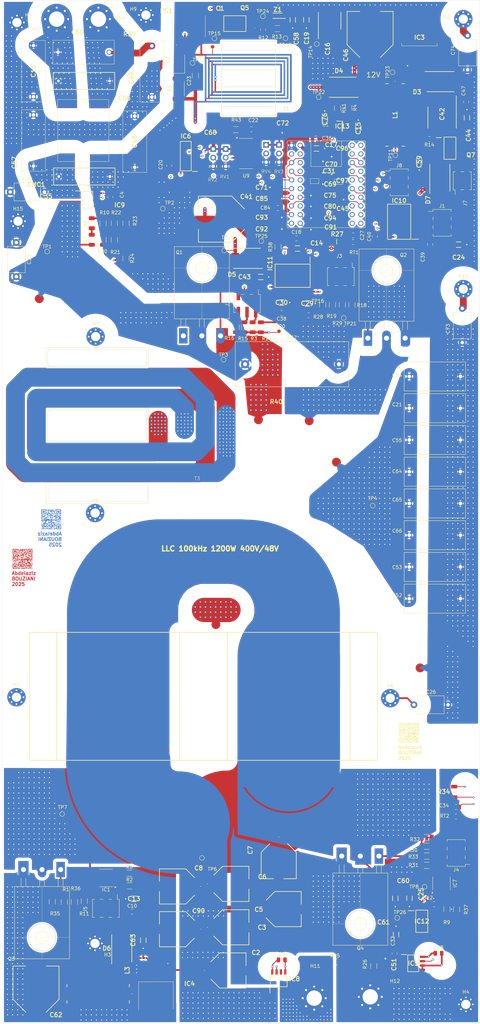
<source format=kicad_pcb>
(kicad_pcb (version 20241229) (generator "pcbnew") (generator_version "9.0")
  (layers (0 "F.Cu" signal) (4 "In1.Cu" signal) (6 "In2.Cu" signal) (2 "B.Cu" signal) (13 "F.Paste" user) (15 "B.Paste" user) (5 "F.SilkS" user "F.Silkscreen") (7 "B.SilkS" user "B.Silkscreen") (1 "F.Mask" user) (3 "B.Mask" user) (25 "Edge.Cuts" user))
  (net 0 "")
  (net 1 "OUT1")
  (net 2 "GND_ISO")
  (net 3 "Net-(D2-K)")
  (net 4 "GND_extern")
  (net 5 "3.3v_or_5v_extern")
  (net 6 "Vref2048")
  (net 7 "ThermMes_P")
  (net 8 "S_P_H")
  (net 9 "+12drvSec")
  (net 10 "HVP1")
  (net 11 "+12drvPrimH")
  (net 12 "+12drvPrim")
  (net 13 "+3.3V_second")
  (net 14 "ThermMes_S")
  (net 15 "Net-(D3-K)")
  (net 16 "Net-(IC1-MIN_TOFF)")
  (net 17 "Net-(IC1-MIN_TON)")
  (net 19 "Net-(D5-A)")
  (net 20 "Net-(D6-K)")
  (net 21 "Net-(D7-A)")
  (net 22 "D_S_H")
  (net 23 "To_Jum_SH")
  (net 26 "Net-(IC5-VIN)")
  (net 27 "D_S_L")
  (net 28 "To_Jum_SL")
  (net 29 "SCK")
  (net 30 "NSS")
  (net 31 "NSS_extern")
  (net 32 "VoutMes1")
  (net 33 "CompOut")
  (net 34 "Net-(U9A--)")
  (net 35 "Net-(U9B--)")
  (net 36 "Net-(U9C--)")
  (net 37 "Net-(U9D--)")
  (net 38 "VinMes1")
  (net 39 "CurrInMes1")
  (net 40 "MISO")
  (net 41 "HVP2")
  (net 42 "CurrOutMes1")
  (net 43 "OUT2")
  (net 44 "MISO_extern")
  (net 45 "GND2")
  (net 46 "Net-(R20-Pad2)")
  (net 47 "HVN_IN")
  (net 48 "HVP_IN")
  (net 49 "Net-(R21-Pad2)")
  (net 50 "Net-(R22-Pad2)")
  (net 51 "SCK_extern")
  (net 52 "MOSI_extern")
  (net 53 "MOSI")
  (net 54 "To_Jum_L")
  (net 55 "To_Jum_H")
  (net 56 "Net-(J2-Pin_6)")
  (net 57 "Net-(J2-Pin_4)")
  (net 58 "Net-(J2-Pin_2)")
  (net 59 "EN1")
  (net 60 "FeedbacktoMCU")
  (net 63 "Net-(J3-Pin_4)")
  (net 64 "Net-(J3-Pin_2)")
  (net 66 "Net-(J3-Pin_6)")
  (net 67 "Net-(J4-Pin_2)")
  (net 68 "Net-(J4-Pin_6)")
  (net 69 "ResMuc")
  (net 70 "Net-(J4-Pin_4)")
  (net 71 "Net-(J5-Pin_6)")
  (net 72 "Net-(J5-Pin_2)")
  (net 74 "Net-(PS1-BP{slash}M)")
  (net 75 "RDY1")
  (net 76 "Net-(J5-Pin_4)")
  (net 77 "G_P_H")
  (net 78 "G_P_L")
  (net 79 "Net-(C50-Pad2)")
  (net 80 "G_S_H")
  (net 81 "G_S_L")
  (net 82 "Net-(Q5-A)")
  (net 83 "Net-(Q7-B)")
  (net 84 "Net-(R7-Pad2)")
  (net 85 "Net-(R10-Pad1)")
  (net 86 "Net-(D4-A)")
  (net 87 "Net-(PS1-EN{slash}UV)")
  (net 88 "Net-(R10-Pad2)")
  (net 89 "Net-(Z1-A)")
  (net 90 "MUC_FAN_CTR")
  (net 92 "Net-(IC7-MIN_TON)")
  (net 93 "Net-(IC7-MIN_TOFF)")
  (net 100 "Net-(D2-A)")
  (net 102 "VIA")
  (net 104 "VIB")
  (net 119 "S_P_H2")
  (net 120 "+3.3V")
  (net 121 "Net-(J8-Pin_3)")
  (net 126 "Tr_In2")
  (footprint "MountingHole:MountingHole_2.7mm_M2.5_Pad_Via" (layer "F.Cu") (at 81.63 58.66)
    (property "Reference" "H1")
    (property "Value" "~")
  )
  (footprint "Resistor_SMD:R_1206_3216Metric" (layer "F.Cu") (at 175.65 83.7775 -90)
    (property "Reference" "R41")
    (property "Value" "RC1206FR-0711K5L")
  )
  (footprint "Resistor_SMD:R_1206_3216Metric" (layer "F.Cu") (at 101.39 316.14 90)
    (property "Reference" "R11")
    (property "Value" "CRCW12060000Z0EAC")
  )
  (footprint "MountingHole:MountingHole_2.7mm_M2.5_Pad_Via" (layer "F.Cu") (at 119.45 56.465)
    (property "Reference" "H9")
    (property "Value" "~")
  )
  (footprint "C0805C102J5GACTU:C0805" (layer "F.Cu") (at 169.61 99.355 180)
    (property "Reference" "C70")
    (property "Value" "C0805C102J5GACTU" (hide yes))
  )
  (footprint "New_Linrary:TO-247-3_Horizontal_TabDown_v2" (layer "F.Cu") (at 184.54 151.165)
    (property "Reference" "Q2")
    (property "Value" "IPW60R037CM8XKSA1")
  )
  (footprint "TestPoint:TestPoint_Pad_D1.0mm" (layer "F.Cu") (at 139.53 63.315)
    (property "Reference" "TP15")
    (property "Value" "TestPoint")
  )
  (footprint "GRM31CR71E106KA12K:GRM31x" (layer "F.Cu") (at 115.93 315.46)
    (property "Reference" "C13")
    (property "Value" "GRM31CR71E106KA12K" (hide yes))
  )
  (footprint "875115350002:CAPAE830X770N" (layer "F.Cu") (at 206.29 85.475 -90)
    (property "Reference" "C42")
    (property "Value" "875115350002" (hide yes))
  )
  (footprint "Capacitor_SMD:C_0805_2012Metric" (layer "F.Cu") (at 205.24 331.43)
    (property "Reference" "C28")
    (property "Value" "SH21B104K101CT")
  )
  (footprint "Capacitor_THT:C_Disc_D7.5mm_W5.0mm_P10.00mm" (layer "F.Cu") (at 79.67 108.31)
    (property "Reference" "C77")
    (property "Value" "VY1221K31Y5SQ6TV0")
  )
  (footprint "B40910A8127M000:B40910A8127M000" (layer "F.Cu") (at 128.56 324.38 180)
    (property "Reference" "C90")
    (property "Value" "B40910A8127M000" (hide yes))
  )
  (footprint "B32672L8153J000:CAPRR1500W80L1800T850H1450" (layer "F.Cu") (at 204.17 208.899286)
    (property "Reference" "C66")
    (property "Value" "B32672L8153J")
  )
  (footprint "Resistor_SMD:R_0805_2012Metric" (layer "F.Cu") (at 210.35 291.351674)
    (property "Reference" "RT2")
    (property "Value" "TX08F103F3435ER")
  )
  (footprint "ACS70331EOLCTR-005U3:SOIC127P600X175-8N" (layer "F.Cu") (at 197.82 334.38)
    (property "Reference" "IC5")
    (property "Value" "SI8932B-IS" (hide yes))
  )
  (footprint "Resistor_SMD:R_1206_3216Metric" (layer "F.Cu") (at 201.7725 305.665)
    (property "Reference" "R31")
    (property "Value" "KTR18EZPJ3R0")
  )
  (footprint "Resistor_SMD:R_1206_3216Metric" (layer "F.Cu") (at 114.61 307.97)
    (property "Reference" "R6")
    (property "Value" "RC1206FR-0711K5L")
  )
  (footprint "New_Linrary:RV_precision" (layer "F.Cu") (at 138.92 88.2525)
    (property "Reference" "RV2")
    (property "Value" "~")
  )
  (footprint "Resistor_SMD:R_1206_3216Metric" (layer "F.Cu") (at 106.88 122.33 -90)
    (property "Reference" "R20")
    (property "Value" "RT1206BRD0756KL")
  )
  (footprint "B40910A8127M000:B40910A8127M000" (layer "F.Cu") (at 144.5 323.815)
    (property "Reference" "C5")
    (property "Value" "B40910A8127M000" (hide yes))
  )
  (footprint "Resistor_SMD:R_1206_3216Metric" (layer "F.Cu") (at 186.25 335.21 -90)
    (property "Reference" "R26")
    (property "Value" "ERA-8AEB152V")
  )
  (footprint "B81123C1222M:B81123C1222M" (layer "F.Cu") (at 116.17 101.075 90)
    (property "Reference" "C48")
    (property "Value" "B81123C1222M" (hide yes))
  )
  (footprint "TestPoint:TestPoint_Pad_D1.0mm" (layer "F.Cu") (at 185.92 200.245)
    (property "Reference" "TP4")
    (property "Value" "TestPoint")
  )
  (footprint "TestPoint:TestPoint_Pad_D1.0mm" (layer "F.Cu") (at 193.13 321.07)
    (property "Reference" "TP26")
    (property "Value" "TestPoint")
  )
  (footprint "Resistor_SMD:R_0805_2012Metric" (layer "F.Cu") (at 153.81 60.775 -90)
    (property "Reference" "R12")
    (property "Value" "SFR10EZPF2200")
  )
  (footprint "EEV-FK1V471Q:EEEFK0J332AQ" (layer "F.Cu") (at 141.59 116.275 180)
    (property "Reference" "C41")
    (property "Value" "EEV-FK1V471Q" (hide yes))
  )
  (footprint "MountingHole:MountingHole_2.7mm_M2.5_Pad_Via" (layer "F.Cu") (at 212.51 57.645)
    (property "Reference" "H2")
    (property "Value" "~")
  )
  (footprint "TestPoint:TestPoint_Pad_D1.0mm" (layer "F.Cu") (at 124.4 113.2)
    (property "Reference" "TP2")
    (property "Value" "TestPoint")
  )
  (footprint "B40910A8127M000:B40910A8127M000" (layer "F.Cu") (at 144.5 311.105)
    (property "Reference" "C6")
    (property "Value" "B40910A8127M000" (hide yes))
  )
  (footprint "Resistor_SMD:R_1206_3216Metric" (layer "F.Cu") (at 148.34 147.97 90)
    (property "Reference" "R15")
    (property "Value" "M251206BB5108JP500")
  )
  (footprint "PM5022-331M-RC:PM5022331MRC" (layer "F.Cu") (at 105.45 343.29 180)
    (property "Reference" "L3")
    (property "Value" "PM5022-331M-RC" (hide yes))
  )
  (footprint "Package_SO:SOIC-8_3.9x4.9mm_P1.27mm" (layer "F.Cu") (at 107.76 309.365 180)
    (property "Reference" "IC1")
    (property "Value" "NCP43080DDR2G")
  )
  (footprint "TestPoint:TestPoint_Pad_D1.0mm" (layer "F.Cu") (at 94.88 290.61 180)
    (property "Reference" "TP7")
    (property "Value" "TestPoint")
  )
  (footprint "TestPoint:TestPoint_Pad_D1.0mm" (layer "F.Cu") (at 177.46 145.225 -90)
    (property "Reference" "TP21")
    (property "Value" "TestPoint")
  )
  (footprint "C0805C102J5GACTU:C0805" (layer "F.Cu") (at 169.61 106.025 180)
    (property "Reference" "C69")
    (property "Value" "C0805C102J5GACTU" (hide yes))
  )
  (footprint "Resistor_SMD:R_1206_3216Metric" (layer "F.Cu") (at 201.7725 297.525)
    (property "Reference" "R32")
    (property "Value" "RC1206FR-0711K5L")
  )
  (footprint "Resistor_SMD:R_1206_3216Metric" (layer "F.Cu") (at 174.15 141.3825 -90)
    (property "Reference" "R19")
    (property "Value" "KTR18EZPJ3R0")
  )
  (footprint "Connector_PinHeader_2.54mm:PinHeader_2x03_P2.54mm_Vertical_SMD" (layer "F.Cu") (at 210.4175 302.035 180)
    (property "Reference" "J4")
    (property "Value" "jumper_02x03")
  )
  (footprint "Resistor_SMD:R_1206_3216Metric" (layer "F.Cu") (at 103.57 122.33 90)
    (property "Reference" "R7")
    (property "Value" "RT1206BRD0756KL")
  )
  (footprint "Connector_PinHeader_2.54mm:PinHeader_2x03_P2.54mm_Vertical_SMD" (layer "F.Cu") (at 107.71 318.255 -90)
    (property "Reference" "J5")
    (property "Value" "jumper_02x03")
  )
  (footprint "Resistor_SMD:R_1206_3216Metric" (layer "F.Cu") (at 210.53 318.55 -90)
    (property "Reference" "R37")
    (property "Value" "RC1206FR-0711K5L")
  )
  (footprint "Resistor_SMD:R_1206_3216Metric" (layer "F.Cu") (at 153.15 147.97 90)
    (property "Reference" "R17")
    (property "Value" "RC1206FR-0711K5L")
  )
  (footprint "B32672L8153J000:CAPRR1500W80L1800T850H1450" (layer "F.Cu") (at 204.17 171.687857)
    (property "Reference" "C21")
    (property "Value" "B32672L8153J")
  )
  (footprint "B32672L8153J000:CAPRR1500W80L1800T850H1450" (layer "F.Cu") (at 204.17 190.293571)
    (property "Reference" "C64")
    (property "Value" "B32672L8153J")
  )
  (footprint "Resistor_SMD:R_1206_3216Metric" (layer "F.Cu") (at 106.88 117.48 -90)
    (property "Reference" "R10")
    (property "Value" "RT1206BRD0756KL")
  )
  (footprint "Capacitor_SMD:C_0805_2012Metric" (layer "F.Cu") (at 202.78 123.655 90)
    (property "Reference" "C39")
    (property "Value" "SH21B104K101CT")
  )
  (footprint "Connector_PinHeader_2.54mm:PinHeader_2x03_P2.54mm_Vertical_SMD" (layer "F.Cu") (at 206.285 117.355)
    (property "Reference" "J1")
    (property "Value" "Conn_02x03")
  )
  (footprint "C0805C102J5GACTU:C0805" (layer "F.Cu") (at 157.66 90.9825 180)
    (property "Reference" "C72")
    (property "Value" "C0805C102J5GACTU" (hide yes))
  )
  (footprint "C0805C102J5GACTU:C0805" (layer "F.Cu") (at 189.66 334.75 -90)
    (property "Reference" "C51")
    (property "Value" "C0805C102J5GACTU" (hide yes))
  )
  (footprint "C0805C102J5GACTU:C0805" (layer "F.Cu") (at 157.56 115.78 180)
    (property "Reference" "C93")
    (property "Value" "C0805C102J5GACTU" (hide yes))
  )
  (footprint "Connector_PinHeader_2.54mm:PinHeader_2x03_P2.54mm_Vertical_SMD" (layer "F.Cu") (at 193.715 105.485)
    (property "Reference" "J8")
    (property "Value" "jumper_02x03")
  )
  (footprint "TestPoint:TestPoint_Pad_D1.0mm" (layer "F.Cu") (at 90.48 125.78)
    (property "Reference" "TP1")
    (property "Value" "TestPoint")
  )
  (footprint "TestPoint:TestPoint_Pad_D1.0mm" (layer "F.Cu") (at 135.88 303.495)
    (property "Reference" "TP6")
    (property "Value" "TestPoint")
  )
  (footprint "C0805C102J5GACTU:C0805" (layer "F.Cu") (at 169.57 112.54)
    (property "Reference" "C80")
    (property "Value" "C0805C102J5GACTU" (hide yes))
  )
  (footprint "Resistor_SMD:R_1206_3216Metric" (layer "F.Cu") (at 201.7725 300.065 180)
    (property "Reference" "R30")
    (property "Value" "CRCW12060000Z0EAC")
  )
  (footprint "RN73R2BTTD4991B25:RESC3216X70N" (layer "F.Cu") (at 209.82 284.14 -90)
    (property "Reference" "R34")
    (property "Value" "RN73R2BTTD4991B25" (hide yes))
  )
  (footprint "GRM31CR71E106KA12K:GRM31x" (layer "F.Cu") (at 196.71 315.31 90)
    (property "Reference" "C25")
    (property "Value" "GRM31CR71E106KA12K" (hide yes))
  )
  (footprint "Capacitor_SMD:C_0805_2012Metric" (layer "F.Cu") (at 115.4 319.23)
    (property "Reference" "C10")
    (property "Value" "SH21B104K101CT")
  )
  (footprint "EEV-FK1V471Q:EEEFK0J332AQ" (layer "F.Cu") (at 87.22 341.93 90)
    (property "Reference" "C62")
    (property "Value" "EEV-FK1V471Q" (hide yes))
  )
  (footprint "ACS70331EOLCTR-005U3:SOIC127P600X175-8N" (layer "F.Cu") (at 102.25 110.575)
    (property "Reference" "IC9")
    (property "Value" "ACS70331EOLCTR-005U3" (hide yes))
  )
  (footprint "MBRS340T3G:DIOM8059X261N" (layer "F.Cu") (at 177.16 77.625 180)
    (property "Reference" "D4")
    (property "Value" "MBRS340T3G" (hide yes))
  )
  (footprint "New_Linrary:TO-247-3_Horizontal_TabDown_v2" (layer "F.Cu") (at 187.76 302.95 180)
    (property "Reference" "Q4")
    (property "Value" "FDH055N15A")
  )
  (footprint "B32672L8153J000:CAPRR1500W80L1800T850H1450" (layer "F.Cu") (at 204.17 199.596429)
    (property "Reference" "C65")
    (property "Value" "B32672L8153J")
  )
  (footprint "Resistor_SMD:R_1206_3216Metric" (layer "F.Cu") (at 145.7975 90.0525)
    (property "Reference" "R43")
    (property "Value" "RC1206FR-0711K5L")
  )
  (footprint "R46KI310050M1K:R46KI310050M1K" (layer "F.Cu") (at 93.8 75.785)
    (property "Reference" "C56")
    (property "Value" "R46KI310050M1K" (hide yes))
  )
  (footprint "Resistor_SMD:R_1206_3216Metric" (layer "F.Cu") (at 179.85 141.3825 90)
    (property "Reference" "R18")
    (property "Value" "RNCE1206BTE10R0")
  )
  (footprint "MBRS340T3G:DIOM8059X261N" (layer "F.Cu") (at 205.86 75.985)
    (property "Reference" "D3")
    (property "Value" "MBRS340T3G" (hide yes))
  )
  (footprint "RN73R2BTTD4991B25:RESC3216X70N" (layer "F.Cu") (at 175.38 122.855)
    (property "Reference" "R27")
    (property "Value" "RN73R2BTTD4991B25" (hide yes))
  )
  (footprint "Capacitor_SMD:C_0805_2012Metric" (layer "F.Cu") (at 167.14 144.47 180)
    (property "Reference" "C37" (hide yes))
    (property "Value" "SH21B104K101CT")
  )
  (footprint "GRM31CR71E106KA12K:GRM31x" (layer "F.Cu") (at 163.91 124.885 180)
    (property "Reference" "C14")
    (property "Value" "GRM31CR71E106KA12K" (hide yes))
  )
  (footprint "Resistor_SMD:R_1206_3216Metric" (layer "F.Cu") (at 178.91 83.6275 -90)
    (property "Reference" "R4")
    (property "Value" "RC1206FR-0711K5L")
  )
  (footprint "DPC817S-B-TR:DPC817SBTR" (layer "F.Cu") (at 145.53 58.975 90)
    (property "Reference" "Q5")
    (property "Value" "DPC817S-B-TR" (hide yes))
  )
  (footprint "Capacitor_SMD:C_0805_2012Metric" (layer "F.Cu") (at 180.24 121.025 180)
    (property "Reference" "C27")
    (property "Value" "SH21B104K101CT")
  )
  (footprint "TestPoint:TestPoint_Pad_D1.0mm" (layer "F.Cu") (at 133.06 70.515)
    (property "Reference" "TP13")
    (property "Value" "TestPoint")
  )
  (footprint "Diode_SMD:D_SMA" (layer "F.Cu") (at 129.17 70.0325 90)
    (property "Reference" "D2")
    (property "Value" "US1J")
  )
  (footprint "TestPoint:TestPoint_Pad_D1.0mm" (layer "F.Cu") (at 160.36 63.255)
    (property "Reference" "TP18")
    (property "Value" "TestPoint")
  )
  (footprint "Resistor_SMD:R_1206_3216Metric" (layer "F.Cu") (at 113.61 127.7575 -90)
    (property "Reference" "R24")
    (property "Value" "RNCE1206BTE1K00")
  )
  (footprint "Capacitor_SMD:C_0805_2012Metric" (layer "F.Cu") (at 159.21 143.815 180)
    (property "Reference" "C38")
    (property "Value" "SH21B104K101CT")
  )
  (footprint "C0805C102J5GACTU:C0805" (layer "F.Cu") (at 157.56 110.27 180)
    (property "Reference" "C85")
    (property "Value" "C0805C102J5GACTU" (hide yes))
  )
  (footprint "Resistor_SMD:R_1206_3216Metric" (layer "F.Cu") (at 91.99 316.3 -90)
    (property "Reference" "R35")
    (property "Value" "RC1206FR-0711K5L")
  )
  (footprint "TMCS1107A4UQDRQ1:SOIC127P600X175-8N" (layer "F.Cu") (at 158.4 339.63 90)
    (property "Reference" "IC8")
    (property "Value" "TMCS1107A1UQDRQ1" (hide yes))
  )
  (footprint "Capacitor_SMD:C_0805_2012Metric" (layer "F.Cu") (at 109.04 109.785 -90)
    (property "Reference" "C4")
    (property "Value" "SH21B104K101CT")
  )
  (footprint "New_Linrary:ELP_102_20_38_V6" (layer "F.Cu") (at 134.466966 192.782852)
    (property "Reference" "T3")
    (property "Value" "B66297K0000X197,B66297G0000X197")
  )
  (footprint "MountingHole:MountingHole_2.7mm_M2.5_Pad_Via" (layer "F.Cu") (at 191.105 256.67)
    (property "Reference" "H6")
    (property "Value" "~")
  )
  (footprint "Resistor_SMD:R_1206_3216Metric" (layer "F.Cu") (at 174.8775 333.97)
    (property "Reference" "R25")
    (property "Value" "RT1206BRD0756KL")
  )
  (footprint "C0805C102J5GACTU:C0805" (layer "F.Cu") (at 169.61 102.695 180)
    (property "Reference" "C31")
    (property "Value" "C0805C102J5GACTU" (hide yes))
  )
  (footprint "GRM31CR71E106KA12K:GRM31x" (layer "F.Cu") (at 213.57 86.6 -90)
    (property "Reference" "C44")
    (property "Value" "GRM31CR71E106KA12K" (hide yes))
  )
  (footprint "B81123C1222M:B81123C1222M" (layer "F.Cu") (at 93.67 67.345)
    (property "Reference" "C50")
    (property "Value" "B81123C1222M" (hide yes))
  )
  (footprint "GRM31CR71E106KA12K:GRM31x" (layer "F.Cu") (at 192.78 325.94 -90)
    (property "Reference" "C61")
    (property "Value" "GRM31CR71E106KA12K" (hide yes))
  )
  (footprint "TNY280GN-TL:TNY280GNTL" (layer "F.Cu") (at 132.06 59.673)
    (property "Reference" "PS1")
    (property "Value" "TNY280GN-TL" (hide yes))
  )
  (footprint "New_Linrary:RV_precision" (layer "F.Cu") (at 154.44 87.0325)
    (property "Reference" "RV4")
    (property "Value" "~")
  )
  (footprint "MountingHole:MountingHole_4.5mm_Pad_Via" (layer "F.Cu") (at 93.278 57.66)
    (property "Reference" "H13")
    (property "Value" "~")
  )
  (footprint "GRM31CR71E106KA12K:GRM31x" (layer "F.Cu") (at 159.21 140.725 180)
    (property "Reference" "C30")
    (property "Value" "GRM31CR71E106KA12K" (hide yes))
  )
  (footprint "TestPoint:TestPoint_Pad_D1.0mm" (layer "F.Cu") (at 169.54 64.96 90)
    (property "Reference" "TP14")
    (property "Value" "TestPoint")
  )
  (footprint "Capacitor_SMD:C_1206_3216Metric" (layer "F.Cu") (at 133.95 74.225 90)
    (property "Reference" "C23")
    (property "Value" "AC1206JKNPOZBN103")
  )
  (footprint "TestPoint:TestPoint_Pad_D1.0mm" (layer "F.Cu") (at 158.47 149.135)
    (property "Reference" "TP20")
    (property "Value" "TestPoint")
  )
  (footprint "B32672L8153J000:CAPRR1500W80L1800T850H1450" (layer "F.Cu") (at 204.17 227.505)
    (property "Reference" "C52")
    (property "Value" "B32672L8153J")
  )
  (footprint "TestPoint:TestPoint_Pad_D1.0mm" (layer "F.Cu") (at 201.15 311.925)
    (property "Reference" "TP8")
    (property "Value" "TestPoint")
  )
  (footprint "Capacitor_SMD:C_0805_2012Metric" (layer "F.Cu") (at 213.35 81.925 90)
    (property "Reference" "C47")
    (property "Value" "SH21B104K101CT")
  )
  (footprint "A768EB107M1ELAS036:CAPAE660X600N" (layer "F.Cu") (at 173.31 58.985 90)
    (property "Reference" "C16")
    (property "Value" "A768EB107M1ELAS036" (hide yes))
  )
  (footprint "C0805C102J5GACTU:C0805" (layer "F.Cu") (at 138.36 90.875 180)
    (property "Reference" "C68")
    (property "Value" "C0805C102J5GACTU" (hide yes))
  )
  (footprint "Resistor_SMD:R_0805_2012Metric" (layer "F.Cu") (at 202.562 92.83 180)
    (property "Reference" "R14")
    (property "Value" "SFR10EZPF2200")
  )
  (footprint "Capacitor_SMD:C_0805_2012Metric" (layer "F.Cu") (at 203.91 317.06)
    (property "Reference" "C12")
    (property "Value" "SH21B104K101CT")
  )
  (footprint "Package_SO:SOIC-14_3.9x8.7mm_P1.27mm" (layer "F.Cu") (at 148.83 97.0525)
    (property "Reference" "U9")
    (property "Value" "TLV9024QDRQ1")
  )
  (footprint "C0805C102J5GACTU:C0805" (layer "F.Cu") (at 175.66 97.96)
    (property "Reference" "C96")
    (property "Value" "C0805C102J5GACTU" (hide yes))
  )
  (footprint "Capacitor_THT:C_Disc_D7.5mm_W5.0mm_P10.00mm" (layer "F.Cu") (at 81.45 123.12 -90)
    (property "Reference" "C33")
    (property "Value" "VY1221K31Y5SQ6TV0")
  )
  (footprint "GRM31CR71E106KA12K:GRM31x" (layer "F.Cu") (at 211.135 123.755 180)
    (property "Reference" "C24")
    (property "Value" "GRM31CR71E106KA12K" (hide yes))
  )
  (footprint "B32672L8153J000:CAPRR1500W80L1800T850H1450" (layer "F.Cu") (at 204.17 162.385)
    (property "Reference" "C54")
    (property "Value" "B32672L8153J")
  )
  (footprint "Capacitor_THT:C_Rect_L33.0mm_W13.0mm_P27.50mm_MKS4" (layer "F.Cu") (at 148.53 158.795)
    (property "Reference" "C67")
    (property "Value" "EFDKS60K405D032LH")
  )
  (footprint "GRM31CR71E106KA12K:GRM31x" (layer "F.Cu") (at 153.09 133.225 180)
    (property "Reference" "C43")
    (property "Value" "GRM31CR71E106KA12K" (hide yes))
  )
  (footprint "Package_SO:SOIC-8_3.9x4.9mm_P1.27mm" (layer "F.Cu") (at 206.1025 310.9825 90)
    (property "Reference" "IC7")
    (property "Value" "NCP43080DDR2G")
  )
  (footprint "Capacitor_THT:C_Disc_D7.5mm_W5.0mm_P10.00mm" (layer "F.Cu") (at 212.21 142.455 -90)
    (property "Reference" "C73")
    (property "Value" "VY1221K31Y5SQ6TV0")
  )
  (footprint "Resistor_SMD:R_1206_3216Metric" (layer "F.Cu") (at 103.57 117.48 90)
    (property "Reference" "R8")
    (property "Value" "RT1206BRD0756KL")
  )
  (footprint "GRM31CR71E106KA12K:GRM31x" (layer "F.Cu") (at 166.49 57.875 90)
    (property "Reference" "C19")
    (property "Value" "GRM31CR71E106KA12K" (hide yes))
  )
  (footprint "GRM31CR71E106KA12K:GRM31x" (layer "F.Cu") (at 162.5 57.875 90)
    (property "Reference" "C58")
    (property "Value" "GRM31CR71E106KA12K" (hide yes))
  )
  (footprint "MountingHole:MountingHole_2.7mm_M2.5_Pad_Via" (layer "F.Cu") (at 104.51 328.54)
    (property "Reference" "H3")
    (property "Value" "~")
  )
  (footprint "BZT52C11-7-F:SOD3716X145N" (layer "F.Cu") (at 158.05 56.671 180)
    (property "Reference" "Z1")
    (property "Value" "BZT52C11-7-F" (hide yes))
  )
  (footprint "Resistor_SMD:R_0805_2012Metric" (layer "F.Cu") (at 180.1725 123.005 180)
    (property "Reference" "RT1")
    (property "Value" "TX08F103F3435ER")
  )
  (footprint "Resistor_SMD:R_1206_3216Metric" (layer "F.Cu") (at 98.5 316.37 -90)
    (property "Reference" "R36")
    (property "Value" "RC1206JR-071R1L")
  )
  (footprint "Resistor_SMD:R_1206_3216Metric" (layer "F.Cu") (at 207.72 318.5 -90)
    (property "Reference" "R9")
    (property "Value" "RC1206FR-0711K5L")
  )
  (footprint "TestPoint:TestPoint_Pad_D1.0mm" (layer "F.Cu") (at 142.41 125.45)
    (property "Reference" "TP19")
    (property "Value" "TestPoint")
  )
  (footprint "C0805C102J5GACTU:C0805" (layer "F.Cu") (at 175.66 103.12)
    (property "Reference" "C97")
    (property "Value" "C0805C102J5GACTU" (hide yes))
  )
  (footprint "GRM31CR71E106KA12K:GRM31x" (layer "F.Cu") (at 118.67 327.62 90)
    (property "Reference" "C63")
    (property "Value" "GRM31CR71E106KA12K" (hide yes))
  )
  (footprint "MountingHole:MountingHole_2.7mm_M2.5_Pad_Via" (layer "F.Cu") (at 104.71 150.71)
    (property "Reference" "H7")
    (property "Value" "~")
  )
  (footprint "TestPoint:TestPoint_Pad_D1.0mm" (layer "F.Cu") (at 142.21 157.46)
    (property "Reference" "TP3")
    (property "Value" "TestPoint")
  )
  (footprint "New_Linrary:TO-247-3_Horizontal_TabDown_v2" (layer "F.Cu") (at 130.41 150.475)
    (property "Reference" "Q1")
    (property "Value" "IPW60R037CM8XKSA1")
  )
  (footprint "Capacitor_THT:C_Disc_D7.5mm_W5.0mm_P10.00mm" (layer "F.Cu") (at 213.77 62.495 -90)
    (property "Reference" "C74")
    (property "Value" "VY1221K31Y5SQ6TV0")
  )
  (footprint "C0805C102J5GACTU:C0805" (layer "F.Cu") (at 169.57 119.36)
    (property "Reference" "C91")
    (property "Value" "C0805C102J5GACTU" (hide yes))
  )
  (footprint "Connector_PinHeader_2.54mm:PinHeader_2x03_P2.54mm_Vertical_SMD" (layer "F.Cu") (at 149.09 140.9975 -90)
    (property "Reference" "J2")
    (property "Value" "jumper_02x03")
  )
  (footprint "PA2750NL:PA2750NL" (layer "F.Cu") (at 101.08 90.3)
    (property "Reference" "CMC1")
    (property "Value" "PA2750NL" (hide yes))
  )
  (footprint "C0805C102J5GACTU:C0805" (layer "F.Cu") (at 169.58 109.335)
    (property "Reference" "C75")
    (property "Value" "C0805C102J5GACTU" (hide yes))
  )
  (footprint "TestPoint:TestPoint_Pad_D1.0mm" (layer "F.Cu") (at 153.75 56.825)
    (property "Reference" "TP24")
    (property "Value" "TestPoint")
  )
  (footprint "B40910A8127M000:B40910A8127M000" (layer "F.Cu") (at 159.83 318.48)
    (property "Reference" "C3")
    (property "Value" "B40910A8127M000" (hide yes))
  )
  (footprint "LRMAP2512-R007FT4:RESC6432X90N" (layer "F.Cu") (at 159.71 169.815)
    (property "Reference" "R40")
    (property "Value" "LRMAP2512-R007FT4" (hide yes))
  )
  (footprint "B81123C1222M:B81123C1222M" (layer "F.Cu") (at 121.2 65.515 -90)
    (property "Reference" "C49")
    (property "Value" "B81123C1222M" (hide yes))
  )
  (footprint "SI82390BD-IS:SOIC127P1030X265-16N" (layer "F.Cu") (at 162.46 132.875 -90)
    (property "Reference" "IC11")
    (property "Value" "SI82390BD-IS" (hide yes))
  )
  (footprint "MountingHole:MountingHole_4.5mm_Pad_Via" (layer "F.Cu") (at 185.22 344.2)
    (property "Reference" "H12")
    (property "Value" "~")
  )
  (footprint "Resistor_SMD:R_1206_3216Metric" (layer "F.Cu") (at 150.74 147.97 90)
    (property "Reference" "R3")
    (property "Value" "RNCE1206BTE10R0")
  )
  (footprint "Resistor_SMD:R_1206_3216Metric" (layer "F.Cu") (at 110.19 117.48 90)
    (property "Reference" "R22")
    (property "Value" "RT1206BRD0756KL")
  )
  (footprint "GRM31CR71E106KA12K:GRM31x" (layer "F.Cu") (at 166.74 141 180)
    (property "Reference" "C29")
    (property "Value" "GRM31CR71E106KA12K" (hide yes))
  )
  (footprint "Resistor_SMD:R_1206_3216Metric" (layer "F.Cu") (at 110.19 122.33 90)
    (property "Reference" "R21")
    (property "Value" "RT1206BRD0756KL")
  )
  (footprint "New_Linrary:TO-247-3_Horizontal_TabDown_v2" (layer "F.Cu") (at 94.44 306.91 180)
    (property "Reference" "Q3")
    (property "Value" "FDH055N15A")
  )
  (footprint "ISO7741BDWR:SOIC127P1030X265-16N" (layer "F.Cu") (at 193.691 117.036 180)
    (property "Reference" "IC10")
    (property "Value" "ISO7741BDWR" (hide yes))
  )
  (footprint "Resistor_SMD:R_1206_3216Metric" (layer "F.Cu") (at 113.61 117.48 -90)
    (property "Reference" "R23")
    (property "Value" "RT1206BRD0756KL")
  )
  (footprint "TestPoint:TestPoint_Pad_D1.0mm" (layer "F.Cu") (at 153.3 122.705)
    (property "Reference" "TP25")
    (property "Value" "TestPoint")
  )
  (footprint "New_Linrary:Trans_planner_buck" (layer "F.Cu") (at 130.3175 75.105 90)
    (property "Reference" "T1")
    (property "Value" "B66285G0000X187,B66285K0000X187")
    (fp_rect (start 8.39 11.34) (end 10.99 27.13) (stroke (width 0.05)) (fill no) (layer "Edge.Cuts"))
    (fp_rect (start -2.41 11.34) (end 2.6 27.14) (stroke (width 0.05)) (fill no) (layer "Edge.Cuts"))
    (fp_rect (start -10.8 11.34) (end -8.21 27.14) (stroke (width 0.05)) (fill no) (layer "Edge.Cuts"))
  )
  (footprint "Connector_PinHeader_2.54mm:PinHeader_2x02_P2.54mm_Vertical_SMD" (layer "F.Cu") (at 212.2 105.035 90)
    (property "Reference" "J7")
    (property "Value" "Conn_02x02_Odd_Even")
  )
  (footprint "LM2575-3.3WU-TR:MIC29302WU" (layer "F.Cu") (at 199.65 56.725)
    (property "Reference" "IC3")
    (property "Value" "LM2575-3.3WU-TR" (hide yes))
  )
  (footprint "Resistor_SMD:R_1206_3216Metric" (layer "F.Cu") (at 158 60.445 180)
    (property "Reference" "R13")
    (property "Value" "CR1206-FX-1071ELF")
  )
  (footprint "Capacitor_SMD:C_0805_2012Metric" (layer "F.Cu") (at 169.26 92.615 180)
    (property "Reference" "C36")
    (property "Value" "SH21B104K101CT" (hide yes))
  )
  (footprint "TestPoint:TestPoint_Pad_D1.0mm" (layer "F.Cu") (at 138.99 65.765)
    (property "Reference" "TP16")
    (property "Value" "TestPoint")
  )
  (footprint "TestPoint:TestPoint_Pad_D1.0mm" (layer "F.Cu") (at 170.12 80.525)
    (property "Reference" "TP22")
    (property "Value" "TestPoint")
  )
  (footprint "MountingHole:MountingHole_2.7mm_M2.5_Pad_Via" (layer "F.Cu") (at 212.51 136.775)
    (property "Reference" "H10")
    (property "Value" "~")
  )
  (footprint "Capacitor_SMD:C_0805_2012Metric" (layer "F.Cu") (at 126.29 100.615 90)
    (property "Reference" "C20")
    (property "Value" "SH21B104K101CT")
  )
  (footprint "Resistor_SMD:R_1206_3216Metric" (layer "F.Cu") (at 114.64 311.68)
    (property "Reference" "R2")
    (property "Value" "RC1206FR-0711K5L")
  )
  (footprint "MBRS340T3G:DIOM8059X261N" (layer "F.Cu") (at 205.63 104.125 90)
    (property "Reference" "D7")
    (property "Value" "MBRS340T3G" (hide yes))
  )
  (footprint "B81123C1222M:B81123C1222M" (layer "F.Cu") (at 86.474 85.727 -90)
    (property "Reference" "C57")
    (property "Value" "B81123C1222M" (hide yes))
  )
  (footprint "Resistor_SMD:R_1206_3216Metric" (layer "F.Cu") (at 158.19 124.3775 90)
    (property "Reference" "R38")
    (property "Value" "RC1206FR-0711K5L")
  )
  (footprint "MountingHole:MountingHole_2.7mm_M2.5_Pad_Via" (layer "F.Cu") (at 81.501891 256.395)
    (property "Reference" "H5")
    (property "Value" "~")
  )
  (footprint "R46KI310050M1K:R46KI310050M1K" (layer "F.Cu") (at 93.89 103.785)
    (property "Reference" "C35")
    (property "Value" "R46KI310050M1K" (hide yes))
  )
  (footprint "New_Linrary:SMT32F1-MINI" (layer "F.Cu") (at 172.15 89.135)
    (property "Reference" "U1")
    (property "Value" "stm32F103C8T6-CH340" (hide yes))
  )
  (footprint "B40910A8127M000:B40910A8127M000" (layer "F.Cu") (at 128.56 311.845 180)
    (property "Reference" "C8")
    (property "Value" "B40910A8127M000" (hide yes))
  )
  (footprint "GRM31CR71E106KA12K:GRM31x" (layer "F.Cu") (at 181.71 89.65 -90)
    (property "Reference" "C15")
    (property "Value" "GRM31CR71E106KA12K" (hide yes))
  )
  (footprint "BCP5616H6327XTSA1:SOT230P700X180-4N" (layer "F.Cu") (at 208.59 95.475)
    (property "Reference" "Q7")
    (property "Value" "BCP5616H6327XTSA1" (hide yes))
  )
  (footprint "B40910A8127M000:B40910A8127M000" (layer "F.Cu") (at 143.65 336.47)
    (property "Reference" "C2")
    (property "Value" "B40910A8127M000" (hide yes))
  )
  (footprint "GRM31CR71E106KA12K:GRM31x" (layer "F.Cu") (at 192.57 315.36 90)
    (property "Reference" "C60")
    (property "Value" "GRM31CR71E106KA12K" (hide yes))
  )
  (footprint "Resistor_SMD:R_1206_3216Metric" (layer "F.Cu") (at 145.91 147.97 -90)
    (property "Reference" "R16")
    (property "Value" "KTR18EZPJ3R0")
  )
  (footprint "Capacitor_SMD:C_0805_2012Metric" (layer "F.Cu") (at 163.58 121.935 180)
    (property "Reference" "C18")
    (property "Value" "SH21B104K101CT")
  )
  (footprint "PM5022-331M-RC:PM5022331MRC" (layer "F.Cu") (at 192.5 85.745 -90)
    (property "Reference" "L1")
    (property "Value" "PM5022-331M-RC" (hide yes))
  )
  (footprint "C0805C102J5GACTU:C0805" (layer "F.Cu") (at 175.66 110.57 180)
    (property "Reference" "C45")
    (property "Value" "C0805C102J5GACTU" (hide yes))
  )
  (footprint "C0805C102J5GACTU:C0805" (layer "F.Cu") (at 157.56 106.97)
    (property "Reference" "C71")
    (property "Value" "C0805C102J5GACTU" (hide yes))
  )
  (footprint "B32672L8153J000:CAPRR1500W80L1800T850H1450" (layer "F.Cu") (at 204.17 180.990714)
    (property "Reference" "C55")
    (property "Value" "B32672L8153J")
  )
  (footprint "MBRS340T3G:DIOM8059X261N" (layer "F.Cu") (at 112.37 330 90)
    (property "Reference" "D6")
    (property "Value" "MBRS340T3G" (hide yes))
  )
  (footprint "MountingHole:MountingHole_2.7mm_M2.5_Pad_Via" (layer "F.Cu") (at 104.55 202.42)
    (property "Reference" "H8")
    (property "Value" "~")
  )
  (footprint "GRM31CR71E106KA12K:GRM31x" (layer "F.Cu") (at 171.9 86.96 -90)
    (property "Reference" "C76")
    (property "Value" "GRM31CR71E106KA12K" (hide yes))
  )
  (footprint "Capacitor_SMD:C_0805_2012Metric" (layer "F.Cu") (at 186.601 121.376 90)
    (property "Reference" "C40")
    (property "Value" "SH21B104K101CT")
  )
  (footprint "TestPoint:TestPoint_Pad_D1.0mm" (layer "F.Cu") (at 191.77 73.215 90)
    (property "Reference" "TP23")
    (property "Value" "TestPoint")
  )
  (footprint "C0805C102J5GACTU:C0805" (layer "F.Cu") (at 157.56 119.2 180)
    (property "Reference" "C92")
    (property "Value" "C0805C102J5GACTU" (hide yes))
  )
  (footprint "MountingHole:MountingHole_4.5mm_Pad_Via" (layer "F.Cu") (at 105.524 57.66)
    (property "Reference" "H14")
    (property "Value" "~")
  )
  (footprint "Capacitor_SMD:C_0805_2012Metric" (layer "F.Cu") (at 210.37 288.571674)
    (property "Reference" "C34")
    (property "Value" "SH21B104K101CT")
  )
  (footprint "Capacitor_SMD:C_0805_2012Metric" (layer "F.Cu") (at 158.135 113.02 180)
    (property "Reference" "C84")
    (property "Value" "SH21B104K101CT")
  )
  (footprint "B40910A8127M000:B40910A8127M000" (layer "F.Cu") (at 158.39 304.43 -90)
    (property "Reference" "C7")
    (property "Value" "B40910A8127M000" (hide yes))
  )
  (footprint "Capacitor_SMD:C_0805_2012Metric" (layer "F.Cu") (at 192.35 331.5 90)
    (property "Reference" "C32")
    (property "Value" "SH21B104K101CT")
  )
  (footprint "MBRS340T3G:DIOM8059X261N" (layer "F.Cu") (at 149.09 127.765 180)
    (property "Reference" "D5")
    (property "Value" "MBRS340T3G" (hide yes))
  )
  (footprint "LTR100JZPJ270:RESC3264X70N" (layer "F.Cu") (at 113.92 67.455)
    (property "Reference" "R39")
    (property "Value" "LTR100JZPJ270" (hide yes))
  )
  (footprint "Connector_PinHeader_2.54mm:PinHeader_2x03_P2.54mm_Vertical_SMD" (layer "F.Cu") (at 176.6 133.12 -90)
    (property "Reference" "J3")
    (property "Value" "jumper_02x03")
  )
  (footprint "C0805C102J5GACTU:C0805" (layer "F.Cu") (at 169.61 115.98)
    (property "Reference" "C94")
    (property "Value" "C0805C102J5GACTU" (hide yes))
  )
  (footprint "GRM31CR71E106KA12K:GRM31x" (layer "F.Cu") (at 199.57 99.48 90)
    (property "Reference" "C59")
    (property "Value" "GRM31CR71E106KA12K" (hide yes))
  )
  (footprint "GRM31CR71E106KA12K:GRM31x" (layer "F.Cu") (at 169.455 95.565 180)
    (property "Reference" "C17")
    (property "Value" "GRM31CR71E106KA12K" (hide yes))
  )
  (footprint "B81123C1222M:B81123C1222M" (layer "F.Cu") (at 86.474 80.4 90)
    (property "Reference" "C11")
    (property "Value" "B81123C1222M" (hide yes))
  )
  (footprint "LM2575HVS-12_NOPB:LM2575HVS12NOPB" (layer "F.Cu") (at 122.39 344.104 180)
    (property "Reference" "IC4")
    (property "Value" "LM2575HVS-12_NOPB" (hide yes))
  )
  (footprint "MountingHole:MountingHole_4.5mm_Pad_Via" (layer "F.Cu") (at 168.786485 344.586485)
    (property "Reference" "H11")
    (property "Value" "~")
  )
  (footprint "CL31A106KBHNNNE:CAPC3216X180N" (layer "F.Cu") (at 141.16 54.505)
    (property "Reference" "C1")
    (property "Value" "CL31A106KBHNNNE" (hide yes))
  )
  (footprint "Resistor_SMD:R_1206_3216Metric" (layer "F.Cu") (at 171.28 141.3825 90)
    (property "Reference" "R28")
    (property "Value" "RC1206FR-0711K5L")
  )
  (footprint "MountingHole:MountingHole_2.7mm_M2.5_Pad_Via" (layer "F.Cu") (at 213.261891 346.411891)
    (property "Reference" "H4")
    (property "Value" "~")
  )
  (footprint "Resistor_SMD:R_2512_6332Metric" (layer "F.Cu") (at 128.99 78.0525 90)
    (property "Reference" "R5")
    (property "Value" "9-2176070-5")
  )
  (footprint "LM4040AIM3-10.0_NOPB:SOT95P237X112-3N" (layer "F.Cu") (at 177.02 89.045)
    (property "Reference" "IC13")
    (property "Value" "LM4040AIM3-2.0" (hide yes))
  )
  (footprint "MountingHole:MountingHole_2.7mm_M2.5_Pad_Via" (layer "F.Cu") (at 81.96 116.88)
    (property "Reference" "H15")
    (property "Value" "~")
  )
  (footprint "Capacitor_SMD:C_0805_2012Metric" (layer "F.Cu") (at 150.36 89.9425)
    (property "Reference" "C22")
    (property "Value" "SH21B104K101CT")
  )
  (footprint "Capacitor_SMD:C_0805_2012Metric" (layer "F.Cu") (at 159.27 333.38)
    (property "Reference" "C9")
    (property "Value" "SH21B104K101CT")
  )
  (footprint "New_Linrary:RV_precision" (layer "F.Cu") (at 158.19 87.0325)
    (property "Reference" "RV3")
    (property "Value" "~")
  )
  (footprint "Resistor_SMD:R_1206_3216Metric" (layer "F.Cu") (at 177.04 141.3825 90)
    (property "Reference" "R29")
    (property "Value" "M251206BB5108JP500")
  )
  (footprint "New_Linrary:RV_precision" (layer "F.Cu") (at 142.56 88.2525)
    (property "Reference" "RV1")
    (property "Value" "~")
  )
  (footprint "B32672L8153J000:CAPRR1500W80L1800T850H1450" (layer "F.Cu") (at 204.17 218.202143)
    (property "Reference" "C53")
    (property "Value" "B32672L8153J")
  )
  (footprint "New_Linrary:ELP_43_10_28_v3" (layer "F.Cu") (at 138.85 174.746331 -90)
    (property "Reference" "L2" (hide yes))
    (property "Value" "B66461G0000X187" (hide yes))
    (fp_line (start -16.0301 48.19) (end -19.649928 48.19) (stroke (width 0.05)) (layer "Edge.Cuts"))
    (fp_line (start -16.0301 48.19) (end -19.649928 48.19) (stroke (width 0.05)) (layer "Edge.Cuts"))
    (fp_line (start -16.0301 48.19) (end -19.649928 48.19) (stroke (width 0.05)) (layer "Edge.Cuts"))
    (fp_line (start 5.869928 48.19) (end -1.849928 48.19) (stroke (width 0.05)) (layer "Edge.Cuts"))
    (fp_line (start 5.869928 48.19) (end -1.849928 48.19) (stroke (width 0.05)) (layer "Edge.Cuts"))
    (fp_line (start 5.869928 48.19) (end -1.849928 48.19) (stroke (width 0.05)) (layer "Edge.Cuts"))
    (fp_line (start 5.869928 48.19) (end -1.849928 48.19) (stroke (width 0.05)) (layer "Edge.Cuts"))
    (fp_line (start 23.67 47.93) (end 20.0502 47.93) (stroke (width 0.05)) (layer "Edge.Cuts"))
    (fp_line (start -20.34 47.499928) (end -20.34 19.880072) (stroke (width 0.05)) (layer "Edge.Cuts"))
    (fp_line (start -20.34 47.499928) (end -20.34 19.880072) (stroke (width 0.05)) (layer "Edge.Cuts"))
    (fp_line (start -20.34 47.499928) (end -20.34 19.880072) (stroke (width 0.05)) (layer "Edge.Cuts"))
    (fp_line (start -2.54 47.499928) (end -2.54 19.880072) (stroke (width 0.05)) (layer "Edge.Cuts"))
    (fp_line (start -2.54 47.499928) (end -2.54 19.880072) (stroke (width 0.05)) (layer "Edge.Cuts"))
    (fp_line (start -2.54 47.499928) (end -2.54 19.880072) (stroke (width 0.05)) (layer "Edge.Cuts"))
    (fp_line (start -2.54 47.499928) (end -2.54 19.880072) (stroke (width 0.05)) (layer "Edge.Cuts"))
    (fp_line (start 19.360001 47.239928) (end 19.360001 19.620072) (stroke (width 0.05)) (layer "Edge.Cuts"))
    (fp_line (start -15.340001 19.880072) (end -15.340001 47.4999) (stroke (width 0.05)) (layer "Edge.Cuts"))
    (fp_line (start -15.340001 19.880072) (end -15.340001 47.4999) (stroke (width 0.05)) (layer "Edge.Cuts"))
    (fp_line (start -15.340001 19.880072) (end -15.340001 47.4999) (stroke (width 0.05)) (layer "Edge.Cuts"))
    (fp_line (start 6.559999 19.880072) (end 6.559999 47.4999) (stroke (width 0.05)) (layer "Edge.Cuts"))
    (fp_line (start 6.559999 19.880072) (end 6.559999 47.4999) (stroke (width 0.05)) (layer "Edge.Cuts"))
    (fp_line (start 6.559999 19.880072) (end 6.559999 47.4999) (stroke (width 0.05)) (layer "Edge.Cuts"))
    (fp_line (start 6.559999 19.880072) (end 6.559999 47.4999) (stroke (width 0.05)) (layer "Edge.Cuts"))
    (fp_line (start 24.36 19.6201) (end 24.359999 47.24) (stroke (width 0.05)) (layer "Edge.Cuts"))
    (fp_line (start -19.649928 19.19) (end -16.030072 19.19) (stroke (width 0.05)) (layer "Edge.Cuts"))
    (fp_line (start -19.649928 19.19) (end -16.030072 19.19) (stroke (width 0.05)) (layer "Edge.Cuts"))
    (fp_line (start -19.649928 19.19) (end -16.030072 19.19) (stroke (width 0.05)) (layer "Edge.Cuts"))
    (fp_line (start -1.849928 19.19) (end 5.869899 19.19) (stroke (width 0.05)) (layer "Edge.Cuts"))
    (fp_line (start -1.849928 19.19) (end 5.869899 19.19) (stroke (width 0.05)) (layer "Edge.Cuts"))
    (fp_line (start -1.849928 19.19) (end 5.869899 19.19) (stroke (width 0.05)) (layer "Edge.Cuts"))
    (fp_line (start -1.849928 19.19) (end 5.869899 19.19) (stroke (width 0.05)) (layer "Edge.Cuts"))
    (fp_line (start 20.050072 18.930001) (end 23.6699 18.93) (stroke (width 0.05)) (layer "Edge.Cuts"))
    (fp_arc (start -19.649928 48.19) (mid -20.137883 47.987883) (end -20.34 47.499928) (stroke (width 0.05)) (layer "Edge.Cuts"))
    (fp_arc (start -19.649928 48.19) (mid -20.137883 47.987883) (end -20.34 47.499928) (stroke (width 0.05)) (layer "Edge.Cuts"))
    (fp_arc (start -19.649928 48.19) (mid -20.137882 47.987883) (end -20.34 47.499928) (stroke (width 0.05)) (layer "Edge.Cuts"))
    (fp_arc (start -1.849928 48.19) (mid -2.337884 47.987883) (end -2.54 47.499928) (stroke (width 0.05)) (layer "Edge.Cuts"))
    (fp_arc (start -1.849928 48.19) (mid -2.337884 47.987883) (end -2.54 47.499928) (stroke (width 0.05)) (layer "Edge.Cuts"))
    (fp_arc (start -1.849928 48.19) (mid -2.337884 47.987883) (end -2.54 47.499928) (stroke (width 0.05)) (layer "Edge.Cuts"))
    (fp_arc (start -1.849928 48.19) (mid -2.337849 47.98787) (end -2.54 47.499928) (stroke (width 0.05)) (layer "Edge.Cuts"))
    (fp_arc (start 20.050072 47.93) (mid 19.562151 47.72787) (end 19.36 47.239928) (stroke (width 0.05)) (layer "Edge.Cuts"))
    (fp_arc (start -15.34 47.499928) (mid -15.542116 47.987884) (end -16.030072 48.19) (stroke (width 0.05)) (layer "Edge.Cuts"))
    (fp_arc (start -15.34 47.499928) (mid -15.542117 47.987883) (end -16.030072 48.19) (stroke (width 0.05)) (layer "Edge.Cuts"))
    (fp_arc (start -15.34 47.499928) (mid -15.542117 47.987883) (end -16.030072 48.19) (stroke (width 0.05)) (layer "Edge.Cuts"))
    (fp_arc (start 6.56 47.499928) (mid 6.3579 47.987921) (end 5.869928 48.19) (stroke (width 0.05)) (layer "Edge.Cuts"))
    (fp_arc (start 6.56 47.499928) (mid 6.357882 47.987882) (end 5.869928 48.19) (stroke (width 0.05)) (layer "Edge.Cuts"))
    (fp_arc (start 6.56 47.499928) (mid 6.357882 47.987882) (end 5.869928 48.19) (stroke (width 0.05)) (layer "Edge.Cuts"))
    (fp_arc (start 6.56 47.499928) (mid 6.357882 47.987882) (end 5.869928 48.19) (stroke (width 0.05)) (layer "Edge.Cuts"))
    (fp_arc (start 24.36 47.239928) (mid 24.1579 47.727921) (end 23.669928 47.93) (stroke (width 0.05)) (layer "Edge.Cuts"))
    (fp_arc (start -20.34 19.880072) (mid -20.137883 19.392117) (end -19.649928 19.19) (stroke (width 0.05)) (layer "Edge.Cuts"))
    (fp_arc (start -20.34 19.880072) (mid -20.137883 19.392117) (end -19.649928 19.19) (stroke (width 0.05)) (layer "Edge.Cuts"))
    (fp_arc (start -20.34 19.880072) (mid -20.137883 19.392117) (end -19.649928 19.19) (stroke (width 0.05)) (layer "Edge.Cuts"))
    (fp_arc (start -2.54 19.880072) (mid -2.337883 19.392117) (end -1.849928 19.19) (stroke (width 0.05)) (layer "Edge.Cuts"))
    (fp_arc (start -2.54 19.880072) (mid -2.337883 19.392117) (end -1.849928 19.19) (stroke (width 0.05)) (layer "Edge.Cuts"))
    (fp_arc (start -2.54 19.880072) (mid -2.337883 19.392117) (end -1.849928 19.19) (stroke (width 0.05)) (layer "Edge.Cuts"))
    (fp_arc (start -2.54 19.880072) (mid -2.337884 19.392108) (end -1.849928 19.19) (stroke (width 0.05)) (layer "Edge.Cuts"))
    (fp_arc (start 19.36 19.620072) (mid 19.562116 19.132108) (end 20.050072 18.93) (stroke (width 0.05)) (layer "Edge.Cuts"))
    (fp_arc (start -16.030072 19.19) (mid -15.542117 19.392117) (end -15.34 19.880072) (stroke (width 0.05)) (layer "Edge.Cuts"))
    (fp_arc (start -16.030072 19.19) (mid -15.542117 19.392117) (end -15.34 19.880072) (stroke (width 0.05)) (layer "Edge.Cuts"))
    (fp_arc (start -16.030072 19.19) (mid -15.542116 19.392117) (end -15.34 19.880072) (stroke (width 0.05)) (layer "Edge.Cuts"))
    (fp_arc (start 5.869928 19.19) (mid 6.357864 19.392127) (end 6.56 19.880072) (stroke (width 0.05)) (layer "Edge.Cuts"))
    (fp_arc (start 5.869928 19.19) (mid 6.357882 19.392117) (end 6.56 19.880072) (stroke (width 0.05)) (layer "Edge.Cuts"))
    (fp_arc (start 5.869928 19.19) (mid 6.357882 19.392117) (end 6.56 19.880072) (stroke (width 0.05)) (layer "Edge.Cuts"))
    (fp_arc (start 5.869928 19.19) (mid 6.357882 19.392117) (end 6.56 19.880072) (stroke (width 0.05)) (layer "Edge.Cuts"))
    (fp_arc (start 23.669928 18.93) (mid 24.157864 19.132127) (end 24.36 19.620072) (stroke (width 0.05)) (layer "Edge.Cuts"))
  )
  (footprint "Capacitor_THT:C_Disc_D7.5mm_W5.0mm_P10.00mm" (layer "F.Cu") (at 198.03 258.6)
    (property "Reference" "C26")
    (property "Value" "VY1221K31Y5SQ6TV0")
  )
  (footprint "SN74HC74DRG4:SOIC127P600X175-14N" (layer "F.Cu") (at 131.132 97.805 180)
    (property "Reference" "IC6")
    (property "Value" "SN74HC74DRG4" (hide yes))
  )
  (footprint "Resistor_SMD:R_1206_3216Metric" (layer "F.Cu") (at 95.52 316.44 -90)
    (property "Reference" "R1")
    (property "Value" "KTR18EZPJ3R0")
  )
  (footprint "TestPoint:TestPoint_Pad_D1.0mm" (layer "F.Cu") (at 192.61 97.535 90)
    (property "Reference" "TP11")
    (property "Value" "TestPoint")
  )
  (footprint "EEV-FK1V471Q:EEEFK0J332AQ" (layer "F.Cu") (at 185.18 62.155 90)
    (property "Reference" "C46")
    (property "Value" "EEV-FK1V471Q" (hide yes))
  )
  (footprint "AZ1117CH2-3.3TRG1:SOT230P700X180-4N" (layer "F.Cu") (at 200.34 322.05)
    (property "Reference" "IC12")
    (property "Value" "AZ1117CH2-3.3TRG1" (hide yes))
  )
  (footprint "Resistor_SMD:R_1206_3216Metric" (layer "F.Cu") (at 201.7725 302.935)
    (property "Reference" "R33")
    (property "Value" "RC1206JR-071R1L")
  )
  (gr_rect (start 80.36 212.92) (end 80.56 213.12) (fill yes) (layer "F.Cu"))
  (gr_rect (start 81.56 216.92) (end 81.76 217.12) (fill yes) (layer "F.Cu"))
  (gr_rect (start 82.96 216.12) (end 83.16 216.32) (fill yes) (layer "F.Cu"))
  (gr_rect (start 82.02 304.39) (end 85.055 310.29) (fill yes) (layer "F.Cu") (net 45))
  (gr_rect (start 80.76 216.12) (end 80.96 216.32) (fill yes) (layer "F.Cu"))
  (gr_rect (start 82.36 215.12) (end 82.56 215.32) (fill yes) (layer "F.Cu"))
  (gr_rect (start 83.36 216.12) (end 83.56 216.32) (fill yes) (layer "F.Cu"))
  (gr_rect (start 80.36 214.12) (end 80.56 214.32) (fill yes) (layer "F.Cu"))
  (gr_rect (start 84.96 215.32) (end 85.16 215.52) (fill yes) (layer "F.Cu"))
  (gr_rect (start 82.96 216.32) (end 83.16 216.52) (fill yes) (layer "F.Cu"))
  (gr_rect (start 80.36 213.92) (end 80.56 214.12) (fill yes) (layer "F.Cu"))
  (gr_rect (start 80.76 216.32) (end 80.96 216.52) (fill yes) (layer "F.Cu"))
  (gr_rect (start 83.16 212.92) (end 83.36 213.12) (fill yes) (layer "F.Cu"))
  (gr_rect (start 80.96 212.92) (end 81.16 213.12) (fill yes) (layer "F.Cu"))
  (gr_rect (start 85.96 214.72) (end 86.16 214.92) (fill yes) (layer "F.Cu"))
  (gr_rect (start 82.76 214.12) (end 82.96 214.32) (fill yes) (layer "F.Cu"))
  (gr_rect (start 85.16 218.32) (end 85.36 218.52) (fill yes) (layer "F.Cu"))
  (gr_rect (start 83.96 217.52) (end 84.16 217.72) (fill yes) (layer "F.Cu"))
  (gr_rect (start 80.36 213.12) (end 80.56 213.32) (fill yes) (layer "F.Cu"))
  (gr_rect (start 81.76 215.32) (end 81.96 215.52) (fill yes) (layer "F.Cu"))
  (gr_rect (start 84.76 217.92) (end 84.96 218.12) (fill yes) (layer "F.Cu"))
  (gr_line (start 135.68 64.08531) (end 135.69 68.06) (stroke (width 0.5)) (layer "F.Cu") (net 100))
  (gr_rect (start 85.96 218.52) (end 86.16 218.72) (fill yes) (layer "F.Cu"))
  (gr_rect (start 80.56 214.12) (end 80.76 214.32) (fill yes) (layer "F.Cu"))
  (gr_rect (start 82.36 218.12) (end 82.56 218.32) (fill yes) (layer "F.Cu"))
  (gr_rect (start 129.28 292.315) (end 143.29 308.515) (fill yes) (layer "F.Cu") (net 1))
  (gr_rect (start 83.96 214.52) (end 84.16 214.72) (fill yes) (layer "F.Cu"))
  (gr_rect (start 160.19 165.55) (end 163.67 173.41) (fill yes) (layer "F.Cu") (net 119))
  (gr_rect (start 84.36 215.72) (end 84.56 215.92) (fill yes) (layer "F.Cu"))
  (gr_rect (start 83.36 215.32) (end 83.56 215.52) (fill yes) (layer "F.Cu"))
  (gr_rect (start 81.16 212.92) (end 81.36 213.12) (fill yes) (layer "F.Cu"))
  (gr_poly (pts (xy 94.16 97.035) (xy 93.61 97.185) (xy 94.16 100.665)) (fill yes) (layer "F.Cu") (net 41))
  (gr_rect (start 85.16 216.92) (end 85.36 217.12) (fill yes) (layer "F.Cu"))
  (gr_rect (start 82.96 213.32) (end 83.16 213.52) (fill yes) (layer "F.Cu"))
  (gr_rect (start 80.36 215.32) (end 80.56 215.52) (fill yes) (layer "F.Cu"))
  (gr_rect (start 82.36 215.72) (end 82.56 215.92) (fill yes) (layer "F.Cu"))
  (gr_rect (start 81.16 218.52) (end 81.36 218.72) (fill yes) (layer "F.Cu"))
  (gr_rect (start 102.97 80.965) (end 108.71 83.685) (stroke (width 0.2)) (fill yes) (layer "F.Cu") (net 47))
  (gr_rect (start 84.56 216.92) (end 84.76 217.12) (fill yes) (layer "F.Cu"))
  (gr_rect (start 84.36 212.92) (end 84.56 213.12) (fill yes) (layer "F.Cu"))
  (gr_rect (start 82.16 213.52) (end 82.36 213.72) (fill yes) (layer "F.Cu"))
  (gr_rect (start 80.96 217.92) (end 81.16 218.12) (fill yes) (layer "F.Cu"))
  (gr_rect (start 82.56 217.72) (end 82.76 217.92) (fill yes) (layer "F.Cu"))
  (gr_rect (start 85.76 214.12) (end 85.96 214.32) (fill yes) (layer "F.Cu"))
  (gr_rect (start 82.96 213.92) (end 83.16 214.12) (fill yes) (layer "F.Cu"))
  (gr_rect (start 83.36 215.92) (end 83.56 216.12) (fill yes) (layer "F.Cu"))
  (gr_rect (start 83.76 213.32) (end 83.96 213.52) (fill yes) (layer "F.Cu"))
  (gr_rect (start 82.16 215.92) (end 82.36 216.12) (fill yes) (layer "F.Cu"))
  (gr_rect (start 84.36 215.92) (end 84.56 216.12) (fill yes) (layer "F.Cu"))
  (gr_rect (start 81.16 216.92) (end 81.36 217.12) (fill yes) (layer "F.Cu"))
  (gr_rect (start 85.36 218.52) (end 85.56 218.72) (fill yes) (layer "F.Cu"))
  (gr_rect (start 81.56 214.52) (end 81.76 214.72) (fill yes) (layer "F.Cu"))
  (gr_rect (start 80.76 214.12) (end 80.96 214.32) (fill yes) (layer "F.Cu"))
  (gr_rect (start 83.16 218.12) (end 83.36 218.32) (fill yes) (layer "F.Cu"))
  (gr_rect (start 83.96 212.92) (end 84.16 213.12) (fill yes) (layer "F.Cu"))
  (gr_rect (start 83.16 215.92) (end 83.36 216.12) (fill yes) (layer "F.Cu"))
  (gr_rect (start 85.56 213.72) (end 85.76 213.92) (fill yes) (layer "F.Cu"))
  (gr_rect (start 84.56 217.72) (end 84.76 217.92) (fill yes) (layer "F.Cu"))
  (gr_line (start 206.34 306.815) (end 209.32 306.825) (stroke (width 0.5)) (layer "F.Cu") (net 45))
  (gr_rect (start 80.56 216.52) (end 80.76 216.72) (fill yes) (layer "F.Cu"))
  (gr_rect (start 81.96 216.12) (end 82.16 216.32) (fill yes) (layer "F.Cu"))
  (gr_rect (start 81.16 213.52) (end 81.36 213.72) (fill yes) (layer "F.Cu"))
  (gr_rect (start 80.96 214.12) (end 81.16 214.32) (fill yes) (layer "F.Cu"))
  (gr_rect (start 85.96 212.92) (end 86.16 213.12) (fill yes) (layer "F.Cu"))
  (gr_rect (start 94.16 97.035) (end 98.61 102.375) (fill yes) (layer "F.Cu") (net 41))
  (gr_rect (start 83.96 215.12) (end 84.16 215.32) (fill yes) (layer "F.Cu"))
  (gr_poly (pts (xy 204.87 81.625) (xy 180.25 81.675) (xy 192.79 93.955)) (fill yes) (layer "F.Cu") (net 120))
  (gr_rect (start 85.16 216.12) (end 85.36 216.32) (fill yes) (layer "F.Cu"))
  (gr_rect (start 80.76 215.32) (end 80.96 215.52) (fill yes) (layer "F.Cu"))
  (gr_rect (start 84.36 213.92) (end 84.56 214.12) (fill yes) (layer "F.Cu"))
  (gr_rect (start 81.16 216.32) (end 81.36 216.52) (fill yes) (layer "F.Cu"))
  (gr_rect (start 82.76 215.72) (end 82.96 215.92) (fill yes) (layer "F.Cu"))
  (gr_rect (start 82.56 214.52) (end 82.76 214.72) (fill yes) (layer "F.Cu"))
  (gr_rect (start 85.96 213.52) (end 86.16 213.72) (fill yes) (layer "F.Cu"))
  (gr_rect (start 82.76 216.72) (end 82.96 216.92) (fill yes) (layer "F.Cu"))
  (gr_rect (start 84.76 213.72) (end 84.96 213.92) (fill yes) (layer "F.Cu"))
  (gr_line (start 138.99 65.765) (end 138.99 68.045) (stroke (width 0.2)) (layer "F.Cu") (net 100))
  (gr_rect (start 83.76 217.52) (end 83.96 217.72) (fill yes) (layer "F.Cu"))
  (gr_rect (start 140.065 148.22) (end 143.495 154.13) (fill yes) (layer "F.Cu") (net 8))
  (gr_rect (start 85.56 213.52) (end 85.76 213.72) (fill yes) (layer "F.Cu"))
  (gr_rect (start 84.36 217.52) (end 84.56 217.72) (fill yes) (layer "F.Cu"))
  (gr_rect (start 83.16 217.52) (end 83.36 217.72) (fill yes) (layer "F.Cu"))
  (gr_rect (start 84.16 218.32) (end 84.36 218.52) (fill yes) (layer "F.Cu"))
  (gr_rect (start 81.76 214.92) (end 81.96 215.12) (fill yes) (layer "F.Cu"))
  (gr_rect (start 85.36 213.32) (end 85.56 213.52) (fill yes) (layer "F.Cu"))
  (gr_rect (start 85.16 214.12) (end 85.36 214.32) (fill yes) (layer "F.Cu"))
  (gr_rect (start 84.96 215.12) (end 85.16 215.32) (fill yes) (layer "F.Cu"))
  (gr_rect (start 84.56 216.32) (end 84.76 216.52) (fill yes) (layer "F.Cu"))
  (gr_rect (start 81.36 215.12) (end 81.56 215.32) (fill yes) (layer "F.Cu"))
  (gr_rect (start 85.16 217.12) (end 85.36 217.32) (fill yes) (layer "F.Cu"))
  (gr_rect (start 85.16 217.92) (end 85.36 218.12) (fill yes) (layer "F.Cu"))
  (gr_rect (start 85.36 212.92) (end 85.56 213.12) (fill yes) (layer "F.Cu"))
  (gr_rect (start 83.96 218.52) (end 84.16 218.72) (fill yes) (layer "F.Cu"))
  (gr_rect (start 82.76 217.32) (end 82.96 217.52) (fill yes) (layer "F.Cu"))
  (gr_rect (start 83.96 218.12) (end 84.16 218.32) (fill yes) (layer "F.Cu"))
  (gr_rect (start 84.96 216.72) (end 85.16 216.92) (fill yes) (layer "F.Cu"))
  (gr_rect (start 82.76 217.92) (end 82.96 218.12) (fill yes) (layer "F.Cu"))
  (gr_rect (start 83.36 213.32) (end 83.56 213.52) (fill yes) (layer "F.Cu"))
  (gr_rect (start 81.96 217.12) (end 82.16 217.32) (fill yes) (layer "F.Cu"))
  (gr_rect (start 82.56 212.92) (end 82.76 213.12) (fill yes) (layer "F.Cu"))
  (gr_rect (start 82.96 213.12) (end 83.16 213.32) (fill yes) (layer "F.Cu"))
  (gr_rect (start 80.96 214.92) (end 81.16 215.12) (fill yes) (layer "F.Cu"))
  (gr_rect (start 83.56 217.92) (end 83.76 218.12) (fill yes) (layer "F.Cu"))
  (gr_circle (center 183.38 71.99) (end 184.08 71.99) (fill yes) (layer "F.Cu") (net 12))
  (gr_rect (start 85.56 217.72) (end 85.76 217.92) (fill yes) (layer "F.Cu"))
  (gr_rect (start 85.76 217.92) (end 85.96 218.12) (fill yes) (layer "F.Cu"))
  (gr_rect (start 81.56 217.72) (end 81.76 217.92) (fill yes) (layer "F.Cu"))
  (gr_rect (start 81.56 218.52) (end 81.76 218.72) (fill yes) (layer "F.Cu"))
  (gr_rect (start 80.56 217.32) (end 80.76 217.52) (fill yes) (layer "F.Cu"))
  (gr_rect (start 96.31 271.635) (end 126.306966 277.422852) (fill yes) (layer "F.Cu") (net 22))
  (gr_rect (start 82.96 218.12) (end 83.16 218.32) (fill yes) (layer "F.Cu"))
  (gr_rect (start 82.16 217.92) (end 82.36 218.12) (fill yes) (layer "F.Cu"))
  (gr_rect (start 83.96 214.12) (end 84.16 214.32) (fill yes) (layer "F.Cu"))
  (gr_rect (start 85.56 212.92) (end 85.76 213.12) (fill yes) (layer "F.Cu"))
  (gr_rect (start 81.96 218.52) (end 82.16 218.72) (fill yes) (layer "F.Cu"))
  (gr_rect (start 82.96 217.52) (end 83.16 217.72) (fill yes) (layer "F.Cu"))
  (gr_rect (start 83.56 214.72) (end 83.76 214.92) (fill yes) (layer "F.Cu"))
  (gr_line (start 161.94 67.935) (end 137.5 67.935) (stroke (width 0.1)) (layer "F.Cu") (net 100))
  (gr_rect (start 82.96 217.92) (end 83.16 218.12) (fill yes) (layer "F.Cu"))
  (gr_rect (start 84.56 215.72) (end 84.76 215.92) (fill yes) (layer "F.Cu"))
  (gr_rect (start 82.36 214.12) (end 82.56 214.32) (fill yes) (layer "F.Cu"))
  (gr_rect (start 85.16 213.52) (end 85.36 213.72) (fill yes) (layer "F.Cu"))
  (gr_rect (start 84.96 214.52) (end 85.16 214.72) (fill yes) (layer "F.Cu"))
  (gr_rect (start 83.16 213.12) (end 83.36 213.32) (fill yes) (layer "F.Cu"))
  (gr_rect (start 81.76 215.72) (end 81.96 215.92) (fill yes) (layer "F.Cu"))
  (gr_rect (start 84.16 217.12) (end 84.36 217.32) (fill yes) (layer "F.Cu"))
  (gr_rect (start 175.33 300.45) (end 178.365 306.35) (fill yes) (layer "F.Cu") (net 45))
  (gr_circle (center 175.31 187.487521) (end 174.59 188.577521) (fill yes) (layer "F.Cu") (net 126))
  (gr_rect (start 82.76 217.52) (end 82.96 217.72) (fill yes) (layer "F.Cu"))
  (gr_rect (start 85.96 215.12) (end 86.16 215.32) (fill yes) (layer "F.Cu"))
  (gr_rect (start 84.76 218.52) (end 84.96 218.72) (fill yes) (layer "F.Cu"))
  (gr_rect (start 85.56 215.12) (end 85.76 215.32) (fill yes) (layer "F.Cu"))
  (gr_rect (start 85.96 217.32) (end 86.16 217.52) (fill yes) (layer "F.Cu"))
  (gr_rect (start 80.76 218.12) (end 80.96 218.32) (fill yes) (layer "F.Cu"))
  (gr_rect (start 84.36 214.92) (end 84.56 215.12) (fill yes) (layer "F.Cu"))
  (gr_rect (start 83.56 218.32) (end 83.76 218.52) (fill yes) (layer "F.Cu"))
  (gr_rect (start 82.96 215.32) (end 83.16 215.52) (fill yes) (layer "F.Cu"))
  (gr_rect (start 94.16 110.885) (end 100.3 124.995) (fill yes) (layer "F.Cu") (net 10))
  (gr_rect (start 85.56 218.52) (end 85.76 218.72) (fill yes) (layer "F.Cu"))
  (gr_rect (start 83.76 215.72) (end 83.96 215.92) (fill yes) (layer "F.Cu"))
  (gr_rect (start 80.96 213.72) (end 81.16 213.92) (fill yes) (layer "F.Cu"))
  (gr_rect (start 83.36 218.52) (end 83.56 218.72) (fill yes) (layer "F.Cu"))
  (gr_rect (start 85.16 217.52) (end 85.36 217.72) (fill yes) (layer "F.Cu"))
  (gr_rect (start 83.76 213.12) (end 83.96 213.32) (fill yes) (layer "F.Cu"))
  (gr_poly (pts (xy 100.3 124.995) (xy 100.3 129.955) (xy 95.94 125.595) (xy 95.94 123.805) (xy 99.11 123.805)) (fill yes) (layer "F.Cu") (net 10))
  (gr_rect (start 80.76 213.32) (end 80.96 213.52) (fill yes) (layer "F.Cu"))
  (gr_rect (start 83.56 217.32) (end 83.76 217.52) (fill yes) (layer "F.Cu"))
  (gr_rect (start 82.56 213.52) (end 82.76 213.72) (fill yes) (layer "F.Cu"))
  (gr_rect (start 84.76 214.12) (end 84.96 214.32) (fill yes) (layer "F.Cu"))
  (gr_rect (start 85.96 215.32) (end 86.16 215.52) (fill yes) (layer "F.Cu"))
  (gr_rect (start 82.56 216.52) (end 82.76 216.72) (fill yes) (layer "F.Cu"))
  (gr_rect (start 80.76 217.72) (end 80.96 217.92) (fill yes) (layer "F.Cu"))
  (gr_rect (start 84.96 215.92) (end 85.16 216.12) (fill yes) (layer "F.Cu"))
  (gr_rect (start 85.36 214.92) (end 85.56 215.12) (fill yes) (layer "F.Cu"))
  (gr_rect (start 81.76 214.52) (end 81.96 214.72) (fill yes) (layer "F.Cu"))
  (gr_rect (start 82.16 214.92) (end 82.36 215.12) (fill yes) (layer "F.Cu"))
  (gr_rect (start 85.96 216.12) (end 86.16 216.32) (fill yes) (layer "F.Cu"))
  (gr_rect (start 85.76 217.72) (end 85.96 217.92) (fill yes) (layer "F.Cu"))
  (gr_rect (start 80.96 213.52) (end 81.16 213.72) (fill yes) (layer "F.Cu"))
  (gr_rect (start 85.56 217.32) (end 85.76 217.52) (fill yes) (layer "F.Cu"))
  (gr_rect (start 85.16 215.52) (end 85.36 215.72) (fill yes) (layer "F.Cu"))
  (gr_rect (start 87.4725 301.46) (end 90.5075 307.36) (fill yes) (layer "F.Cu") (net 22))
  (gr_rect (start 80.76 216.92) (end 80.96 217.12) (fill yes) (layer "F.Cu"))
  (gr_rect (start 94.16 108.345) (end 100.3 110.265) (fill yes) (layer "F.Cu") (net 41))
  (gr_rect (start 84.36 216.12) (end 84.56 216.32) (fill yes) (layer "F.Cu"))
  (gr_rect (start 83.36 217.32) (end 83.56 217.52) (fill yes) (layer "F.Cu"))
  (gr_rect (start 81.36 212.92) (end 81.56 213.12) (fill yes) (layer "F.Cu"))
  (gr_rect (start 85.96 217.52) (end 86.16 217.72) (fill yes) (layer "F.Cu"))
  (gr_rect (start 83.16 216.92) (end 83.36 217.12) (fill yes) (layer "F.Cu"))
  (gr_rect (start 83.16 218.52) (end 83.36 218.72) (fill yes) (layer "F.Cu"))
  (gr_rect (start 82.36 213.32) (end 82.56 213.52) (fill yes) (layer "F.Cu"))
  (gr_rect (start 81.56 218.12) (end 81.76 218.32) (fill yes) (layer "F.Cu"))
  (gr_rect (start 80.76 217.32) (end 80.96 217.52) (fill yes) (layer "F.Cu"))
  (gr_rect (start 85.76 215.92) (end 85.96 216.12) (fill yes) (layer "F.Cu"))
  (gr_rect (start 84.76 217.32) (end 84.96 217.52) (fill yes) (layer "F.Cu"))
  (gr_rect (start 81.76 216.12) (end 81.96 216.32) (fill yes) (layer "F.Cu"))
  (gr_rect (start 83.56 216.72) (end 83.76 216.92) (fill yes) (layer "F.Cu"))
  (gr_rect (start 80.36 218.52) (end 80.56 218.72) (fill yes) (layer "F.Cu"))
  (gr_rect (start 80.56 218.52) (end 80.76 218.72) (fill yes) (layer "F.Cu"))
  (gr_rect (start 84.36 215.12) (end 84.56 215.32) (fill yes) (layer "F.Cu"))
  (gr_rect (start 85.16 215.72) (end 85.36 215.92) (fill yes) (layer "F.Cu"))
  (gr_rect (start 84.76 213.32) (end 84.96 213.52) (fill yes) (layer "F.Cu"))
  (gr_rect (start 84.96 217.72) (end 85.16 217.92) (fill yes) (layer "F.Cu"))
  (gr_rect (start 81.56 216.52) (end 81.76 216.72) (fill yes) (layer "F.Cu"))
  (gr_line (start 135.9975 68.105) (end 129.19 68.105) (stroke (width 0.5)) (layer "F.Cu") (net 100))
  (gr_rect (start 80.76 213.72) (end 80.96 213.92) (fill yes) (layer "F.Cu"))
  (gr_rect (start 83.96 213.52) (end 84.16 213.72) (fill yes) (layer "F.Cu"))
  (gr_rect (start 84.76 215.92) (end 84.96 216.12) (fill yes) (layer "F.Cu"))
  (gr_rect (start 154.19 341.55) (end 158.09 344.17) (fill yes) (layer "F.Cu") (net 1))
  (gr_rect (start 81.76 215.12) (end 81.96 215.32) (fill yes) (layer "F.Cu"))
  (gr_rect (start 80.56 215.72) (end 80.76 215.92) (fill yes) (layer "F.Cu"))
  (gr_rect (start 83.36 213.52) (end 83.56 213.72) (fill yes) (layer "F.Cu"))
  (gr_rect (start 85.56 216.32) (end 85.76 216.52) (fill yes) (layer "F.Cu"))
  (gr_rect (start 81.56 213.72) (end 81.76 213.92) (fill yes) (layer "F.Cu"))
  (gr_rect (start 80.76 212.92) (end 80.96 213.12) (fill yes) (layer "F.Cu"))
  (gr_rect (start 80.36 213.52) (end 80.56 213.72) (fill yes) (layer "F.Cu"))
  (gr_rect (start 84.76 213.92) (end 84.96 214.12) (fill yes) (layer "F.Cu"))
  (gr_rect (start 84.16 215.72) (end 84.36 215.92) (fill yes) (layer "F.Cu"))
  (gr_circle (center 139.97 235.096331) (end 141.06 235.816331) (fill yes) (layer "F.Cu") (net 126))
  (gr_rect (start 85.36 215.52) (end 85.56 215.72) (fill yes) (layer "F.Cu"))
  (gr_rect (start 80.36 216.92) (end 80.56 217.12) (fill yes) (layer "F.Cu"))
  (gr_rect (start 82.56 213.32) (end 82.76 213.52) (fill yes) (layer "F.Cu"))
  (gr_rect (start 85.96 214.12) (end 86.16 214.32) (fill yes) (layer "F.Cu"))
  (gr_rect (start 85.16 213.32) (end 85.36 213.52) (fill yes) (layer "F.Cu"))
  (gr_rect (start 81.96 214.92) (end 82.16 215.12) (fill yes) (layer "F.Cu"))
  (gr_rect (start 83.76 218.52) (end 83.96 218.72) (fill yes) (layer "F.Cu"))
  (gr_rect (start 83.96 215.72) (end 84.16 215.92) (fill yes) (layer "F.Cu"))
  (gr_rect (start 81.96 218.32) (end 82.16 218.52) (fill yes) (layer "F.Cu"))
  (gr_rect (start 82.16 213.72) (end 82.36 213.92) (fill yes) (layer "F.Cu"))
  (gr_rect (start 93.43 80.905) (end 99.17 83.625) (stroke (width 0.2)) (fill yes) (layer "F.Cu") (net 48))
  (gr_rect (start 83.16 216.72) (end 83.36 216.92) (fill yes) (layer "F.Cu"))
  (gr_rect (start 80.96 217.32) (end 81.16 217.52) (fill yes) (layer "F.Cu"))
  (gr_rect (start 85.16 214.92) (end 85.36 215.12) (fill yes) (layer "F.Cu"))
  (gr_line (start 162.12 68.095) (end 162.1 81.895) (stroke (width 0.1)) (layer "F.Cu") (net 100))
  (gr_rect (start 84.76 215.52) (end 84.96 215.72) (fill yes) (layer "F.Cu"))
  (gr_rect (start 180.815 299.56) (end 183.85 305.46) (fill yes) (layer "F.Cu") (net 27))
  (gr_rect (start 80.36 213.32) (end 80.56 213.52) (fill yes) (layer "F.Cu"))
  (gr_rect (start 82.36 215.92) (end 82.56 216.12) (fill yes) (layer "F.Cu"))
  (gr_rect (start 83.36 215.12) (end 83.56 215.32) (fill yes) (layer "F.Cu"))
  (gr_rect (start 84.96 215.72) (end 85.16 215.92) (fill yes) (layer "F.Cu"))
  (gr_line (start 136.48 230.81) (end 143.65 230.82) (stroke (width 7.125)) (layer "F.Cu") (net 126))
  (gr_rect (start 81.16 215.12) (end 81.36 215.32) (fill yes) (layer "F.Cu"))
  (gr_rect (start 83.56 214.52) (end 83.76 214.72) (fill yes) (layer "F.Cu"))
  (gr_rect (start 83.96 213.92) (end 84.16 214.12) (fill yes) (layer "F.Cu"))
  (gr_rect (start 82.16 217.52) (end 82.36 217.72) (fill yes) (layer "F.Cu"))
  (gr_rect (start 85.96 213.92) (end 86.16 214.12) (fill yes) (layer "F.Cu"))
  (gr_rect (start 82.96 214.72) (end 83.16 214.92) (fill yes) (layer "F.Cu"))
  (gr_line (start 156.475 143.81) (end 157.645 143.81) (stroke (width 0.5)) (layer "F.Cu") (net 8))
  (gr_rect (start 80.96 213.32) (end 81.16 213.52) (fill yes) (layer "F.Cu"))
  (gr_rect (start 84.36 213.12) (end 84.56 213.32) (fill yes) (layer "F.Cu"))
  (gr_rect (start 84.76 213.12) (end 84.96 213.32) (fill yes) (layer "F.Cu"))
  (gr_rect (start 81.96 217.72) (end 82.16 217.92) (fill yes) (layer "F.Cu"))
  (gr_rect (start 83.96 217.12) (end 84.16 217.32) (fill yes) (layer "F.Cu"))
  (gr_rect (start 85.96 213.32) (end 86.16 213.52) (fill yes) (layer "F.Cu"))
  (gr_rect (start 81.56 212.92) (end 81.76 213.12) (fill yes) (layer "F.Cu"))
  (gr_line (start 160.16 143.815) (end 161.33 143.815) (stroke (width 0.5)) (layer "F.Cu") (net 11))
  (gr_rect (start 84.76 217.72) (end 84.96 217.92) (fill yes) (layer "F.Cu"))
  (gr_rect (start 83.16 216.32) (end 83.36 216.52) (fill yes) (layer "F.Cu"))
  (gr_rect (start 82.16 218.52) (end 82.36 218.72) (fill yes) (layer "F.Cu"))
  (gr_rect (start 80.36 217.32) (end 80.56 217.52) (fill yes) (layer "F.Cu"))
  (gr_rect (start 81.56 213.12) (end 81.76 213.32) (fill yes) (layer "F.Cu"))
  (gr_rect (start 80.56 214.92) (end 80.76 215.12) (fill yes) (layer "F.Cu"))
  (gr_rect (start 84.96 216.92) (end 85.16 217.12) (fill yes) (layer "F.Cu"))
  (gr_rect (start 84.96 212.92) (end 85.16 213.12) (fill yes) (layer "F.Cu"))
  (gr_rect (start 83.16 215.32) (end 83.36 215.52) (fill yes) (layer "F.Cu"))
  (gr_rect (start 83.16 217.92) (end 83.36 218.12) (fill yes) (layer "F.Cu"))
  (gr_rect (start 84.16 214.52) (end 84.36 214.72) (fill yes) (layer "F.Cu"))
  (gr_rect (start 83.96 214.92) (end 84.16 215.12) (fill yes) (layer "F.Cu"))
  (gr_rect (start 80.96 215.72) (end 81.16 215.92) (fill yes) (layer "F.Cu"))
  (gr_rect (start 82.56 217.52) (end 82.76 217.72) (fill yes) (layer "F.Cu"))
  (gr_rect (start 84.76 215.32) (end 84.96 215.52) (fill yes) (layer "F.Cu"))
  (gr_rect (start 82.96 218.52) (end 83.16 218.72) (fill yes) (layer "F.Cu"))
  (gr_rect (start 85.76 215.52) (end 85.96 215.72) (fill yes) (layer "F.Cu"))
  (gr_rect (start 84.76 212.92) (end 84.96 213.12) (fill yes) (layer "F.Cu"))
  (gr_rect (start 85.56 217.12) (end 85.76 217.32) (fill yes) (layer "F.Cu"))
  (gr_rect (start 84.16 214.32) (end 84.36 214.52) (fill yes) (layer "F.Cu"))
  (gr_rect (start 80.36 216.32) (end 80.56 216.52) (fill yes) (layer "F.Cu"))
  (gr_rect (start 82.36 213.92) (end 82.56 214.12) (fill yes) (layer "F.Cu"))
  (gr_arc (start 151.611367 204.724957) (mid 169.409999 214.16) (end 175.889953 233.234107) (stroke (width 0.2)) (layer "F.Cu") (net 126))
  (gr_rect (start 85.36 216.92) (end 85.56 217.12) (fill yes) (layer "F.Cu"))
  (gr_rect (start 133.68 147.415) (end 137.11 155.465) (fill yes) (layer "F.Cu") (net 10))
  (gr_rect (start 81.56 213.52) (end 81.76 213.72) (fill yes) (layer "F.Cu"))
  (gr_rect (start 84.36 217.12) (end 84.56 217.32) (fill yes) (layer "F.Cu"))
  (gr_rect (start 80.36 217.52) (end 80.56 217.72) (fill yes) (layer "F.Cu"))
  (gr_rect (start 84.36 214.32) (end 84.56 214.52) (fill yes) (layer "F.Cu"))
  (gr_rect (start 83.76 215.92) (end 83.96 216.12) (fill yes) (layer "F.Cu"))
  (gr_rect (start 82.16 216.72) (end 82.36 216.92) (fill yes) (layer "F.Cu"))
  (gr_rect (start 83.56 215.72) (end 83.76 215.92) (fill yes) (layer "F.Cu"))
  (gr_rect (start 81.56 217.52) (end 81.76 217.72) (fill yes) (layer "F.Cu"))
  (gr_rect (start 82.16 217.12) (end 82.36 217.32) (fill yes) (layer "F.Cu"))
  (gr_rect (start 80.96 217.72) (end 81.16 217.92) (fill yes) (layer "F.Cu"))
  (gr_rect (start 83.56 214.12) (end 83.76 214.32) (fill yes) (layer "F.Cu"))
  (gr_rect (start 81.56 216.12) (end 81.76 216.32) (fill yes) (layer "F.Cu"))
  (gr_rect (start 83.96 216.32) (end 84.16 216.52) (fill yes) (layer "F.Cu"))
  (gr_rect (start 83.96 217.72) (end 84.16 217.92) (fill yes) (layer "F.Cu"))
  (gr_rect (start 81.96 214.72) (end 82.16 214.92) (fill yes) (layer "F.Cu"))
  (gr_rect (start 85.56 218.12) (end 85.76 218.32) (fill yes) (layer "F.Cu"))
  (gr_rect (start 83.16 214.52) (end 83.36 214.72) (fill yes) (layer "F.Cu"))
  (gr_line (start 206.745 308.615) (end 206.74 310.705) (stroke (width 0.5)) (layer "F.Cu") (net 27))
  (gr_rect (start 81.56 215.32) (end 81.76 215.52) (fill yes) (layer "F.Cu"))
  (gr_rect (start 81.96 213.32) (end 82.16 213.52) (fill yes) (layer "F.Cu"))
  (gr_rect (start 81.36 216.12) (end 81.56 216.32) (fill yes) (layer "F.Cu"))
  (gr_rect (start 84.36 213.32) (end 84.56 213.52) (fill yes) (layer "F.Cu"))
  (gr_rect (start 85.16 212.92) (end 85.36 213.12) (fill yes) (layer "F.Cu"))
  (gr_rect (start 85.36 218.12) (end 85.56 218.32) (fill yes) (layer "F.Cu"))
  (gr_rect (start 85.36 217.12) (end 85.56 217.32) (fill yes) (layer "F.Cu"))
  (gr_rect (start 80.36 215.92) (end 80.56 216.12) (fill yes) (layer "F.Cu"))
  (gr_rect (start 83.36 214.52) (end 83.56 214.72) (fill yes) (layer "F.Cu"))
  (gr_rect (start 81.16 218.12) (end 81.36 218.32) (fill yes) (layer "F.Cu"))
  (gr_poly (pts (xy 98.6 104.38) (xy 100.3 108.345) (xy 98.6 108.345)) (fill yes) (layer "F.Cu") (net 41))
  (gr_rect (start 85.76 214.52) (end 85.96 214.72) (fill yes) (layer "F.Cu"))
  (gr_rect (start 85.56 216.12) (end 85.76 216.32) (fill yes) (layer "F.Cu"))
  (gr_rect (start 80.36 214.52) (end 80.56 214.72) (fill yes) (layer "F.Cu"))
  (gr_circle (center 156.09 143.79) (end 156.79 143.79) (fill yes) (layer "F.Cu") (net 8))
  (gr_rect (start 81.36 217.32) (end 81.56 217.52) (fill yes) (layer "F.Cu"))
  (gr_rect (start 84.16 217.92) (end 84.36 218.12) (fill yes) (layer "F.Cu"))
  (gr_rect (start 84.96 217.92) (end 85.16 218.12) (fill yes) (layer "F.Cu"))
  (gr_rect (start 84.96 214.12) (end 85.16 214.32) (fill yes) (layer "F.Cu"))
  (gr_rect (start 84.76 216.72) (end 84.96 216.92) (fill yes) (layer "F.Cu"))
  (gr_rect (start 84.56 215.92) (end 84.76 216.12) (fill yes) (layer "F.Cu"))
  (gr_rect (start 85.56 214.12) (end 85.76 214.32) (fill yes) (layer "F.Cu"))
  (gr_rect (start 84.56 216.12) (end 84.76 216.32) (fill yes) (layer "F.Cu"))
  (gr_rect (start 84.76 216.12) (end 84.96 216.32) (fill yes) (layer "F.Cu"))
  (gr_rect (start 85.56 214.92) (end 85.76 215.12) (fill yes) (layer "F.Cu"))
  (gr_rect (start 81.16 217.32) (end 81.36 217.52) (fill yes) (layer "F.Cu"))
  (gr_rect (start 85.96 215.52) (end 86.16 215.72) (fill yes) (layer "F.Cu"))
  (gr_rect (start 82.56 217.92) (end 82.76 218.12) (fill yes) (layer "F.Cu"))
  (gr_circle (center 161.04 146.56) (end 161.74 146.56) (fill yes) (layer "F.Cu") (net 11))
  (gr_rect (start 84.56 218.12) (end 84.76 218.32) (fill yes) (layer "F.Cu"))
  (gr_rect (start 81.96 213.92) (end 82.16 214.12) (fill yes) (layer "F.Cu"))
  (gr_rect (start 80.36 218.32) (end 80.56 218.52) (fill yes) (layer "F.Cu"))
  (gr_rect (start 83.76 213.92) (end 83.96 214.12) (fill yes) (layer "F.Cu"))
  (gr_rect (start 85.96 213.72) (end 86.16 213.92) (fill yes) (layer "F.Cu"))
  (gr_rect (start 81.96 213.12) (end 82.16 213.32) (fill yes) (layer "F.Cu"))
  (gr_rect (start 80.76 215.12) (end 80.96 215.32) (fill yes) (layer "F.Cu"))
  (gr_line (start 107.7 309.99) (end 102.08 309.99) (stroke (width 0.5)) (layer "F.Cu") (net 45))
  (gr_rect (start 82.56 216.72) (end 82.76 216.92) (fill yes) (layer "F.Cu"))
  (gr_rect (start 80.36 217.72) (end 80.56 217.92) (fill yes) (layer "F.Cu"))
  (gr_rect (start 84.36 213.72) (end 84.56 213.92) (fill yes) (layer "F.Cu"))
  (gr_rect (start 82.96 214.52) (end 83.16 214.72) (fill yes) (layer "F.Cu"))
  (gr_rect (start 81.76 215.92) (end 81.96 216.12) (fill yes) (layer "F.Cu"))
  (gr_rect (start 84.36 218.32) (end 84.56 218.52) (fill yes) (layer "F.Cu"))
  (gr_rect (start 85.76 214.92) (end 85.96 215.12) (fill yes) (layer "F.Cu"))
  (gr_rect (start 81.16 215.72) (end 81.36 215.92) (fill yes) (layer "F.Cu"))
  (gr_rect (start 82.76 213.92) (end 82.96 214.12) (fill yes) (layer "F.Cu"))
  (gr_rect (start 81.56 217.92) (end 81.76 218.12) (fill yes) (layer "F.Cu"))
  (gr_line (start 161.97 82.025) (end 136.9475 81.995) (stroke (width 0.1)) (layer "F.Cu") (net 100))
  (gr_rect (start 82.36 216.92) (end 82.56 217.12) (fill yes) (layer "F.Cu"))
  (gr_rect (start 84.96 216.12) (end 85.16 216.32) (fill yes) (layer "F.Cu"))
  (gr_rect (start 81.56 218.32) (end 81.76 218.52) (fill yes) (layer "F.Cu"))
  (gr_rect (start 81.36 214.12) (end 81.56 214.32) (fill yes) (layer "F.Cu"))
  (gr_rect (start 85.56 217.52) (end 85.76 217.72) (fill yes) (layer "F.Cu"))
  (gr_rect (start 80.76 213.52) (end 80.96 213.72) (fill yes) (layer "F.Cu"))
  (gr_rect (start 80.56 215.32) (end 80.76 215.52) (fill yes) (layer "F.Cu"))
  (gr_rect (start 81.96 216.72) (end 82.16 216.92) (fill yes) (layer "F.Cu"))
  (gr_rect (start 84.36 216.92) (end 84.56 217.12) (fill yes) (layer "F.Cu"))
  (gr_rect (start 85.56 215.92) (end 85.76 216.12) (fill yes) (layer "F.Cu"))
  (gr_rect (start 82.76 215.12) (end 82.96 215.32) (fill yes) (layer "F.Cu"))
  (gr_rect (start 81.96 217.52) (end 82.16 217.72) (fill yes) (layer "F.Cu"))
  (gr_rect (start 83.56 217.72) (end 83.76 217.92) (fill yes) (layer "F.Cu"))
  (gr_rect (start 80.36 217.92) (end 80.56 218.12) (fill yes) (layer "F.Cu"))
  (gr_rect (start 82.76 214.72) (end 82.96 214.92) (fill yes) (layer "F.Cu"))
  (gr_rect (start 81.56 213.92) (end 81.76 214.12) (fill yes) (layer "F.Cu"))
  (gr_rect (start 155.79 162.52) (end 159.27 173.4) (fill yes) (layer "F.Cu") (net 8))
  (gr_rect (start 82.96 216.72) (end 83.16 216.92) (fill yes) (layer "F.Cu"))
  (gr_rect (start 81.16 214.12) (end 81.36 214.32) (fill yes) (layer "F.Cu"))
  (gr_rect (start 85.76 216.52) (end 85.96 216.72) (fill yes) (layer "F.Cu"))
  (gr_rect (start 80.96 218.12) (end 81.16 218.32) (fill yes) (layer "F.Cu"))
  (gr_rect (start 80.36 213.72) (end 80.56 213.92) (fill yes) (layer "F.Cu"))
  (gr_circle (center 167.33 175.37) (end 166.61 176.46) (fill yes) (layer "F.Cu") (net 119))
  (gr_rect (start 83.36 213.12) (end 83.56 213.32) (fill yes) (layer "F.Cu"))
  (gr_rect (start 83.36 216.52) (end 83.56 216.72) (fill yes) (layer "F.Cu"))
  (gr_rect (start 83.16 216.52) (end 83.36 216.72) (fill yes) (layer "F.Cu"))
  (gr_rect (start 80.96 216.92) (end 81.16 217.12) (fill yes) (layer "F.Cu"))
  (gr_line (start 103.57 123.765) (end 100.22 123.765) (stroke (width 0.5)) (layer "F.Cu") (net 10))
  (gr_rect (start 82.76 215.32) (end 82.96 215.52) (fill yes) (layer "F.Cu"))
  (gr_rect (start 83.16 214.72) (end 83.36 214.92) (fill yes) (layer "F.Cu"))
  (gr_rect (start 83.56 216.12) (end 83.76 216.32) (fill yes) (layer "F.Cu"))
  (gr_line (start 122.395 333.17) (end 122.385 336.75) (stroke (width 1)) (layer "F.Cu") (net 45))
  (gr_rect (start 82.76 216.12) (end 82.96 216.32) (fill yes) (layer "F.Cu"))
  (gr_rect (start 81.96 215.52) (end 82.16 215.72) (fill yes) (layer "F.Cu"))
  (gr_rect (start 81.16 217.72) (end 81.36 217.92) (fill yes) (layer "F.Cu"))
  (gr_rect (start 84.16 215.92) (end 84.36 216.12) (fill yes) (layer "F.Cu"))
  (gr_rect (start 82.56 213.12) (end 82.76 213.32) (fill yes) (layer "F.Cu"))
  (gr_rect (start 82.16 214.72) (end 82.36 214.92) (fill yes) (layer "F.Cu"))
  (gr_rect (start 83.96 215.92) (end 84.16 216.12) (fill yes) (layer "F.Cu"))
  (gr_rect (start 80.56 212.92) (end 80.76 213.12) (fill yes) (layer "F.Cu"))
  (gr_rect (start 81.96 214.12) (end 82.16 214.32) (fill yes) (layer "F.Cu"))
  (gr_rect (start 82.56 216.12) (end 82.76 216.32) (fill yes) (layer "F.Cu"))
  (gr_rect (start 83.96 213.12) (end 84.16 213.32) (fill yes) (layer "F.Cu"))
  (gr_rect (start 85.16 214.72) (end 85.36 214.92) (fill yes) (layer "F.Cu"))
  (gr_rect (start 85.16 213.72) (end 85.36 213.92) (fill yes) (layer "F.Cu"))
  (gr_circle (center 152.44 175.08) (end 151.72 176.17) (fill yes) (layer "F.Cu") (net 8))
  (gr_rect (start 103.05 97.285) (end 108.58 102.005) (fill yes) (layer "F.Cu") (net 2))
  (gr_rect (start 83.16 215.72) (end 83.36 215.92) (fill yes) (layer "F.Cu"))
  (gr_rect (start 84.76 213.52) (end 84.96 213.72) (fill yes) (layer "F.Cu"))
  (gr_rect (start 81.96 214.52) (end 82.16 214.72) (fill yes) (layer "F.Cu"))
  (gr_rect (start 80.76 215.52) (end 80.96 215.72) (fill yes) (layer "F.Cu"))
  (gr_rect (start 83.16 213.52) (end 83.36 213.72) (fill yes) (layer "F.Cu"))
  (gr_line (start 96.406966 264.882852) (end 126.206966 264.882852) (stroke (width 0.2)) (layer "F.Cu") (net 22))
  (gr_rect (start 84.36 217.32) (end 84.56 217.52) (fill yes) (layer "F.Cu"))
  (gr_rect (start 83.56 212.92) (end 83.76 213.12) (fill yes) (layer "F.Cu"))
  (gr_rect (start 81.16 215.92) (end 81.36 216.12) (fill yes) (layer "F.Cu"))
  (gr_rect (start 85.56 218.32) (end 85.76 218.52) (fill yes) (layer "F.Cu"))
  (gr_rect (start 81.36 218.52) (end 81.56 218.72) (fill yes) (layer "F.Cu"))
  (gr_rect (start 84.36 218.52) (end 84.56 218.72) (fill yes) (layer "F.Cu"))
  (gr_rect (start 84.76 216.92) (end 84.96 217.12) (fill yes) (layer "F.Cu"))
  (gr_rect (start 81.56 214.12) (end 81.76 214.32) (fill yes) (layer "F.Cu"))
  (gr_rect (start 85.76 212.92) (end 85.96 213.12) (fill yes) (layer "F.Cu"))
  (gr_rect (start 81.56 214.92) (end 81.76 215.12) (fill yes) (layer "F.Cu"))
  (gr_rect (start 80.96 216.32) (end 81.16 216.52) (fill yes) (layer "F.Cu"))
  (gr_rect (start 80.96 218.52) (end 81.16 218.72) (fill yes) (layer "F.Cu"))
  (gr_rect (start 82.56 214.72) (end 82.76 214.92) (fill yes) (layer "F.Cu"))
  (gr_rect (start 83.76 216.52) (end 83.96 216.72) (fill yes) (layer "F.Cu"))
  (gr_rect (start 85.36 213.72) (end 85.56 213.92) (fill yes) (layer "F.Cu"))
  (gr_rect (start 81.16 214.52) (end 81.36 214.72) (fill yes) (layer "F.Cu"))
  (gr_rect (start 81.56 217.32) (end 81.76 217.52) (fill yes) (layer "F.Cu"))
  (gr_rect (start 83.56 214.32) (end 83.76 214.52) (fill yes) (layer "F.Cu"))
  (gr_rect (start 81.56 215.72) (end 81.76 215.92) (fill yes) (layer "F.Cu"))
  (gr_rect (start 81.16 217.92) (end 81.36 218.12) (fill yes) (layer "F.Cu"))
  (gr_rect (start 82.96 215.72) (end 83.16 215.92) (fill yes) (layer "F.Cu"))
  (gr_rect (start 82.36 218.52) (end 82.56 218.72) (fill yes) (layer "F.Cu"))
  (gr_rect (start 82.96 217.12) (end 83.16 217.32) (fill yes) (layer "F.Cu"))
  (gr_rect (start 85.16 217.32) (end 85.36 217.52) (fill yes) (layer "F.Cu"))
  (gr_rect (start 84.96 218.52) (end 85.16 218.72) (fill yes) (layer "F.Cu"))
  (gr_rect (start 80.36 215.72) (end 80.56 215.92) (fill yes) (layer "F.Cu"))
  (gr_rect (start 84.76 216.52) (end 84.96 216.72) (fill yes) (layer "F.Cu"))
  (gr_rect (start 81.16 215.52) (end 81.36 215.72) (fill yes) (layer "F.Cu"))
  (gr_rect (start 80.76 214.92) (end 80.96 215.12) (fill yes) (layer "F.Cu"))
  (gr_rect (start 85.56 213.32) (end 85.76 213.52) (fill yes) (layer "F.Cu"))
  (gr_rect (start 82.96 213.52) (end 83.16 213.72) (fill yes) (layer "F.Cu"))
  (gr_rect (start 85.96 216.92) (end 86.16 217.12) (fill yes) (layer "F.Cu"))
  (gr_rect (start 84.36 217.72) (end 84.56 217.92) (fill yes) (layer "F.Cu"))
  (gr_rect (start 84.36 214.12) (end 84.56 214.32) (fill yes) (layer "F.Cu"))
  (gr_rect (start 82.36 216.72) (end 82.56 216.92) (fill yes) (layer "F.Cu"))
  (gr_rect (start 81.16 214.92) (end 81.36 215.12) (fill yes) (layer "F.Cu"))
  (gr_rect (start 85.36 216.52) (end 85.56 216.72) (fill yes) (layer "F.Cu"))
  (gr_rect (start 85.16 217.72) (end 85.36 217.92) (fill yes) (layer "F.Cu"))
  (gr_rect (start 83.16 214.32) (end 83.36 214.52) (fill yes) (layer "F.Cu"))
  (gr_rect (start 83.56 216.92) (end 83.76 217.12) (fill yes) (layer "F.Cu"))
  (gr_rect (start 82.76 218.52) (end 82.96 218.72) (fill yes) (layer "F.Cu"))
  (gr_rect (start 81.36 214.52) (end 81.56 214.72) (fill yes) (layer "F.Cu"))
  (gr_rect (start 84.36 215.32) (end 84.56 215.52) (fill yes) (layer "F.Cu"))
  (gr_line (start 106.16 308.74) (end 103.05 308.74) (stroke (width 0.5)) (layer "F.Cu") (net 22))
  (gr_circle (center 199.84 247.793669) (end 199.12 248.883669) (fill yes) (layer "F.Cu") (net 2))
  (gr_rect (start 83.76 216.12) (end 83.96 216.32) (fill yes) (layer "F.Cu"))
  (gr_rect (start 84.56 215.32) (end 84.76 215.52) (fill yes) (layer "F.Cu"))
  (gr_rect (start 85.16 216.72) (end 85.36 216.92) (fill yes) (layer "F.Cu"))
  (gr_rect (start 84.56 214.52) (end 84.76 214.72) (fill yes) (layer "F.Cu"))
  (gr_rect (start 80.36 218.12) (end 80.56 218.32) (fill yes) (layer "F.Cu"))
  (gr_rect (start 81.56 213.32) (end 81.76 213.52) (fill yes) (layer "F.Cu"))
  (gr_rect (start 80.56 215.52) (end 80.76 215.72) (fill yes) (layer "F.Cu"))
  (gr_rect (start 83.16 214.12) (end 83.36 214.32) (fill yes) (layer "F.Cu"))
  (gr_rect (start 85.96 214.52) (end 86.16 214.72) (fill yes) (layer "F.Cu"))
  (gr_rect (start 81.16 213.72) (end 81.36 213.92) (fill yes) (layer "F.Cu"))
  (gr_rect (start 82.76 213.12) (end 82.96 213.32) (fill yes) (layer "F.Cu"))
  (gr_rect (start 81.16 214.72) (end 81.36 214.92) (fill yes) (layer "F.Cu"))
  (gr_rect (start 85.36 213.52) (end 85.56 213.72) (fill yes) (layer "F.Cu"))
  (gr_rect (start 83.36 217.92) (end 83.56 218.12) (fill yes) (layer "F.Cu"))
  (gr_rect (start 81.96 217.32) (end 82.16 217.52) (fill yes) (layer "F.Cu"))
  (gr_rect (start 81.16 216.52) (end 81.36 216.72) (fill yes) (layer "F.Cu"))
  (gr_rect (start 82.36 217.32) (end 82.56 217.52) (fill yes) (layer "F.Cu"))
  (gr_rect (start 81.16 213.32) (end 81.36 213.52) (fill yes) (layer "F.Cu"))
  (gr_rect (start 188.74 150.21) (end 191.24 154.33) (fill yes) (layer "F.Cu") (net 119))
  (gr_rect (start 85.56 214.52) (end 85.76 214.72) (fill yes) (layer "F.Cu"))
  (gr_rect (start 85.36 215.92) (end 85.56 216.12) (fill yes) (layer "F.Cu"))
  (gr_rect (start 83.16 217.12) (end 83.36 217.32) (fill yes) (layer "F.Cu"))
  (gr_rect (start 84.76 216.32) (end 84.96 216.52) (fill yes) (layer "F.Cu"))
  (gr_rect (start 80.36 215.12) (end 80.56 215.32) (fill yes) (layer "F.Cu"))
  (gr_rect (start 81.96 212.92) (end 82.16 213.12) (fill yes) (layer "F.Cu"))
  (gr_rect (start 83.56 217.52) (end 83.76 217.72) (fill yes) (layer "F.Cu"))
  (gr_rect (start 80.76 218.52) (end 80.96 218.72) (fill yes) (layer "F.Cu"))
  (gr_rect (start 80.76 217.92) (end 80.96 218.12) (fill yes) (layer "F.Cu"))
  (gr_rect (start 82.56 217.12) (end 82.76 217.32) (fill yes) (layer "F.Cu"))
  (gr_rect (start 83.36 214.92) (end 83.56 215.12) (fill yes) (layer "F.Cu"))
  (gr_rect (start 85.36 217.72) (end 85.56 217.92) (fill yes) (layer "F.Cu"))
  (gr_rect (start 80.56 214.52) (end 80.76 214.72) (fill yes) (layer "F.Cu"))
  (gr_rect (start 82.96 215.92) (end 83.16 216.12) (fill yes) (layer "F.Cu"))
  (gr_rect (start 84.96 214.72) (end 85.16 214.92) (fill yes) (layer "F.Cu"))
  (gr_rect (start 85.96 213.12) (end 86.16 213.32) (fill yes) (layer "F.Cu"))
  (gr_rect (start 82.76 217.72) (end 82.96 217.92) (fill yes) (layer "F.Cu"))
  (gr_rect (start 85.96 215.92) (end 86.16 216.12) (fill yes) (layer "F.Cu"))
  (gr_rect (start 83.76 216.72) (end 83.96 216.92) (fill yes) (layer "F.Cu"))
  (gr_rect (start 83.56 213.92) (end 83.76 214.12) (fill yes) (layer "F.Cu"))
  (gr_rect (start 80.56 214.72) (end 80.76 214.92) (fill yes) (layer "F.Cu"))
  (gr_rect (start 158.7 341.56) (end 162.6 344.18) (fill yes) (layer "F.Cu") (net 43))
  (gr_rect (start 83.56 218.52) (end 83.76 218.72) (fill yes) (layer "F.Cu"))
  (gr_rect (start 85.36 214.12) (end 85.56 214.32) (fill yes) (layer "F.Cu"))
  (gr_rect (start 83.96 216.72) (end 84.16 216.92) (fill yes) (layer "F.Cu"))
  (gr_line (start 205.43 307.745) (end 206.34 306.815) (stroke (width 0.5)) (layer "F.Cu") (net 45))
  (gr_circle (center 88.183669 139.6) (end 87.463669 140.69) (fill yes) (layer "F.Cu") (net 10))
  (gr_rect (start 83.96 213.72) (end 84.16 213.92) (fill yes) (layer "F.Cu"))
  (gr_rect (start 92.15 205.95) (end 92.35 206.15) (fill yes) (layer "B.Cu"))
  (gr_rect (start 91.55 204.35) (end 91.75 204.55) (fill yes) (layer "B.Cu"))
  (gr_rect (start 92.75 205.75) (end 92.95 205.95) (fill yes) (layer "B.Cu"))
  (gr_rect (start 90.75 205.15) (end 90.95 205.35) (fill yes) (layer "B.Cu"))
  (gr_rect (start 89.55 205.55) (end 89.75 205.75) (fill yes) (layer "B.Cu"))
  (gr_rect (start 92.75 203.35) (end 92.95 203.55) (fill yes) (layer "B.Cu"))
  (gr_rect (start 92.15 206.35) (end 92.35 206.55) (fill yes) (layer "B.Cu"))
  (gr_rect (start 90.95 205.15) (end 91.15 205.35) (fill yes) (layer "B.Cu"))
  (gr_rect (start 89.35 204.95) (end 89.55 205.15) (fill yes) (layer "B.Cu"))
  (gr_rect (start 89.95 202.55) (end 90.15 202.75) (fill yes) (layer "B.Cu"))
  (gr_rect (start 91.35 204.95) (end 91.55 205.15) (fill yes) (layer "B.Cu"))
  (gr_rect (start 90.35 203.35) (end 90.55 203.55) (fill yes) (layer "B.Cu"))
  (gr_rect (start 91.75 204.35) (end 91.95 204.55) (fill yes) (layer "B.Cu"))
  (gr_rect (start 88.75 201.95) (end 88.95 202.15) (fill yes) (layer "B.Cu"))
  (gr_rect (start 92.35 204.15) (end 92.55 204.35) (fill yes) (layer "B.Cu"))
  (gr_rect (start 89.15 201.95) (end 89.35 202.15) (fill yes) (layer "B.Cu"))
  (gr_rect (start 93.95 201.95) (end 94.15 202.15) (fill yes) (layer "B.Cu"))
  (gr_rect (start 89.75 202.95) (end 89.95 203.15) (fill yes) (layer "B.Cu"))
  (gr_rect (start 90.95 204.35) (end 91.15 204.55) (fill yes) (layer "B.Cu"))
  (gr_rect (start 92.75 201.35) (end 92.95 201.55) (fill yes) (layer "B.Cu"))
  (gr_rect (start 89.95 205.35) (end 90.15 205.55) (fill yes) (layer "B.Cu"))
  (gr_rect (start 94.35 205.35) (end 94.55 205.55) (fill yes) (layer "B.Cu"))
  (gr_rect (start 92.35 202.55) (end 92.55 202.75) (fill yes) (layer "B.Cu"))
  (gr_rect (start 92.95 202.95) (end 93.15 203.15) (fill yes) (layer "B.Cu"))
  (gr_rect (start 93.95 205.75) (end 94.15 205.95) (fill yes) (layer "B.Cu"))
  (gr_rect (start 94.35 201.35) (end 94.55 201.55) (fill yes) (layer "B.Cu"))
  (gr_rect (start 93.95 202.15) (end 94.15 202.35) (fill yes) (layer "B.Cu"))
  (gr_rect (start 91.15 205.35) (end 91.35 205.55) (fill yes) (layer "B.Cu"))
  (gr_rect (start 89.35 201.75) (end 89.55 201.95) (fill yes) (layer "B.Cu"))
  (gr_rect (start 89.55 206.35) (end 89.75 206.55) (fill yes) (layer "B.Cu"))
  (gr_rect (start 93.35 206.95) (end 93.55 207.15) (fill yes) (layer "B.Cu"))
  (gr_rect (start 90.35 205.35) (end 90.55 205.55) (fill yes) (layer "B.Cu"))
  (gr_rect (start 88.95 202.55) (end 89.15 202.75) (fill yes) (layer "B.Cu"))
  (gr_rect (start 91.95 205.15) (end 92.15 205.35) (fill yes) (layer "B.Cu"))
  (gr_rect (start 93.55 205.75) (end 93.75 205.95) (fill yes) (layer "B.Cu"))
  (gr_rect (start 91.75 206.95) (end 91.95 207.15) (fill yes) (layer "B.Cu"))
  (gr_rect (start 93.95 206.95) (end 94.15 207.15) (fill yes) (layer "B.Cu"))
  (gr_rect (start 89.95 202.35) (end 90.15 202.55) (fill yes) (layer "B.Cu"))
  (gr_rect (start 91.55 205.15) (end 91.75 205.35) (fill yes) (layer "B.Cu"))
  (gr_rect (start 92.75 201.75) (end 92.95 201.95) (fill yes) (layer "B.Cu"))
  (gr_rect (start 92.55 202.15) (end 92.75 202.35) (fill yes) (layer "B.Cu"))
  (gr_rect (start 90.15 204.15) (end 90.35 204.35) (fill yes) (layer "B.Cu"))
  (gr_rect (start 89.95 205.15) (end 90.15 205.35) (fill yes) (layer "B.Cu"))
  (gr_rect (start 90.55 205.55) (end 90.75 205.75) (fill yes) (layer "B.Cu"))
  (gr_rect (start 91.75 202.35) (end 91.95 202.55) (fill yes) (layer "B.Cu"))
  (gr_rect (start 93.75 206.15) (end 93.95 206.35) (fill yes) (layer "B.Cu"))
  (gr_rect (start 89.35 205.55) (end 89.55 205.75) (fill yes) (layer "B.Cu"))
  (gr_rect (start 88.75 203.75) (end 88.95 203.95) (fill yes) (layer "B.Cu"))
  (gr_rect (start 93.15 204.55) (end 93.35 204.75) (fill yes) (layer "B.Cu"))
  (gr_rect (start 88.75 205.35) (end 88.95 205.55) (fill yes) (layer "B.Cu"))
  (gr_rect (start 90.35 206.75) (end 90.55 206.95) (fill yes) (layer "B.Cu"))
  (gr_rect (start 94.35 206.15) (end 94.55 206.35) (fill yes) (layer "B.Cu"))
  (gr_rect (start 90.35 202.15) (end 90.55 202.35) (fill yes) (layer "B.Cu"))
  (gr_rect (start 88.75 203.55) (end 88.95 203.75) (fill yes) (layer "B.Cu"))
  (gr_rect (start 92.95 204.35) (end 93.15 204.55) (fill yes) (layer "B.Cu"))
  (gr_rect (start 91.55 203.15) (end 91.75 203.35) (fill yes) (layer "B.Cu"))
  (gr_rect (start 91.55 204.95) (end 91.75 205.15) (fill yes) (layer "B.Cu"))
  (gr_rect (start 91.55 201.55) (end 91.75 201.75) (fill yes) (layer "B.Cu"))
  (gr_rect (start 88.75 201.35) (end 88.95 201.55) (fill yes) (layer "B.Cu"))
  (gr_rect (start 92.15 205.55) (end 92.35 205.75) (fill yes) (layer "B.Cu"))
  (gr_rect (start 92.55 205.15) (end 92.75 205.35) (fill yes) (layer "B.Cu"))
  (gr_rect (start 93.55 205.35) (end 93.75 205.55) (fill yes) (layer "B.Cu"))
  (gr_rect (start 89.15 202.15) (end 89.35 202.35) (fill yes) (layer "B.Cu"))
  (gr_rect (start 90.55 206.75) (end 90.75 206.95) (fill yes) (layer "B.Cu"))
  (gr_rect (start 91.15 202.95) (end 91.35 203.15) (fill yes) (layer "B.Cu"))
  (gr_rect (start 90.35 204.15) (end 90.55 204.35) (fill yes) (layer "B.Cu"))
  (gr_rect (start 94.15 204.15) (end 94.35 204.35) (fill yes) (layer "B.Cu"))
  (gr_rect (start 92.55 205.95) (end 92.75 206.15) (fill yes) (layer "B.Cu"))
  (gr_rect (start 93.15 202.15) (end 93.35 202.35) (fill yes) (layer "B.Cu"))
  (gr_rect (start 93.95 204.75) (end 94.15 204.95) (fill yes) (layer "B.Cu"))
  (gr_rect (start 91.75 205.55) (end 91.95 205.75) (fill yes) (layer "B.Cu"))
  (gr_rect (start 93.95 201.35) (end 94.15 201.55) (fill yes) (layer "B.Cu"))
  (gr_rect (start 88.95 204.95) (end 89.15 205.15) (fill yes) (layer "B.Cu"))
  (gr_rect (start 133.68 147.415) (end 137.11 155.465) (fill yes) (layer "B.Cu") (net 10))
  (gr_rect (start 90.75 201.95) (end 90.95 202.15) (fill yes) (layer "B.Cu"))
  (gr_rect (start 90.75 203.35) (end 90.95 203.55) (fill yes) (layer "B.Cu"))
  (gr_rect (start 88.75 202.95) (end 88.95 203.15) (fill yes) (layer "B.Cu"))
  (gr_rect (start 91.55 204.75) (end 91.75 204.95) (fill yes) (layer "B.Cu"))
  (gr_rect (start 89.95 206.95) (end 90.15 207.15) (fill yes) (layer "B.Cu"))
  (gr_rect (start 94.35 201.75) (end 94.55 201.95) (fill yes) (layer "B.Cu"))
  (gr_rect (start 90.75 202.55) (end 90.95 202.75) (fill yes) (layer "B.Cu"))
  (gr_rect (start 89.55 205.75) (end 89.75 205.95) (fill yes) (layer "B.Cu"))
  (gr_rect (start 92.15 205.15) (end 92.35 205.35) (fill yes) (layer "B.Cu"))
  (gr_rect (start 93.55 204.95) (end 93.75 205.15) (fill yes) (layer "B.Cu"))
  (gr_rect (start 93.55 204.15) (end 93.75 204.35) (fill yes) (layer "B.Cu"))
  (gr_rect (start 89.75 206.15) (end 89.95 206.35) (fill yes) (layer "B.Cu"))
  (gr_rect (start 94.15 205.75) (end 94.35 205.95) (fill yes) (layer "B.Cu"))
  (gr_rect (start 90.55 202.75) (end 90.75 202.95) (fill yes) (layer "B.Cu"))
  (gr_rect (start 92.75 205.55) (end 92.95 205.75) (fill yes) (layer "B.Cu"))
  (gr_rect (start 93.15 202.35) (end 93.35 202.55) (fill yes) (layer "B.Cu"))
  (gr_rect (start 93.55 204.75) (end 93.75 204.95) (fill yes) (layer "B.Cu"))
  (gr_rect (start 91.55 205.95) (end 91.75 206.15) (fill yes) (layer "B.Cu"))
  (gr_rect (start 93.55 203.95) (end 93.75 204.15) (fill yes) (layer "B.Cu"))
  (gr_rect (start 94.15 203.75) (end 94.35 203.95) (fill yes) (layer "B.Cu"))
  (gr_rect (start 93.15 204.95) (end 93.35 205.15) (fill yes) (layer "B.Cu"))
  (gr_rect (start 88.75 203.15) (end 88.95 203.35) (fill yes) (layer "B.Cu"))
  (gr_rect (start 93.75 204.15) (end 93.95 204.35) (fill yes) (layer "B.Cu"))
  (gr_rect (start 180.815 299.56) (end 183.85 305.46) (fill yes) (layer "B.Cu") (net 27))
  (gr_rect (start 90.75 201.55) (end 90.95 201.75) (fill yes) (layer "B.Cu"))
  (gr_rect (start 93.15 203.75) (end 93.35 203.95) (fill yes) (layer "B.Cu"))
  (gr_rect (start 89.75 204.35) (end 89.95 204.55) (fill yes) (layer "B.Cu"))
  (gr_rect (start 92.55 204.35) (end 92.75 204.55) (fill yes) (layer "B.Cu"))
  (gr_rect (start 129.28 294.86) (end 143.29 308.9) (fill yes) (layer "B.Cu") (net 1))
  (gr_rect (start 89.15 206.55) (end 89.35 206.75) (fill yes) (layer "B.Cu"))
  (gr_rect (start 89.55 206.15) (end 89.75 206.35) (fill yes) (layer "B.Cu"))
  (gr_rect (start 92.35 202.35) (end 92.55 202.55) (fill yes) (layer "B.Cu"))
  (gr_rect (start 93.15 201.95) (end 93.35 202.15) (fill yes) (layer "B.Cu"))
  (gr_rect (start 89.15 204.75) (end 89.35 204.95) (fill yes) (layer "B.Cu"))
  (gr_rect (start 94.35 206.75) (end 94.55 206.95) (fill yes) (layer "B.Cu"))
  (gr_rect (start 89.75 203.55) (end 89.95 203.75) (fill yes) (layer "B.Cu"))
  (gr_rect (start 90.95 204.95) (end 91.15 205.15) (fill yes) (layer "B.Cu"))
  (gr_rect (start 91.95 204.55) (end 92.15 204.75) (fill yes) (layer "B.Cu"))
  (gr_rect (start 90.35 202.55) (end 90.55 202.75) (fill yes) (layer "B.Cu"))
  (gr_rect (start 92.35 205.75) (end 92.55 205.95) (fill yes) (layer "B.Cu"))
  (gr_rect (start 88.75 206.95) (end 88.95 207.15) (fill yes) (layer "B.Cu"))
  (gr_rect (start 91.15 202.75) (end 91.35 202.95) (fill yes) (layer "B.Cu"))
  (gr_rect (start 93.15 205.95) (end 93.35 206.15) (fill yes) (layer "B.Cu"))
  (gr_rect (start 89.15 204.55) (end 89.35 204.75) (fill yes) (layer "B.Cu"))
  (gr_rect (start 90.95 204.55) (end 91.15 204.75) (fill yes) (layer "B.Cu"))
  (gr_rect (start 94.35 203.55) (end 94.55 203.75) (fill yes) (layer "B.Cu"))
  (gr_rect (start 89.35 206.15) (end 89.55 206.35) (fill yes) (layer "B.Cu"))
  (gr_rect (start 89.75 205.15) (end 89.95 205.35) (fill yes) (layer "B.Cu"))
  (gr_rect (start 89.35 202.15) (end 89.55 202.35) (fill yes) (layer "B.Cu"))
  (gr_rect (start 91.35 201.95) (end 91.55 202.15) (fill yes) (layer "B.Cu"))
  (gr_rect (start 89.35 205.35) (end 89.55 205.55) (fill yes) (layer "B.Cu"))
  (gr_rect (start 89.75 204.15) (end 89.95 204.35) (fill yes) (layer "B.Cu"))
  (gr_rect (start 90.55 204.35) (end 90.75 204.55) (fill yes) (layer "B.Cu"))
  (gr_rect (start 91.55 202.75) (end 91.75 202.95) (fill yes) (layer "B.Cu"))
  (gr_rect (start 92.75 206.15) (end 92.95 206.35) (fill yes) (layer "B.Cu"))
  (gr_rect (start 92.15 201.55) (end 92.35 201.75) (fill yes) (layer "B.Cu"))
  (gr_rect (start 91.15 204.55) (end 91.35 204.75) (fill yes) (layer "B.Cu"))
  (gr_rect (start 92.15 201.95) (end 92.35 202.15) (fill yes) (layer "B.Cu"))
  (gr_rect (start 91.75 203.15) (end 91.95 203.35) (fill yes) (layer "B.Cu"))
  (gr_rect (start 91.55 205.55) (end 91.75 205.75) (fill yes) (layer "B.Cu"))
  (gr_rect (start 89.95 204.75) (end 90.15 204.95) (fill yes) (layer "B.Cu"))
  (gr_rect (start 92.35 201.75) (end 92.55 201.95) (fill yes) (layer "B.Cu"))
  (gr_rect (start 89.15 202.95) (end 89.35 203.15) (fill yes) (layer "B.Cu"))
  (gr_rect (start 89.75 206.35) (end 89.95 206.55) (fill yes) (layer "B.Cu"))
  (gr_rect (start 94.35 205.75) (end 94.55 205.95) (fill yes) (layer "B.Cu"))
  (gr_rect (start 91.55 201.95) (end 91.75 202.15) (fill yes) (layer "B.Cu"))
  (gr_rect (start 93.55 201.75) (end 93.75 201.95) (fill yes) (layer "B.Cu"))
  (gr_rect (start 92.15 203.15) (end 92.35 203.35) (fill yes) (layer "B.Cu"))
  (gr_rect (start 92.55 203.15) (end 92.75 203.35) (fill yes) (layer "B.Cu"))
  (gr_rect (start 92.15 201.75) (end 92.35 201.95) (fill yes) (layer "B.Cu"))
  (gr_rect (start 90.95 202.35) (end 91.15 202.55) (fill yes) (layer "B.Cu"))
  (gr_rect (start 88.75 201.55) (end 88.95 201.75) (fill yes) (layer "B.Cu"))
  (gr_rect (start 89.95 201.75) (end 90.15 201.95) (fill yes) (layer "B.Cu"))
  (gr_rect (start 89.55 205.15) (end 89.75 205.35) (fill yes) (layer "B.Cu"))
  (gr_rect (start 91.15 205.75) (end 91.35 205.95) (fill yes) (layer "B.Cu"))
  (gr_rect (start 92.15 201.35) (end 92.35 201.55) (fill yes) (layer "B.Cu"))
  (gr_rect (start 93.75 203.35) (end 93.95 203.55) (fill yes) (layer "B.Cu"))
  (gr_rect (start 93.55 202.15) (end 93.75 202.35) (fill yes) (layer "B.Cu"))
  (gr_rect (start 93.95 206.15) (end 94.15 206.35) (fill yes) (layer "B.Cu"))
  (gr_rect (start 94.15 203.35) (end 94.35 203.55) (fill yes) (layer "B.Cu"))
  (gr_rect (start 91.55 206.95) (end 91.75 207.15) (fill yes) (layer "B.Cu"))
  (gr_rect (start 93.75 201.75) (end 93.95 201.95) (fill yes) (layer "B.Cu"))
  (gr_rect (start 91.75 205.95) (end 91.95 206.15) (fill yes) (layer "B.Cu"))
  (gr_rect (start 93.75 201.95) (end 93.95 202.15) (fill yes) (layer "B.Cu"))
  (gr_rect (start 92.15 206.15) (end 92.35 206.35) (fill yes) (layer "B.Cu"))
  (gr_rect (start 89.55 204.15) (end 89.75 204.35) (fill yes) (layer "B.Cu"))
  (gr_rect (start 91.75 204.75) (end 91.95 204.95) (fill yes) (layer "B.Cu"))
  (gr_rect (start 94.35 204.35) (end 94.55 204.55) (fill yes) (layer "B.Cu"))
  (gr_rect (start 94.35 201.95) (end 94.55 202.15) (fill yes) (layer "B.Cu"))
  (gr_rect (start 93.35 202.95) (end 93.55 203.15) (fill yes) (layer "B.Cu"))
  (gr_rect (start 92.75 205.95) (end 92.95 206.15) (fill yes) (layer "B.Cu"))
  (gr_rect (start 93.95 203.55) (end 94.15 203.75) (fill yes) (layer "B.Cu"))
  (gr_rect (start 93.55 203.35) (end 93.75 203.55) (fill yes) (layer "B.Cu"))
  (gr_rect (start 91.75 206.35) (end 91.95 206.55) (fill yes) (layer "B.Cu"))
  (gr_rect (start 93.15 202.55) (end 93.35 202.75) (fill yes) (layer "B.Cu"))
  (gr_rect (start 92.55 201.95) (end 92.75 202.15) (fill yes) (layer "B.Cu"))
  (gr_rect (start 94.35 205.95) (end 94.55 206.15) (fill yes) (layer "B.Cu"))
  (gr_rect (start 146.325 269.915) (end 176.32 282.765) (fill yes) (layer "B.Cu") (net 27))
  (gr_rect (start 89.75 201.35) (end 89.95 201.55) (fill yes) (layer "B.Cu"))
  (gr_rect (start 90.15 202.95) (end 90.35 203.15) (fill yes) (layer "B.Cu"))
  (gr_rect (start 89.75 206.95) (end 89.95 207.15) (fill yes) (layer "B.Cu"))
  (gr_rect (start 90.55 202.95) (end 90.75 203.15) (fill yes) (layer "B.Cu"))
  (gr_rect (start 91.75 206.55) (end 91.95 206.75) (fill yes) (layer "B.Cu"))
  (gr_rect (start 90.75 206.15) (end 90.95 206.35) (fill yes) (layer "B.Cu"))
  (gr_rect (start 93.95 203.75) (end 94.15 203.95) (fill yes) (layer "B.Cu"))
  (gr_rect (start 91.35 206.35) (end 91.55 206.55) (fill yes) (layer "B.Cu"))
  (gr_rect (start 91.35 204.35) (end 91.55 204.55) (fill yes) (layer "B.Cu"))
  (gr_rect (start 93.55 202.95) (end 93.75 203.15) (fill yes) (layer "B.Cu"))
  (gr_rect (start 90.15 206.15) (end 90.35 206.35) (fill yes) (layer "B.Cu"))
  (gr_rect (start 89.95 204.95) (end 90.15 205.15) (fill yes) (layer "B.Cu"))
  (gr_rect (start 93.55 201.35) (end 93.75 201.55) (fill yes) (layer "B.Cu"))
  (gr_rect (start 87.4725 301.46) (end 90.5075 307.36) (fill yes) (layer "B.Cu") (net 22))
  (gr_rect (start 90.75 205.55) (end 90.95 205.75) (fill yes) (layer "B.Cu"))
  (gr_rect (start 90.35 201.55) (end 90.55 201.75) (fill yes) (layer "B.Cu"))
  (gr_rect (start 93.15 206.35) (end 93.35 206.55) (fill yes) (layer "B.Cu"))
  (gr_rect (start 94.35 202.55) (end 94.55 202.75) (fill yes) (layer "B.Cu"))
  (gr_rect (start 94.35 206.35) (end 94.55 206.55) (fill yes) (layer "B.Cu"))
  (gr_rect (start 93.95 206.35) (end 94.15 206.55) (fill yes) (layer "B.Cu"))
  (gr_rect (start 92.15 204.95) (end 92.35 205.15) (fill yes) (layer "B.Cu"))
  (gr_rect (start 92.75 205.15) (end 92.95 205.35) (fill yes) (layer "B.Cu"))
  (gr_rect (start 93.75 202.15) (end 93.95 202.35) (fill yes) (layer "B.Cu"))
  (gr_rect (start 90.95 201.55) (end 91.15 201.75) (fill yes) (layer "B.Cu"))
  (gr_rect (start 89.75 204.55) (end 89.95 204.75) (fill yes) (layer "B.Cu"))
  (gr_rect (start 93.95 205.35) (end 94.15 205.55) (fill yes) (layer "B.Cu"))
  (gr_rect (start 90.75 203.55) (end 90.95 203.75) (fill yes) (layer "B.Cu"))
  (gr_rect (start 90.35 203.55) (end 90.55 203.75) (fill yes) (layer "B.Cu"))
  (gr_rect (start 89.95 202.15) (end 90.15 202.35) (fill yes) (layer "B.Cu"))
  (gr_line (start 161.97 82.015) (end 136.18 81.985) (stroke (width 0.1)) (layer "B.Cu") (net 10))
  (gr_rect (start 90.15 206.55) (end 90.35 206.75) (fill yes) (layer "B.Cu"))
  (gr_rect (start 94.35 202.15) (end 94.55 202.35) (fill yes) (layer "B.Cu"))
  (gr_rect (start 92.35 206.55) (end 92.55 206.75) (fill yes) (layer "B.Cu"))
  (gr_rect (start 91.95 202.55) (end 92.15 202.75) (fill yes) (layer "B.Cu"))
  (gr_rect (start 89.35 206.95) (end 89.55 207.15) (fill yes) (layer "B.Cu"))
  (gr_rect (start 91.35 201.75) (end 91.55 201.95) (fill yes) (layer "B.Cu"))
  (gr_rect (start 94.15 203.15) (end 94.35 203.35) (fill yes) (layer "B.Cu"))
  (gr_rect (start 89.15 201.35) (end 89.35 201.55) (fill yes) (layer "B.Cu"))
  (gr_rect (start 90.15 204.55) (end 90.35 204.75) (fill yes) (layer "B.Cu"))
  (gr_rect (start 91.95 203.75) (end 92.15 203.95) (fill yes) (layer "B.Cu"))
  (gr_rect (start 93.15 206.55) (end 93.35 206.75) (fill yes) (layer "B.Cu"))
  (gr_rect (start 91.15 202.55) (end 91.35 202.75) (fill yes) (layer "B.Cu"))
  (gr_rect (start 93.95 203.35) (end 94.15 203.55) (fill yes) (layer "B.Cu"))
  (gr_rect (start 90.35 205.95) (end 90.55 206.15) (fill yes) (layer "B.Cu"))
  (gr_rect (start 93.55 206.15) (end 93.75 206.35) (fill yes) (layer "B.Cu"))
  (gr_rect (start 90.35 204.55) (end 90.55 204.75) (fill yes) (layer "B.Cu"))
  (gr_rect (start 92.75 203.95) (end 92.95 204.15) (fill yes) (layer "B.Cu"))
  (gr_rect (start 90.95 205.95) (end 91.15 206.15) (fill yes) (layer "B.Cu"))
  (gr_rect (start 88.75 202.35) (end 88.95 202.55) (fill yes) (layer "B.Cu"))
  (gr_rect (start 94.35 204.15) (end 94.55 204.35) (fill yes) (layer "B.Cu"))
  (gr_rect (start 89.75 205.35) (end 89.95 205.55) (fill yes) (layer "B.Cu"))
  (gr_rect (start 93.75 206.35) (end 93.95 206.55) (fill yes) (layer "B.Cu"))
  (gr_rect (start 91.35 203.75) (end 91.55 203.95) (fill yes) (layer "B.Cu"))
  (gr_rect (start 89.55 206.75) (end 89.75 206.95) (fill yes) (layer "B.Cu"))
  (gr_rect (start 90.15 204.75) (end 90.35 204.95) (fill yes) (layer "B.Cu"))
  (gr_rect (start 91.55 203.75) (end 91.75 203.95) (fill yes) (layer "B.Cu"))
  (gr_rect (start 93.95 206.55) (end 94.15 206.75) (fill yes) (layer "B.Cu"))
  (gr_rect (start 93.55 201.95) (end 93.75 202.15) (fill yes) (layer "B.Cu"))
  (gr_rect (start 93.55 203.15) (end 93.75 203.35) (fill yes) (layer "B.Cu"))
  (gr_rect (start 92.15 204.55) (end 92.35 204.75) (fill yes) (layer "B.Cu"))
  (gr_rect (start 91.15 206.75) (end 91.35 206.95) (fill yes) (layer "B.Cu"))
  (gr_rect (start 89.35 201.95) (end 89.55 202.15) (fill yes) (layer "B.Cu"))
  (gr_rect (start 89.55 201.35) (end 89.75 201.55) (fill yes) (layer "B.Cu"))
  (gr_rect (start 90.35 205.75) (end 90.55 205.95) (fill yes) (layer "B.Cu"))
  (gr_rect (start 89.55 205.35) (end 89.75 205.55) (fill yes) (layer "B.Cu"))
  (gr_rect (start 94.15 202.95) (end 94.35 203.15) (fill yes) (layer "B.Cu"))
  (gr_rect (start 91.55 202.55) (end 91.75 202.75) (fill yes) (layer "B.Cu"))
  (gr_rect (start 90.35 201.75) (end 90.55 201.95) (fill yes) (layer "B.Cu"))
  (gr_rect (start 94.35 206.95) (end 94.55 207.15) (fill yes) (layer "B.Cu"))
  (gr_rect (start 89.55 205.95) (end 89.75 206.15) (fill yes) (layer "B.Cu"))
  (gr_rect (start 91.35 204.55) (end 91.55 204.75) (fill yes) (layer "B.Cu"))
  (gr_rect (start 89.95 204.55) (end 90.15 204.75) (fill yes) (layer "B.Cu"))
  (gr_rect (start 93.15 201.35) (end 93.35 201.55) (fill yes) (layer "B.Cu"))
  (gr_rect (start 90.55 206.35) (end 90.75 206.55) (fill yes) (layer "B.Cu"))
  (gr_rect (start 90.75 204.75) (end 90.95 204.95) (fill yes) (layer "B.Cu"))
  (gr_rect (start 93.15 201.55) (end 93.35 201.75) (fill yes) (layer "B.Cu"))
  (gr_rect (start 91.15 206.15) (end 91.35 206.35) (fill yes) (layer "B.Cu"))
  (gr_rect (start 93.75 205.35) (end 93.95 205.55) (fill yes) (layer "B.Cu"))
  (gr_rect (start 89.15 205.55) (end 89.35 205.75) (fill yes) (layer "B.Cu"))
  (gr_rect (start 90.75 206.55) (end 90.95 206.75) (fill yes) (layer "B.Cu"))
  (gr_rect (start 93.55 204.35) (end 93.75 204.55) (fill yes) (layer "B.Cu"))
  (gr_rect (start 91.15 201.35) (end 91.35 201.55) (fill yes) (layer "B.Cu"))
  (gr_rect (start 82.02 304.39) (end 85.055 310.29) (fill yes) (layer "B.Cu") (net 45))
  (gr_rect (start 91.35 206.95) (end 91.55 207.15) (fill yes) (layer "B.Cu"))
  (gr_rect (start 92.35 204.35) (end 92.55 204.55) (fill yes) (layer "B.Cu"))
  (gr_rect (start 92.55 206.95) (end 92.75 207.15) (fill yes) (layer "B.Cu"))
  (gr_rect (start 91.75 201.75) (end 91.95 201.95) (fill yes) (layer "B.Cu"))
  (gr_rect (start 93.35 201.35) (end 93.55 201.55) (fill yes) (layer "B.Cu"))
  (gr_rect (start 90.15 205.35) (end 90.35 205.55) (fill yes) (layer "B.Cu"))
  (gr_rect (start 92.35 206.95) (end 92.55 207.15) (fill yes) (layer "B.Cu"))
  (gr_rect (start 88.95 206.15) (end 89.15 206.35) (fill yes) (layer "B.Cu"))
  (gr_rect (start 88.75 202.15) (end 88.95 202.35) (fill yes) (layer "B.Cu"))
  (gr_rect (start 89.15 205.75) (end 89.35 205.95) (fill yes) (layer "B.Cu"))
  (gr_line (start 162.12 68.085) (end 162.1 81.885) (stroke (width 0.1)) (layer "B.Cu") (net 100))
  (gr_rect (start 91.75 204.55) (end 91.95 204.75) (fill yes) (layer "B.Cu"))
  (gr_rect (start 92.35 203.55) (end 92.55 203.75) (fill yes) (layer "B.Cu"))
  (gr_rect (start 92.75 202.95) (end 92.95 203.15) (fill yes) (layer "B.Cu"))
  (gr_rect (start 93.15 206.75) (end 93.35 206.95) (fill yes) (layer "B.Cu"))
  (gr_rect (start 91.35 203.35) (end 91.55 203.55) (fill yes) (layer "B.Cu"))
  (gr_rect (start 92.95 203.35) (end 93.15 203.55) (fill yes) (layer "B.Cu"))
  (gr_rect (start 91.95 204.15) (end 92.15 204.35) (fill yes) (layer "B.Cu"))
  (gr_rect (start 89.55 204.55) (end 89.75 204.75) (fill yes) (layer "B.Cu"))
  (gr_rect (start 91.55 202.95) (end 91.75 203.15) (fill yes) (layer "B.Cu"))
  (gr_rect (start 90.15 203.75) (end 90.35 203.95) (fill yes) (layer "B.Cu"))
  (gr_rect (start 93.15 201.75) (end 93.35 201.95) (fill yes) (layer "B.Cu"))
  (gr_rect (start 89.15 206.75) (end 89.35 206.95) (fill yes) (layer "B.Cu"))
  (gr_rect (start 91.95 202.35) (end 92.15 202.55) (fill yes) (layer "B.Cu"))
  (gr_rect (start 91.15 206.35) (end 91.35 206.55) (fill yes) (layer "B.Cu"))
  (gr_rect (start 89.55 203.95) (end 89.75 204.15) (fill yes) (layer "B.Cu"))
  (gr_rect (start 89.15 202.55) (end 89.35 202.75) (fill yes) (layer "B.Cu"))
  (gr_rect (start 91.15 206.95) (end 91.35 207.15) (fill yes) (layer "B.Cu"))
  (gr_rect (start 88.75 201.75) (end 88.95 201.95) (fill yes) (layer "B.Cu"))
  (gr_rect (start 90.95 204.15) (end 91.15 204.35) (fill yes) (layer "B.Cu"))
  (gr_rect (start 92.35 205.35) (end 92.55 205.55) (fill yes) (layer "B.Cu"))
  (gr_rect (start 93.95 203.95) (end 94.15 204.15) (fill yes) (layer "B.Cu"))
  (gr_rect (start 88.95 206.35) (end 89.15 206.55) (fill yes) (layer "B.Cu"))
  (gr_rect (start 93.55 202.55) (end 93.75 202.75) (fill yes) (layer "B.Cu"))
  (gr_rect (start 91.15 205.15) (end 91.35 205.35) (fill yes) (layer "B.Cu"))
  (gr_rect (start 94.35 204.75) (end 94.55 204.95) (fill yes) (layer "B.Cu"))
  (gr_rect (start 91.55 201.35) (end 91.75 201.55) (fill yes) (layer "B.Cu"))
  (gr_rect (start 90.35 201.35) (end 90.55 201.55) (fill yes) (layer "B.Cu"))
  (gr_rect (start 89.55 203.35) (end 89.75 203.55) (fill yes) (layer "B.Cu"))
  (gr_rect (start 92.95 204.15) (end 93.15 204.35) (fill yes) (layer "B.Cu"))
  (gr_rect (start 91.75 203.75) (end 91.95 203.95) (fill yes) (layer "B.Cu"))
  (gr_rect (start 90.35 202.35) (end 90.55 202.55) (fill yes) (layer "B.Cu"))
  (gr_rect (start 90.75 205.95) (end 90.95 206.15) (fill yes) (layer "B.Cu"))
  (gr_rect (start 89.75 203.15) (end 89.95 203.35) (fill yes) (layer "B.Cu"))
  (gr_rect (start 88.95 203.95) (end 89.15 204.15) (fill yes) (layer "B.Cu"))
  (gr_rect (start 93.35 203.55) (end 93.55 203.75) (fill yes) (layer "B.Cu"))
  (gr_rect (start 93.55 206.95) (end 93.75 207.15) (fill yes) (layer "B.Cu"))
  (gr_rect (start 91.35 205.75) (end 91.55 205.95) (fill yes) (layer "B.Cu"))
  (gr_rect (start 91.15 205.95) (end 91.35 206.15) (fill yes) (layer "B.Cu"))
  (gr_rect (start 93.15 202.95) (end 93.35 203.15) (fill yes) (layer "B.Cu"))
  (gr_rect (start 91.35 202.95) (end 91.55 203.15) (fill yes) (layer "B.Cu"))
  (gr_rect (start 90.95 201.75) (end 91.15 201.95) (fill yes) (layer "B.Cu"))
  (gr_rect (start 89.55 201.95) (end 89.75 202.15) (fill yes) (layer "B.Cu"))
  (gr_rect (start 188.74 150.21) (end 191.24 154.33) (fill yes) (layer "B.Cu") (net 119))
  (gr_rect (start 94.15 201.35) (end 94.35 201.55) (fill yes) (layer "B.Cu"))
  (gr_rect (start 92.55 205.55) (end 92.75 205.75) (fill yes) (layer "B.Cu"))
  (gr_line (start 135.9975 81.855) (end 134.3 81.855) (stroke (width 0.5)) (layer "B.Cu") (net 10))
  (gr_rect (start 94.35 202.35) (end 94.55 202.55) (fill yes) (layer "B.Cu"))
  (gr_rect (start 91.35 201.55) (end 91.55 201.75) (fill yes) (layer "B.Cu"))
  (gr_rect (start 90.75 206.95) (end 90.95 207.15) (fill yes) (layer "B.Cu"))
  (gr_rect (start 93.75 205.75) (end 93.95 205.95) (fill yes) (layer "B.Cu"))
  (gr_rect (start 93.15 205.35) (end 93.35 205.55) (fill yes) (layer "B.Cu"))
  (gr_rect (start 89.15 201.75) (end 89.35 201.95) (fill yes) (layer "B.Cu"))
  (gr_rect (start 89.95 201.55) (end 90.15 201.75) (fill yes) (layer "B.Cu"))
  (gr_rect (start 91.35 203.55) (end 91.55 203.75) (fill yes) (layer "B.Cu"))
  (gr_rect (start 90.55 204.15) (end 90.75 204.35) (fill yes) (layer "B.Cu"))
  (gr_rect (start 89.95 201.95) (end 90.15 202.15) (fill yes) (layer "B.Cu"))
  (gr_rect (start 93.35 204.55) (end 93.55 204.75) (fill yes) (layer "B.Cu"))
  (gr_rect (start 90.75 202.15) (end 90.95 202.35) (fill yes) (layer "B.Cu"))
  (gr_line (start 161.94 67.925) (end 136.99 67.925) (stroke (width 0.1)) (layer "B.Cu") (net 100))
  (gr_rect (start 91.95 206.35) (end 92.15 206.55) (fill yes) (layer "B.Cu"))
  (gr_rect (start 91.95 203.55) (end 92.15 203.75) (fill yes) (layer "B.Cu"))
  (gr_rect (start 90.75 201.35) (end 90.95 201.55) (fill yes) (layer "B.Cu"))
  (gr_rect (start 93.75 204.75) (end 93.95 204.95) (fill yes) (layer "B.Cu"))
  (gr_rect (start 93.15 206.95) (end 93.35 207.15) (fill yes) (layer "B.Cu"))
  (gr_rect (start 89.35 203.95) (end 89.55 204.15) (fill yes) (layer "B.Cu"))
  (gr_rect (start 90.35 204.35) (end 90.55 204.55) (fill yes) (layer "B.Cu"))
  (gr_rect (start 91.95 206.15) (end 92.15 206.35) (fill yes) (layer "B.Cu"))
  (gr_rect (start 92.75 206.75) (end 92.95 206.95) (fill yes) (layer "B.Cu"))
  (gr_rect (start 93.15 205.75) (end 93.35 205.95) (fill yes) (layer "B.Cu"))
  (gr_rect (start 90.75 202.95) (end 90.95 203.15) (fill yes) (layer "B.Cu"))
  (gr_rect (start 91.75 202.95) (end 91.95 203.15) (fill yes) (layer "B.Cu"))
  (gr_rect (start 89.55 203.15) (end 89.75 203.35) (fill yes) (layer "B.Cu"))
  (gr_rect (start 90.75 204.35) (end 90.95 204.55) (fill yes) (layer "B.Cu"))
  (gr_rect (start 92.75 201.55) (end 92.95 201.75) (fill yes) (layer "B.Cu"))
  (gr_rect (start 89.95 206.15) (end 90.15 206.35) (fill yes) (layer "B.Cu"))
  (gr_rect (start 89.35 204.35) (end 89.55 204.55) (fill yes) (layer "B.Cu"))
  (gr_rect (start 92.55 203.35) (end 92.75 203.55) (fill yes) (layer "B.Cu"))
  (gr_rect (start 93.55 206.35) (end 93.75 206.55) (fill yes) (layer "B.Cu"))
  (gr_rect (start 92.75 202.35) (end 92.95 202.55) (fill yes) (layer "B.Cu"))
  (gr_rect (start 94.35 203.75) (end 94.55 203.95) (fill yes) (layer "B.Cu"))
  (gr_rect (start 94.15 206.95) (end 94.35 207.15) (fill yes) (layer "B.Cu"))
  (gr_rect (start 91.95 201.55) (end 92.15 201.75) (fill yes) (layer "B.Cu"))
  (gr_rect (start 89.35 203.35) (end 89.55 203.55) (fill yes) (layer "B.Cu"))
  (gr_rect (start 89.75 202.55) (end 89.95 202.75) (fill yes) (layer "B.Cu"))
  (gr_rect (start 89.55 202.55) (end 89.75 202.75) (fill yes) (layer "B.Cu"))
  (gr_rect (start 89.35 202.55) (end 89.55 202.75) (fill yes) (layer "B.Cu"))
  (gr_rect (start 91.75 201.95) (end 91.95 202.15) (fill yes) (layer "B.Cu"))
  (gr_rect (start 89.15 206.95) (end 89.35 207.15) (fill yes) (layer "B.Cu"))
  (gr_rect (start 91.15 203.15) (end 91.35 203.35) (fill yes) (layer "B.Cu"))
  (gr_rect (start 89.15 203.35) (end 89.35 203.55) (fill yes) (layer "B.Cu"))
  (gr_rect (start 94.35 206.55) (end 94.55 206.75) (fill yes) (layer "B.Cu"))
  (gr_rect (start 90.75 204.15) (end 90.95 204.35) (fill yes) (layer "B.Cu"))
  (gr_rect (start 90.15 204.35) (end 90.35 204.55) (fill yes) (layer "B.Cu"))
  (gr_rect (start 88.75 205.95) (end 88.95 206.15) (fill yes) (layer "B.Cu"))
  (gr_rect (start 93.55 203.55) (end 93.75 203.75) (fill yes) (layer "B.Cu"))
  (gr_rect (start 88.95 202.95) (end 89.15 203.15) (fill yes) (layer "B.Cu"))
  (gr_rect (start 89.55 202.15) (end 89.75 202.35) (fill yes) (layer "B.Cu"))
  (gr_rect (start 89.95 201.35) (end 90.15 201.55) (fill yes) (layer "B.Cu"))
  (gr_rect (start 93.95 201.75) (end 94.15 201.95) (fill yes) (layer "B.Cu"))
  (gr_rect (start 90.35 202.75) (end 90.55 202.95) (fill yes) (layer "B.Cu"))
  (gr_rect (start 89.15 205.95) (end 89.35 206.15) (fill yes) (layer "B.Cu"))
  (gr_rect (start 93.95 202.55) (end 94.15 202.75) (fill yes) (layer "B.Cu"))
  (gr_rect (start 91.75 201.55) (end 91.95 201.75) (fill yes) (layer "B.Cu"))
  (gr_rect (start 91.75 205.15) (end 91.95 205.35) (fill yes) (layer "B.Cu"))
  (gr_rect (start 88.75 204.35) (end 88.95 204.55) (fill yes) (layer "B.Cu"))
  (gr_rect (start 89.75 203.75) (end 89.95 203.95) (fill yes) (layer "B.Cu"))
  (gr_rect (start 90.95 206.95) (end 91.15 207.15) (fill yes) (layer "B.Cu"))
  (gr_rect (start 93.35 202.55) (end 93.55 202.75) (fill yes) (layer "B.Cu"))
  (gr_rect (start 91.95 205.95) (end 92.15 206.15) (fill yes) (layer "B.Cu"))
  (gr_rect (start 91.15 202.35) (end 91.35 202.55) (fill yes) (layer "B.Cu"))
  (gr_rect (start 89.95 206.35) (end 90.15 206.55) (fill yes) (layer "B.Cu"))
  (gr_rect (start 93.75 206.95) (end 93.95 207.15) (fill yes) (layer "B.Cu"))
  (gr_rect (start 89.95 204.35) (end 90.15 204.55) (fill yes) (layer "B.Cu"))
  (gr_rect (start 89.95 203.75) (end 90.15 203.95) (fill yes) (layer "B.Cu"))
  (gr_rect (start 91.55 206.35) (end 91.75 206.55) (fill yes) (layer "B.Cu"))
  (gr_rect (start 92.95 204.55) (end 93.15 204.75) (fill yes) (layer "B.Cu"))
  (gr_rect (start 94.15 204.95) (end 94.35 205.15) (fill yes) (layer "B.Cu"))
  (gr_rect (start 89.35 201.35) (end 89.55 201.55) (fill yes) (layer "B.Cu"))
  (gr_rect (start 89.15 206.15) (end 89.35 206.35) (fill yes) (layer "B.Cu"))
  (gr_rect (start 93.75 202.55) (end 93.95 202.75) (fill yes) (layer "B.Cu"))
  (gr_rect (start 90.35 206.95) (end 90.55 207.15) (fill yes) (layer "B.Cu"))
  (gr_rect (start 90.35 203.75) (end 90.55 203.95) (fill yes) (layer "B.Cu"))
  (gr_rect (start 89.15 204.35) (end 89.35 204.55) (fill yes) (layer "B.Cu"))
  (gr_rect (start 88.75 205.75) (end 88.95 205.95) (fill yes) (layer "B.Cu"))
  (gr_rect (start 93.35 205.75) (end 93.55 205.95) (fill yes) (layer "B.Cu"))
  (gr_rect (start 91.55 204.15) (end 91.75 204.35) (fill yes) (layer "B.Cu"))
  (gr_rect (start 91.55 205.35) (end 91.75 205.55) (fill yes) (layer "B.Cu"))
  (gr_rect (start 93.95 204.55) (end 94.15 204.75) (fill yes) (layer "B.Cu"))
  (gr_rect (start 89.55 201.75) (end 89.75 201.95) (fill yes) (layer "B.Cu"))
  (gr_rect (start 94.15 203.95) (end 94.35 204.15) (fill yes) (layer "B.Cu"))
  (gr_rect (start 93.15 203.35) (end 93.35 203.55) (fill yes) (layer "B.Cu"))
  (gr_rect (start 90.75 202.35) (end 90.95 202.55) (fill yes) (layer "B.Cu"))
  (gr_rect (start 92.75 202.55) (end 92.95 202.75) (fill yes) (layer "B.Cu"))
  (gr_rect (start 89.95 203.95) (end 90.15 204.15) (fill yes) (layer "B.Cu"))
  (gr_rect (start 88.75 204.55) (end 88.95 204.75) (fill yes) (layer "B.Cu"))
  (gr_rect (start 175.33 300.45) (end 178.365 306.35) (fill yes) (layer "B.Cu") (net 45))
  (gr_rect (start 88.95 204.35) (end 89.15 204.55) (fill yes) (layer "B.Cu"))
  (gr_rect (start 91.95 205.75) (end 92.15 205.95) (fill yes) (layer "B.Cu"))
  (gr_rect (start 92.15 202.95) (end 92.35 203.15) (fill yes) (layer "B.Cu"))
  (gr_rect (start 92.75 203.15) (end 92.95 203.35) (fill yes) (layer "B.Cu"))
  (gr_rect (start 93.15 206.15) (end 93.35 206.35) (fill yes) (layer "B.Cu"))
  (gr_rect (start 91.95 206.95) (end 92.15 207.15) (fill yes) (layer "B.Cu"))
  (gr_rect (start 92.95 203.75) (end 93.15 203.95) (fill yes) (layer "B.Cu"))
  (gr_rect (start 92.75 206.95) (end 92.95 207.15) (fill yes) (layer "B.Cu"))
  (gr_rect (start 91.15 204.15) (end 91.35 204.35) (fill yes) (layer "B.Cu"))
  (gr_rect (start 92.95 203.55) (end 93.15 203.75) (fill yes) (layer "B.Cu"))
  (gr_rect (start 94.35 202.95) (end 94.55 203.15) (fill yes) (layer "B.Cu"))
  (gr_rect (start 88.75 203.95) (end 88.95 204.15) (fill yes) (layer "B.Cu"))
  (gr_rect (start 93.75 201.35) (end 93.95 201.55) (fill yes) (layer "B.Cu"))
  (gr_rect (start 94.15 202.55) (end 94.35 202.75) (fill yes) (layer "B.Cu"))
  (gr_rect (start 93.55 206.55) (end 93.75 206.75) (fill yes) (layer "B.Cu"))
  (gr_rect (start 89.15 203.55) (end 89.35 203.75) (fill yes) (layer "B.Cu"))
  (gr_rect (start 88.75 202.55) (end 88.95 202.75) (fill yes) (layer "B.Cu"))
  (gr_rect (start 91.55 206.55) (end 91.75 206.75) (fill yes) (layer "B.Cu"))
  (gr_rect (start 92.75 204.55) (end 92.95 204.75) (fill yes) (layer "B.Cu"))
  (gr_rect (start 90.35 205.55) (end 90.55 205.75) (fill yes) (layer "B.Cu"))
  (gr_rect (start 94.35 201.55) (end 94.55 201.75) (fill yes) (layer "B.Cu"))
  (gr_arc (start 129.3 293.36) (mid 116.965528 288.250903) (end 111.856444 275.916444) (stroke (width 29.6)) (layer "B.Cu") (net 1))
  (gr_rect (start 92.35 205.15) (end 92.55 205.35) (fill yes) (layer "B.Cu"))
  (gr_rect (start 93.15 204.15) (end 93.35 204.35) (fill yes) (layer "B.Cu"))
  (gr_rect (start 91.75 204.15) (end 91.95 204.35) (fill yes) (layer "B.Cu"))
  (gr_rect (start 89.95 205.75) (end 90.15 205.95) (fill yes) (layer "B.Cu"))
  (gr_rect (start 88.95 203.35) (end 89.15 203.55) (fill yes) (layer "B.Cu"))
  (gr_rect (start 89.35 206.55) (end 89.55 206.75) (fill yes) (layer "B.Cu"))
  (gr_rect (start 90.35 206.15) (end 90.55 206.35) (fill yes) (layer "B.Cu"))
  (gr_rect (start 91.95 203.15) (end 92.15 203.35) (fill yes) (layer "B.Cu"))
  (gr_rect (start 88.95 201.35) (end 89.15 201.55) (fill yes) (layer "B.Cu"))
  (gr_rect (start 92.55 206.35) (end 92.75 206.55) (fill yes) (layer "B.Cu"))
  (gr_rect (start 93.75 206.55) (end 93.95 206.75) (fill yes) (layer "B.Cu"))
  (gr_rect (start 196.46 268.91) (end 196.66 269.11) (fill yes) (layer "F.SilkS"))
  (gr_rect (start 198.66 266.91) (end 198.86 267.11) (fill yes) (layer "F.SilkS"))
  (gr_rect (start 197.86 266.71) (end 198.06 266.91) (fill yes) (layer "F.SilkS"))
  (gr_rect (start 195.06 265.51) (end 195.26 265.71) (fill yes) (layer "F.SilkS"))
  (gr_rect (start 196.46 269.51) (end 196.66 269.71) (fill yes) (layer "F.SilkS"))
  (gr_rect (start 199.06 265.11) (end 199.26 265.31) (fill yes) (layer "F.SilkS"))
  (gr_rect (start 195.86 268.51) (end 196.06 268.71) (fill yes) (layer "F.SilkS"))
  (gr_rect (start 197.06 268.51) (end 197.26 268.71) (fill yes) (layer "F.SilkS"))
  (gr_rect (start 196.66 266.11) (end 196.86 266.31) (fill yes) (layer "F.SilkS"))
  (gr_rect (start 198.06 267.31) (end 198.26 267.51) (fill yes) (layer "F.SilkS"))
  (gr_rect (start 198.66 268.71) (end 198.86 268.91) (fill yes) (layer "F.SilkS"))
  (gr_rect (start 195.66 268.31) (end 195.86 268.51) (fill yes) (layer "F.SilkS"))
  (gr_rect (start 194.46 265.11) (end 194.66 265.31) (fill yes) (layer "F.SilkS"))
  (gr_rect (start 196.06 268.51) (end 196.26 268.71) (fill yes) (layer "F.SilkS"))
  (gr_rect (start 194.46 266.71) (end 194.66 266.91) (fill yes) (layer "F.SilkS"))
  (gr_rect (start 198.06 264.71) (end 198.26 264.91) (fill yes) (layer "F.SilkS"))
  (gr_rect (start 196.86 267.91) (end 197.06 268.11) (fill yes) (layer "F.SilkS"))
  (gr_rect (start 196.66 266.91) (end 196.86 267.11) (fill yes) (layer "F.SilkS"))
  (gr_rect (start 198.06 266.51) (end 198.26 266.71) (fill yes) (layer "F.SilkS"))
  (gr_rect (start 198.46 264.71) (end 198.66 264.91) (fill yes) (layer "F.SilkS"))
  (gr_rect (start 197.66 264.31) (end 197.86 264.51) (fill yes) (layer "F.SilkS"))
  (gr_rect (start 194.06 268.31) (end 194.26 268.51) (fill yes) (layer "F.SilkS"))
  (gr_rect (start 196.46 268.51) (end 196.66 268.71) (fill yes) (layer "F.SilkS"))
  (gr_rect (start 196.86 268.51) (end 197.06 268.71) (fill yes) (layer "F.SilkS"))
  (gr_rect (start 199.26 266.51) (end 199.46 266.71) (fill yes) (layer "F.SilkS"))
  (gr_rect (start 193.86 266.71) (end 194.06 266.91) (fill yes) (layer "F.SilkS"))
  (gr_rect (start 196.46 266.71) (end 196.66 266.91) (fill yes) (layer "F.SilkS"))
  (gr_rect (start 194.46 265.71) (end 194.66 265.91) (fill yes) (layer "F.SilkS"))
  (gr_rect (start 195.66 266.71) (end 195.86 266.91) (fill yes) (layer "F.SilkS"))
  (gr_rect (start 196.86 265.51) (end 197.06 265.71) (fill yes) (layer "F.SilkS"))
  (gr_rect (start 194.86 268.91) (end 195.06 269.11) (fill yes) (layer "F.SilkS"))
  (gr_rect (start 194.86 265.91) (end 195.06 266.11) (fill yes) (layer "F.SilkS"))
  (gr_rect (start 198.26 265.11) (end 198.46 265.31) (fill yes) (layer "F.SilkS"))
  (gr_rect (start 198.06 263.91) (end 198.26 264.11) (fill yes) (layer "F.SilkS"))
  (gr_rect (start 196.66 264.31) (end 196.86 264.51) (fill yes) (layer "F.SilkS"))
  (gr_rect (start 194.26 269.11) (end 194.46 269.31) (fill yes) (layer "F.SilkS"))
  (gr_rect (start 194.06 266.51) (end 194.26 266.71) (fill yes) (layer "F.SilkS"))
  (gr_rect (start 197.06 267.71) (end 197.26 267.91) (fill yes) (layer "F.SilkS"))
  (gr_rect (start 197.26 265.11) (end 197.46 265.31) (fill yes) (layer "F.SilkS"))
  (gr_rect (start 196.46 263.91) (end 196.66 264.11) (fill yes) (layer "F.SilkS"))
  (gr_rect (start 196.26 264.51) (end 196.46 264.71) (fill yes) (layer "F.SilkS"))
  (gr_rect (start 197.26 265.91) (end 197.46 266.11) (fill yes) (layer "F.SilkS"))
  (gr_rect (start 196.66 264.11) (end 196.86 264.31) (fill yes) (layer "F.SilkS"))
  (gr_rect (start 197.86 267.31) (end 198.06 267.51) (fill yes) (layer "F.SilkS"))
  (gr_rect (start 196.46 267.31) (end 196.66 267.51) (fill yes) (layer "F.SilkS"))
  (gr_rect (start 194.86 265.51) (end 195.06 265.71) (fill yes) (layer "F.SilkS"))
  (gr_rect (start 194.46 266.11) (end 194.66 266.31) (fill yes) (layer "F.SilkS"))
  (gr_rect (start 195.26 264.31) (end 195.46 264.51) (fill yes) (layer "F.SilkS"))
  (gr_rect (start 196.86 266.71) (end 197.06 266.91) (fill yes) (layer "F.SilkS"))
  (gr_rect (start 197.26 268.71) (end 197.46 268.91) (fill yes) (layer "F.SilkS"))
  (gr_rect (start 194.66 265.11) (end 194.86 265.31) (fill yes) (layer "F.SilkS"))
  (gr_rect (start 196.26 264.31) (end 196.46 264.51) (fill yes) (layer "F.SilkS"))
  (gr_rect (start 195.26 268.31) (end 195.46 268.51) (fill yes) (layer "F.SilkS"))
  (gr_rect (start 199.06 267.51) (end 199.26 267.71) (fill yes) (layer "F.SilkS"))
  (gr_rect (start 198.86 267.11) (end 199.06 267.31) (fill yes) (layer "F.SilkS"))
  (gr_rect (start 198.46 268.91) (end 198.66 269.11) (fill yes) (layer "F.SilkS"))
  (gr_rect (start 195.46 268.91) (end 195.66 269.11) (fill yes) (layer "F.SilkS"))
  (gr_rect (start 198.66 268.11) (end 198.86 268.31) (fill yes) (layer "F.SilkS"))
  (gr_rect (start 197.26 265.51) (end 197.46 265.71) (fill yes) (layer "F.SilkS"))
  (gr_rect (start 198.66 264.31) (end 198.86 264.51) (fill yes) (layer "F.SilkS"))
  (gr_rect (start 197.06 267.51) (end 197.26 267.71) (fill yes) (layer "F.SilkS"))
  (gr_rect (start 195.46 266.91) (end 195.66 267.11) (fill yes) (layer "F.SilkS"))
  (gr_rect (start 195.46 265.71) (end 195.66 265.91) (fill yes) (layer "F.SilkS"))
  (gr_rect (start 196.66 268.91) (end 196.86 269.11) (fill yes) (layer "F.SilkS"))
  (gr_rect (start 198.86 267.31) (end 199.06 267.51) (fill yes) (layer "F.SilkS"))
  (gr_rect (start 196.26 267.71) (end 196.46 267.91) (fill yes) (layer "F.SilkS"))
  (gr_rect (start 196.46 268.11) (end 196.66 268.31) (fill yes) (layer "F.SilkS"))
  (gr_rect (start 198.86 265.91) (end 199.06 266.11) (fill yes) (layer "F.SilkS"))
  (gr_rect (start 195.46 268.51) (end 195.66 268.71) (fill yes) (layer "F.SilkS"))
  (gr_rect (start 194.06 266.11) (end 194.26 266.31) (fill yes) (layer "F.SilkS"))
  (gr_rect (start 195.86 268.11) (end 196.06 268.31) (fill yes) (layer "F.SilkS"))
  (gr_rect (start 197.06 264.31) (end 197.26 264.51) (fill yes) (layer "F.SilkS"))
  (gr_rect (start 196.06 264.11) (end 196.26 264.31) (fill yes) (layer "F.SilkS"))
  (gr_rect (start 196.26 265.51) (end 196.46 265.71) (fill yes) (layer "F.SilkS"))
  (gr_rect (start 196.26 264.91) (end 196.46 265.11) (fill yes) (layer "F.SilkS"))
  (gr_rect (start 194.46 269.51) (end 194.66 269.71) (fill yes) (layer "F.SilkS"))
  (gr_rect (start 194.46 264.51) (end 194.66 264.71) (fill yes) (layer "F.SilkS"))
  (gr_rect (start 194.06 268.71) (end 194.26 268.91) (fill yes) (layer "F.SilkS"))
  (gr_rect (start 193.66 269.31) (end 193.86 269.51) (fill yes) (layer "F.SilkS"))
  (gr_rect (start 197.66 269.31) (end 197.86 269.51) (fill yes) (layer "F.SilkS"))
  (gr_rect (start 197.46 268.11) (end 197.66 268.31) (fill yes) (layer "F.SilkS"))
  (gr_rect (start 195.86 264.51) (end 196.06 264.71) (fill yes) (layer "F.SilkS"))
  (gr_rect (start 196.86 265.11) (end 197.06 265.31) (fill yes) (layer "F.SilkS"))
  (gr_rect (start 197.26 269.11) (end 197.46 269.31) (fill yes) (layer "F.SilkS"))
  (gr_rect (start 198.26 268.71) (end 198.46 268.91) (fill yes) (layer "F.SilkS"))
  (gr_rect (start 195.06 266.31) (end 195.26 266.51) (fill yes) (layer "F.SilkS"))
  (gr_rect (start 195.26 265.11) (end 195.46 265.31) (fill yes) (layer "F.SilkS"))
  (gr_rect (start 199.26 267.11) (end 199.46 267.31) (fill yes) (layer "F.SilkS"))
  (gr_rect (start 193.66 268.71) (end 193.86 268.91) (fill yes) (layer "F.SilkS"))
  (gr_rect (start 198.46 265.11) (end 198.66 265.31) (fill yes) (layer "F.SilkS"))
  (gr_rect (start 196.86 268.31) (end 197.06 268.51) (fill yes) (layer "F.SilkS"))
  (gr_rect (start 198.46 268.11) (end 198.66 268.31) (fill yes) (layer "F.SilkS"))
  (gr_rect (start 199.26 267.91) (end 199.46 268.11) (fill yes) (layer "F.SilkS"))
  (gr_rect (start 194.06 267.91) (end 194.26 268.11) (fill yes) (layer "F.SilkS"))
  (gr_rect (start 196.66 265.91) (end 196.86 266.11) (fill yes) (layer "F.SilkS"))
  (gr_rect (start 196.26 265.71) (end 196.46 265.91) (fill yes) (layer "F.SilkS"))
  (gr_rect (start 199.26 268.51) (end 199.46 268.71) (fill yes) (layer "F.SilkS"))
  (gr_rect (start 195.86 267.11) (end 196.06 267.31) (fill yes) (layer "F.SilkS"))
  (gr_rect (start 198.46 267.91) (end 198.66 268.11) (fill yes) (layer "F.SilkS"))
  (gr_rect (start 194.46 265.51) (end 194.66 265.71) (fill yes) (layer "F.SilkS"))
  (gr_rect (start 195.26 263.91) (end 195.46 264.11) (fill yes) (layer "F.SilkS"))
  (gr_rect (start 194.66 265.51) (end 194.86 265.71) (fill yes) (layer "F.SilkS"))
  (gr_rect (start 197.46 269.31) (end 197.66 269.51) (fill yes) (layer "F.SilkS"))
  (gr_rect (start 197.66 266.91) (end 197.86 267.11) (fill yes) (layer "F.SilkS"))
  (gr_rect (start 199.26 265.51) (end 199.46 265.71) (fill yes) (layer "F.SilkS"))
  (gr_rect (start 198.66 267.91) (end 198.86 268.11) (fill yes) (layer "F.SilkS"))
  (gr_rect (start 193.86 269.51) (end 194.06 269.71) (fill yes) (layer "F.SilkS"))
  (gr_rect (start 193.66 266.71) (end 193.86 266.91) (fill yes) (layer "F.SilkS"))
  (gr_rect (start 198.66 264.51) (end 198.86 264.71) (fill yes) (layer "F.SilkS"))
  (gr_rect (start 193.86 266.51) (end 194.06 266.71) (fill yes) (layer "F.SilkS"))
  (gr_rect (start 194.06 268.91) (end 194.26 269.11) (fill yes) (layer "F.SilkS"))
  (gr_rect (start 198.06 267.51) (end 198.26 267.71) (fill yes) (layer "F.SilkS"))
  (gr_rect (start 197.06 266.91) (end 197.26 267.11) (fill yes) (layer "F.SilkS"))
  (gr_rect (start 195.26 267.11) (end 195.46 267.31) (fill yes) (layer "F.SilkS"))
  (gr_rect (start 194.26 264.31) (end 194.46 264.51) (fill yes) (layer "F.SilkS"))
  (gr_rect (start 198.86 265.51) (end 199.06 265.71) (fill yes) (layer "F.SilkS"))
  (gr_rect (start 195.66 265.11) (end 195.86 265.31) (fill yes) (layer "F.SilkS"))
  (gr_rect (start 196.86 265.71) (end 197.06 265.91) (fill yes) (layer "F.SilkS"))
  (gr_rect (start 194.86 266.31) (end 195.06 266.51) (fill yes) (layer "F.SilkS"))
  (gr_rect (start 197.66 267.91) (end 197.86 268.11) (fill yes) (layer "F.SilkS"))
  (gr_rect (start 194.86 269.11) (end 195.06 269.31) (fill yes) (layer "F.SilkS"))
  (gr_rect (start 194.26 263.91) (end 194.46 264.11) (fill yes) (layer "F.SilkS"))
  (gr_rect (start 196.46 264.11) (end 196.66 264.31) (fill yes) (layer "F.SilkS"))
  (gr_rect (start 196.86 265.31) (end 197.06 265.51) (fill yes) (layer "F.SilkS"))
  (gr_rect (start 194.26 269.51) (end 194.46 269.71) (fill yes) (layer "F.SilkS"))
  (gr_rect (start 193.66 264.51) (end 193.86 264.71) (fill yes) (layer "F.SilkS"))
  (gr_rect (start 193.86 265.11) (end 194.06 265.31) (fill yes) (layer "F.SilkS"))
  (gr_rect (start 193.86 263.91) (end 194.06 264.11) (fill yes) (layer "F.SilkS"))
  (gr_rect (start 194.46 268.71) (end 194.66 268.91) (fill yes) (layer "F.SilkS"))
  (gr_rect (start 196.26 267.31) (end 196.46 267.51) (fill yes) (layer "F.SilkS"))
  (gr_rect (start 193.66 269.11) (end 193.86 269.31) (fill yes) (layer "F.SilkS"))
  (gr_rect (start 194.26 266.71) (end 194.46 266.91) (fill yes) (layer "F.SilkS"))
  (gr_rect (start 199.26 266.11) (end 199.46 266.31) (fill yes) (layer "F.SilkS"))
  (gr_rect (start 198.26 267.11) (end 198.46 267.31) (fill yes) (layer "F.SilkS"))
  (gr_rect (start 193.66 266.11) (end 193.86 266.31) (fill yes) (layer "F.SilkS"))
  (gr_rect (start 196.46 265.51) (end 196.66 265.71) (fill yes) (layer "F.SilkS"))
  (gr_rect (start 194.86 267.11) (end 195.06 267.31) (fill yes) (layer "F.SilkS"))
  (gr_rect (start 197.86 266.91) (end 198.06 267.11) (fill yes) (layer "F.SilkS"))
  (gr_rect (start 198.86 268.51) (end 199.06 268.71) (fill yes) (layer "F.SilkS"))
  (gr_rect (start 197.86 267.91) (end 198.06 268.11) (fill yes) (layer "F.SilkS"))
  (gr_rect (start 196.86 268.91) (end 197.06 269.11) (fill yes) (layer "F.SilkS"))
  (gr_rect (start 193.66 264.11) (end 193.86 264.31) (fill yes) (layer "F.SilkS"))
  (gr_rect (start 196.46 267.71) (end 196.66 267.91) (fill yes) (layer "F.SilkS"))
  (gr_rect (start 198.06 265.11) (end 198.26 265.31) (fill yes) (layer "F.SilkS"))
  (gr_rect (start 193.66 267.91) (end 193.86 268.11) (fill yes) (layer "F.SilkS"))
  (gr_rect (start 196.46 265.31) (end 196.66 265.51) (fill yes) (layer "F.SilkS"))
  (gr_rect (start 198.86 265.11) (end 199.06 265.31) (fill yes) (layer "F.SilkS"))
  (gr_rect (start 193.66 266.31) (end 193.86 266.51) (fill yes) (layer "F.SilkS"))
  (gr_rect (start 196.06 265.11) (end 196.26 265.31) (fill yes) (layer "F.SilkS"))
  (gr_rect (start 195.26 264.11) (end 195.46 264.31) (fill yes) (layer "F.SilkS"))
  (gr_rect (start 197.26 269.51) (end 197.46 269.71) (fill yes) (layer "F.SilkS"))
  (gr_rect (start 195.86 267.71) (end 196.06 267.91) (fill yes) (layer "F.SilkS"))
  (gr_rect (start 198.46 268.51) (end 198.66 268.71) (fill yes) (layer "F.SilkS"))
  (gr_rect (start 194.06 269.11) (end 194.26 269.31) (fill yes) (layer "F.SilkS"))
  (gr_rect (start 197.66 264.11) (end 197.86 264.31) (fill yes) (layer "F.SilkS"))
  (gr_rect (start 198.46 267.11) (end 198.66 267.31) (fill yes) (layer "F.SilkS"))
  (gr_rect (start 196.66 267.11) (end 196.86 267.31) (fill yes) (layer "F.SilkS"))
  (gr_rect (start 193.86 265.71) (end 194.06 265.91) (fill yes) (layer "F.SilkS"))
  (gr_rect (start 194.46 267.51) (end 194.66 267.71) (fill yes) (layer "F.SilkS"))
  (gr_rect (start 195.26 268.51) (end 195.46 268.71) (fill yes) (layer "F.SilkS"))
  (gr_rect (start 196.06 268.31) (end 196.26 268.51) (fill yes) (layer "F.SilkS"))
  (gr_rect (start 194.26 268.71) (end 194.46 268.91) (fill yes) (layer "F.SilkS"))
  (gr_rect (start 198.86 269.51) (end 199.06 269.71) (fill yes) (layer "F.SilkS"))
  (gr_rect (start 198.46 264.51) (end 198.66 264.71) (fill yes) (layer "F.SilkS"))
  (gr_rect (start 194.26 264.71) (end 194.46 264.91) (fill yes) (layer "F.SilkS"))
  (gr_rect (start 199.06 263.91) (end 199.26 264.11) (fill yes) (layer "F.SilkS"))
  (gr_rect (start 194.26 265.91) (end 194.46 266.11) (fill yes) (layer "F.SilkS"))
  (gr_rect (start 197.66 264.91) (end 197.86 265.11) (fill yes) (layer "F.SilkS"))
  (gr_rect (start 196.06 265.71) (end 196.26 265.91) (fill yes) (layer "F.SilkS"))
  (gr_rect (start 199.06 268.91) (end 199.26 269.11) (fill yes) (layer "F.SilkS"))
  (gr_rect (start 199.06 265.51) (end 199.26 265.71) (fill yes) (layer "F.SilkS"))
  (gr_rect (start 194.46 264.71) (end 194.66 264.91) (fill yes) (layer "F.SilkS"))
  (gr_rect (start 197.66 267.11) (end 197.86 267.31) (fill yes) (layer "F.SilkS"))
  (gr_rect (start 196.06 269.51) (end 196.26 269.71) (fill yes) (layer "F.SilkS"))
  (gr_rect (start 197.26 264.11) (end 197.46 264.31) (fill yes) (layer "F.SilkS"))
  (gr_rect (start 193.86 266.31) (end 194.06 266.51) (fill yes) (layer "F.SilkS"))
  (gr_rect (start 197.66 265.11) (end 197.86 265.31) (fill yes) (layer "F.SilkS"))
  (gr_rect (start 197.46 265.51) (end 197.66 265.71) (fill yes) (layer "F.SilkS"))
  (gr_rect (start 199.06 268.71) (end 199.26 268.91) (fill yes) (layer "F.SilkS"))
  (gr_rect (start 198.46 265.71) (end 198.66 265.91) (fill yes) (layer "F.SilkS"))
  (gr_rect (start 197.26 266.11) (end 197.46 266.31) (fill yes) (layer "F.SilkS"))
  (gr_rect (start 196.86 269.31) (end 197.06 269.51) (fill yes) (layer "F.SilkS"))
  (gr_rect (start 195.86 268.71) (end 196.06 268.91) (fill yes) (layer "F.SilkS"))
  (gr_rect (start 198.46 263.91) (end 198.66 264.11) (fill yes) (layer "F.SilkS"))
  (gr_rect (start 194.86 264.91) (end 195.06 265.11) (fill yes) (layer "F.SilkS"))
  (gr_rect (start 194.86 267.91) (end 195.06 268.11) (fill yes) (layer "F.SilkS"))
  (gr_rect (start 196.06 266.71) (end 196.26 266.91) (fill yes) (layer "F.SilkS"))
  (gr_rect (start 194.46 269.11) (end 194.66 269.31) (fill yes) (layer "F.SilkS"))
  (gr_rect (start 198.66 265.11) (end 198.86 265.31) (fill yes) (layer "F.SilkS"))
  (gr_rect (start 198.66 266.51) (end 198.86 266.71) (fill yes) (layer "F.SilkS"))
  (gr_rect (start 194.66 266.11) (end 194.86 266.31) (fill yes) (layer "F.SilkS"))
  (gr_rect (start 196.46 266.91) (end 196.66 267.11) (fill yes) (layer "F.SilkS"))
  (gr_rect (start 196.86 267.11) (end 197.06 267.31) (fill yes) (layer "F.SilkS"))
  (gr_rect (start 193.66 269.51) (end 193.86 269.71) (fill yes) (layer "F.SilkS"))
  (gr_rect (start 193.66 268.31) (end 193.86 268.51) (fill yes) (layer "F.SilkS"))
  (gr_rect (start 199.26 263.91) (end 199.46 264.11) (fill yes) (layer "F.SilkS"))
  (gr_rect (start 197.26 267.31) (end 197.46 267.51) (fill yes) (layer "F.SilkS"))
  (gr_rect (start 196.26 268.11) (end 196.46 268.31) (fill yes) (layer "F.SilkS"))
  (gr_rect (start 194.86 266.71) (end 195.06 266.91) (fill yes) (layer "F.SilkS"))
  (gr_rect (start 193.66 263.91) (end 193.86 264.11) (fill yes) (layer "F.SilkS"))
  (gr_rect (start 194.66 269.51) (end 194.86 269.71) (fill yes) (layer "F.SilkS"))
  (gr_rect (start 197.06 267.11) (end 197.26 267.31) (fill yes) (layer "F.SilkS"))
  (gr_rect (start 194.46 268.91) (end 194.66 269.11) (fill yes) (layer "F.SilkS"))
  (gr_rect (start 196.26 264.11) (end 196.46 264.31) (fill yes) (layer "F.SilkS"))
  (gr_rect (start 195.66 269.11) (end 195.86 269.31) (fill yes) (layer "F.SilkS"))
  (gr_rect (start 199.06 265.91) (end 199.26 266.11) (fill yes) (layer "F.SilkS"))
  (gr_rect (start 198.06 268.91) (end 198.26 269.11) (fill yes) (layer "F.SilkS"))
  (gr_rect (start 198.06 264.11) (end 198.26 264.31) (fill yes) (layer "F.SilkS"))
  (gr_rect (start 196.86 267.71) (end 197.06 267.91) (fill yes) (layer "F.SilkS"))
  (gr_rect (start 196.06 266.11) (end 196.26 266.31) (fill yes) (layer "F.SilkS"))
  (gr_rect (start 196.26 266.91) (end 196.46 267.11) (fill yes) (layer "F.SilkS"))
  (gr_rect (start 199.26 266.31) (end 199.46 266.51) (fill yes) (layer "F.SilkS"))
  (gr_rect (start 194.86 264.51) (end 195.06 264.71) (fill yes) (layer "F.SilkS"))
  (gr_rect (start 193.86 265.51) (end 194.06 265.71) (fill yes) (layer "F.SilkS"))
  (gr_rect (start 199.26 264.91) (end 199.46 265.11) (fill yes) (layer "F.SilkS"))
  (gr_rect (start 196.66 268.31) (end 196.86 268.51) (fill yes) (layer "F.SilkS"))
  (gr_rect (start 197.86 269.11) (end 198.06 269.31) (fill yes) (layer "F.SilkS"))
  (gr_rect (start 194.46 267.91) (end 194.66 268.11) (fill yes) (layer "F.SilkS"))
  (gr_rect (start 198.06 268.71) (end 198.26 268.91) (fill yes) (layer "F.SilkS"))
  (gr_rect (start 198.46 269.31) (end 198.66 269.51) (fill yes) (layer "F.SilkS"))
  (gr_rect (start 198.26 267.91) (end 198.46 268.11) (fill yes) (layer "F.SilkS"))
  (gr_rect (start 194.86 263.91) (end 195.06 264.11) (fill yes) (layer "F.SilkS"))
  (gr_rect (start 196.26 266.31) (end 196.46 266.51) (fill yes) (layer "F.SilkS"))
  (gr_rect (start 198.66 269.51) (end 198.86 269.71) (fill yes) (layer "F.SilkS"))
  (gr_rect (start 197.66 266.71) (end 197.86 266.91) (fill yes) (layer "F.SilkS"))
  (gr_rect (start 195.06 265.91) (end 195.26 266.11) (fill yes) (layer "F.SilkS"))
  (gr_rect (start 198.06 264.51) (end 198.26 264.71) (fill yes) (layer "F.SilkS"))
  (gr_rect (start 196.26 267.11) (end 196.46 267.31) (fill yes) (layer "F.SilkS"))
  (gr_rect (start 199.26 264.51) (end 199.46 264.71) (fill yes) (layer "F.SilkS"))
  (gr_rect (start 197.66 268.71) (end 197.86 268.91) (fill yes) (layer "F.SilkS"))
  (gr_rect (start 199.26 264.11) (end 199.46 264.31) (fill yes) (layer "F.SilkS"))
  (gr_rect (start 199.06 266.51) (end 199.26 266.71) (fill yes) (layer "F.SilkS"))
  (gr_rect (start 196.46 269.11) (end 196.66 269.31) (fill yes) (layer "F.SilkS"))
  (gr_rect (start 198.46 268.71) (end 198.66 268.91) (fill yes) (layer "F.SilkS"))
  (gr_rect (start 195.66 266.91) (end 195.86 267.11) (fill yes) (layer "F.SilkS"))
  (gr_rect (start 199.26 265.11) (end 199.46 265.31) (fill yes) (layer "F.SilkS"))
  (gr_rect (start 198.86 268.71) (end 199.06 268.91) (fill yes) (layer "F.SilkS"))
  (gr_rect (start 196.26 269.51) (end 196.46 269.71) (fill yes) (layer "F.SilkS"))
  (gr_rect (start 196.06 268.71) (end 196.26 268.91) (fill yes) (layer "F.SilkS"))
  (gr_rect (start 193.66 265.51) (end 193.86 265.71) (fill yes) (layer "F.SilkS"))
  (gr_rect (start 194.66 268.31) (end 194.86 268.51) (fill yes) (layer "F.SilkS"))
  (gr_rect (start 198.86 269.31) (end 199.06 269.51) (fill yes) (layer "F.SilkS"))
  (gr_rect (start 197.26 266.91) (end 197.46 267.11) (fill yes) (layer "F.SilkS"))
  (gr_rect (start 198.46 266.71) (end 198.66 266.91) (fill yes) (layer "F.SilkS"))
  (gr_rect (start 193.86 267.51) (end 194.06 267.71) (fill yes) (layer "F.SilkS"))
  (gr_rect (start 198.06 267.91) (end 198.26 268.11) (fill yes) (layer "F.SilkS"))
  (gr_rect (start 196.46 266.31) (end 196.66 266.51) (fill yes) (layer "F.SilkS"))
  (gr_rect (start 197.26 266.71) (end 197.46 266.91) (fill yes) (layer "F.SilkS"))
  (gr_rect (start 194.66 263.91) (end 194.86 264.11) (fill yes) (layer "F.SilkS"))
  (gr_rect (start 195.06 266.91) (end 195.26 267.11) (fill yes) (layer "F.SilkS"))
  (gr_rect (start 193.66 268.91) (end 193.86 269.11) (fill yes) (layer "F.SilkS"))
  (gr_rect (start 195.06 267.11) (end 195.26 267.31) (fill yes) (layer "F.SilkS"))
  (gr_rect (start 198.46 268.31) (end 198.66 268.51) (fill yes) (layer "F.SilkS"))
  (gr_rect (start 199.06 266.91) (end 199.26 267.11) (fill yes) (layer "F.SilkS"))
  (gr_rect (start 194.26 264.51) (end 194.46 264.71) (fill yes) (layer "F.SilkS"))
  (gr_rect (start 195.26 269.51) (end 195.46 269.71) (fill yes) (layer "F.SilkS"))
  (gr_rect (start 196.06 267.71) (end 196.26 267.91) (fill yes) (layer "F.SilkS"))
  (gr_rect (start 197.26 263.91) (end 197.46 264.11) (fill yes) (layer "F.SilkS"))
  (gr_rect (start 198.86 266.91) (end 199.06 267.11) (fill yes) (layer "F.SilkS"))
  (gr_rect (start 196.46 265.11) (end 196.66 265.31) (fill yes) (layer "F.SilkS"))
  (gr_rect (start 194.06 263.91) (end 194.26 264.11) (fill yes) (layer "F.SilkS"))
  (gr_rect (start 194.06 265.11) (end 194.26 265.31) (fill yes) (layer "F.SilkS"))
  (gr_rect (start 196.66 267.51) (end 196.86 267.71) (fill yes) (layer "F.SilkS"))
  (gr_rect (start 194.46 266.91) (end 194.66 267.11) (fill yes) (layer "F.SilkS"))
  (gr_rect (start 193.66 264.71) (end 193.86 264.91) (fill yes) (layer "F.SilkS"))
  (gr_rect (start 196.46 267.51) (end 196.66 267.71) (fill yes) (layer "F.SilkS"))
  (gr_rect (start 196.86 269.51) (end 197.06 269.71) (fill yes) (layer "F.SilkS"))
  (gr_rect (start 198.26 268.91) (end 198.46 269.11) (fill yes) (layer "F.SilkS"))
  (gr_rect (start 197.66 268.31) (end 197.86 268.51) (fill yes) (layer "F.SilkS"))
  (gr_rect (start 194.06 269.51) (end 194.26 269.71) (fill yes) (layer "F.SilkS"))
  (gr_rect (start 195.26 265.51) (end 195.46 265.71) (fill yes) (layer "F.SilkS"))
  (gr_rect (start 197.66 264.71) (end 197.86 264.91) (fill yes) (layer "F.SilkS"))
  (gr_rect (start 197.26 264.91) (end 197.46 265.11) (fill yes) (layer "F.SilkS"))
  (gr_rect (start 194.06 264.31) (end 194.26 264.51) (fill yes) (layer "F.SilkS"))
  (gr_rect (start 195.86 264.11) (end 196.06 264.31) (fill yes) (layer "F.SilkS"))
  (gr_rect (start 195.86 263.91) (end 196.06 264.11) (fill yes) (layer "F.SilkS"))
  (gr_rect (start 197.26 264.71) (end 197.46 264.91) (fill yes) (layer "F.SilkS"))
  (gr_rect (start 196.66 265.51) (end 196.86 265.71) (fill yes) (layer "F.SilkS"))
  (gr_rect (start 193.66 267.31) (end 193.86 267.51) (fill yes) (layer "F.SilkS"))
  (gr_rect (start 194.86 264.31) (end 195.06 264.51) (fill yes) (layer "F.SilkS"))
  (gr_rect (start 198.86 266.11) (end 199.06 266.31) (fill yes) (layer "F.SilkS"))
  (gr_rect (start 198.06 264.31) (end 198.26 264.51) (fill yes) (layer "F.SilkS"))
  (gr_rect (start 198.26 266.71) (end 198.46 266.91) (fill yes) (layer "F.SilkS"))
  (gr_rect (start 198.66 263.91) (end 198.86 264.11) (fill yes) (layer "F.SilkS"))
  (gr_rect (start 193.86 265.91) (end 194.06 266.11) (fill yes) (layer "F.SilkS"))
  (gr_rect (start 197.86 265.51) (end 198.06 265.71) (fill yes) (layer "F.SilkS"))
  (gr_rect (start 194.46 265.91) (end 194.66 266.11) (fill yes) (layer "F.SilkS"))
  (gr_rect (start 195.26 269.31) (end 195.46 269.51) (fill yes) (layer "F.SilkS"))
  (gr_rect (start 194.46 268.31) (end 194.66 268.51) (fill yes) (layer "F.SilkS"))
  (gr_rect (start 198.06 264.91) (end 198.26 265.11) (fill yes) (layer "F.SilkS"))
  (gr_rect (start 198.66 269.11) (end 198.86 269.31) (fill yes) (layer "F.SilkS"))
  (gr_rect (start 194.06 264.71) (end 194.26 264.91) (fill yes) (layer "F.SilkS"))
  (gr_rect (start 193.66 268.51) (end 193.86 268.71) (fill yes) (layer "F.SilkS"))
  (gr_rect (start 194.26 265.11) (end 194.46 265.31) (fill yes) (layer "F.SilkS"))
  (gr_rect (start 197.66 268.51) (end 197.86 268.71) (fill yes) (layer "F.SilkS"))
  (gr_rect (start 195.66 264.91) (end 195.86 265.11) (fill yes) (layer "F.SilkS"))
  (gr_rect (start 194.26 267.91) (end 194.46 268.11) (fill yes) (layer "F.SilkS"))
  (gr_rect (start 196.66 266.31) (end 196.86 266.51) (fill yes) (layer "F.SilkS"))
  (gr_rect (start 197.86 267.11) (end 198.06 267.31) (fill yes) (layer "F.SilkS"))
  (gr_rect (start 197.66 269.51) (end 197.86 269.71) (fill yes) (layer "F.SilkS"))
  (gr_rect (start 197.46 268.91) (end 197.66 269.11) (fill yes) (layer "F.SilkS"))
  (gr_rect (start 198.26 267.71) (end 198.46 267.91) (fill yes) (layer "F.SilkS"))
  (gr_rect (start 195.46 267.71) (end 195.66 267.91) (fill yes) (layer "F.SilkS"))
  (gr_rect (start 197.46 266.71) (end 197.66 266.91) (fill yes) (layer "F.SilkS"))
  (gr_rect (start 198.06 268.31) (end 198.26 268.51) (fill yes) (layer "F.SilkS"))
  (gr_rect (start 195.46 269.51) (end 195.66 269.71) (fill yes) (layer "F.SilkS"))
  (gr_rect (start 197.06 264.91) (end 197.26 265.11) (fill yes) (layer "F.SilkS"))
  (gr_rect (start 194.86 264.11) (end 195.06 264.31) (fill yes) (layer "F.SilkS"))
  (gr_rect (start 198.06 266.91) (end 198.26 267.11) (fill yes) (layer "F.SilkS"))
  (gr_rect (start 195.86 264.31) (end 196.06 264.51) (fill yes) (layer "F.SilkS"))
  (gr_rect (start 198.46 265.91) (end 198.66 266.11) (fill yes) (layer "F.SilkS"))
  (gr_rect (start 197.66 266.11) (end 197.86 266.31) (fill yes) (layer "F.SilkS"))
  (gr_rect (start 198.06 267.11) (end 198.26 267.31) (fill yes) (layer "F.SilkS"))
  (gr_rect (start 197.26 268.11) (end 197.46 268.31) (fill yes) (layer "F.SilkS"))
  (gr_rect (start 196.26 266.71) (end 196.46 266.91) (fill yes) (layer "F.SilkS"))
  (gr_rect (start 198.86 263.91) (end 199.06 264.11) (fill yes) (layer "F.SilkS"))
  (gr_rect (start 197.06 266.71) (end 197.26 266.91) (fill yes) (layer "F.SilkS"))
  (gr_rect (start 197.26 264.51) (end 197.46 264.71) (fill yes) (layer "F.SilkS"))
  (gr_rect (start 198.86 268.11) (end 199.06 268.31) (fill yes) (layer "F.SilkS"))
  (gr_rect (start 198.66 267.51) (end 198.86 267.71) (fill yes) (layer "F.SilkS"))
  (gr_rect (start 195.06 266.11) (end 195.26 266.31) (fill yes) (layer "F.SilkS"))
  (gr_rect (start 199.26 264.71) (end 199.46 264.91) (fill yes) (layer "F.SilkS"))
  (gr_rect (start 195.26 267.71) (end 195.46 267.91) (fill yes) (layer "F.SilkS"))
  (gr_rect (start 195.46 264.71) (end 195.66 264.91) (fill yes) (layer "F.SilkS"))
  (gr_rect (start 194.86 265.11) (end 195.06 265.31) (fill yes) (layer "F.SilkS"))
  (gr_rect (start 194.06 267.31) (end 194.26 267.51) (fill yes) (layer "F.SilkS"))
  (gr_rect (start 194.26 268.91) (end 194.46 269.11) (fill yes) (layer "F.SilkS"))
  (gr_rect (start 196.86 264.91) (end 197.06 265.11) (fill yes) (layer "F.SilkS"))
  (gr_rect (start 194.86 264.71) (end 195.06 264.91) (fill yes) (layer "F.SilkS"))
  (gr_rect (start 196.06 264.91) (end 196.26 265.11) (fill yes) (layer "F.SilkS"))
  (gr_rect (start 197.66 263.91) (end 197.86 264.11) (fill yes) (layer "F.SilkS"))
  (gr_rect (start 195.26 265.91) (end 195.46 266.11) (fill yes) (layer "F.SilkS"))
  (gr_rect (start 196.86 263.91) (end 197.06 264.11) (fill yes) (layer "F.SilkS"))
  (gr_rect (start 197.46 266.91) (end 197.66 267.11) (fill yes) (layer "F.SilkS"))
  (gr_rect (start 196.06 266.31) (end 196.26 266.51) (fill yes) (layer "F.SilkS"))
  (gr_rect (start 194.86 269.31) (end 195.06 269.51) (fill yes) (layer "F.SilkS"))
  (gr_rect (start 197.06 264.11) (end 197.26 264.31) (fill yes) (layer "F.SilkS"))
  (gr_rect (start 198.06 266.31) (end 198.26 266.51) (fill yes) (layer "F.SilkS"))
  (gr_rect (start 198.06 269.51) (end 198.26 269.71) (fill yes) (layer "F.SilkS"))
  (gr_rect (start 197.26 267.71) (end 197.46 267.91) (fill yes) (layer "F.SilkS"))
  (gr_rect (start 196.66 269.51) (end 196.86 269.71) (fill yes) (layer "F.SilkS"))
  (gr_rect (start 195.86 265.71) (end 196.06 265.91) (fill yes) (layer "F.SilkS"))
  (gr_rect (start 196.26 269.11) (end 196.46 269.31) (fill yes) (layer "F.SilkS"))
  (gr_rect (start 193.66 264.91) (end 193.86 265.11) (fill yes) (layer "F.SilkS"))
  (gr_rect (start 198.26 265.51) (end 198.46 265.71) (fill yes) (layer "F.SilkS"))
  (gr_rect (start 195.46 268.11) (end 195.66 268.31) (fill yes) (layer "F.SilkS"))
  (gr_rect (start 197.66 265.31) (end 197.86 265.51) (fill yes) (layer "F.SilkS"))
  (gr_rect (start 194.06 266.31) (end 194.26 266.51) (fill yes) (layer "F.SilkS"))
  (gr_rect (start 196.26 268.91) (end 196.46 269.11) (fill yes) (layer "F.SilkS"))
  (gr_rect (start 198.46 267.71) (end 198.66 267.91) (fill yes) (layer "F.SilkS"))
  (gr_rect (start 199.26 269.51) (end 199.46 269.71) (fill yes) (layer "F.SilkS"))
  (gr_rect (start 195.66 267.91) (end 195.86 268.11) (fill yes) (layer "F.SilkS"))
  (gr_rect (start 198.46 264.31) (end 198.66 264.51) (fill yes) (layer "F.SilkS"))
  (gr_rect (start 197.26 268.51) (end 197.46 268.71) (fill yes) (layer "F.SilkS"))
  (gr_rect (start 198.26 266.11) (end 198.46 266.31) (fill yes) (layer "F.SilkS"))
  (gr_rect (start 197.06 269.51) (end 197.26 269.71) (fill yes) (layer "F.SilkS"))
  (gr_rect (start 198.86 269.11) (end 199.06 269.31) (fill yes) (layer "F.SilkS"))
  (gr_rect (start 199.26 266.91) (end 199.46 267.11) (fill yes) (layer "F.SilkS"))
  (gr_rect (start 196.66 264.51) (end 196.86 264.71) (fill yes) (layer "F.SilkS"))
  (gr_rect (start 196.86 268.71) (end 197.06 268.91) (fill yes) (layer "F.SilkS"))
  (gr_rect (start 195.66 264.31) (end 195.86 264.51) (fill yes) (layer "F.SilkS"))
  (gr_rect (start 195.66 267.71) (end 195.86 267.91) (fill yes) (layer "F.SilkS"))
  (gr_rect (start 199.26 264.31) (end 199.46 264.51) (fill yes) (layer "F.SilkS"))
  (gr_rect (start 198.86 268.31) (end 199.06 268.51) (fill yes) (layer "F.SilkS"))
  (gr_rect (start 195.86 265.51) (end 196.06 265.71) (fill yes) (layer "F.SilkS"))
  (gr_rect (start 195.86 268.91) (end 196.06 269.11) (fill yes) (layer "F.SilkS"))
  (gr_rect (start 193.86 268.31) (end 194.06 268.51) (fill yes) (layer "F.SilkS"))
  (gr_rect (start 195.46 265.91) (end 195.66 266.11) (fill yes) (layer "F.SilkS"))
  (gr_rect (start 195.06 266.71) (end 195.26 266.91) (fill yes) (layer "F.SilkS"))
  (gr_rect (start 198.86 264.71) (end 199.06 264.91) (fill yes) (layer "F.SilkS"))
  (gr_rect (start 197.46 265.31) (end 197.66 265.51) (fill yes) (layer "F.SilkS"))
  (gr_rect (start 195.26 268.71) (end 195.46 268.91) (fill yes) (layer "F.SilkS"))
  (gr_rect (start 194.86 268.71) (end 195.06 268.91) (fill yes) (layer "F.SilkS"))
  (gr_rect (start 196.06 267.11) (end 196.26 267.31) (fill yes) (layer "F.SilkS"))
  (gr_rect (start 194.86 267.51) (end 195.06 267.71) (fill yes) (layer "F.SilkS"))
  (gr_rect (start 199.26 265.71) (end 199.46 265.91) (fill yes) (layer "F.SilkS"))
  (gr_rect (start 195.26 266.51) (end 195.46 266.71) (fill yes) (layer "F.SilkS"))
  (gr_rect (start 194.06 264.51) (end 194.26 264.71) (fill yes) (layer "F.SilkS"))
  (gr_rect (start 194.06 265.91) (end 194.26 266.11) (fill yes) (layer "F.SilkS"))
  (gr_rect (start 197.66 266.31) (end 197.86 266.51) (fill yes) (layer "F.SilkS"))
  (gr_rect (start 198.66 264.71) (end 198.86 264.91) (fill yes) (layer "F.SilkS"))
  (gr_rect (start 194.46 263.91) (end 194.66 264.11) (fill yes) (layer "F.SilkS"))
  (gr_rect (start 198.66 265.91) (end 198.86 266.11) (fill yes) (layer "F.SilkS"))
  (gr_rect (start 198.26 266.91) (end 198.46 267.11) (fill yes) (layer "F.SilkS"))
  (gr_rect (start 195.26 264.91) (end 195.46 265.11) (fill yes) (layer "F.SilkS"))
  (gr_rect (start 196.46 264.51) (end 196.66 264.71) (fill yes) (layer "F.SilkS"))
  (gr_rect (start 194.46 264.31) (end 194.66 264.51) (fill yes) (layer "F.SilkS"))
  (gr_rect (start 198.26 265.71) (end 198.46 265.91) (fill yes) (layer "F.SilkS"))
  (gr_rect (start 194.26 268.31) (end 194.46 268.51) (fill yes) (layer "F.SilkS"))
  (gr_rect (start 195.26 268.11) (end 195.46 268.31) (fill yes) (layer "F.SilkS"))
  (gr_rect (start 196.46 267.91) (end 196.66 268.11) (fill yes) (layer "F.SilkS"))
  (gr_rect (start 198.26 263.91) (end 198.46 264.11) (fill yes) (layer "F.SilkS"))
  (gr_rect (start 196.46 265.71) (end 196.66 265.91) (fill yes) (layer "F.SilkS"))
  (gr_rect (start 195.46 264.51) (end 195.66 264.71) (fill yes) (layer "F.SilkS"))
  (gr_rect (start 195.66 266.11) (end 195.86 266.31) (fill yes) (layer "F.SilkS"))
  (gr_rect (start 193.66 266.91) (end 193.86 267.11) (fill yes) (layer "F.SilkS"))
  (gr_rect (start 197.86 268.71) (end 198.06 268.91) (fill yes) (layer "F.SilkS"))
  (gr_rect (start 198.86 264.51) (end 199.06 264.71) (fill yes) (layer "F.SilkS"))
  (gr_rect (start 193.66 265.11) (end 193.86 265.31) (fill yes) (layer "F.SilkS"))
  (gr_rect (start 195.66 269.51) (end 195.86 269.71) (fill yes) (layer "F.SilkS"))
  (gr_rect (start 194.86 269.51) (end 195.06 269.71) (fill yes) (layer "F.SilkS"))
  (gr_rect (start 193.66 264.31) (end 193.86 264.51) (fill yes) (layer "F.SilkS"))
  (gr_rect (start 198.06 267.71) (end 198.26 267.91) (fill yes) (layer "F.SilkS"))
  (gr_rect (start 198.26 269.51) (end 198.46 269.71) (fill yes) (layer "F.SilkS"))
  (gr_rect (start 196.26 268.51) (end 196.46 268.71) (fill yes) (layer "F.SilkS"))
  (gr_rect (start 194.06 267.11) (end 194.26 267.31) (fill yes) (layer "F.SilkS"))
  (gr_rect (start 198.26 266.31) (end 198.46 266.51) (fill yes) (layer "F.SilkS"))
  (gr_rect (start 194.26 267.31) (end 194.46 267.51) (fill yes) (layer "F.SilkS"))
  (gr_rect (start 194.66 267.11) (end 194.86 267.31) (fill yes) (layer "F.SilkS"))
  (gr_rect (start 197.86 266.31) (end 198.06 266.51) (fill yes) (layer "F.SilkS"))
  (gr_rect (start 198.86 264.31) (end 199.06 264.51) (fill yes) (layer "F.SilkS"))
  (gr_rect (start 194.86 268.31) (end 195.06 268.51) (fill yes) (layer "F.SilkS"))
  (gr_rect (start 195.86 267.51) (end 196.06 267.71) (fill yes) (layer "F.SilkS"))
  (gr_rect (start 198.46 266.51) (end 198.66 266.71) (fill yes) (layer "F.SilkS"))
  (gr_rect (start 197.66 268.11) (end 197.86 268.31) (fill yes) (layer "F.SilkS"))
  (gr_rect (start 199.26 268.31) (end 199.46 268.51) (fill yes) (layer "F.SilkS"))
  (gr_rect (start 194.86 268.51) (end 195.06 268.71) (fill yes) (layer "F.SilkS"))
  (gr_rect (start 196.06 268.91) (end 196.26 269.11) (fill yes) (layer "F.SilkS"))
  (gr_rect (start 197.66 265.91) (end 197.86 266.11) (fill yes) (layer "F.SilkS"))
  (gr_rect (start 194.46 267.31) (end 194.66 267.51) (fill yes) (layer "F.SilkS"))
  (gr_rect (start 194.46 266.51) (end 194.66 266.71) (fill yes) (layer "F.SilkS"))
  (gr_rect (start 195.26 265.71) (end 195.46 265.91) (fill yes) (layer "F.SilkS"))
  (gr_circle (center 190.03 131.315) (end 194.01 131.325) (stroke (width 0.1)) (fill no) (layer "Edge.Cuts"))
  (gr_circle (center 182.325 322.82) (end 186.335 322.83) (stroke (width 0.1)) (fill no) (layer "Edge.Cuts"))
  (gr_circle (center 88.99 326.77) (end 92.99 326.77) (stroke (width 0.1)) (fill no) (layer "Edge.Cuts"))
  (gr_rect (start 77.33 52.115) (end 217.33 352.115) (stroke (width 0.05)) (fill no) (layer "Edge.Cuts"))
  (gr_circle (center 135.86 130.615) (end 139.86 130.615) (stroke (width 0.1)) (fill no) (layer "Edge.Cuts"))
  (gr_text "Abdelaziz\nBOUZIANI\n2025" (at 80.01 223.85 0) (layer "F.Cu") (effects (font (size 1 1) (thickness 0.2) (bold yes)) (justify left bottom)))
  (gr_text "Abdelaziz\nBOUZIANI\n2025" (at 94.9 212.28 -0) (layer "B.Cu") (effects (font (size 1 1) (thickness 0.2) (bold yes)) (justify left bottom mirror)))
  (gr_text "12V" (at 183.92 74.87 0) (layer "F.SilkS") (effects (font (size 1.5 1.5) (thickness 0.2) (bold yes)) (justify left bottom)))
  (gr_text "Abdelaziz\nBOUZIANI\n2025" (at 193.31 274.84 0) (layer "F.SilkS") (effects (font (size 1 1) (thickness 0.2) (bold yes)) (justify left bottom)))
  (gr_text "LLC 100kHz 1200W 400V/48V" (at 123.742274 213.722852 0) (layer "F.SilkS") (effects (font (size 1.5 1.5) (thickness 0.4) (bold yes)) (justify left bottom)))
  (via (at 139.87 75.535) (size 0.6) (drill 0.3) (layers "F.Cu" "B.Cu") (net 0))
  (via (at 139.87 74.595) (size 0.6) (drill 0.3) (layers "F.Cu" "B.Cu") (net 0))
  (segment (start 141.103781 318.48) (end 155.48 318.48) (width 2) (layer "F.Cu") (net 1))
  (segment (start 125.79 336.335) (end 129.995 336.335) (width 0.5) (layer "F.Cu") (net 1))
  (segment (start 141.069388 318.445607) (end 141.103781 318.48) (width 0.5) (layer "F.Cu") (net 1))
  (segment (start 130.01 336.32) (end 129.995 336.335) (width 0.5) (layer "F.Cu") (net 1))
  (via (at 143.76 344.51) (size 0.6) (drill 0.3) (layers "F.Cu" "B.Cu") (net 1))
  (via (at 143.76 346.01) (size 0.6) (drill 0.3) (layers "F.Cu" "B.Cu") (net 1))
  (via (at 148.26 343.01) (size 0.6) (drill 0.3) (layers "F.Cu" "B.Cu") (net 1))
  (via (at 139.26 344.51) (size 0.6) (drill 0.3) (layers "F.Cu" "B.Cu") (net 1))
  (via (at 139.26 346.01) (size 0.6) (drill 0.3) (layers "F.Cu" "B.Cu") (net 1))
  (via (at 140.76 346.01) (size 0.6) (drill 0.3) (layers "F.Cu" "B.Cu") (net 1))
  (via (at 148.26 344.51) (size 0.6) (drill 0.3) (layers "F.Cu" "B.Cu") (net 1))
  (via (at 136.15 332.685) (size 0.6) (drill 0.3) (layers "F.Cu" "B.Cu") (net 1))
  (via (at 133.15 331.185) (size 0.6) (drill 0.3) (layers "F.Cu" "B.Cu") (net 1))
  (via (at 136.26 346.01) (size 0.6) (drill 0.3) (layers "F.Cu" "B.Cu") (net 1))
  (via (at 130.15 331.185) (size 0.6) (drill 0.3) (layers "F.Cu" "B.Cu") (net 1))
  (via (at 140.75 319.005) (size 0.6) (drill 0.3) (layers "F.Cu" "B.Cu") (net 1))
  (via (at 148.26 346.01) (size 0.6) (drill 0.3) (layers "F.Cu" "B.Cu") (net 1))
  (via (at 142.25 319.005) (size 0.6) (drill 0.3) (layers "F.Cu" "B.Cu") (net 1))
  (via (at 149.76 349.01) (size 0.6) (drill 0.3) (layers "F.Cu" "B.Cu") (net 1))
  (via (at 137.75 320.505) (size 0.6) (drill 0.3) (layers "F.Cu" "B.Cu") (net 1))
  (via (at 152.76 349.01) (size 0.6) (drill 0.3) (layers "F.Cu" "B.Cu") (net 1))
  (via (at 137.75 319.005) (size 0.6) (drill 0.3) (layers "F.Cu" "B.Cu") (net 1))
  (via (at 151.26 346.01) (size 0.6) (drill 0.3) (layers "F.Cu" "B.Cu") (net 1))
  (via (at 146.76 344.51) (size 0.6) (drill 0.3) (layers "F.Cu" "B.Cu") (net 1))
  (via (at 148.26 349.01) (size 0.6) (drill 0.3) (layers "F.Cu" "B.Cu") (net 1))
  (via (at 149.76 346.01) (size 0.6) (drill 0.3) (layers "F.Cu" "B.Cu") (net 1))
  (via (at 155.76 349.01) (size 0.6) (drill 0.3) (layers "F.Cu" "B.Cu") (net 1))
  (via (at 139.15 331.185) (size 0.6) (drill 0.3) (layers "F.Cu" "B.Cu") (net 1))
  (via (at 145.26 349.01) (size 0.6) (drill 0.3) (layers "F.Cu" "B.Cu") (net 1))
  (via (at 136.26 343.01) (size 0.6) (drill 0.3) (layers "F.Cu" "B.Cu") (net 1))
  (via (at 152.76 350.51) (size 0.6) (drill 0.3) (layers "F.Cu" "B.Cu") (net 1))
  (via (at 155.76 346.01) (size 0.6) (drill 0.3) (layers "F.Cu" "B.Cu") (net 1))
  (via (at 140.76 343.01) (size 0.6) (drill 0.3) (layers "F.Cu" "B.Cu") (net 1))
  (via (at 154.26 346.01) (size 0.6) (drill 0.3) (layers "F.Cu" "B.Cu") (net 1))
  (via (at 134.76 346.01) (size 0.6) (drill 0.3) (layers "F.Cu" "B.Cu") (net 1))
  (via (at 137.65 331.185) (size 0.6) (drill 0.3) (layers "F.Cu" "B.Cu") (net 1))
  (via (at 145.26 347.51) (size 0.6) (drill 0.3) (layers "F.Cu" "B.Cu") (net 1))
  (via (at 148.26 350.51) (size 0.6) (drill 0.3) (layers "F.Cu" "B.Cu") (net 1))
  (via (at 136.25 319.005) (size 0.6) (drill 0.3) (layers "F.Cu" "B.Cu") (net 1))
  (via (at 136.26 350.51) (size 0.6) (drill 0.3) (layers "F.Cu" "B.Cu") (net 1))
  (via (at 145.26 346.01) (size 0.6) (drill 0.3) (layers "F.Cu" "B.Cu") (net 1))
  (via (at 146.76 349.01) (size 0.6) (drill 0.3) (layers "F.Cu" "B.Cu") (net 1))
  (via (at 142.15 331.185) (size 0.6) (drill 0.3) (layers "F.Cu" "B.Cu") (net 1))
  (via (at 142.15 332.685) (size 0.6) (drill 0.3) (layers "F.Cu" "B.Cu") (net 1))
  (via (at 136.15 331.185) (size 0.6) (drill 0.3) (layers "F.Cu" "B.Cu") (net 1))
  (via (at 140.65 331.185) (size 0.6) (drill 0.3) (layers "F.Cu" "B.Cu") (net 1))
  (via (at 151.26 350.51) (size 0.6) (drill 0.3) (layers "F.Cu" "B.Cu") (net 1))
  (via (at 139.26 349.01) (size 0.6) (drill 0.3) (layers "F.Cu" "B.Cu") (net 1))
  (via (at 130.25 320.505) (size 0.6) (drill 0.3) (layers "F.Cu" "B.Cu") (net 1))
  (via (at 133.25 319.005) (size 0.6) (drill 0.3) (layers "F.Cu" "B.Cu") (net 1))
  (via (at 136.26 349.01) (size 0.6) (drill 0.3) (layers "F.Cu" "B.Cu") (net 1))
  (via (at 154.26 349.01) (size 0.6) (drill 0.3) (layers "F.Cu" "B.Cu") (net 1))
  (via (at 151.26 349.01) (size 0.6) (drill 0.3) (layers "F.Cu" "B.Cu") (net 1))
  (via (at 137.76 349.01) (size 0.6) (drill 0.3) (layers "F.Cu" "B.Cu") (net 1))
  (via (at 131.76 344.51) (size 0.6) (drill 0.3) (layers "F.Cu" "B.Cu") (net 1))
  (via (at 152.76 346.01) (size 0.6) (drill 0.3) (layers "F.Cu" "B.Cu") (net 1))
  (via (at 133.26 350.51) (size 0.6) (drill 0.3) (layers "F.Cu" "B.Cu") (net 1))
  (via (at 133.26 346.01) (size 0.6) (drill 0.3) (layers "F.Cu" "B.Cu") (net 1))
  (via (at 154.26 350.51) (size 0.6) (drill 0.3) (layers "F.Cu" "B.Cu") (net 1))
  (via (at 145.26 344.51) (size 0.6) (drill 0.3) (layers "F.Cu" "B.Cu") (net 1))
  (via (at 134.76 349.01) (size 0.6) (drill 0.3) (layers "F.Cu" "B.Cu") (net 1))
  (via (at 130.26 343.01) (size 0.6) (drill 0.3) (layers "F.Cu" "B.Cu") (net 1))
  (via (at 155.76 347.51) (size 0.6) (drill 0.3) (layers "F.Cu" "B.Cu") (net 1))
  (via (at 143.76 343.01) (size 0.6) (drill 0.3) (layers "F.Cu" "B.Cu") (net 1))
  (via (at 131.76 343.01) (size 0.6) (drill 0.3) (layers "F.Cu" "B.Cu") (net 1))
  (via (at 131.76 350.51) (size 0.6) (drill 0.3) (layers "F.Cu" "B.Cu") (net 1))
  (via (at 142.26 347.51) (size 0.6) (drill 0.3) (layers "F.Cu" "B.Cu") (net 1))
  (via (at 131.76 349.01) (size 0.6) (drill 0.3) (layers "F.Cu" "B.Cu") (net 1))
  (via (at 134.76 344.51) (size 0.6) (drill 0.3) (layers "F.Cu" "B.Cu") (net 1))
  (via (at 145.26 350.51) (size 0.6) (drill 0.3) (layers "F.Cu" "B.Cu") (net 1))
  (via (at 133.26 343.01) (size 0.6) (drill 0.3) (layers "F.Cu" "B.Cu") (net 1))
  (via (at 131.65 332.685) (size 0.6) (drill 0.3) (layers "F.Cu" "B.Cu") (net 1))
  (via (at 142.25 320.505) (size 0.6) (drill 0.3) (layers "F.Cu" "B.Cu") (net 1))
  (via (at 130.26 346.01) (size 0.6) (drill 0.3) (layers "F.Cu" "B.Cu") (net 1))
  (via (at 137.76 346.01) (size 0.6) (drill 0.3) (layers "F.Cu" "B.Cu") (net 1))
  (via (at 130.15 332.685) (size 0.6) (drill 0.3) (layers "F.Cu" "B.Cu") (net 1))
  (via (at 139.25 320.505) (size 0.6) (drill 0.3) (layers "F.Cu" "B.Cu") (net 1))
  (via (at 131.75 319.005) (size 0.6) (drill 0.3) (layers "F.Cu" "B.Cu") (net 1))
  (via (at 139.15 332.685) (size 0.6) (drill 0.3) (layers "F.Cu" "B.Cu") (net 1))
  (via (at 139.26 347.51) (size 0.6) (drill 0.3) (layers "F.Cu" "B.Cu") (net 1))
  (via (at 137.76 344.51) (size 0.6) (drill 0.3) (layers "F.Cu" "B.Cu") (net 1))
  (via (at 140.76 350.51) (size 0.6) (drill 0.3) (layers "F.Cu" "B.Cu") (net 1))
  (via (at 152.76 344.51) (size 0.6) (drill 0.3) (layers "F.Cu" "B.Cu") (net 1))
  (via (at 148.26 347.51) (size 0.6) (drill 0.3) (layers "F.Cu" "B.Cu") (net 1))
  (via (at 137.76 350.51) (size 0.6) (drill 0.3) (layers "F.Cu" "B.Cu") (net 1))
  (via (at 134.76 343.01) (size 0.6) (drill 0.3) (layers "F.Cu" "B.Cu") (net 1))
  (via (at 155.76 350.51) (size 0.6) (drill 0.3) (layers "F.Cu" "B.Cu") (net 1))
  (via (at 130.25 319.005) (size 0.6) (drill 0.3) (layers "F.Cu" "B.Cu") (net 1))
  (via (at 134.76 350.51) (size 0.6) (drill 0.3) (layers "F.Cu" "B.Cu") (net 1))
  (via (at 143.76 349.01) (size 0.6) (drill 0.3) (layers "F.Cu" "B.Cu") (net 1))
  (via (at 133.26 347.51) (size 0.6) (drill 0.3) (layers "F.Cu" "B.Cu") (net 1))
  (via (at 146.76 346.01) (size 0.6) (drill 0.3) (layers "F.Cu" "B.Cu") (net 1))
  (via (at 149.76 344.51) (size 0.6) (drill 0.3) (layers "F.Cu" "B.Cu") (net 1))
  (via (at 133.25 320.505) (size 0.6) (drill 0.3) (layers "F.Cu" "B.Cu") (net 1))
  (via (at 146.76 350.51) (size 0.6) (drill 0.3) (layers "F.Cu" "B.Cu") (net 1))
  (via (at 134.75 320.505) (size 0.6) (drill 0.3) (layers "F.Cu" "B.Cu") (net 1))
  (via (at 157.26 346.01) (size 0.6) (drill 0.3) (layers "F.Cu" "B.Cu") (net 1))
  (via (at 130.26 349.01) (size 0.6) (drill 0.3) (layers "F.Cu" "B.Cu") (net 1))
  (via (at 134.75 319.005) (size 0.6) (drill 0.3) (layers "F.Cu" "B.Cu") (net 1))
  (via (at 137.76 343.01) (size 0.6) (drill 0.3) (layers "F.Cu" "B.Cu") (net 1))
  (via (at 145.26 343.01) (size 0.6) (drill 0.3) (layers "F.Cu" "B.Cu") (net 1))
  (via (at 137.65 332.685) (size 0.6) (drill 0.3) (layers "F.Cu" "B.Cu") (net 1))
  (via (at 157.26 347.51) (size 0.6) (drill 0.3) (layers "F.Cu" "B.Cu") (net 1))
  (via (at 149.76 347.51) (size 0.6) (drill 0.3) (layers "F.Cu" "B.Cu") (net 1))
  (via (at 143.76 350.51) (size 0.6) (drill 0.3) (layers "F.Cu" "B.Cu") (net 1))
  (via (at 157.26 350.51) (size 0.6) (drill 0.3) (layers "F.Cu" "B.Cu") (net 1))
  (via (at 136.26 347.51) (size 0.6) (drill 0.3) (layers "F.Cu" "B.Cu") (net 1))
  (via (at 146.76 343.01) (size 0.6) (drill 0.3) (layers "F.Cu" "B.Cu") (net 1))
  (via (at 139.25 319.005) (size 0.6) (drill 0.3) (layers "F.Cu" "B.Cu") (net 1))
  (via (at 140.76 347.51) (size 0.6) (drill 0.3) (layers "F.Cu" "B.Cu") (net 1))
  (via (at 130.26 350.51) (size 0.6) (drill 0.3) (layers "F.Cu" "B.Cu") (net 1))
  (via (at 133.26 344.51) (size 0.6) (drill 0.3) (layers "F.Cu" "B.Cu") (net 1))
  (via (at 137.76 347.51) (size 0.6) (drill 0.3) (layers "F.Cu" "B.Cu") (net 1))
  (via (at 151.26 343.01) (size 0.6) (drill 0.3) (layers "F.Cu" "B.Cu") (net 1))
  (via (at 139.26 343.01) (size 0.6) (drill 0.3) (layers "F.Cu" "B.Cu") (net 1))
  (via (at 154.26 347.51) (size 0.6) (drill 0.3) (layers "F.Cu" "B.Cu") (net 1))
  (via (at 133.15 332.685) (size 0.6) (drill 0.3) (layers "F.Cu" "B.Cu") (net 1))
  (via (at 146.76 347.51) (size 0.6) (drill 0.3) (layers "F.Cu" "B.Cu") (net 1))
  (via (at 140.76 349.01) (size 0.6) (drill 0.3) (layers "F.Cu" "B.Cu") (net 1))
  (via (at 136.26 344.51) (size 0.6) (drill 0.3) (layers "F.Cu" "B.Cu") (net 1))
  (via (at 142.26 346.01) (size 0.6) (drill 0.3) (layers "F.Cu" "B.Cu") (net 1))
  (via (at 131.75 320.505) (size 0.6) (drill 0.3) (layers "F.Cu" "B.Cu") (net 1))
  (via (at 142.26 343.01) (size 0.6) (drill 0.3) (layers "F.Cu" "B.Cu") (net 1))
  (via (at 149.76 350.51) (size 0.6) (drill 0.3) (layers "F.Cu" "B.Cu") (net 1))
  (via (at 143.76 347.51) (size 0.6) (drill 0.3) (layers "F.Cu" "B.Cu") (net 1))
  (via (at 139.26 350.51) (size 0.6) (drill 0.3) (layers "F.Cu" "B.Cu") (net 1))
  (via (at 130.26 347.51) (size 0.6) (drill 0.3) (layers "F.Cu" "B.Cu") (net 1))
  (via (at 140.76 344.51) (size 0.6) (drill 0.3) (layers "F.Cu" "B.Cu") (net 1))
  (via (at 134.65 331.185) (size 0.6) (drill 0.3) (layers "F.Cu" "B.Cu") (net 1))
  (via (at 131.65 331.185) (size 0.6) (drill 0.3) (layers "F.Cu" "B.Cu") (net 1))
  (via (at 136.25 320.505) (size 0.6) (drill 0.3) (layers "F.Cu" "B.Cu") (net 1))
  (via (at 151.26 344.51) (size 0.6) (drill 0.3) (layers "F.Cu" "B.Cu") (net 1))
  (via (at 130.26 344.51) (size 0.6) (drill 0.3) (layers "F.Cu" "B.Cu") (net 1))
  (via (at 142.26 349.01) (size 0.6) (drill 0.3) (layers "F.Cu" "B.Cu") (net 1))
  (via (at 131.76 346.01) (size 0.6) (drill 0.3) (layers "F.Cu" "B.Cu") (net 1))
  (via (at 140.65 332.685) (size 0.6) (drill 0.3) (layers "F.Cu" "B.Cu") (net 1))
  (via (at 142.26 350.51) (size 0.6) (drill 0.3) (layers "F.Cu" "B.Cu") (net 1))
  (via (at 133.26 349.01) (size 0.6) (drill 0.3) (layers "F.Cu" "B.Cu") (net 1))
  (via (at 149.76 343.01) (size 0.6) (drill 0.3) (layers "F.Cu" "B.Cu") (net 1))
  (via (at 151.26 347.51) (size 0.6) (drill 0.3) (layers "F.Cu" "B.Cu") (net 1))
  (via (at 134.76 347.51) (size 0.6) (drill 0.3) (layers "F.Cu" "B.Cu") (net 1))
  (via (at 152.76 343.01) (size 0.6) (drill 0.3) (layers "F.Cu" "B.Cu") (net 1))
  (via (at 142.26 344.51) (size 0.6) (drill 0.3) (layers "F.Cu" "B.Cu") (net 1))
  (via (at 157.26 349.01) (size 0.6) (drill 0.3) (layers "F.Cu" "B.Cu") (net 1))
  (via (at 131.76 347.51) (size 0.6) (drill 0.3) (layers "F.Cu" "B.Cu") (net 1))
  (via (at 152.76 347.51) (size 0.6) (drill 0.3) (layers "F.Cu" "B.Cu") (net 1))
  (via (at 140.75 320.505) (size 0.6) (drill 0.3) (layers "F.Cu" "B.Cu") (net 1))
  (via (at 134.65 332.685) (size 0.6) (drill 0.3) (layers "F.Cu" "B.Cu") (net 1))
  (segment (start 170.93 97.575) (end 170.93 97.955) (width 0.2) (layer "F.Cu") (net 2))
  (segment (start 109.185 112.48) (end 104.95 112.48) (width 0.2) (layer "F.Cu") (net 2))
  (segment (start 156.76 90.9825) (end 156.4 91.3425) (width 0.2) (layer "F.Cu") (net 2))
  (segment (start 137.46 90.875) (end 136.964 90.875) (width 0.5) (layer "F.Cu") (net 2))
  (segment (start 209.31 75.985) (end 209.31 73.935) (width 1) (layer "F.Cu") (net 2))
  (segment (start 135.692 55.355) (end 135.77 55.355) (width 0.2) (layer "F.Cu") (net 2))
  (segment (start 164.365 138.395) (end 165.265 139.295) (width 0.2) (layer "F.Cu") (net 2))
  (segment (start 206.29 88.825) (end 206.29 90.265) (width 0.2) (layer "F.Cu") (net 2))
  (segment (start 207.04 88.075) (end 206.29 88.825) (width 0.2) (layer "F.Cu") (net 2))
  (segment (start 199.65 68.725) (end 199.65 59.58) (width 0.5) (layer "F.Cu") (net 2))
  (segment (start 206.03 335.015) (end 206.12 334.925) (width 0.5) (layer "F.Cu") (net 2))
  (segment (start 109.065 101.075) (end 105.78 97.79) (width 0.2) (layer "F.Cu") (net 2))
  (segment (start 109.04 110.735) (end 109.04 112.185) (width 0.2) (layer "F.Cu") (net 2))
  (segment (start 160.31 333.47) (end 160.31 335.33) (width 0.25) (layer "F.Cu") (net 2))
  (segment (start 111.15 110.835) (end 111.14 110.845) (width 0.2) (layer "F.Cu") (net 2))
  (segment (start 215.508 287.74) (end 212.151674 287.74) (width 0.2) (layer "F.Cu") (net 2))
  (segment (start 108.89 100.9) (end 105.78 97.79) (width 0.2) (layer "F.Cu") (net 2))
  (segment (start 109.26 112.405) (end 109.185 112.48) (width 0.2) (layer "F.Cu") (net 2))
  (segment (start 206.19 331.43) (end 206.19 334.855) (width 0.5) (layer "F.Cu") (net 2))
  (segment (start 165.265 139.295) (end 165.265 143.545) (width 0.2) (layer "F.Cu") (net 2))
  (segment (start 171.28 139.275) (end 171.28 139.92) (width 0.5) (layer "F.Cu") (net 2))
  (segment (start 157.185 115.255) (end 156.66 115.78) (width 0.2) (layer "F.Cu") (net 2))
  (segment (start 212.151674 287.74) (end 211.32 288.571674) (width 0.2) (layer "F.Cu") (net 2))
  (segment (start 108.89 103.785) (end 108.89 100.9) (width 0.2) (layer "F.Cu") (net 2))
  (segment (start 211.2625 291.351674) (end 211.2625 288.629174) (width 0.2) (layer "F.Cu") (net 2))
  (segment (start 109.04 112.185) (end 109.26 112.405) (width 0.2) (layer "F.Cu") (net 2))
  (segment (start 133.844 100.345) (end 133.844 99.075) (width 0.5) (layer "F.Cu") (net 2))
  (segment (start 195.935 55.865) (end 199.65 59.58) (width 0.2) (layer "F.Cu") (net 2))
  (segment (start 209.31 76.935) (end 209.31 75.985) (width 0.2) (layer "F.Cu") (net 2))
  (segment (start 116.17 101.075) (end 109.065 101.075) (width 0.2) (layer "F.Cu") (net 2))
  (segment (start 164.365 137.55) (end 164.365 138.395) (width 0.2) (layer "F.Cu") (net 2))
  (segment (start 213.35 80.975) (end 213.37 80.955) (width 0.5) (layer "F.Cu") (net 2))
  (segment (start 200.52 335.015) (end 200.52 336.285) (width 0.5) (layer "F.Cu") (net 2))
  (segment (start 170.93 97.955) (end 170.935 97.96) (width 0.2) (layer "F.Cu") (net 2))
  (segment (start 173.64 55.955) (end 173.31 56.285) (width 1) (layer "F.Cu") (net 2))
  (segment (start 165.265 143.545) (end 166.19 144.47) (width 0.2) (layer "F.Cu") (net 2))
  (segment (start 211.2625 288.629174) (end 211.32 288.571674) (width 0.2) (layer "F.Cu") (net 2))
  (segment (start 157.185 113.02) (end 157.185 115.255) (width 0.2) (layer "F.Cu") (net 2))
  (segment (start 164.365 137.55) (end 164.365 136.95) (width 0.2) (layer "F.Cu") (net 2))
  (segment (start 109.14 110.835) (end 109.04 110.735) (width 0.2) (layer "F.Cu") (net 2))
  (segment (start 203.05 62.98) (end 199.65 59.58) (width 1) (layer "F.Cu") (net 2))
  (segment (start 189.616 120.211) (end 188.966 120.211) (width 0.2) (layer "F.Cu") (net 2))
  (segment (start 206.19 334.855) (end 206.12 334.925) (width 0.5) (layer "F.Cu") (net 2))
  (segment (start 202.815 63.13) (end 199.415 59.73) (width 0.2) (layer "F.Cu") (net 2))
  (segment (start 150.14 57.705) (end 150.5 57.705) (width 0.5) (layer "F.Cu") (net 2))
  (segment (start 170.93 118.9) (end 170.47 119.36) (width 0.2) (layer "F.Cu") (net 2))
  (segment (start 170.93 110.785) (end 170.93 110.57) (width 0.2) (layer "F.Cu") (net 2))
  (segment (start 174.335 102.695) (end 174.76 103.12) (width 0.2) (layer "F.Cu") (net 2))
  (segment (start 160.31 336.914) (end 160.305 336.919) (width 0.2) (layer "F.Cu") (net 2))
  (segment (start 160.22 333.38) (end 160.31 333.47) (width 0.25) (layer "F.Cu") (net 2))
  (segment (start 162.63 124.69) (end 162.435 124.885) (width 0.2) (layer "F.Cu") (net 2))
  (segment (start 188.751 120.426) (end 188.966 120.211) (width 0.2) (layer "F.Cu") (net 2))
  (segment (start 206.12 334.925) (end 206.125 334.93) (width 0.2) (layer "F.Cu") (net 2))
  (segment (start 160.31 335.33) (end 160.31 336.914) (width 0.25) (layer "F.Cu") (net 2))
  (segment (start 215.558 287.69) (end 215.508 287.74) (width 0.2) (layer "F.Cu") (net 2))
  (segment (start 200.52 335.015) (end 206.03 335.015) (width 0.5) (layer "F.Cu") (net 2))
  (via (at 213.9 158.99) (size 0.6) (drill 0.3) (layers "F.Cu" "B.Cu") (net 2))
  (via (at 212.4 166.49) (size 0.6) (drill 0.3) (layers "F.Cu" "B.Cu") (net 2))
  (via (at 174.68 53.51) (size 0.6) (drill 0.3) (layers "F.Cu" "B.Cu") (net 2))
  (via (at 174.55 155.19) (size 0.6) (drill 0.3) (layers "F.Cu" "B.Cu") (net 2))
  (via (at 186.27 135.94) (size 0.6) (drill 0.3) (layers "F.Cu" "B.Cu") (net 2))
  (via (at 207.9 187.49) (size 0.6) (drill 0.3) (layers "F.Cu" "B.Cu") (net 2))
  (via (at 207.9 208.49) (size 0.6) (drill 0.3) (layers "F.Cu" "B.Cu") (net 2))
  (via (at 207.9 256.49) (size 0.6) (drill 0.3) (layers "F.Cu" "B.Cu") (net 2))
  (via (at 173.05 156.69) (size 0.6) (drill 0.3) (layers "F.Cu" "B.Cu") (net 2))
  (via (at 168.36 69.12) (size 0.6) (drill 0.3) (layers "F.Cu" "B.Cu") (net 2))
  (via (at 215.4 239.99) (size 0.6) (drill 0.3) (layers "F.Cu" "B.Cu") (net 2))
  (via (at 213.9 217.49) (size 0.6) (drill 0.3) (layers "F.Cu" "B.Cu") (net 2))
  (via (at 215.7 113.65) (size 0.6) (drill 0.3) (layers "F.Cu" "B.Cu") (net 2))
  (via (at 124.8 118.93) (size 0.6) (drill 0.3) (layers "F.Cu" "B.Cu") (net 2))
  (via (at 215.4 190.49) (size 0.6) (drill 0.3) (layers "F.Cu" "B.Cu") (net 2))
  (via (at 213.9 170.99) (size 0.6) (drill 0.3) (layers "F.Cu" "B.Cu") (net 2))
  (via (at 209.4 223.49) (size 0.6) (drill 0.3) (layers "F.Cu" "B.Cu") (net 2))
  (via (at 212.4 236.99) (size 0.6) (drill 0.3) (layers "F.Cu" "B.Cu") (net 2))
  (via (at 215.4 160.49) (size 0.6) (drill 0.3) (layers "F.Cu" "B.Cu") (net 2))
  (via (at 125.62 88.76) (size 0.6) (drill 0.3) (layers "F.Cu" "B.Cu") (net 2))
  (via (at 210.9 212.99) (size 0.6) (drill 0.3) (layers "F.Cu" "B.Cu") (net 2))
  (via (at 190.77 138.94) (size 0.6) (drill 0.3) (layers "F.Cu" "B.Cu") (net 2))
  (via (at 207.9 148.49) (size 0.6) (drill 0.3) (layers "F.Cu" "B.Cu") (net 2))
  (via (at 213.9 209.99) (size 0.6) (drill 0.3) (layers "F.Cu" "B.Cu") (net 2))
  (via (at 210.9 167.99) (size 0.6) (drill 0.3) (layers "F.Cu" "B.Cu") (net 2))
  (via (at 207.9 260.99) (size 0.6) (drill 0.3) (layers "F.Cu" "B.Cu") (net 2))
  (via (at 215.7 103.15) (size 0.6) (drill 0.3) (layers "F.Cu" "B.Cu") (net 2))
  (via (at 176.05 149.19) (size 0.6) (drill 0.3) (layers "F.Cu" "B.Cu") (net 2))
  (via (at 215.7 128.65) (size 0.6) (drill 0.3) (layers "F.Cu" "B.Cu") (net 2))
  (via (at 212.4 187.49) (size 0.6) (drill 0.3) (layers "F.Cu" "B.Cu") (net 2))
  (via (at 215.4 187.49) (size 0.6) (drill 0.3) (layers "F.Cu" "B.Cu") (net 2))
  (via (at 210.9 245.99) (size 0.6) (drill 0.3) (layers "F.Cu" "B.Cu") (net 2))
  (via (at 215.7 92.65) (size 0.6) (drill 0.3) (layers "F.Cu" "B.Cu") (net 2))
  (via (at 207.9 155.99) (size 0.6) (drill 0.3) (layers "F.Cu" "B.Cu") (net 2))
  (via (at 210.9 229.49) (size 0.6) (drill 0.3) (layers "F.Cu" "B.Cu") (net 2))
  (via (at 215.7 89.65) (size 0.6) (drill 0.3) (layers "F.Cu" "B.Cu") (net 2))
  (via (at 209.4 154.49) (size 0.6) (drill 0.3) (layers "F.Cu" "B.Cu") (net 2))
  (via (at 210.9 148.49) (size 0.6) (drill 0.3) (layers "F.Cu" "B.Cu") (net 2))
  (via (at 207.9 173.99) (size 0.6) (drill 0.3) (layers "F.Cu" "B.Cu") (net 2))
  (via (at 207.9 241.49) (size 0.6) (drill 0.3) (layers "F.Cu" "B.Cu") (net 2))
  (via (at 213.9 190.49) (size 0.6) (drill 0.3) (layers "F.Cu" "B.Cu") (net 2))
  (via (at 209.4 170.99) (size 0.6) (drill 0.3) (layers "F.Cu" "B.Cu") (net 2))
  (via (at 210.9 187.49) (size 0.6) (drill 0.3) (layers "F.Cu" "B.Cu") (net 2))
  (via (at 176.05 147.69) (size 0.6) (drill 0.3) (layers "F.Cu" "B.Cu") (net 2))
  (via (at 209.4 244.49) (size 0.6) (drill 0.3) (layers "F.Cu" "B.Cu") (net 2))
  (via (at 213.9 239.99) (size 0.6) (drill 0.3) (layers "F.Cu" "B.Cu") (net 2))
  (via (at 215.4 149.99) (size 0.6) (drill 0.3) (layers "F.Cu" "B.Cu") (net 2))
  (via (at 209.4 202.49) (size 0.6) (drill 0.3) (layers "F.Cu" "B.Cu") (net 2))
  (via (at 209.4 226.49) (size 0.6) (drill 0.3) (layers "F.Cu" "B.Cu") (net 2))
  (via (at 213.9 178.49) (size 0.6) (drill 0.3) (layers "F.Cu" "B.Cu") (net 2))
  (via (at 158.18 53.51) (size 0.6) (drill 0.3) (layers "F.Cu" "B.Cu") (net 2))
  (via (at 213.9 211.49) (size 0.6) (drill 0.3) (layers "F.Cu" "B.Cu") (net 2))
  (via (at 213.9 191.99) (size 0.6) (drill 0.3) (layers "F.Cu" "B.Cu") (net 2))
  (via (at 207.9 169.49) (size 0.6) (drill 0.3) (layers "F.Cu" "B.Cu") (net 2))
  (via (at 189.27 137.44) (size 0.6) (drill 0.3) (layers "F.Cu" "B.Cu") (net 2))
  (via (at 127.8 115.93) (size 0.6) (drill 0.3) (layers "F.Cu" "B.Cu") (net 2))
  (via (at 215.4 220.49) (size 0.6) (drill 0.3) (layers "F.Cu" "B.Cu") (net 2))
  (via (at 207.9 190.49) (size 0.6) (drill 0.3) (layers "F.Cu" "B.Cu") (net 2))
  (via (at 215.4 175.49) (size 0.6) (drill 0.3) (layers "F.Cu" "B.Cu") (net 2))
  (via (at 170.05 150.69) (size 0.6) (drill 0.3) (layers "F.Cu" "B.Cu") (net 2))
  (via (at 207.9 194.99) (size 0.6) (drill 0.3) (layers "F.Cu" "B.Cu") (net 2))
  (via (at 118.52 132.295) (size 0.6) (drill 0.3) (layers "F.Cu" "B.Cu") (net 2))
  (via (at 173.05 149.19) (size 0.6) (drill 0.3) (layers "F.Cu" "B.Cu") (net 2))
  (via (at 213.9 208.49) (size 0.6) (drill 0.3) (layers "F.Cu" "B.Cu") (net 2))
  (via (at 184.77 135.94) (size 0.6) (drill 0.3) (layers "F.Cu" "B.Cu") (net 2))
  (via (at 126.02 135.295) (size 0.6) (drill 0.3) (layers "F.Cu" "B.Cu") (net 2))
  (via (at 124.52 136.795) (size 0.6) (drill 0.3) (layers "F.Cu" "B.Cu") (net 2))
  (via (at 213.9 152.99) (size 0.6) (drill 0.3) (layers "F.Cu" "B.Cu") (net 2))
  (via (at 210.9 215.99) (size 0.6) (drill 0.3) (layers "F.Cu" "B.Cu") (net 2))
  (via (at 184.77 138.94) (size 0.6) (drill 0.3) (layers "F.Cu" "B.Cu") (net 2))
  (via (at 210.9 247.49) (size 0.6) (drill 0.3) (layers "F.Cu" "B.Cu") (net 2))
  (via (at 213.9 164.99) (size 0.6) (drill 0.3) (layers "F.Cu" "B.Cu") (net 2))
  (via (at 171.55 150.69) (size 0.6) (drill 0.3) (layers "F.Cu" "B.Cu") (net 2))
  (via (at 207.9 226.49) (size 0.6) (drill 0.3) (layers "F.Cu" "B.Cu") (net 2))
  (via (at 127.8 118.93) (size 0.6) (drill 0.3) (layers "F.Cu" "B.Cu") (net 2))
  (via (at 215.7 83.65) (size 0.6) (drill 0.3) (layers "F.Cu" "B.Cu") (net 2))
  (via (at 177.55 155.19) (size 0.6) (drill 0.3) (layers "F.Cu" "B.Cu") (net 2))
  (via (at 213.9 236.99) (size 0.6) (drill 0.3) (layers "F.Cu" "B.Cu") (net 2))
  (via (at 212.4 203.99) (size 0.6) (drill 0.3) (layers "F.Cu" "B.Cu") (net 2))
  (via (at 171.36 73.62) (size 0.6) (drill 0.3) (layers "F.Cu" "B.Cu") (net 2))
  (via (at 210.9 235.49) (size 0.6) (drill 0.3) (layers "F.Cu" "B.Cu") (net 2))
  (via (at 213.9 188.99) (size 0.6) (drill 0.3) (layers "F.Cu" "B.Cu") (net 2))
  (via (at 215.7 121.15) (size 0.6) (drill 0.3) (layers "F.Cu" "B.Cu") (net 2))
  (via (at 210.9 262.49) (size 0.6) (drill 0.3) (layers "F.Cu" "B.Cu") (net 2))
  (via (at 187.77 143.44) (size 0.6) (drill 0.3) (layers "F.Cu" "B.Cu") (net 2))
  (via (at 215.4 173.99) (size 0.6) (drill 0.3) (layers "F.Cu" "B.Cu") (net 2))
  (via (at 209.4 157.49) (size 0.6) (drill 0.3) (layers "F.Cu" "B.Cu") (net 2))
  (via (at 186.68 53.51) (size 0.6) (drill 0.3) (layers "F.Cu" "B.Cu") (net 2))
  (via (at 184.77 141.94) (size 0.6) (drill 0.3) (layers "F.Cu" "B.Cu") (net 2))
  (via (at 127.8 120.43) (size 0.6) (drill 0.3) (layers "F.Cu" "B.Cu") (net 2))
  (via (at 213.9 212.99) (size 0.6) (drill 0.3) (layers "F.Cu" "B.Cu") (net 2))
  (via (at 123.02 135.295) (size 0.6) (drill 0.3) (layers "F.Cu" "B.Cu") (net 2))
  (via (at 209.4 187.49) (size 0.6) (drill 0.3) (layers "F.Cu" "B.Cu") (net 2))
  (via (at 215.4 179.99) (size 0.6) (drill 0.3) (layers "F.Cu" "B.Cu") (net 2))
  (via (at 212.4 184.49) (size 0.6) (drill 0.3) (layers "F.Cu" "B.Cu") (net 2))
  (via (at 212.4 185.99) (size 0.6) (drill 0.3) (layers "F.Cu" "B.Cu") (net 2))
  (via (at 190.77 137.44) (size 0.6) (drill 0.3) (layers "F.Cu" "B.Cu") (net 2))
  (via (at 212.4 223.49) (size 0.6) (drill 0.3) (layers "F.Cu" "B.Cu") (net 2))
  (via (at 124.8 105.43) (size 0.6) (drill 0.3) (layers "F.Cu" "B.Cu") (net 2))
  (via (at 213.9 179.99) (size 0.6) (drill 0.3) (layers "F.Cu" "B.Cu") (net 2))
  (via (at 207.9 209.99) (size 0.6) (drill 0.3) (layers "F.Cu" "B.Cu") (net 2))
  (via (at 212.4 233.99) (size 0.6) (drill 0.3) (layers "F.Cu" "B.Cu") (net 2))
  (via (at 132.3 109.93) (size 0.6) (drill 0.3) (layers "F.Cu" "B.Cu") (net 2))
  (via (at 190.77 144.94) (size 0.6) (drill 0.3) (layers "F.Cu" "B.Cu") (net 2))
  (via (at 213.9 205.49) (size 0.6) (drill 0.3) (layers "F.Cu" "B.Cu") (net 2))
  (via (at 210.9 166.49) (size 0.6) (drill 0.3) (layers "F.Cu" "B.Cu") (net 2))
  (via (at 210.9 260.99) (size 0.6) (drill 0.3) (layers "F.Cu" "B.Cu") (net 2))
  (via (at 176.05 152.19) (size 0.6) (drill 0.3) (layers "F.Cu" "B.Cu") (net 2))
  (via (at 207.9 232.49) (size 0.6) (drill 0.3) (layers "F.Cu" "B.Cu") (net 2))
  (via (at 184.77 140.44) (size 0.6) (drill 0.3) (layers "F.Cu" "B.Cu") (net 2))
  (via (at 215.4 199.49) (size 0.6) (drill 0.3) (layers "F.Cu" "B.Cu") (net 2))
  (via (at 170.05 152.19) (size 0.6) (drill 0.3) (layers "F.Cu" "B.Cu") (net 2))
  (via (at 215.4 211.49) (size 0.6) (drill 0.3) (layers "F.Cu" "B.Cu") (net 2))
  (via (at 212.4 193.49) (size 0.6) (drill 0.3) (layers "F.Cu" "B.Cu") (net 2))
  (via (at 210.9 251.99) (size 0.6) (drill 0.3) (layers "F.Cu" "B.Cu") (net 2))
  (via (at 209.4 173.99) (size 0.6) (drill 0.3) (layers "F.Cu" "B.Cu") (net 2))
  (via (at 190.77 140.44) (size 0.6) (drill 0.3) (layers "F.Cu" "B.Cu") (net 2))
  (via (at 118.52 133.795) (size 0.6) (drill 0.3) (layers "F.Cu" "B.Cu") (net 2))
  (via (at 172.86 69.12) (size 0.6) (drill 0.3) (layers "F.Cu" "B.Cu") (net 2))
  (via (at 207.9 154.49) (size 0.6) (drill 0.3) (layers "F.Cu" "B.Cu") (net 2))
  (via (at 210.9 193.49) (size 0.6) (drill 0.3) (layers "F.Cu" "B.Cu") (net 2))
  (via (at 177.55 152.19) (size 0.6) (drill 0.3) (layers "F.Cu" "B.Cu") (net 2))
  (via (at 103.8 102.43) (size 0.6) (drill 0.3) (layers "F.Cu" "B.Cu") (net 2))
  (via (at 212.4 205.49) (size 0.6) (drill 0.3) (layers "F.Cu" "B.Cu") (net 2))
  (via (at 213.9 151.49) (size 0.6) (drill 0.3) (layers "F.Cu" "B.Cu") (net 2))
  (via (at 209.4 232.49) (size 0.6) (drill 0.3) (layers "F.Cu" "B.Cu") (net 2))
  (via (at 215.4 202.49) (size 0.6) (drill 0.3) (layers "F.Cu" "B.Cu") (net 2))
  (via (at 209.4 247.49) (size 0.6) (drill 0.3) (layers "F.Cu" "B.Cu") (net 2))
  (via (at 212.4 155.99) (size 0.6) (drill 0.3) (layers "F.Cu" "B.Cu") (net 2))
  (via (at 213.9 163.49) (size 0.6) (drill 0.3) (layers "F.Cu" "B.Cu") (net 2))
  (via (at 212.4 202.49) (size 0.6) (drill 0.3) (layers "F.Cu" "B.Cu") (net 2))
  (via (at 207.9 211.49) (size 0.6) (drill 0.3) (layers "F.Cu" "B.Cu") (net 2))
  (via (at 167.05 149.19) (size 0.6) (drill 0.3) (layers "F.Cu" "B.Cu") (net 2))
  (via (at 207.9 214.49) (size 0.6) (drill 0.3) (layers "F.Cu" "B.Cu") (net 2))
  (via (at 213.9 197.99) (size 0.6) (drill 0.3) (layers "F.Cu" "B.Cu") (net 2))
  (via (at 207.9 152.99) (size 0.6) (drill 0.3) (layers "F.Cu" "B.Cu") (net 2))
  (via (at 169.86 72.12) (size 0.6) (drill 0.3) (layers "F.Cu" "B.Cu") (net 2))
  (via (at 212.4 238.49) (size 0.6) (drill 0.3) (layers "F.Cu" "B.Cu") (net 2))
  (via (at 207.9 170.99) (size 0.6) (drill 0.3) (layers "F.Cu" "B.Cu") (net 2))
  (via (at 209.4 167.99) (size 0.6) (drill 0.3) (layers "F.Cu" "B.Cu") (net 2))
  (via (at 124.52 132.295) (size 0.6) (drill 0.3) (layers "F.Cu" "B.Cu") (net 2))
  (via (at 209.4 217.49) (size 0.6) (drill 0.3) (layers "F.Cu" "B.Cu") (net 2))
  (via (at 212.4 235.49) (size 0.6) (drill 0.3) (layers "F.Cu" "B.Cu") (net 2))
  (via (at 212.4 229.49) (size 0.6) (drill 0.3) (layers "F.Cu" "B.Cu") (net 2))
  (via (at 129.3 117.43) (size 0.6) (drill 0.3) (layers "F.Cu" "B.Cu") (net 2))
  (via (at 210.9 203.99) (size 0.6) (drill 0.3) (layers "F.Cu" "B.Cu") (net 2))
  (via (at 213.9 160.49) (size 0.6) (drill 0.3) (layers "F.Cu" "B.Cu") (net 2))
  (via (at 174.36 70.62) (size 0.6) (drill 0.3) (layers "F.Cu" "B.Cu") (net 2))
  (via (at 209.4 164.99) (size 0.6) (drill 0.3) (layers "F.Cu" "B.Cu") (net 2))
  (via (at 207.9 215.99) (size 0.6) (drill 0.3) (layers "F.Cu" "B.Cu") (net 2))
  (via (at 127.16 87.41) (size 0.6) (drill 0.3) (layers "F.Cu" "B.Cu") (net 2))
  (via (at 213.9 194.99) (size 0.6) (drill 0.3) (layers "F.Cu" "B.Cu") (net 2))
  (via (at 164.18 53.51) (size 0.6) (drill 0.3) (layers "F.Cu" "B.Cu") (net 2))
  (via (at 207.9 163.49) (size 0.6) (drill 0.3) (layers "F.Cu" "B.Cu") (net 2))
  (via (at 215.4 221.99) (size 0.6) (drill 0.3) (layers "F.Cu" "B.Cu") (net 2))
  (via (at 173.05 147.69) (size 0.6) (drill 0.3) (layers "F.Cu" "B.Cu") (net 2))
  (via (at 210.9 184.49) (size 0.6) (drill 0.3) (layers "F.Cu" "B.Cu") (net 2))
  (via (at 215.558 287.69) (size 0.6) (drill 0.3) (layers "F.Cu" "B.Cu") (net 2))
  (via (at 191.18 53.51) (size 0.6) (drill 0.3) (layers "F.Cu" "B.Cu") (net 2))
  (via (at 212.4 178.49) (size 0.6) (drill 0.3) (layers "F.Cu" "B.Cu") (net 2))
  (via (at 207.9 166.49) (size 0.6) (drill 0.3) (layers "F.Cu" "B.Cu") (net 2))
  (via (at 215.4 223.49) (size 0.6) (drill 0.3) (layers "F.Cu" "B.Cu") (net 2))
  (via (at 212.4 206.99) (size 0.6) (drill 0.3) (layers "F.Cu" "B.Cu") (net 2))
  (via (at 173.05 155.19) (size 0.6) (drill 0.3) (layers "F.Cu" "B.Cu") (net 2))
  (via (at 210.9 250.49) (size 0.6) (drill 0.3) (layers "F.Cu" "B.Cu") (net 2))
  (via (at 213.9 232.49) (size 0.6) (drill 0.3) (layers "F.Cu" "B.Cu") (net 2))
  (via (at 129.3 114.43) (size 0.6) (drill 0.3) (layers "F.Cu" "B.Cu") (net 2))
  (via (at 192.68 53.51) (size 0.6) (drill 0.3) (layers "F.Cu" "B.Cu") (net 2))
  (via (at 123.3 118.93) (size 0.6) (drill 0.3) (layers "F.Cu" "B.Cu") (net 2))
  (via (at 207.9 229.49) (size 0.6) (drill 0.3) (layers "F.Cu" "B.Cu") (net 2))
  (via (at 215.7 107.65) (size 0.6) (drill 0.3) (layers "F.Cu" "B.Cu") (net 2))
  (via (at 207.9 175.49) (size 0.6) (drill 0.3) (layers "F.Cu" "B.Cu") (net 2))
  (via (at 209.4 215.99) (size 0.6) (drill 0.3) (layers "F.Cu" "B.Cu") (net 2))
  (via (at 213.9 166.49) (size 0.6) (drill 0.3) (layers "F.Cu" "B.Cu") (net 2))
  (via (at 124.8 117.43) (size 0.6) (drill 0.3) (layers "F.Cu" "B.Cu") (net 2))
  (via (at 215.7 110.65) (size 0.6) (drill 0.3) (layers "F.Cu" "B.Cu") (net 2))
  (via (at 209.4 178.49) (size 0.6) (drill 0.3) (layers "F.Cu" "B.Cu") (net 2))
  (via (at 209.4 245.99) (size 0.6) (drill 0.3) (layers "F.Cu" "B.Cu") (net 2))
  (via (at 204.68 53.51) (size 0.6) (drill 0.3) (layers "F.Cu" "B.Cu") (net 2))
  (via (at 207.9 203.99) (size 0.6) (drill 0.3) (layers "F.Cu" "B.Cu") (net 2))
  (via (at 195.68 53.51) (size 0.6) (drill 0.3) (layers "F.Cu" "B.Cu") (net 2))
  (via (at 212.4 176.99) (size 0.6) (drill 0.3) (layers "F.Cu" "B.Cu") (net 2))
  (via (at 209.4 209.99) (size 0.6) (drill 0.3) (layers "F.Cu" "B.Cu") (net 2))
  (via (at 207.9 182.99) (size 0.6) (drill 0.3) (layers "F.Cu" "B.Cu") (net 2))
  (via (at 215.4 184.49) (size 0.6) (drill 0.3) (layers "F.Cu" "B.Cu") (net 2))
  (via (at 121.52 135.295) (size 0.6) (drill 0.3) (layers "F.Cu" "B.Cu") (net 2))
  (via (at 213.9 203.99) (size 0.6) (drill 0.3) (layers "F.Cu" "B.Cu") (net 2))
  (via (at 187.77 138.94) (size 0.6) (drill 0.3) (layers "F.Cu" "B.Cu") (net 2))
  (via (at 120.02 135.295) (size 0.6) (drill 0.3) (layers "F.Cu" "B.Cu") (net 2))
  (via (at 209.4 158.99) (size 0.6) (drill 0.3) (layers "F.Cu" "B.Cu") (net 2))
  (via (at 209.4 229.49) (size 0.6) (drill 0.3) (layers "F.Cu" "B.Cu") (net 2))
  (via (at 215.4 157.49) (size 0.6) (drill 0.3) (layers "F.Cu" "B.Cu") (net 2))
  (via (at 215.4 172.49) (size 0.6) (drill 0.3) (layers "F.Cu" "B.Cu") (net 2))
  (via (at 168.55 147.69) (size 0.6) (drill 0.3) (layers "F.Cu" "B.Cu") (net 2))
  (via (at 106.8 106.93) (size 0.6) (drill 0.3) (layers "F.Cu" "B.Cu") (net 2))
  (via (at 106.8 102.43) (size 0.6) (drill 0.3) (layers "F.Cu" "B.Cu") (net 2))
  (via (at 171.55 149.19) (size 0.6) (drill 0.3) (layers "F.Cu" "B.Cu") (net 2))
  (via (at 109.8 106.93) (size 0.6) (drill 0.3) (layers "F.Cu" "B.Cu") (net 2))
  (via (at 128.21 86.67) (size 0.6) (drill 0.3) (layers "F.Cu" "B.Cu") (net 2))
  (via (at 207.9 202.49) (size 0.6) (drill 0.3) (layers "F.Cu" "B.Cu") (net 2))
  (via (at 210.9 220.49) (size 0.6) (drill 0.3) (layers "F.Cu" "B.Cu") (net 2))
  (via (at 215.7 106.15) (size 0.6) (drill 0.3) (layers "F.Cu" "B.Cu") (net 2))
  (via (at 207.9 218.99) (size 0.6) (drill 0.3) (layers "F.Cu" "B.Cu") (net 2))
  (via (at 189.68 53.51) (size 0.6) (drill 0.3) (layers "F.Cu" "B.Cu") (net 2))
  (via (at 207.9 248.99) (size 0.6) (drill 0.3) (layers "F.Cu" "B.Cu") (net 2))
  (via (at 193.77 144.94) (size 0.6) (drill 0.3) (layers "F.Cu" "B.Cu") (net 2))
  (via (at 215.7 127.15) (size 0.6) (drill 0.3) (layers "F.Cu" "B.Cu") (net 2))
  (via (at 209.4 230.99) (size 0.6) (drill 0.3) (layers "F.Cu" "B.Cu") (net 2))
  (via (at 189.27 143.44) (size 0.6) (drill 0.3) (layers "F.Cu" "B.Cu") (net 2))
  (via (at 213.9 215.99) (size 0.6) (drill 0.3) (layers "F.Cu" "B.Cu") (net 2))
  (via (at 213.9 235.49) (size 0.6) (drill 0.3) (layers "F.Cu" "B.Cu") (net 2))
  (via (at 190.77 143.44) (size 0.6) (drill 0.3) (layers "F.Cu" "B.Cu") (net 2))
  (via (at 124.52 133.795) (size 0.6) (drill 0.3) (layers "F.Cu" "B.Cu") (net 2))
  (via (at 215.7 119.65) (size 0.6) (drill 0.3) (layers "F.Cu" "B.Cu") (net 2))
  (via (at 171.55 152.19) (size 0.6) (drill 0.3) (layers "F.Cu" "B.Cu") (net 2))
  (via (at 209.4 200.99) (size 0.6) (drill 0.3) (layers "F.Cu" "B.Cu") (net 2))
  (via (at 209.4 151.49) (size 0.6) (drill 0.3) (layers "F.Cu" "B.Cu") (net 2))
  (via (at 109.8 102.43) (size 0.6) (drill 0.3) (layers "F.Cu" "B.Cu") (net 2))
  (via (at 171.55 156.69) (size 0.6) (drill 0.3) (layers "F.Cu" "B.Cu") (net 2))
  (via (at 209.4 260.99) (size 0.6) (drill 0.3) (layers "F.Cu" "B.Cu") (net 2))
  (via (at 105.3 102.43) (size 0.6) (drill 0.3) (layers "F.Cu" "B.Cu") (net 2))
  (via (at 215.4 196.49) (size 0.6) (drill 0.3) (layers "F.Cu" "B.Cu") (net 2))
  (via (at 127.8 114.43) (size 0.6) (drill 0.3) (layers "F.Cu" "B.Cu") (net 2))
  (via (at 209.4 148.49) (size 0.6) (drill 0.3) (layers "F.Cu" "B.Cu") (net 2))
  (via (at 207.9 151.49) (size 0.6) (drill 0.3) (layers "F.Cu" "B.Cu") (net 2))
  (via (at 123.58 90.25) (size 0.6) (drill 0.3) (layers "F.Cu" "B.Cu") (net 2))
  (via (at 215.4 218.99) (size 0.6) (drill 0.3) (layers "F.Cu" "B.Cu") (net 2))
  (via (at 210.9 244.49) (size 0.6) (drill 0.3) (layers "F.Cu" "B.Cu") (net 2))
  (via (at 210.9 158.99) (size 0.6) (drill 0.3) (layers "F.Cu" "B.Cu") (net 2))
  (via (at 213.9 220.49) (size 0.6) (drill 0.3) (layers "F.Cu" "B.Cu") (net 2))
  (via (at 195.27 138.94) (size 0.6) (drill 0.3) (layers "F.Cu" "B.Cu") (net 2))
  (via (at 126.3 118.93) (size 0.6) (drill 0.3) (layers "F.Cu" "B.Cu") (net 2))
  (via (at 210.9 164.99) (size 0.6) (drill 0.3) (layers "F.Cu" "B.Cu") (net 2))
  (via (at 213.9 227.99) (size 0.6) (drill 0.3) (layers "F.Cu" "B.Cu") (net 2))
  (via (at 177.68 53.51) (size 0.6) (drill 0.3) (layers "F.Cu" "B.Cu") (net 2))
  (via (at 112.8 103.93) (size 0.6) (drill 0.3) (layers "F.Cu" "B.Cu") (net 2))
  (via (at 212.4 212.99) (size 0.6) (drill 0.3) (layers "F.Cu" "B.Cu") (net 2))
  (via (at 215.4 154.49) (size 0.6) (drill 0.3) (layers "F.Cu" "B.Cu") (net 2))
  (via (at 176.29 95.28) (size 0.6) (drill 0.3) (layers "F.Cu" "B.Cu") (net 2))
  (via (at 215.4 181.49) (size 0.6) (drill 0.3) (layers "F.Cu" "B.Cu") (net 2))
  (via (at 192.27 137.44) (size 0.6) (drill 0.3) (layers "F.Cu" "B.Cu") (net 2))
  (via (at 215.4 205.49) (size 0.6) (drill 0.3) (layers "F.Cu" "B.Cu") (net 2))
  (via (at 215.4 193.49) (size 0.6) (drill 0.3) (layers "F.Cu" "B.Cu") (net 2))
  (via (at 215.4 148.49) (size 0.6) (drill 0.3) (layers "F.Cu" "B.Cu") (net 2))
  (via (at 212.4 232.49) (size 0.6) (drill 0.3) (layers "F.Cu" "B.Cu") (net 2))
  (via (at 174.55 153.69) (size 0.6) (drill 0.3) (layers "F.Cu" "B.Cu") (net 2))
  (via (at 207.9 160.49) (size 0.6) (drill 0.3) (layers "F.Cu" "B.Cu") (net 2))
  (via (at 215.4 226.49) (size 0.6) (drill 0.3) (layers "F.Cu" "B.Cu") (net 2))
  (via (at 179.18 53.51) (size 0.6) (drill 0.3) (layers "F.Cu" "B.Cu") (net 2))
  (via (at 130.8 111.43) (size 0.6) (drill 0.3) (layers "F.Cu" "B.Cu") (net 2))
  (via (at 174.55 147.69) (size 0.6) (drill 0.3) (layers "F.Cu" "B.Cu") (net 2))
  (via (at 207.9 188.99) (size 0.6) (drill 0.3) (layers "F.Cu" "B.Cu") (net 2))
  (via (at 210.9 178.49) (size 0.6) (drill 0.3) (layers "F.Cu" "B.Cu") (net 2))
  (via (at 103.8 106.93) (size 0.6) (drill 0.3) (layers "F.Cu" "B.Cu") (net 2))
  (via (at 195.27 140.44) (size 0.6) (drill 0.3) (layers "F.Cu" "B.Cu") (net 2))
  (via (at 207.9 196.49) (size 0.6) (drill 0.3) (layers "F.Cu" "B.Cu") (net 2))
  (via (at 168.36 75.12) (size 0.6) (drill 0.3) (layers "F.Cu" "B.Cu") (net 2))
  (via (at 215.7 125.65) (size 0.6) (drill 0.3) (layers "F.Cu" "B.Cu") (net 2))
  (via (at 207.9 250.49) (size 0.6) (drill 0.3) (layers "F.Cu" "B.Cu") (net 2))
  (via (at 193.77 135.94) (size 0.6) (drill 0.3) (layers "F.Cu" "B.Cu") (net 2))
  (via (at 190.77 141.94) (size 0.6) (drill 0.3) (layers "F.Cu" "B.Cu") (net 2))
  (via (at 215.4 155.99) (size 0.6) (drill 0.3) (layers "F.Cu" "B.Cu") (net 2))
  (via (at 186.27 140.44) (size 0.6) (drill 0.3) (layers "F.Cu" "B.Cu") (net 2))
  (via (at 126.02 136.795) (size 0.6) (drill 0.3) (layers "F.Cu" "B.Cu") (net 2))
  (via (at 213.9 224.99) (size 0.6) (drill 0.3) (layers "F.Cu" "B.Cu") (net 2))
  (via (at 126.3 117.43) (size 0.6) (drill 0.3) (layers "F.Cu" "B.Cu") (net 2))
  (via (at 209.4 212.99) (size 0.6) (drill 0.3) (layers "F.Cu" "B.Cu") (net 2))
  (via (at 213.9 149.99) (size 0.6) (drill 0.3) (layers "F.Cu" "B.Cu") (net 2))
  (via (at 215.4 208.49) (size 0.6) (drill 0.3) (layers "F.Cu" "B.Cu") (net 2))
  (via (at 123.02 133.795) (size 0.6) (drill 0.3) (layers "F.Cu" "B.Cu") (net 2))
  (via (at 215.7 74.65) (size 0.6) (drill 0.3) (layers "F.Cu" "B.Cu") (net 2))
  (via (at 212.4 230.99) (size 0.6) (drill 0.3) (layers "F.Cu" "B.Cu") (net 2))
  (via (at 213.9 206.99) (size 0.6) (drill 0.3) (layers "F.Cu" "B.Cu") (net 2))
  (via (at 114.3 102.43) (size 0.6) (drill 0.3) (layers "F.Cu" "B.Cu") (net 2))
  (via (at 172.86 73.62) (size 0.6) (drill 0.3) (layers "F.Cu" "B.Cu") (net 2))
  (via (at 111.3 106.93) (size 0.6) (drill 0.3) (layers "F.Cu" "B.Cu") (net 2))
  (via (at 212.4 220.49) (size 0.6) (drill 0.3) (layers "F.Cu" "B.Cu") (net 2))
  (via (at 123.02 136.795) (size 0.6) (drill 0.3) (layers "F.Cu" "B.Cu") (net 2))
  (via (at 173.05 153.69) (size 0.6) (drill 0.3) (layers "F.Cu" "B.Cu") (net 2))
  (via (at 215.4 158.99) (size 0.6) (drill 0.3) (layers "F.Cu" "B.Cu") (net 2))
  (via (at 187.77 140.44) (size 0.6) (drill 0.3) (layers "F.Cu" "B.Cu") (net 2))
  (via (at 207.9 178.49) (size 0.6) (drill 0.3) (layers "F.Cu" "B.Cu") (net 2))
  (via (at 215.4 238.49) (size 0.6) (drill 0.3) (layers "F.Cu" "B.Cu") (net 2))
  (via (at 215.7 80.65) (size 0.6) (drill 0.3) (layers "F.Cu" "B.Cu") (net 2))
  (via (at 207.9 230.99) (size 0.6) (drill 0.3) (layers "F.Cu" "B.Cu") (net 2))
  (via (at 126.3 108.43) (size 0.6) (drill 0.3) (layers "F.Cu" "B.Cu") (net 2))
  (via (at 195.27 137.44) (size 0.6) (drill 0.3) (layers "F.Cu" "B.Cu") (net 2))
  (via (at 215.7 109.15) (size 0.6) (drill 0.3) (layers "F.Cu" "B.Cu") (net 2))
  (via (at 210.9 221.99) (size 0.6) (drill 0.3) (layers "F.Cu" "B.Cu") (net 2))
  (via (at 207.9 254.99) (size 0.6) (drill 0.3) (layers "F.Cu" "B.Cu") (net 2))
  (via (at 215.7 86.65) (size 0.6) (drill 0.3) (layers "F.Cu" "B.Cu") (net 2))
  (via (at 172.86 72.12) (size 0.6) (drill 0.3) (layers "F.Cu" "B.Cu") (net 2))
  (via (at 213.9 157.49) (size 0.6) (drill 0.3) (layers "F.Cu" "B.Cu") (net 2))
  (via (at 195.27 135.94) (size 0.6) (drill 0.3) (layers "F.Cu" "B.Cu") (net 2))
  (via (at 170.18 53.51) (size 0.6) (drill 0.3) (layers "F.Cu" "B.Cu") (net 2))
  (via (at 209.4 194.99) (size 0.6) (drill 0.3) (layers "F.Cu" "B.Cu") (net 2))
  (via (at 169.86 70.62) (size 0.6) (drill 0.3) (layers "F.Cu" "B.Cu") (net 2))
  (via (at 171.55 147.69) (size 0.6) (drill 0.3) (layers "F.Cu" "B.Cu") (net 2))
  (via (at 209.4 188.99) (size 0.6) (drill 0.3) (layers "F.Cu" "B.Cu") (net 2))
  (via (at 168.55 153.69) (size 0.6) (drill 0.3) (layers "F.Cu" "B.Cu") (net 2))
  (via (at 213.9 175.49) (size 0.6) (drill 0.3) (layers "F.Cu" "B.Cu") (net 2))
  (via (at 192.27 138.94) (size 0.6) (drill 0.3) (layers "F.Cu" "B.Cu") (net 2))
  (via (at 103.8 103.93) (size 0.6) (drill 0.3) (layers "F.Cu" "B.Cu") (net 2))
  (via (at 165.68 53.51) (size 0.6) (drill 0.3) (layers "F.Cu" "B.Cu") (net 2))
  (via (at 207.9 200.99) (size 0.6) (drill 0.3) (layers "F.Cu" "B.Cu") (net 2))
  (via (at 210.9 194.99) (size 0.6) (drill 0.3) (layers "F.Cu" "B.Cu") (net 2))
  (via (at 184.77 144.94) (size 0.6) (drill 0.3) (layers "F.Cu" "B.Cu") (net 2))
  (via (at 213.9 161.99) (size 0.6) (drill 0.3) (layers "F.Cu" "B.Cu") (net 2))
  (via (at 174.55 152.19) (size 0.6) (drill 0.3) (layers "F.Cu" "B.Cu") (net 2))
  (via (at 172.86 70.62) (size 0.6) (drill 0.3) (layers "F.Cu" "B.Cu") (net 2))
  (via (at 215.4 215.99) (size 0.6) (drill 0.3) (layers "F.Cu" "B.Cu") (net 2))
  (via (at 210.9 157.49) (size 0.6) (drill 0.3) (layers "F.Cu" "B.Cu") (net 2))
  (via (at 207.9 247.49) (size 0.6) (drill 0.3) (layers "F.Cu" "B.Cu") (net 2))
  (via (at 215.4 230.99) (size 0.6) (drill 0.3) (layers "F.Cu" "B.Cu") (net 2))
  (via (at 209.4 191.99) (size 0.6) (drill 0.3) (layers "F.Cu" "B.Cu") (net 2))
  (via (at 165.55 150.69) (size 0.6) (drill 0.3) (layers "F.Cu" "B.Cu") (net 2))
  (via (at 213.9 200.99) (size 0.6) (drill 0.3) (layers "F.Cu" "B.Cu") (net 2))
  (via (at 120.02 132.295) (size 0.6) (drill 0.3) (layers "F.Cu" "B.Cu") (net 2))
  (via (at 177.55 147.69) (size 0.6) (drill 0.3) (layers "F.Cu" "B.Cu") (net 2))
  (via (at 117.02 132.295) (size 0.6) (drill 0.3) (layers "F.Cu" "B.Cu") (net 2))
  (via (at 105.3 106.93) (size 0.6) (drill 0.3) (layers "F.Cu" "B.Cu") (net 2))
  (via (at 215.4 217.49) (size 0.6) (drill 0.3) (layers "F.Cu" "B.Cu") (net 2))
  (via (at 162.68 53.51) (size 0.6) (drill 0.3) (layers "F.Cu" "B.Cu") (net 2))
  (via (at 207.9 149.99) (size 0.6) (drill 0.3) (layers "F.Cu" "B.Cu") (net 2))
  (via (at 215.4 191.99) (size 0.6) (drill 0.3) (layers "F.Cu" "B.Cu") (net 2))
  (via (at 193.77 143.44) (size 0.6) (drill 0.3) (layers "F.Cu" "B.Cu") (net 2))
  (via (at 171.36 69.12) (size 0.6) (drill 0.3) (layers "F.Cu" "B.Cu") (net 2))
  (via (at 215.7 82.15) (size 0.6) (drill 0.3) (layers "F.Cu" "B.Cu") (net 2))
  (via (at 111.3 105.43) (size 0.6) (drill 0.3) (layers "F.Cu" "B.Cu") (net 2))
  (via (at 210.9 224.99) (size 0.6) (drill 0.3) (layers "F.Cu" "B.Cu") (net 2))
  (via (at 126.3 115.93) (size 0.6) (drill 0.3) (layers "F.Cu" "B.Cu") (net 2))
  (via (at 108.3 106.93) (size 0.6) (drill 0.3) (layers "F.Cu" "B.Cu") (net 2))
  (via (at 210.9 223.49) (size 0.6) (drill 0.3) (layers "F.Cu" "B.Cu") (net 2))
  (via (at 213.9 148.49) (size 0.6) (drill 0.3) (layers "F.Cu" "B.Cu") (net 2))
  (via (at 126.3 114.43) (size 0.6) (drill 0.3) (layers "F.Cu" "B.Cu") (net 2))
  (via (at 112.8 102.43) (size 0.6) (drill 0.3) (layers "F.Cu" "B.Cu") (net 2))
  (via (at 215.4 170.99) (size 0.6) (drill 0.3) (layers "F.Cu" "B.Cu") (net 2))
  (via (at 174.48 95.26) (size 0.6) (drill 0.3) (layers "F.Cu" "B.Cu") (net 2))
  (via (at 209.4 221.99) (size 0.6) (drill 0.3) (layers "F.Cu" "B.Cu") (net 2))
  (via (at 207.9 227.99) (size 0.6) (drill 0.3) (layers "F.Cu" "B.Cu") (net 2))
  (via (at 207.9 206.99) (size 0.6) (drill 0.3) (layers "F.Cu" "B.Cu") (net 2))
  (via (at 210.9 259.49) (size 0.6) (drill 0.3) (layers "F.Cu" "B.Cu") (net 2))
  (via (at 207.9 157.49) (size 0.6) (drill 0.3) (layers "F.Cu" "B.Cu") (net 2))
  (via (at 124.8 115.93) (size 0.6) (drill 0.3) (layers "F.Cu" "B.Cu") (net 2))
  (via (at 215.4 200.99) (size 0.6) (drill 0.3) (layers "F.Cu" "B.Cu") (net 2))
  (via (at 189.27 140.44) (size 0.6) (drill 0.3) (layers "F.Cu" "B.Cu") (net 2))
  (via (at 215.4 206.99) (size 0.6) (drill 0.3) (layers "F.Cu" "B.Cu") (net 2))
  (via (at 215.4 232.49) (size 0.6) (drill 0.3) (layers "F.Cu" "B.Cu") (net 2))
  (via (at 165.55 149.19) (size 0.6) (drill 0.3) (layers "F.Cu" "B.Cu") (net 2))
  (via (at 213.9 233.99) (size 0.6) (drill 0.3) (layers "F.Cu" "B.Cu") (net 2))
  (via (at 215.4 224.99) (size 0.6) (drill 0.3) (layers "F.Cu" "B.Cu") (net 2))
  (via (at 176.05 150.69) (size 0.6) (drill 0.3) (layers "F.Cu" "B.Cu") (net 2))
  (via (at 168.36 73.62) (size 0.6) (drill 0.3) (layers "F.Cu" "B.Cu") (net 2))
  (via (at 215.7 76.15) (size 0.6) (drill 0.3) (layers "F.Cu" "B.Cu") (net 2))
  (via (at 160.31 335.33) (size 0.6) (drill 0.3) (layers "F.Cu" "B.Cu") (net 2))
  (via (at 210.9 254.99) (size 0.6) (drill 0.3) (layers "F.Cu" "B.Cu") (net 2))
  (via (at 215.7 101.65) (size 0.6) (drill 0.3) (layers "F.Cu" "B.Cu") (net 2))
  (via (at 168.68 53.51) (size 0.6) (drill 0.3) (layers "F.Cu" "B.Cu") (net 2))
  (via (at 207.9 167.99) (size 0.6) (drill 0.3) (layers "F.Cu" "B.Cu") (net 2))
  (via (at 123.3 105.43) (size 0.6) (drill 0.3) (layers "F.Cu" "B.Cu") (net 2))
  (via (at 169.86 69.12) (size 0.6) (drill 0.3) (layers "F.Cu" "B.Cu") (net 2))
  (via (at 124.52 135.295) (size 0.6) (drill 0.3) (layers "F.Cu" "B.Cu") (net 2))
  (via (at 215.7 77.65) (size 0.6) (drill 0.3) (layers "F.Cu" "B.Cu") (net 2))
  (via (at 171.36 75.12) (size 0.6) (drill 0.3) (layers "F.Cu" "B.Cu") (net 2))
  (via (at 215.7 122.65) (size 0.6) (drill 0.3) (layers "F.Cu" "B.Cu") (net 2))
  (via (at 197.18 53.51) (size 0.6) (drill 0.3) (layers "F.Cu" "B.Cu") (net 2))
  (via (at 215.7 112.15) (size 0.6) (drill 0.3) (layers "F.Cu" "B.Cu") (net 2))
  (via (at 168.55 152.19) (size 0.6) (drill 0.3) (layers "F.Cu" "B.Cu") (net 2))
  (via (at 212.4 148.49) (size 0.6) (drill 0.3) (layers "F.Cu" "B.Cu") (net 2))
  (via (at 215.7 79.15) (size 0.6) (drill 0.3) (layers "F.Cu" "B.Cu") (net 2))
  (via (at 189.27 141.94) (size 0.6) (drill 0.3) (layers "F.Cu" "B.Cu") (net 2))
  (via (at 207.9 164.99) (size 0.6) (drill 0.3) (layers "F.Cu" "B.Cu") (net 2))
  (via (at 171.68 53.51) (size 0.6) (drill 0.3) (layers "F.Cu" "B.Cu") (net 2))
  (via (at 209.4 160.49) (size 0.6) (drill 0.3) (layers "F.Cu" "B.Cu") (net 2))
  (via (at 209.4 181.49) (size 0.6) (drill 0.3) (layers "F.Cu" "B.Cu") (net 2))
  (via (at 215.4 188.99) (size 0.6) (drill 0.3) (layers "F.Cu" "B.Cu") (net 2))
  (via (at 184.77 137.44) (size 0.6) (drill 0.3) (layers "F.Cu" "B.Cu") (net 2))
  (via (at 111.3 103.93) (size 0.6) (drill 0.3) (layers "F.Cu" "B.Cu") (net 2))
  (via (at 215.7 98.65) (size 0.6) (drill 0.3) (layers "F.Cu" "B.Cu") (net 2))
  (via (at 207.9 221.99) (size 0.6) (drill 0.3) (layers "F.Cu" "B.Cu") (net 2))
  (via (at 207.9 224.99) (size 0.6) (drill 0.3) (layers "F.Cu" "B.Cu") (net 2))
  (via (at 173.05 152.19) (size 0.6) (drill 0.3) (layers "F.Cu" "B.Cu") (net 2))
  (via (at 121.52 136.795) (size 0.6) (drill 0.3) (layers "F.Cu" "B.Cu") (net 2))
  (via (at 124.8 120.43) (size 0.6) (drill 0.3) (layers "F.Cu" "B.Cu") (net 2))
  (via (at 207.9 217.49) (size 0.6) (drill 0.3) (layers "F.Cu" "B.Cu") (net 2))
  (via (at 213.9 226.49) (size 0.6) (drill 0.3) (layers "F.Cu" "B.Cu") (net 2))
  (via (at 207.9 212.99) (size 0.6) (drill 0.3) (layers "F.Cu" "B.Cu") (net 2))
  (via (at 207.9 176.99) (size 0.6) (drill 0.3) (layers "F.Cu" "B.Cu") (net 2))
  (via (at 215.7 116.65) (size 0.6) (drill 0.3) (layers "F.Cu" "B.Cu") (net 2))
  (via (at 209.4 197.99) (size 0.6) (drill 0.3) (layers "F.Cu" "B.Cu") (net 2))
  (via (at 207.9 181.49) (size 0.6) (drill 0.3) (layers "F.Cu" "B.Cu") (net 2))
  (via (at 210.9 197.99) (size 0.6) (drill 0.3) (layers "F.Cu" "B.Cu") (net 2))
  (via (at 180.68 53.51) (size 0.6) (drill 0.3) (layers "F.Cu" "B.Cu") (net 2))
  (via (at 210.9 206.99) (size 0.6) (drill 0.3) (layers "F.Cu" "B.Cu") (net 2))
  (via (at 174.36 72.12) (size 0.6) (drill 0.3) (layers "F.Cu" "B.Cu") (net 2))
  (via (at 173.05 150.69) (size 0.6) (drill 0.3) (layers "F.Cu" "B.Cu") (net 2))
  (via (at 209.4 175.49) (size 0.6) (drill 0.3) (layers "F.Cu" "B.Cu") (net 2))
  (via (at 126.3 120.43) (size 0.6) (drill 0.3) (layers "F.Cu" "B.Cu") (net 2))
  (via (at 213.9 155.99) (size 0.6) (drill 0.3) (layers "F.Cu" "B.Cu") (net 2))
  (via (at 192.27 144.94) (size 0.6) (drill 0.3) (layers "F.Cu" "B.Cu") (net 2))
  (via (at 215.7 118.15) (size 0.6) (drill 0.3) (layers "F.Cu" "B.Cu") (net 2))
  (via (at 123.3 117.43) (size 0.6) (drill 0.3) (layers "F.Cu" "B.Cu") (net 2))
  (via (at 209.4 149.99) (size 0.6) (drill 0.3) (layers "F.Cu" "B.Cu") (net 2))
  (via (at 207.9 223.49) (size 0.6) (drill 0.3) (layers "F.Cu" "B.Cu") (net 2))
  (via (at 106.8 103.93) (size 0.6) (drill 0.3) (layers "F.Cu" "B.Cu") (net 2))
  (via (at 207.9 244.49) (size 0.6) (drill 0.3) (layers "F.Cu" "B.Cu") (net 2))
  (via (at 207.9 233.99) (size 0.6) (drill 0.3) (layers "F.Cu" "B.Cu") (net 2))
  (via (at 210.9 253.49) (size 0.6) (drill 0.3) (layers "F.Cu" "B.Cu") (net 2))
  (via (at 210.9 160.49) (size 0.6) (drill 0.3) (layers "F.Cu" "B.Cu") (net 2))
  (via (at 186.27 141.94) (size 0.6) (drill 0.3) (layers "F.Cu" "B.Cu") (net 2))
  (via (at 212.4 214.49) (size 0.6) (drill 0.3) (layers "F.Cu" "B.Cu") (net 2))
  (via (at 215.4 227.99) (size 0.6) (drill 0.3) (layers "F.Cu" "B.Cu") (net 2))
  (via (at 207.9 251.99) (size 0.6) (drill 0.3) (layers "F.Cu" "B.Cu") (net 2))
  (via (at 210.9 232.49) (size 0.6) (drill 0.3) (layers "F.Cu" "B.Cu") (net 2))
  (via (at 167.05 152.19) (size 0.6) (drill 0.3) (layers "F.Cu" "B.Cu") (net 2))
  (via (at 215.4 241.49) (size 0.6) (drill 0.3) (layers "F.Cu" "B.Cu") (net 2))
  (via (at 207.9 253.49) (size 0.6) (drill 0.3) (layers "F.Cu" "B.Cu") (net 2))
  (via (at 168.55 149.19) (size 0.6) (drill 0.3) (layers "F.Cu" "B.Cu") (net 2))
  (via (at 171.55 153.69) (size 0.6) (drill 0.3) (layers "F.Cu" "B.Cu") (net 2))
  (via (at 210.9 175.49) (size 0.6) (drill 0.3) (layers "F.Cu" "B.Cu") (net 2))
  (via (at 213.9 172.49) (size 0.6) (drill 0.3) (layers "F.Cu" "B.Cu") (net 2))
  (via (at 177.55 153.69) (size 0.6) (drill 0.3) (layers "F.Cu" "B.Cu") (net 2))
  (via (at 210.9 236.99) (size 0.6) (drill 0.3) (layers "F.Cu" "B.Cu") (net 2))
  (via (at 123.02 132.295) (size 0.6) (drill 0.3) (layers "F.Cu" "B.Cu") (net 2))
  (via (at 127.8 117.43) (size 0.6) (drill 0.3) (layers "F.Cu" "B.Cu") (net 2))
  (via (at 209.4 196.49) (size 0.6) (drill 0.3) (layers "F.Cu" "B.Cu") (net 2))
  (via (at 212.4 215.99) (size 0.6) (drill 0.3) (layers "F.Cu" "B.Cu") (net 2))
  (via (at 209.4 233.99) (size 0.6) (drill 0.3) (layers "F.Cu" "B.Cu") (net 2))
  (via (at 209.4 251.99) (size 0.6) (drill 0.3) (layers "F.Cu" "B.Cu") (net 2))
  (via (at 212.4 182.99) (size 0.6) (drill 0.3) (layers "F.Cu" "B.Cu") (net 2))
  (via (at 215.4 185.99) (size 0.6) (drill 0.3) (layers "F.Cu" "B.Cu") (net 2))
  (via (at 209.4 256.49) (size 0.6) (drill 0.3) (layers "F.Cu" "B.Cu") (net 2))
  (via (at 213.9 184.49) (size 0.6) (drill 0.3) (layers "F.Cu" "B.Cu") (net 2))
  (via (at 164.05 150.69) (size 0.6) (drill 0.3) (layers "F.Cu" "B.Cu") (net 2))
  (via (at 193.77 137.44) (size 0.6) (drill 0.3) (layers "F.Cu" "B.Cu") (net 2))
  (via (at 127.52 136.795) (size 0.6) (drill 0.3) (layers "F.Cu" "B.Cu") (net 2))
  (via (at 182.18 53.51) (size 0.6) (drill 0.3) (layers "F.Cu" "B.Cu") (net 2))
  (via (at 213.9 167.99) (size 0.6) (drill 0.3) (layers "F.Cu" "B.Cu") (net 2))
  (via (at 188.18 53.51) (size 0.6) (drill 0.3) (layers "F.Cu" "B.Cu") (net 2))
  (via (at 210.9 248.99) (size 0.6) (drill 0.3) (layers "F.Cu" "B.Cu") (net 2))
  (via (at 207.9 205.49) (size 0.6) (drill 0.3) (layers "F.Cu" "B.Cu") (net 2))
  (via (at 207.9 220.49) (size 0.6) (drill 0.3) (layers "F.Cu" "B.Cu") (net 2))
  (via (at 210.9 257.99) (size 0.6) (drill 0.3) (layers "F.Cu" "B.Cu") (net 2))
  (via (at 209.4 161.99) (size 0.6) (drill 0.3) (layers "F.Cu" "B.Cu") (net 2))
  (via (at 212.4 158.99) (size 0.6) (drill 0.3) (layers "F.Cu" "B.Cu") (net 2))
  (via (at 212.4 164.99) (size 0.6) (drill 0.3) (layers "F.Cu" "B.Cu") (net 2))
  (via (at 132.3 108.43) (size 0.6) (drill 0.3) (layers "F.Cu" "B.Cu") (net 2))
  (via (at 212.4 197.99) (size 0.6) (drill 0.3) (layers "F.Cu" "B.Cu") (net 2))
  (via (at 210.9 233.99) (size 0.6) (drill 0.3) (layers "F.Cu" "B.Cu") (net 2))
  (via (at 213.9 229.49) (size 0.6) (drill 0.3) (layers "F.Cu" "B.Cu") (net 2))
  (via (at 209.4 190.49) (size 0.6) (drill 0.3) (layers "F.Cu" "B.Cu") (net 2))
  (via (at 207.9 242.99) (size 0.6) (drill 0.3) (layers "F.Cu" "B.Cu") (net 2))
  (via (at 130.8 112.93) (size 0.6) (drill 0.3) (layers "F.Cu" "B.Cu") (net 2))
  (via (at 213.9 187.49) (size 0.6) (drill 0.3) (layers "F.Cu" "B.Cu") (net 2))
  (via (at 215.4 194.99) (size 0.6) (drill 0.3) (layers "F.Cu" "B.Cu") (net 2))
  (via (at 174.55 150.69) (size 0.6) (drill 0.3) (layers "F.Cu" "B.Cu") (net 2))
  (via (at 184.77 143.44) (size 0.6) (drill 0.3) (layers "F.Cu" "B.Cu") (net 2))
  (via (at 165.55 147.69) (size 0.6) (drill 0.3) (layers "F.Cu" "B.Cu") (net 2))
  (via (at 215.7 100.15) (size 0.6) (drill 0.3) (layers "F.Cu" "B.Cu") (net 2))
  (via (at 210.9 230.99) (size 0.6) (drill 0.3) (layers "F.Cu" "B.Cu") (net 2))
  (via (at 189.27 144.94) (size 0.6) (drill 0.3) (layers "F.Cu" "B.Cu") (net 2))
  (via (at 209.4 169.49) (size 0.6) (drill 0.3) (layers "F.Cu" "B.Cu") (net 2))
  (via (at 209.4 224.99) (size 0.6) (drill 0.3) (layers "F.Cu" "B.Cu") (net 2))
  (via (at 174.36 73.62) (size 0.6) (drill 0.3) (layers "F.Cu" "B.Cu") (net 2))
  (via (at 183.68 53.51) (size 0.6) (drill 0.3) (layers "F.Cu" "B.Cu") (net 2))
  (via (at 129.3 111.43) (size 0.6) (drill 0.3) (layers "F.Cu" "B.Cu") (net 2))
  (via (at 210.9 149.99) (size 0.6) (drill 0.3) (layers "F.Cu" "B.Cu") (net 2))
  (via (at 209.4 205.49) (size 0.6) (drill 0.3) (layers "F.Cu" "B.Cu") (net 2))
  (via (at 210.9 185.99) (size 0.6) (drill 0.3) (layers "F.Cu" "B.Cu") (net 2))
  (via (at 170.05 147.69) (size 0.6) (drill 0.3) (layers "F.Cu" "B.Cu") (net 2))
  (via (at 192.27 140.44) (size 0.6) (drill 0.3) (layers "F.Cu" "B.Cu") (net 2))
  (via (at 215.4 209.99) (size 0.6) (drill 0.3) (layers "F.Cu" "B.Cu") (net 2))
  (via (at 213.9 221.99) (size 0.6) (drill 0.3) (layers "F.Cu" "B.Cu") (net 2))
  (via (at 212.4 196.49) (size 0.6) (drill 0.3) (layers "F.Cu" "B.Cu") (net 2))
  (via (at 187.77 141.94) (size 0.6) (drill 0.3) (layers "F.Cu" "B.Cu") (net 2))
  (via (at 209.4 182.99) (size 0.6) (drill 0.3) (layers "F.Cu" "B.Cu") (net 2))
  (via (at 123.3 120.43) (size 0.6) (drill 0.3) (layers "F.Cu" "B.Cu") (net 2))
  (via (at 170.05 153.69) (size 0.6) (drill 0.3) (layers "F.Cu" "B.Cu") (net 2))
  (via (at 212.4 224.99) (size 0.6) (drill 0.3) (layers "F.Cu" "B.Cu") (net 2))
  (via (at 212.4 194.99) (size 0.6) (drill 0.3) (layers "F.Cu" "B.Cu") (net 2))
  (via (at 206.12 334.925) (size 0.6) (drill 0.3) (layers "F.Cu" "B.Cu") (net 2))
  (via (at 186.27 144.94) (size 0.6) (drill 0.3) (layers "F.Cu" "B.Cu") (net 2))
  (via (at 187.77 135.94) (size 0.6) (drill 0.3) (layers "F.Cu" "B.Cu") (net 2))
  (via (at 193.77 141.94) (size 0.6) (drill 0.3) (layers "F.Cu" "B.Cu") (net 2))
  (via (at 213.9 199.49) (size 0.6) (drill 0.3) (layers "F.Cu" "B.Cu") (net 2))
  (via (at 106.8 105.43) (size 0.6) (drill 0.3) (layers "F.Cu" "B.Cu") (net 2))
  (via (at 192.27 135.94) (size 0.6) (drill 0.3) (layers "F.Cu" "B.Cu") (net 2))
  (via (at 213.9 238.49) (size 0.6) (drill 0.3) (layers "F.Cu" "B.Cu") (net 2))
  (via (at 209.4 184.49) (size 0.6) (drill 0.3) (layers "F.Cu" "B.Cu") (net 2))
  (via (at 215.7 115.15) (size 0.6) (drill 0.3) (layers "F.Cu" "B.Cu") (net 2))
  (via (at 187.77 144.94) (size 0.6) (drill 0.3) (layers "F.Cu" "B.Cu") (net 2))
  (via (at 215.7 95.65) (size 0.6) (drill 0.3) (layers "F.Cu" "B.Cu") (net 2))
  (via (at 171.36 70.62) (size 0.6) (drill 0.3) (layers "F.Cu" "B.Cu") (net 2))
  (via (at 207.9 197.99) (size 0.6) (drill 0.3) (layers "F.Cu" "B.Cu") (net 2))
  (via (at 207.9 158.99) (size 0.6) (drill 0.3) (layers "F.Cu" "B.Cu") (net 2))
  (via (at 168.36 70.62) (size 0.6) (drill 0.3) (layers "F.Cu" "B.Cu") (net 2))
  (via (at 215.7 88.15) (size 0.6) (drill 0.3) (layers "F.Cu" "B.Cu") (net 2))
  (via (at 215.7 91.15) (size 0.6) (drill 0.3) (layers "F.Cu" "B.Cu") (net 2))
  (via (at 209.4 166.49) (size 0.6) (drill 0.3) (layers "F.Cu" "B.Cu") (net 2))
  (via (at 209.4 203.99) (size 0.6) (drill 0.3) (layers "F.Cu" "B.Cu") (net 2))
  (via (at 209.4 163.49) (size 0.6) (drill 0.3) (layers "F.Cu" "B.Cu") (net 2))
  (via (at 207.9 191.99) (size 0.6) (drill 0.3) (layers "F.Cu" "B.Cu") (net 2))
  (via (at 126.32 88.16) (size 0.6) (drill 0.3) (layers "F.Cu" "B.Cu") (net 2))
  (via (at 174.36 69.12) (size 0.6) (drill 0.3) (layers "F.Cu" "B.Cu") (net 2))
  (via (at 207.9 245.99) (size 0.6) (drill 0.3) (layers "F.Cu" "B.Cu") (net 2))
  (via (at 209.4 206.99) (size 0.6) (drill 0.3) (layers "F.Cu" "B.Cu") (net 2))
  (via (at 209.4 254.99) (size 0.6) (drill 0.3) (layers "F.Cu" "B.Cu") (net 2))
  (via (at 215.4 236.99) (size 0.6) (drill 0.3) (layers "F.Cu" "B.Cu") (net 2))
  (via (at 209.4 235.49) (size 0.6) (drill 0.3) (layers "F.Cu" "B.Cu") (net 2))
  (via (at 213.9 223.49) (size 0.6) (drill 0.3) (layers "F.Cu" "B.Cu") (net 2))
  (via (at 207.9 193.49) (size 0.6) (drill 0.3) (layers "F.Cu" "B.Cu") (net 2))
  (via (at 186.27 138.94) (size 0.6) (drill 0.3) (layers "F.Cu" "B.Cu") (net 2))
  (via (at 192.27 143.44) (size 0.6) (drill 0.3) (layers "F.Cu" "B.Cu") (net 2))
  (via (at 215.4 233.99) (size 0.6) (drill 0.3) (layers "F.Cu" "B.Cu") (net 2))
  (via (at 127.52 135.295) (size 0.6) (drill 0.3) (layers "F.Cu" "B.Cu") (net 2))
  (via (at 210.9 182.99) (size 0.6) (drill 0.3) (layers "F.Cu" "B.Cu") (net 2))
  (via (at 167.05 150.69) (size 0.6) (drill 0.3) (layers "F.Cu" "B.Cu") (net 2))
  (via (at 105.3 105.43) (size 0.6) (drill 0.3) (layers "F.Cu" "B.Cu") (net 2))
  (via (at 210.9 154.49) (size 0.6) (drill 0.3) (layers "F.Cu" "B.Cu") (net 2))
  (via (at 207.9 172.49) (size 0.6) (drill 0.3) (layers "F.Cu" "B.Cu") (net 2))
  (via (at 121.52 132.295) (size 0.6) (drill 0.3) (layers "F.Cu" "B.Cu") (net 2))
  (via (at 195.27 144.94) (size 0.6) (drill 0.3) (layers "F.Cu" "B.Cu") (net 2))
  (via (at 207.9 161.99) (size 0.6) (drill 0.3) (layers "F.Cu" "B.Cu") (net 2))
  (via (at 129.3 112.93) (size 0.6) (drill 0.3) (layers "F.Cu" "B.Cu") (net 2))
  (via (at 126.02 133.795) (size 0.6) (drill 0.3) (layers "F.Cu" "B.Cu") (net 2))
  (via (at 209.4 176.99) (size 0.6) (drill 0.3) (layers "F.Cu" "B.Cu") (net 2))
  (via (at 167.05 147.69) (size 0.6) (drill 0.3) (layers "F.Cu" "B.Cu") (net 2))
  (via (at 173.18 53.51) (size 0.6) (drill 0.3) (layers "F.Cu" "B.Cu") (net 2))
  (via (at 215.4 214.49) (size 0.6) (drill 0.3) (layers "F.Cu" "B.Cu") (net 2))
  (via (at 209.4 218.99) (size 0.6) (drill 0.3) (layers "F.Cu" "B.Cu") (net 2))
  (via (at 210.9 256.49) (size 0.6) (drill 0.3) (layers "F.Cu" "B.Cu") (net 2))
  (via (at 105.3 103.93) (size 0.6) (drill 0.3) (layers "F.Cu" "B.Cu") (net 2))
  (via (at 167.18 53.51) (size 0.6) (drill 0.3) (layers "F.Cu" "B.Cu") (net 2))
  (via (at 209.4 220.49) (size 0.6) (drill 0.3) (layers "F.Cu" "B.Cu") (net 2))
  (via (at 177.55 149.19) (size 0.6) (drill 0.3) (layers "F.Cu" "B.Cu") (net 2))
  (via (at 213.9 182.99) (size 0.6) (drill 0.3) (layers "F.Cu" "B.Cu") (net 2))
  (via (at 200.18 53.51) (size 0.6) (drill 0.3) (layers "F.Cu" "B.Cu") (net 2))
  (via (at 209.4 242.99) (size 0.6) (drill 0.3) (layers "F.Cu" "B.Cu") (net 2))
  (via (at 210.9 205.49) (size 0.6) (drill 0.3) (layers "F.Cu" "B.Cu") (net 2))
  (via (at 193.77 140.44) (size 0.6) (drill 0.3) (layers "F.Cu" "B.Cu") (net 2))
  (via (at 121.52 133.795) (size 0.6) (drill 0.3) (layers "F.Cu" "B.Cu") (net 2))
  (via (at 161.18 53.51) (size 0.6) (drill 0.3) (layers "F.Cu" "B.Cu") (net 2))
  (via (at 176.18 53.51) (size 0.6) (drill 0.3) (layers "F.Cu" "B.Cu") (net 2))
  (via (at 213.9 218.99) (size 0.6) (drill 0.3) (layers "F.Cu" "B.Cu") (net 2))
  (via (at 213.9 193.49) (size 0.6) (drill 0.3) (layers "F.Cu" "B.Cu") (net 2))
  (via (at 213.9 169.49) (size 0.6) (drill 0.3) (layers "F.Cu" "B.Cu") (net 2))
  (via (at 212.4 167.99) (size 0.6) (drill 0.3) (layers "F.Cu" "B.Cu") (net 2))
  (via (at 209.4 253.49) (size 0.6) (drill 0.3) (layers "F.Cu" "B.Cu") (net 2))
  (via (at 123.3 111.43) (size 0.6) (drill 0.3) (layers "F.Cu" "B.Cu") (net 2))
  (via (at 215.7 104.65) (size 0.6) (drill 0.3) (layers "F.Cu" "B.Cu") (net 2))
  (via (at 209.4 248.99) (size 0.6) (drill 0.3) (layers "F.Cu" "B.Cu") (net 2))
  (via (at 207.9 185.99) (size 0.6) (drill 0.3) (layers "F.Cu" "B.Cu") (net 2))
  (via (at 103.8 105.43) (size 0.6) (drill 0.3) (layers "F.Cu" "B.Cu") (net 2))
  (via (at 215.4 167.99) (size 0.6) (drill 0.3) (layers "F.Cu" "B.Cu") (net 2))
  (via (at 209.4 208.49) (size 0.6) (drill 0.3) (layers "F.Cu" "B.Cu") (net 2))
  (via (at 209.4 179.99) (size 0.6) (drill 0.3) (layers "F.Cu" "B.Cu") (net 2))
  (via (at 185.18 53.51) (size 0.6) (drill 0.3) (layers "F.Cu" "B.Cu") (net 2))
  (via (at 210.9 214.49) (size 0.6) (drill 0.3) (layers "F.Cu" "B.Cu") (net 2))
  (via (at 209.4 152.99) (size 0.6) (drill 0.3) (layers "F.Cu" "B.Cu") (net 2))
  (via (at 168.36 72.12) (size 0.6) (drill 0.3) (layers "F.Cu" "B.Cu") (net 2))
  (via (at 212.4 157.49) (size 0.6) (drill 0.3) (layers "F.Cu" "B.Cu") (net 2))
  (via (at 130.8 109.93) (size 0.6) (drill 0.3) (layers "F.Cu" "B.Cu") (net 2))
  (via (at 209.4 199.49) (size 0.6) (drill 0.3) (layers "F.Cu" "B.Cu") (net 2))
  (via (at 212.4 221.99) (size 0.6) (drill 0.3) (layers "F.Cu" "B.Cu") (net 2))
  (via (at 213.9 230.99) (size 0.6) (drill 0.3) (layers "F.Cu" "B.Cu") (net 2))
  (via (at 210.9 202.49) (size 0.6) (drill 0.3) (layers "F.Cu" "B.Cu") (net 2))
  (via (at 215.7 97.15) (size 0.6) (drill 0.3) (layers "F.Cu" "B.Cu") (net 2))
  (via (at 123.3 109.93) (size 0.6) (drill 0.3) (layers "F.Cu" "B.Cu") (net 2))
  (via (at 124.8 109.93) (size 0.6) (drill 0.3) (layers "F.Cu" "B.Cu") (net 2))
  (via (at 171.36 72.12) (size 0.6) (drill 0.3) (layers "F.Cu" "B.Cu") (net 2))
  (via (at 176.05 155.19) (size 0.6) (drill 0.3) (layers "F.Cu" "B.Cu") (net 2))
  (via (at 124.73 89.45) (size 0.6) (drill 0.3) (layers "F.Cu" "B.Cu") (net 2))
  (via (at 215.4 166.49) (size 0.6) (drill 0.3) (layers "F.Cu" "B.Cu") (net 2))
  (via (at 215.4 164.99) (size 0.6) (drill 0.3) (layers "F.Cu" "B.Cu") (net 2))
  (via (at 170.05 149.19) (size 0.6) (drill 0.3) (layers "F.Cu" "B.Cu") (net 2))
  (via (at 215.4 235.49) (size 0.6) (drill 0.3) (layers "F.Cu" "B.Cu") (net 2))
  (via (at 215.7 85.15) (size 0.6) (drill 0.3) (layers "F.Cu" "B.Cu") (net 2))
  (via (at 177.55 150.69) (size 0.6) (drill 0.3) (layers "F.Cu" "B.Cu") (net 2))
  (via (at 213.9 181.49) (size 0.6) (drill 0.3) (layers "F.Cu" "B.Cu") (net 2))
  (via (at 209.4 262.49) (size 0.6) (drill 0.3) (layers "F.Cu" "B.Cu") (net 2))
  (via (at 215.4 176.99) (size 0.6) (drill 0.3) (layers "F.Cu" "B.Cu") (net 2))
  (via (at 210.9 176.99) (size 0.6) (drill 0.3) (layers "F.Cu" "B.Cu") (net 2))
  (via (at 169.86 75.12) (size 0.6) (drill 0.3) (layers "F.Cu" "B.Cu") (net 2))
  (via (at 198.68 53.51) (size 0.6) (drill 0.3) (layers "F.Cu" "B.Cu") (net 2))
  (via (at 215.4 178.49) (size 0.6) (drill 0.3) (layers "F.Cu" "B.Cu") (net 2))
  (via (at 111.3 102.43) (size 0.6) (drill 0.3) (layers "F.Cu" "B.Cu") (net 2))
  (via (at 159.68 53.51) (size 0.6) (drill 0.3) (layers "F.Cu" "B.Cu") (net 2))
  (via (at 212.4 154.49) (size 0.6) (drill 0.3) (layers "F.Cu" "B.Cu") (net 2))
  (via (at 174.55 149.19) (size 0.6) (drill 0.3) (layers "F.Cu" "B.Cu") (net 2))
  (via (at 213.9 173.99) (size 0.6) (drill 0.3) (layers "F.Cu" "B.Cu") (net 2))
  (via (at 203.18 53.51) (size 0.6) (drill 0.3) (layers "F.Cu" "B.Cu") (net 2))
  (via (at 193.77 138.94) (size 0.6) (drill 0.3) (layers "F.Cu" "B.Cu") (net 2))
  (via (at 215.7 124.15) (size 0.6) (drill 0.3) (layers "F.Cu" "B.Cu") (net 2))
  (via (at 212.4 149.99) (size 0.6) (drill 0.3) (layers "F.Cu" "B.Cu") (net 2))
  (via (at 215.4 182.99) (size 0.6) (drill 0.3) (layers "F.Cu" "B.Cu") (net 2))
  (via (at 209.4 185.99) (size 0.6) (drill 0.3) (layers "F.Cu" "B.Cu") (net 2))
  (via (at 210.9 196.49) (size 0.6) (drill 0.3) (layers "F.Cu" "B.Cu") (net 2))
  (via (at 215.7 94.15) (size 0.6) (drill 0.3) (layers "F.Cu" "B.Cu") (net 2))
  (via (at 195.27 141.94) (size 0.6) (drill 0.3) (layers "F.Cu" "B.Cu") (net 2))
  (via (at 120.02 133.795) (size 0.6) (drill 0.3) (layers "F.Cu" "B.Cu") (net 2))
  (via (at 207.9 199.49) (size 0.6) (drill 0.3) (layers "F.Cu" "B.Cu") (net 2))
  (via (at 209.4 193.49) (size 0.6) (drill 0.3) (layers "F.Cu" "B.Cu") (net 2))
  (via (at 209.4 214.49) (size 0.6) (drill 0.3) (layers "F.Cu" "B.Cu") (net 2))
  (via (at 213.9 214.49) (size 0.6) (drill 0.3) (layers "F.Cu" "B.Cu") (net 2))
  (via (at 189.27 138.94) (size 0.6) (drill 0.3) (layers "F.Cu" "B.Cu") (net 2))
  (via (at 207.9 184.49) (size 0.6) (drill 0.3) (layers "F.Cu" "B.Cu") (net 2))
  (via (at 215.4 197.99) (size 0.6) (drill 0.3) (layers "F.Cu" "B.Cu") (net 2))
  (via (at 215.4 169.49) (size 0.6) (drill 0.3) (layers "F.Cu" "B.Cu") (net 2))
  (via (at 109.8 105.43) (size 0.6) (drill 0.3) (layers "F.Cu" "B.Cu") (net 2))
  (via (at 127.8 112.93) (size 0.6) (drill 0.3) (layers "F.Cu" "B.Cu") (net 2))
  (via (at 213.9 196.49) (size 0.6) (drill 0.3) (layers "F.Cu" "B.Cu") (net 2))
  (via (at 170.05 155.19) (size 0.6) (drill 0.3) (layers "F.Cu" "B.Cu") (net 2))
  (via (at 213.9 202.49) (size 0.6) (drill 0.3) (layers "F.Cu" "B.Cu") (net 2))
  (via (at 209.4 172.49) (size 0.6) (drill 0.3) (layers "F.Cu" "B.Cu") (net 2))
  (via (at 171.55 155.19) (size 0.6) (drill 0.3) (layers "F.Cu" "B.Cu") (net 2))
  (via (at 209.4 155.99) (size 0.6) (drill 0.3) (layers "F.Cu" "B.Cu") (net 2))
  (via (at 212.4 175.49) (size 0.6) (drill 0.3) (layers "F.Cu" "B.Cu") (net 2))
  (via (at 169.86 73.62) (size 0.6) (drill 0.3) (layers "F.Cu" "B.Cu") (net 2))
  (via (at 176.05 153.69) (size 0.6) (drill 0.3) (layers "F.Cu" "B.Cu") (net 2))
  (via (at 215.4 151.49) (size 0.6) (drill 0.3) (layers "F.Cu" "B.Cu") (net 2))
  (via (at 210.9 155.99) (size 0.6) (drill 0.3) (layers "F.Cu" "B.Cu") (net 2))
  (via (at 215.4 203.99) (size 0.6) (drill 0.3) (layers "F.Cu" "B.Cu") (net 2))
  (via (at 213.9 154.49) (size 0.6) (drill 0.3) (layers "F.Cu" "B.Cu") (net 2))
  (via (at 213.9 176.99) (size 0.6) (drill 0.3) (layers "F.Cu" "B.Cu") (net 2))
  (via (at 201.68 53.51) (size 0.6) (drill 0.3) (layers "F.Cu" "B.Cu") (net 2))
  (via (at 215.4 229.49) (size 0.6) (drill 0.3) (layers "F.Cu" "B.Cu") (net 2))
  (via (at 195.27 143.44) (size 0.6) (drill 0.3) (layers "F.Cu" "B.Cu") (net 2))
  (via (at 207.9 179.99) (size 0.6) (drill 0.3) (layers "F.Cu" "B.Cu") (net 2))
  (via (at 194.18 53.51) (size 0.6) (drill 0.3) (layers "F.Cu" "B.Cu") (net 2))
  (via (at 213.9 185.99) (size 0.6) (drill 0.3) (layers "F.Cu" "B.Cu") (net 2))
  (via (at 215.4 152.99) (size 0.6) (drill 0.3) (layers "F.Cu" "B.Cu") (net 2))
  (via (at 168.55 150.69) (size 0.6) (drill 0.3) (layers "F.Cu" "B.Cu") (net 2))
  (via (at 209.4 211.49) (size 0.6) (drill 0.3) (layers "F.Cu" "B.Cu") (net 2))
  (via (at 215.4 163.49) (size 0.6) (drill 0.3) (layers "F.Cu" "B.Cu") (net 2))
  (via (at 115.52 132.295) (size 0.6) (drill 0.3) (layers "F.Cu" "B.Cu") (net 2))
  (via (at 192.27 141.94) (size 0.6) (drill 0.3) (layers "F.Cu" "B.Cu") (net 2))
  (via (at 186.27 137.44) (size 0.6) (drill 0.3) (layers "F.Cu" "B.Cu") (net 2))
  (via (at 207.9 262.49) (size 0.6) (drill 0.3) (layers "F.Cu" "B.Cu") (net 2))
  (via (at 209.4 250.49) (size 0.6) (drill 0.3) (layers "F.Cu" "B.Cu") (net 2))
  (via (at 209.4 227.99) (size 0.6) (drill 0.3) (layers "F.Cu" "B.Cu") (net 2))
  (via (at 212.4 160.49) (size 0.6) (drill 0.3) (layers "F.Cu" "B.Cu") (net 2))
  (via (at 108.3 105.43) (size 0.6) (drill 0.3) (layers "F.Cu" "B.Cu") (net 2))
  (via (at 186.27 143.44) (size 0.6) (drill 0.3) (layers "F.Cu" "B.Cu") (net 2))
  (via (at 215.4 212.99) (size 0.6) (drill 0.3) (layers "F.Cu" "B.Cu") (net 2))
  (via (at 187.77 137.44) (size 0.6) (drill 0.3) (layers "F.Cu" "B.Cu") (net 2))
  (via (at 215.4 161.99) (size 0.6) (drill 0.3) (layers "F.Cu" "B.Cu") (net 2))
  (via (at 129.3 115.93) (size 0.6) (drill 0.3) (layers "F.Cu" "B.Cu") (net 2))
  (via (at 132.3 111.43) (size 0.6) (drill 0.3) (layers "F.Cu" "B.Cu") (net 2))
  (segment (start 133.06 71.86) (end 133.06 70.515) (width 1) (layer "F.Cu") (net 3))
  (segment (start 129.17 74.91) (end 128.99 75.09) (width 1) (layer "F.Cu") (net 3))
  (segment (start 129.8875 72.75) (end 129.17 72.0325) (width 1) (layer "F.Cu") (net 3))
  (segment (start 133.95 72.75) (end 129.8875 72.75) (width 1) (layer "F.Cu") (net 3))
  (segment (start 129.17 72.0325) (end 129.17 74.91) (width 1) (layer "F.Cu") (net 3))
  (segment (start 133.95 72.75) (end 133.06 71.86) (width 1) (layer "F.Cu") (net 3))
  (segment (start 200.286 120.211) (end 198.416 120.211) (width 0.5) (layer "F.Cu") (net 4))
  (segment (start 198.416 112.591) (end 197.766 112.591) (width 0.2) (layer "F.Cu") (net 4))
  (segment (start 196.592098 119.037098) (end 196.592098 113.764902) (width 0.5) (layer "F.Cu") (net 4))
  (segment (start 198.416 120.211) (end 197.766 120.211) (width 0.2) (layer "F.Cu") (net 4))
  (segment (start 202.78 122.705) (end 200.286 120.211) (width 0.5) (layer "F.Cu") (net 4))
  (segment (start 207.41 123.755) (end 206.36 122.705) (width 0.5) (layer "F.Cu") (net 4))
  (segment (start 208.81 119.895) (end 208.81 120.255) (width 0.2) (layer "F.Cu") (net 4))
  (segment (start 209.66 123.755) (end 207.41 123.755) (width 0.5) (layer "F.Cu") (net 4))
  (segment (start 197.766 120.211) (end 196.592098 119.037098) (width 0.5) (layer "F.Cu") (net 4))
  (segment (start 196.592098 113.764902) (end 197.766 112.591) (width 0.5) (layer "F.Cu") (net 4))
  (segment (start 208.81 120.255) (end 206.36 122.705) (width 0.5) (layer "F.Cu") (net 4))
  (segment (start 206.36 122.705) (end 202.78 122.705) (width 0.5) (layer "F.Cu") (net 4))
  (segment (start 210.91 125.455) (end 212.61 123.755) (width 0.5) (layer "F.Cu") (net 5))
  (segment (start 201.54 124.605) (end 198.416 121.481) (width 0.5) (layer "F.Cu") (net 5))
  (segment (start 202.78 124.605) (end 203.63 125.455) (width 0.5) (layer "F.Cu") (net 5))
  (segment (start 208.81 114.815) (end 211.68 114.815) (width 0.5) (layer "F.Cu") (net 5))
  (segment (start 211.68 114.815) (end 212.61 115.745) (width 0.5) (layer "F.Cu") (net 5))
  (segment (start 203.63 125.455) (end 210.91 125.455) (width 0.5) (layer "F.Cu") (net 5))
  (segment (start 202.78 124.605) (end 201.54 124.605) (width 0.5) (layer "F.Cu") (net 5))
  (segment (start 212.61 115.745) (end 212.61 123.755) (width 0.5) (layer "F.Cu") (net 5))
  (segment (start 175.65 85.24) (end 178.96 85.24) (width 0.2) (layer "F.Cu") (net 6))
  (segment (start 175.65 87.775) (end 175.97 88.095) (width 0.2) (layer "F.Cu") (net 6))
  (segment (start 175.405 85.485) (end 175.65 85.24) (width 0.2) (layer "F.Cu") (net 6))
  (segment (start 174.39 88.395) (end 174.69 88.095) (width 0.2) (layer "F.Cu") (net 6))
  (segment (start 174.69 88.095) (end 175.97 88.095) (width 0.2) (layer "F.Cu") (net 6))
  (segment (start 171.9 85.485) (end 175.405 85.485) (width 0.2) (layer "F.Cu") (net 6))
  (segment (start 175.65 85.24) (end 175.65 87.775) (width 0.2) (layer "F.Cu") (net 6))
  (segment (start 174.42 93.055) (end 174.39 93.025) (width 0.2) (layer "F.Cu") (net 6))
  (segment (start 159.085 113.02) (end 159.085 115.155) (width 0.2) (layer "F.Cu") (net 6))
  (segment (start 159.285 114.955) (end 158.46 115.78) (width 0.2) (layer "F.Cu") (net 6))
  (segment (start 174.39 93.025) (end 174.39 88.395) (width 0.2) (layer "F.Cu") (net 6))
  (segment (start 162.15 114.955) (end 159.285 114.955) (width 0.2) (layer "F.Cu") (net 6))
  (segment (start 159.085 115.155) (end 158.46 115.78) (width 0.2) (layer "F.Cu") (net 6))
  (via (at 174.42 93.055) (size 0.6) (drill 0.3) (layers "F.Cu" "B.Cu") (net 6))
  (segment (start 160.25 113.055) (end 162.15 114.955) (width 0.2) (layer "B.Cu") (net 6))
  (segment (start 160.25 94.225) (end 160.25 113.055) (width 0.2) (layer "B.Cu") (net 6))
  (segment (start 174.42 93.055) (end 161.42 93.055) (width 0.2) (layer "B.Cu") (net 6))
  (segment (start 161.42 93.055) (end 160.25 94.225) (width 0.2) (layer "B.Cu") (net 6))
  (segment (start 181.19 122.9) (end 181.085 123.005) (width 0.5) (layer "F.Cu") (net 7))
  (segment (start 165.715 115.98) (end 164.69 114.955) (width 0.2) (layer "F.Cu") (net 7))
  (segment (start 168.71 115.98) (end 165.715 115.98) (width 0.2) (layer "F.Cu") (net 7))
  (segment (start 180.084 124.006) (end 181.085 123.005) (width 0.2) (layer "F.Cu") (net 7))
  (segment (start 173.02 118.265) (end 176.93 122.175) (width 0.2) (layer "F.Cu") (net 7))
  (segment (start 176.93 122.175) (end 176.93 122.855) (width 0.2) (layer "F.Cu") (net 7))
  (segment (start 181.19 121.025) (end 181.19 122.9) (width 0.5) (layer "F.Cu") (net 7))
  (segment (start 178.211 124.006) (end 180.084 124.006) (width 0.2) (layer "F.Cu") (net 7))
  (segment (start 177.18 122.975) (end 178.211 124.006) (width 0.2) (layer "F.Cu") (net 7))
  (segment (start 173.02 114.405) (end 173.02 118.265) (width 0.2) (layer "F.Cu") (net 7))
  (segment (start 173.06 114.365) (end 173.02 114.405) (width 0.2) (layer "F.Cu") (net 7))
  (via (at 173.06 114.365) (size 0.6) (drill 0.3) (layers "F.Cu" "B.Cu") (net 7))
  (segment (start 136.74 123.86) (end 136.74 116.275) (width 0.5) (layer "F.Cu") (net 8))
  (segment (start 153.15 146.5075) (end 153.2325 146.59) (width 0.5) (layer "F.Cu") (net 8))
  (segment (start 151.295 133.545) (end 151.615 133.225) (width 0.2) (layer "F.Cu") (net 8))
  (segment (start 151.615 135.19) (end 151.615 133.225) (width 0.5) (layer "F.Cu") (net 8))
  (segment (start 142.969 133.225) (end 151.279498 133.225) (width 0.5) (layer "F.Cu") (net 8))
  (segment (start 141.31 150.475) (end 141.31 134.884) (width 0.5) (layer "F.Cu") (net 8))
  (segment (start 142.969 133.225) (end 142.264 132.52) (width 0.5) (layer "F.Cu") (net 8))
  (segment (start 142.264 129.384) (end 136.74 123.86) (width 0.5) (layer "F.Cu") (net 8))
  (segment (start 136.74 114.81) (end 136.74 113.96) (width 1) (layer "F.Cu") (net 8))
  (segment (start 158.015 137.55) (end 153.975 137.55) (width 0.5) (layer "F.Cu") (net 8))
  (segment (start 158.015 142.81) (end 157.81 143.015) (width 0.5) (layer "F.Cu") (net 8))
  (segment (start 153.975 137.55) (end 151.615 135.19) (width 0.5) (layer "F.Cu") (net 8))
  (segment (start 157.81 143.015) (end 157.81 146.195) (width 0.5) (layer "F.Cu") (net 8))
  (segment (start 136.74 116.275) (end 137.51 117.045) (width 1) (layer "F.Cu") (net 8))
  (segment (start 136.74 116.275) (end 136.74 114.81) (width 1) (layer "F.Cu") (net 8))
  (segment (start 141.31 134.884) (end 142.969 133.225) (width 0.5) (layer "F.Cu") (net 8))
  (segment (start 158.015 137.55) (end 158.015 142.81) (width 0.5) (layer "F.Cu") (net 8))
  (segment (start 136.74 113.96) (end 136.74 113.26) (width 1) (layer "F.Cu") (net 8))
  (segment (start 151.279498 133.225) (end 151.447249 133.392751) (width 0.5) (layer "F.Cu") (net 8))
  (segment (start 157.81 146.195) (end 157.4975 146.5075) (width 0.5) (layer "F.Cu") (net 8))
  (segment (start 157.4975 146.5075) (end 153.15 146.5075) (width 0.5) (layer "F.Cu") (net 8))
  (segment (start 142.264 132.52) (end 142.264 129.384) (width 0.5) (layer "F.Cu") (net 8))
  (via (at 153.63 152.96) (size 0.6) (drill 0.3) (layers "F.Cu" "B.Cu") (net 8))
  (via (at 158.13 155.96) (size 0.6) (drill 0.3) (layers "F.Cu" "B.Cu") (net 8))
  (via (at 153.63 154.46) (size 0.6) (drill 0.3) (layers "F.Cu" "B.Cu") (net 8))
  (via (at 153.63 160.46) (size 0.6) (drill 0.3) (layers "F.Cu" "B.Cu") (net 8))
  (via (at 155.13 157.46) (size 0.6) (drill 0.3) (layers "F.Cu" "B.Cu") (net 8))
  (via (at 156.63 158.96) (size 0.6) (drill 0.3) (layers "F.Cu" "B.Cu") (net 8))
  (via (at 155.13 158.96) (size 0.6) (drill 0.3) (layers "F.Cu" "B.Cu") (net 8))
  (via (at 153.63 155.96) (size 0.6) (drill 0.3) (layers "F.Cu" "B.Cu") (net 8))
  (via (at 151.72 166.27) (size 0.6) (drill 0.3) (layers "F.Cu" "B.Cu") (net 8))
  (via (at 155.13 155.96) (size 0.6) (drill 0.3) (layers "F.Cu" "B.Cu") (net 8))
  (via (at 151.72 169.27) (size 0.6) (drill 0.3) (layers "F.Cu" "B.Cu") (net 8))
  (via (at 154.72 167.77) (size 0.6) (drill 0.3) (layers "F.Cu" "B.Cu") (net 8))
  (via (at 156.63 155.96) (size 0.6) (drill 0.3) (layers "F.Cu" "B.Cu") (net 8))
  (via (at 136.74 113.96) (size 0.6) (drill 0.3) (layers "F.Cu" "B.Cu") (net 8))
  (via (at 156.63 161.96) (size 0.6) (drill 0.3) (layers "F.Cu" "B.Cu") (net 8))
  (via (at 153.22 170.77) (size 0.6) (drill 0.3) (layers "F.Cu" "B.Cu") (net 8))
  (via (at 153.22 167.77) (size 0.6) (drill 0.3) (layers "F.Cu" "B.Cu") (net 8))
  (via (at 154.72 164.77) (size 0.6) (drill 0.3) (layers "F.Cu" "B.Cu") (net 8))
  (via (at 154.72 166.27) (size 0.6) (drill 0.3) (layers "F.Cu" "B.Cu") (net 8))
  (via (at 156.63 160.46) (size 0.6) (drill 0.3) (layers "F.Cu" "B.Cu") (net 8))
  (via (at 153.22 172.27) (size 0.6) (drill 0.3) (layers "F.Cu" "B.Cu") (net 8))
  (via (at 156.63 157.46) (size 0.6) (drill 0.3) (layers "F.Cu" "B.Cu") (net 8))
  (via (at 158.13 158.96) (size 0.6) (drill 0.3) (layers "F.Cu" "B.Cu") (net 8))
  (via (at 158.13 160.46) (size 0.6) (drill 0.3) (layers "F.Cu" "B.Cu") (net 8))
  (via (at 156.63 154.46) (size 0.6) (drill 0.3) (layers "F.Cu" "B.Cu") (net 8))
  (via (at 155.13 160.46) (size 0.6) (drill 0.3) (layers "F.Cu" "B.Cu") (net 8))
  (via (at 154.72 170.77) (size 0.6) (drill 0.3) (layers "F.Cu" "B.Cu") (net 8))
  (via (at 153.22 164.77) (size 0.6) (drill 0.3) (layers "F.Cu" "B.Cu") (net 8))
  (via (at 136.74 113.26) (size 0.6) (drill 0.3) (layers "F.Cu" "B.Cu") (net 8))
  (via (at 150.22 172.27) (size 0.6) (drill 0.3) (layers "F.Cu" "B.Cu") (net 8))
  (via (at 153.63 157.46) (size 0.6) (drill 0.3) (layers "F.Cu" "B.Cu") (net 8))
  (via (at 153.63 158.96) (size 0.6) (drill 0.3) (layers "F.Cu" "B.Cu") (net 8))
  (via (at 154.72 172.27) (size 0.6) (drill 0.3) (layers "F.Cu" "B.Cu") (net 8))
  (via (at 151.72 164.77) (size 0.6) (drill 0.3) (layers "F.Cu" "B.Cu") (net 8))
  (via (at 151.72 170.77) (size 0.6) (drill 0.3) (layers "F.Cu" "B.Cu") (net 8))
  (via (at 155.13 161.96) (size 0.6) (drill 0.3) (layers "F.Cu" "B.Cu") (net 8))
  (via (at 151.72 167.77) (size 0.6) (drill 0.3) (layers "F.Cu" "B.Cu") (net 8))
  (via (at 158.13 157.46) (size 0.6) (drill 0.3) (layers "F.Cu" "B.Cu") (net 8))
  (via (at 150.22 167.77) (size 0.6) (drill 0.3) (layers "F.Cu" "B.Cu") (net 8))
  (via (at 150.22 166.27) (size 0.6) (drill 0.3) (layers "F.Cu" "B.Cu") (net 8))
  (via (at 151.72 172.27) (size 0.6) (drill 0.3) (layers "F.Cu" "B.Cu") (net 8))
  (via (at 150.22 164.77) (size 0.6) (drill 0.3) (layers "F.Cu" "B.Cu") (net 8))
  (via (at 158.13 161.96) (size 0.6) (drill 0.3) (layers "F.Cu" "B.Cu") (net 8))
  (via (at 150.22 170.77) (size 0.6) (drill 0.3) (layers "F.Cu" "B.Cu") (net 8))
  (via (at 153.22 169.27) (size 0.6) (drill 0.3) (layers "F.Cu" "B.Cu") (net 8))
  (via (at 150.22 169.27) (size 0.6) (drill 0.3) (layers "F.Cu" "B.Cu") (net 8))
  (via (at 154.72 169.27) (size 0.6) (drill 0.3) (layers "F.Cu" "B.Cu") (net 8))
  (via (at 155.13 154.46) (size 0.6) (drill 0.3) (layers "F.Cu" "B.Cu") (net 8))
  (via (at 155.13 152.96) (size 0.6) (drill 0.3) (layers "F.Cu" "B.Cu") (net 8))
  (via (at 153.22 166.27) (size 0.6) (drill 0.3) (layers "F.Cu" "B.Cu") (net 8))
  (via (at 153.63 161.96) (size 0.6) (drill 0.3) (layers "F.Cu" "B.Cu") (net 8))
  (segment (start 114.455 315.46) (end 114.45 315.465) (width 0.5) (layer "F.Cu") (net 9))
  (segment (start 119.32 332.84) (end 118.92 332.84) (width 0.5) (layer "F.Cu") (net 9))
  (segment (start 118.28 332.84) (end 117.195 332.84) (width 0.5) (layer "F.Cu") (net 9))
  (segment (start 119.74 332.84) (end 120.8 333.9) (width 0.5) (layer "F.Cu") (net 9))
  (segment (start 114.45 330.095) (end 114.45 318.38) (width 0.5) (layer "F.Cu") (net 9))
  (segment (start 204.1975 313.4575) (end 203.2725 313.4575) (width 0.5) (layer "F.Cu") (net 9))
  (segment (start 114.425 315.46) (end 110.235 311.27) (width 0.5) (layer "F.Cu") (net 9))
  (segment (start 201.53 315.63) (end 202.96 317.06) (width 0.5) (layer "F.Cu") (net 9))
  (segment (start 120.8 333.9) (end 120.8 336.225) (width 0.5) (layer "F.Cu") (net 9))
  (segment (start 201.25 315.44) (end 200.88 315.81) (width 0.5) (layer "F.Cu") (net 9))
  (segment (start 196.71 316.785) (end 199.905 316.785) (width 0.5) (layer "F.Cu") (net 9))
  (segment (start 90.71 343.29) (end 87.22 346.78) (width 0.5) (layer "F.Cu") (net 9))
  (segment (start 114.45 318.38) (end 114.45 318.9) (width 0.5) (layer "F.Cu") (net 9))
  (segment (start 196.71 316.785) (end 196.71 319.22) (width 0.5) (layer "F.Cu") (net 9))
  (segment (start 119.32 332.84) (end 119.74 332.84) (width 0.5) (layer "F.Cu") (net 9))
  (segment (start 196.66 316.835) (end 196.71 316.785) (width 0.5) (layer "F.Cu") (net 9))
  (segment (start 201.47 315.22) (end 201.25 315.44) (width 0.5) (layer "F.Cu") (net 9))
  (segment (start 118.67 332.59) (end 118.92 332.84) (width 0.5) (layer "F.Cu") (net 9))
  (segment (start 97.6 343.29) (end 90.71 343.29) (width 0.5) (layer "F.Cu") (net 9))
  (segment (start 114.45 330.095) (end 109.29 330.095) (width 0.5) (layer "F.Cu") (net 9))
  (segment (start 109.29 330.095) (end 106.17 333.215) (width 0.5) (layer "F.Cu") (net 9))
  (segment (start 118.67 329.095) (end 118.67 332.59) (width 0.5) (layer "F.Cu") (net 9))
  (segment (start 201.51 315.22) (end 201.47 315.22) (width 0.5) (layer "F.Cu") (net 9))
  (segment (start 192.57 316.835) (end 196.66 316.835) (width 0.5) (layer "F.Cu") (net 9))
  (segment (start 199.905 316.785) (end 201.25 315.44) (width 0.5) (layer "F.Cu") (net 9))
  (segment (start 106.17 334.72) (end 97.6 343.29) (width 0.5) (layer "F.Cu") (net 9))
  (segment (start 114.455 315.46) (end 114.425 315.46) (width 0.5) (layer "F.Cu") (net 9))
  (segment (start 114.45 318.9) (end 114.455 318.905) (width 0.5) (layer "F.Cu") (net 9))
  (segment (start 118.92 332.84) (end 118.28 332.84) (width 0.5) (layer "F.Cu") (net 9))
  (segment (start 114.45 315.465) (end 114.45 318.38) (width 0.5) (layer "F.Cu") (net 9))
  (segment (start 120.8 336.225) (end 120.69 336.335) (width 0.5) (layer "F.Cu") (net 9))
  (segment (start 196.71 319.22) (end 197.24 319.75) (width 0.5) (layer "F.Cu") (net 9))
  (segment (start 203.2725 313.4575) (end 201.51 315.22) (width 0.5) (layer "F.Cu") (net 9))
  (segment (start 106.17 333.215) (end 106.17 334.72) (width 0.5) (layer "F.Cu") (net 9))
  (segment (start 117.195 332.84) (end 114.45 330.095) (width 0.5) (layer "F.Cu") (net 9))
  (segment (start 201.53 315.2) (end 201.53 315.63) (width 0.5) (layer "F.Cu") (net 9))
  (via (at 118.28 332.84) (size 0.6) (drill 0.3) (layers "F.Cu" "B.Cu") (net 9))
  (via (at 119.32 332.84) (size 0.6) (drill 0.3) (layers "F.Cu" "B.Cu") (net 9))
  (via (at 201.53 315.2) (size 0.6) (drill 0.3) (layers "F.Cu" "B.Cu") (net 9))
  (via (at 200.88 315.81) (size 0.6) (drill 0.3) (layers "F.Cu" "B.Cu") (net 9))
  (segment (start 133.95 75.7) (end 133.95 87.835) (width 1) (layer "F.Cu") (net 10))
  (segment (start 133.58 81.015) (end 128.99 81.015) (width 1) (layer "F.Cu") (net 10))
  (via (at 96.41 122.825) (size 0.6) (drill 0.3) (layers "F.Cu" "B.Cu") (net 10))
  (via (at 119.55 143.67) (size 0.6) (drill 0.3) (layers "F.Cu" "B.Cu") (net 10))
  (via (at 119.55 145.17) (size 0.6) (drill 0.3) (layers "F.Cu" "B.Cu") (net 10))
  (via (at 97.91 127.325) (size 0.6) (drill 0.3) (layers "F.Cu" "B.Cu") (net 10))
  (via (at 99.41 122.825) (size 0.6) (drill 0.3) (layers "F.Cu" "B.Cu") (net 10))
  (via (at 127.05 143.67) (size 0.6) (drill 0.3) (layers "F.Cu" "B.Cu") (net 10))
  (via (at 112.05 146.67) (size 0.6) (drill 0.3) (layers "F.Cu" "B.Cu") (net 10))
  (via (at 97.91 116.825) (size 0.6) (drill 0.3) (layers "F.Cu" "B.Cu") (net 10))
  (via (at 124.05 145.17) (size 0.6) (drill 0.3) (layers "F.Cu" "B.Cu") (net 10))
  (via (at 122.55 145.17) (size 0.6) (drill 0.3) (layers "F.Cu" "B.Cu") (net 10))
  (via (at 99.41 127.325) (size 0.6) (drill 0.3) (layers "F.Cu" "B.Cu") (net 10))
  (via (at 118.05 146.67) (size 0.6) (drill 0.3) (layers "F.Cu" "B.Cu") (net 10))
  (via (at 116.55 145.17) (size 0.6) (drill 0.3) (layers "F.Cu" "B.Cu") (net 10))
  (via (at 94.91 122.825) (size 0.6) (drill 0.3) (layers "F.Cu" "B.Cu") (net 10))
  (via (at 121.05 143.67) (size 0.6) (drill 0.3) (layers "F.Cu" "B.Cu") (net 10))
  (via (at 97.91 115.325) (size 0.6) (drill 0.3) (layers "F.Cu" "B.Cu") (net 10))
  (via (at 112.05 145.17) (size 0.6) (drill 0.3) (layers "F.Cu" "B.Cu") (net 10))
  (via (at 121.05 146.67) (size 0.6) (drill 0.3) (layers "F.Cu" "B.Cu") (net 10))
  (via (at 97.91 121.325) (size 0.6) (drill 0.3) (layers "F.Cu" "B.Cu") (net 10))
  (via (at 133.95 86.765) (size 0.6) (drill 0.3) (layers "F.Cu" "B.Cu") (net 10))
  (via (at 94.91 112.325) (size 0.6) (drill 0.3) (layers "F.Cu" "B.Cu") (net 10))
  (via (at 99.41 118.325) (size 0.6) (drill 0.3) (layers "F.Cu" "B.Cu") (net 10))
  (via (at 113.55 146.67) (size 0.6) (drill 0.3) (layers "F.Cu" "B.Cu") (net 10))
  (via (at 116.55 143.67) (size 0.6) (drill 0.3) (layers "F.Cu" "B.Cu") (net 10))
  (via (at 125.55 145.17) (size 0.6) (drill 0.3) (layers "F.Cu" "B.Cu") (net 10))
  (via (at 115.05 146.67) (size 0.6) (drill 0.3) (layers "F.Cu" "B.Cu") (net 10))
  (via (at 94.91 118.325) (size 0.6) (drill 0.3) (layers "F.Cu" "B.Cu") (net 10))
  (via (at 96.41 127.325) (size 0.6) (drill 0.3) (layers "F.Cu" "B.Cu") (net 10))
  (via (at 94.91 113.825) (size 0.6) (drill 0.3) (layers "F.Cu" "B.Cu") (net 10))
  (via (at 115.05 145.17) (size 0.6) (drill 0.3) (layers "F.Cu" "B.Cu") (net 10))
  (via (at 118.05 145.17) (size 0.6) (drill 0.3) (layers "F.Cu" "B.Cu") (net 10))
  (via (at 115.05 143.67) (size 0.6) (drill 0.3) (layers "F.Cu" "B.Cu") (net 10))
  (via (at 99.41 124.325) (size 0.6) (drill 0.3) (layers "F.Cu" "B.Cu") (net 10))
  (via (at 122.55 146.67) (size 0.6) (drill 0.3) (layers "F.Cu" "B.Cu") (net 10))
  (via (at 97.91 113.825) (size 0.6) (drill 0.3) (layers "F.Cu" "B.Cu") (net 10))
  (via (at 94.91 115.325) (size 0.6) (drill 0.3) (layers "F.Cu" "B.Cu") (net 10))
  (via (at 125.55 143.67) (size 0.6) (drill 0.3) (layers "F.Cu" "B.Cu") (net 10))
  (via (at 94.91 116.825) (size 0.6) (drill 0.3) (layers "F.Cu" "B.Cu") (net 10))
  (via (at 112.05 143.67) (size 0.6) (drill 0.3) (layers "F.Cu" "B.Cu") (net 10))
  (via (at 96.41 125.825) (size 0.6) (drill 0.3) (layers "F.Cu" "B.Cu") (net 10))
  (via (at 99.41 119.825) (size 0.6) (drill 0.3) (layers "F.Cu" "B.Cu") (net 10))
  (via (at 96.41 118.325) (size 0.6) (drill 0.3) (layers "F.Cu" "B.Cu") (net 10))
  (via (at 124.05 143.67) (size 0.6) (drill 0.3) (layers "F.Cu" "B.Cu") (net 10))
  (via (at 96.41 115.325) (size 0.6) (drill 0.3) (layers "F.Cu" "B.Cu") (net 10))
  (via (at 96.41 116.825) (size 0.6) (drill 0.3) (layers "F.Cu" "B.Cu") (net 10))
  (via (at 96.41 112.325) (size 0.6) (drill 0.3) (layers "F.Cu" "B.Cu") (net 10))
  (via (at 97.91 124.325) (size 0.6) (drill 0.3) (layers "F.Cu" "B.Cu") (net 10))
  (via (at 113.55 143.67) (size 0.6) (drill 0.3) (layers "F.Cu" "B.Cu") (net 10))
  (via (at 99.41 115.325) (size 0.6) (drill 0.3) (layers "F.Cu" "B.Cu") (net 10))
  (via (at 97.91 112.325) (size 0.6) (drill 0.3) (layers "F.Cu" "B.Cu") (net 10))
  (via (at 97.91 119.825) (size 0.6) (drill 0.3) (layers "F.Cu" "B.Cu") (net 10))
  (via (at 119.55 146.67) (size 0.6) (drill 0.3) (layers "F.Cu" "B.Cu") (net 10))
  (via (at 96.41 119.825) (size 0.6) (drill 0.3) (layers "F.Cu" "B.Cu") (net 10))
  (via (at 121.05 145.17) (size 0.6) (drill 0.3) (layers "F.Cu" "B.Cu") (net 10))
  (via (at 118.05 143.67) (size 0.6) (drill 0.3) (layers "F.Cu" "B.Cu") (net 10))
  (via (at 99.41 121.325) (size 0.6) (drill 0.3) (layers "F.Cu" "B.Cu") (net 10))
  (via (at 113.55 145.17) (size 0.6) (drill 0.3) (layers "F.Cu" "B.Cu") (net 10))
  (via (at 99.41 125.825) (size 0.6) (drill 0.3) (layers "F.Cu" "B.Cu") (net 10))
  (via (at 97.91 125.825) (size 0.6) (drill 0.3) (layers "F.Cu" "B.Cu") (net 10))
  (via (at 133.95 87.835) (size 0.6) (drill 0.3) (layers "F.Cu" "B.Cu") (net 10))
  (via (at 94.91 119.825) (size 0.6) (drill 0.3) (layers "F.Cu" "B.Cu") (net 10))
  (via (at 116.55 146.67) (size 0.6) (drill 0.3) (layers "F.Cu" "B.Cu") (net 10))
  (via (at 97.91 122.825) (size 0.6) (drill 0.3) (layers "F.Cu" "B.Cu") (net 10))
  (via (at 99.41 116.825) (size 0.6) (drill 0.3) (layers "F.Cu" "B.Cu") (net 10))
  (via (at 99.41 113.825) (size 0.6) (drill 0.3) (layers "F.Cu" "B.Cu") (net 10))
  (via (at 94.91 125.825) (size 0.6) (drill 0.3) (layers "F.Cu" "B.Cu") (net 10))
  (via (at 97.91 118.325) (size 0.6) (drill 0.3) (layers "F.Cu" "B.Cu") (net 10))
  (via (at 94.91 121.325) (size 0.6) (drill 0.3) (layers "F.Cu" "B.Cu") (net 10))
  (via (at 96.41 113.825) (size 0.6) (drill 0.3) (layers "F.Cu" "B.Cu") (net 10))
  (via (at 124.05 146.67) (size 0.6) (drill 0.3) (layers "F.Cu" "B.Cu") (net 10))
  (via (at 122.55 143.67) (size 0.6) (drill 0.3) (layers "F.Cu" "B.Cu") (net 10))
  (via (at 94.91 124.325) (size 0.6) (drill 0.3) (layers "F.Cu" "B.Cu") (net 10))
  (via (at 96.41 124.325) (size 0.6) (drill 0.3) (layers "F.Cu" "B.Cu") (net 10))
  (via (at 96.41 121.325) (size 0.6) (drill 0.3) (layers "F.Cu" "B.Cu") (net 10))
  (segment (start 133.95 82.205) (end 134.3 81.855) (width 0.5) (layer "B.Cu") (net 10))
  (segment (start 133.95 87.835) (end 133.95 82.205) (width 0.5) (layer "B.Cu") (net 10))
  (segment (start 153.3 122.705) (end 151.925 124.08) (width 0.2) (layer "F.Cu") (net 11))
  (segment (start 151.925 124.08) (end 151.835 124.08) (width 0.2) (layer "F.Cu") (net 11))
  (segment (start 161.34 141.38) (end 160.685 140.725) (width 0.5) (layer "F.Cu") (net 11))
  (segment (start 154.565 135.03) (end 154.565 133.225) (width 0.5) (layer "F.Cu") (net 11))
  (segment (start 160.555 137.55) (end 160.555 136.71) (width 0.5) (layer "F.Cu") (net 11))
  (segment (start 161.34 146.26) (end 161.34 141.38) (width 0.5) (layer "F.Cu") (net 11))
  (segment (start 158.89 135.045) (end 154.58 135.045) (width 0.5) (layer "F.Cu") (net 11))
  (segment (start 154.58 135.045) (end 154.565 135.03) (width 0.5) (layer "F.Cu") (net 11))
  (segment (start 152.54 127.765) (end 152.54 130.595) (width 1) (layer "F.Cu") (net 11))
  (segment (start 160.555 137.55) (end 160.555 140.01) (width 0.5) (layer "F.Cu") (net 11))
  (segment (start 160.555 136.71) (end 158.89 135.045) (width 0.5) (layer "F.Cu") (net 11))
  (segment (start 151.835 124.08) (end 152.54 124.785) (width 1) (layer "F.Cu") (net 11))
  (segment (start 152.54 124.785) (end 152.54 127.765) (width 1) (layer "F.Cu") (net 11))
  (segment (start 154.565 132.62) (end 154.565 133.225) (width 0.2) (layer "F.Cu") (net 11))
  (segment (start 161.04 146.56) (end 161.34 146.26) (width 0.5) (layer "F.Cu") (net 11))
  (segment (start 146.44 116.275) (end 146.44 118.685) (width 1) (layer "F.Cu") (net 11))
  (segment (start 152.54 130.595) (end 154.565 132.62) (width 1) (layer "F.Cu") (net 11))
  (segment (start 160.555 140.01) (end 160.88 140.335) (width 0.5) (layer "F.Cu") (net 11))
  (segment (start 146.44 118.685) (end 151.835 124.08) (width 1) (layer "F.Cu") (net 11))
  (segment (start 180.9 77.915) (end 180.61 77.625) (width 1) (layer "F.Cu") (net 12))
  (segment (start 166.905 139.69) (end 168.215 141) (width 0.5) (layer "F.Cu") (net 12))
  (segment (start 180.61 68.915) (end 173.38 61.685) (width 0.5) (layer "F.Cu") (net 12))
  (segment (start 200.89 107.575) (end 200.685 107.78) (width 1) (layer "F.Cu") (net 12))
  (segment (start 168.215 141) (end 168.215 144.345) (width 0.5) (layer "F.Cu") (net 12))
  (segment (start 166.49 59.35) (end 162.5 59.35) (width 0.5) (layer "F.Cu") (net 12))
  (segment (start 180.61 75.135) (end 180.61 77.625) (width 1) (layer "F.Cu") (net 12))
  (segment (start 166.49 59.35) (end 170.975 59.35) (width 0.5) (layer "F.Cu") (net 12))
  (segment (start 199.57 106.665) (end 200.48 107.575) (width 0.5) (layer "F.Cu") (net 12))
  (segment (start 180.61 68.915) (end 180.8 68.725) (width 1) (layer "F.Cu") (net 12))
  (segment (start 172.815 61.685) (end 169.54 64.96) (width 0.5) (layer "F.Cu") (net 12))
  (segment (start 159.75 56.671) (end 159.75 60.1575) (width 0.5) (layer "F.Cu") (net 12))
  (segment (start 180.8 68.725) (end 196.25 68.725) (width 1) (layer "F.Cu") (net 12))
  (segment (start 213.455 107.575) (end 213.47 107.56) (width 1) (layer "F.Cu") (net 12))
  (segment (start 160.5575 59.35) (end 159.4625 60.445) (width 0.5) (layer "F.Cu") (net 12))
  (segment (start 180.61 77.625) (end 180.61 68.915) (width 1) (layer "F.Cu") (net 12))
  (segment (start 170.975 59.35) (end 173.31 61.685) (width 0.5) (layer "F.Cu") (net 12))
  (segment (start 166.905 137.55) (end 166.905 139.69) (width 0.5) (layer "F.Cu") (net 12))
  (segment (start 173.38 61.685) (end 173.31 61.685) (width 0.5) (layer "F.Cu") (net 12))
  (segment (start 199.57 100.955) (end 199.57 106.665) (width 0.5) (layer "F.Cu") (net 12))
  (segment (start 180.61 72.03) (end 183.26 72.03) (width 0.5) (layer "F.Cu") (net 12))
  (segment (start 200.685 107.78) (end 199.825 108.64) (width 1) (layer "F.Cu") (net 12))
  (segment (start 159.75 60.1575) (end 159.4625 60.445) (width 0.5) (layer "F.Cu") (net 12))
  (segment (start 162.5 59.35) (end 160.5575 59.35) (width 0.5) (layer "F.Cu") (net 12))
  (segment (start 166.905 137.55) (end 170.49 137.55) (width 0.5) (layer "F.Cu") (net 12))
  (segment (start 173.31 61.685) (end 172.815 61.685) (width 0.5) (layer "F.Cu") (net 12))
  (segment (start 205.63 107.575) (end 200.89 107.575) (width 1) (layer "F.Cu") (net 12))
  (segment (start 205.63 107.575) (end 213.455 107.575) (width 1) (layer "F.Cu") (net 12))
  (segment (start 168.215 144.345) (end 168.09 144.47) (width 0.5) (layer "F.Cu") (net 12))
  (via (at 200.685 107.78) (size 0.6) (drill 0.3) (layers "F.Cu" "B.Cu") (net 12))
  (via (at 199.825 108.64) (size 0.6) (drill 0.3) (layers "F.Cu" "B.Cu") (net 12))
  (via (at 170.49 137.55) (size 0.6) (drill 0.3) (layers "F.Cu" "B.Cu") (net 12))
  (via (at 180.61 73.1) (size 0.6) (drill 0.3) (layers "F.Cu" "B.Cu") (net 12))
  (via (at 180.61 72.03) (size 0.6) (drill 0.3) (layers "F.Cu" "B.Cu") (net 12))
  (via (at 169.265 137.55) (size 0.6) (drill 0.3) (layers "F.Cu" "B.Cu") (net 12))
  (segment (start 191.11 332.475) (end 188.595 332.475) (width 0.5) (layer "F.Cu") (net 13))
  (segment (start 192.78 324.465) (end 197.125 324.465) (width 0.5) (layer "F.Cu") (net 13))
  (segment (start 195.161 326.429) (end 197.24 324.35) (width 0.5) (layer "F.Cu") (net 13))
  (segment (start 193.13 321.07) (end 193.13 324.115) (width 0.5) (layer "F.Cu") (net 13))
  (segment (start 195.161 332.434) (end 195.161 326.429) (width 0.5) (layer "F.Cu") (net 13))
  (segment (start 195.12 332.475) (end 191.11 332.475) (width 0.5) (layer "F.Cu") (net 13))
  (segment (start 197.125 324.465) (end 197.24 324.35) (width 0.5) (layer "F.Cu") (net 13))
  (segment (start 193.13 324.115) (end 192.78 324.465) (width 0.5) (layer "F.Cu") (net 13))
  (segment (start 195.12 332.475) (end 195.161 332.434) (width 0.5) (layer "F.Cu") (net 13))
  (segment (start 215.559 285.805) (end 215.444 285.69) (width 0.2) (layer "F.Cu") (net 14))
  (segment (start 209.42 291.334174) (end 209.4375 291.351674) (width 0.2) (layer "F.Cu") (net 14))
  (segment (start 209.42 288.571674) (end 209.42 287.261674) (width 0.2) (layer "F.Cu") (net 14))
  (segment (start 209.42 287.261674) (end 209.82 286.861674) (width 0.2) (layer "F.Cu") (net 14))
  (segment (start 209.83 285.68) (end 209.82 285.69) (width 0.2) (layer "F.Cu") (net 14))
  (segment (start 215.444 285.69) (end 209.82 285.69) (width 0.2) (layer "F.Cu") (net 14))
  (segment (start 209.82 286.861674) (end 209.82 285.69) (width 0.2) (layer "F.Cu") (net 14))
  (segment (start 168.14 109.875) (end 168.68 109.335) (width 0.2) (layer "F.Cu") (net 14))
  (segment (start 209.42 288.571674) (end 209.42 291.334174) (width 0.2) (layer "F.Cu") (net 14))
  (segment (start 164.69 109.875) (end 168.14 109.875) (width 0.2) (layer "F.Cu") (net 14))
  (via (at 215.559 285.805) (size 0.6) (drill 0.3) (layers "F.Cu" "B.Cu") (net 14))
  (segment (start 200.99 75.985) (end 197.95 72.945) (width 1) (layer "F.Cu") (net 15))
  (segment (start 202.41 75.985) (end 200.99 75.985) (width 1) (layer "F.Cu") (net 15))
  (segment (start 192.5 77.895) (end 200.5 77.895) (width 1) (layer "F.Cu") (net 15))
  (segment (start 197.95 72.945) (end 197.95 68.725) (width 1) (layer "F.Cu") (net 15))
  (segment (start 200.5 77.895) (end 202.41 75.985) (width 1) (layer "F.Cu") (net 15))
  (segment (start 191.77 77.165) (end 192.5 77.895) (width 0.2) (layer "F.Cu") (net 15))
  (segment (start 191.77 73.215) (end 191.77 77.165) (width 0.5) (layer "F.Cu") (net 15))
  (segment (start 110.235 310) (end 111.4975 310) (width 0.5) (layer "F.Cu") (net 16))
  (segment (start 111.4975 310) (end 113.1775 311.68) (width 0.5) (layer "F.Cu") (net 16))
  (segment (start 112.3875 308.73) (end 113.1475 307.97) (width 0.5) (layer "F.Cu") (net 17))
  (segment (start 110.235 308.73) (end 112.3875 308.73) (width 0.5) (layer "F.Cu") (net 17))
  (segment (start 145.64 125.28) (end 145.64 121.955) (width 1) (layer "F.Cu") (net 19))
  (segment (start 145.47 125.45) (end 145.64 125.28) (width 0.2) (layer "F.Cu") (net 19))
  (segment (start 145.64 127.765) (end 145.64 125.28) (width 1) (layer "F.Cu") (net 19))
  (segment (start 142.41 125.45) (end 145.47 125.45) (width 0.2) (layer "F.Cu") (net 19))
  (via (at 145.64 122.085) (size 0.6) (drill 0.3) (layers "F.Cu" "B.Cu") (net 19))
  (via (at 145.6 123.445) (size 0.6) (drill 0.3) (layers "F.Cu" "B.Cu") (net 19))
  (segment (start 124.176 338.666) (end 124.176 336.335) (width 0.5) (layer "F.Cu") (net 20))
  (segment (start 123.642 339.2) (end 124.176 338.666) (width 0.5) (layer "F.Cu") (net 20))
  (segment (start 112.37 342.36) (end 113.3 343.29) (width 0.5) (layer "F.Cu") (net 20))
  (segment (start 112.37 333.45) (end 112.37 339.2) (width 0.5) (layer "F.Cu") (net 20))
  (segment (start 112.37 339.2) (end 123.642 339.2) (width 0.5) (layer "F.Cu") (net 20))
  (segment (start 112.37 339.2) (end 112.37 342.36) (width 0.5) (layer "F.Cu") (net 20))
  (segment (start 209.095 100.675) (end 210.93 102.51) (width 1) (layer "F.Cu") (net 21))
  (segment (start 205.34 97.775) (end 205.34 100.385) (width 1) (layer "F.Cu") (net 21))
  (segment (start 210.93 102.51) (end 213.47 102.51) (width 1) (layer "F.Cu") (net 21))
  (segment (start 205.34 100.385) (end 205.63 100.675) (width 1) (layer "F.Cu") (net 21))
  (segment (start 205.63 100.675) (end 209.095 100.675) (width 1) (layer "F.Cu") (net 21))
  (segment (start 103.05 308.74) (end 103.05 304.32) (width 0.5) (layer "F.Cu") (net 22))
  (segment (start 103.02 304.29) (end 103.05 304.32) (width 0.5) (layer "F.Cu") (net 22))
  (via (at 82.17 281.46) (size 0.6) (drill 0.3) (layers "F.Cu" "B.Cu") (net 22))
  (via (at 83.67 294.96) (size 0.6) (drill 0.3) (layers "F.Cu" "B.Cu") (net 22))
  (via (at 95.67 294.96) (size 0.6) (drill 0.3) (layers "F.Cu" "B.Cu") (net 22))
  (via (at 85.17 285.96) (size 0.6) (drill 0.3) (layers "F.Cu" "B.Cu") (net 22))
  (via (at 88.17 297.96) (size 0.6) (drill 0.3) (layers "F.Cu" "B.Cu") (net 22))
  (via (at 85.17 290.46) (size 0.6) (drill 0.3) (layers "F.Cu" "B.Cu") (net 22))
  (via (at 89.67 278.46) (size 0.6) (drill 0.3) (layers "F.Cu" "B.Cu") (net 22))
  (via (at 91.17 290.46) (size 0.6) (drill 0.3) (layers "F.Cu" "B.Cu") (net 22))
  (via (at 95.67 300.96) (size 0.6) (drill 0.3) (layers "F.Cu" "B.Cu") (net 22))
  (via (at 80.67 302.46) (size 0.6) (drill 0.3) (layers "F.Cu" "B.Cu") (net 22))
  (via (at 95.67 293.46) (size 0.6) (drill 0.3) (layers "F.Cu" "B.Cu") (net 22))
  (via (at 83.67 297.96) (size 0.6) (drill 0.3) (layers "F.Cu" "B.Cu") (net 22))
  (via (at 91.17 285.96) (size 0.6) (drill 0.3) (layers "F.Cu" "B.Cu") (net 22))
  (via (at 80.67 291.96) (size 0.6) (drill 0.3) (layers "F.Cu" "B.Cu") (net 22))
  (via (at 82.17 291.96) (size 0.6) (drill 0.3) (layers "F.Cu" "B.Cu") (net 22))
  (via (at 82.17 297.96) (size 0.6) (drill 0.3) (layers "F.Cu" "B.Cu") (net 22))
  (via (at 88.17 279.96) (size 0.6) (drill 0.3) (layers "F.Cu" "B.Cu") (net 22))
  (via (at 91.17 282.96) (size 0.6) (drill 0.3) (layers "F.Cu" "B.Cu") (net 22))
  (via (at 92.67 291.96) (size 0.6) (drill 0.3) (layers "F.Cu" "B.Cu") (net 22))
  (via (at 80.67 296.46) (size 0.6) (drill 0.3) (layers "F.Cu" "B.Cu") (net 22))
  (via (at 92.67 302.46) (size 0.6) (drill 0.3) (layers "F.Cu" "B.Cu") (net 22))
  (via (at 89.67 279.96) (size 0.6) (drill 0.3) (layers "F.Cu" "B.Cu") (net 22))
  (via (at 83.67 290.46) (size 0.6) (drill 0.3) (layers "F.Cu" "B.Cu") (net 22))
  (via (at 82.17 287.46) (size 0.6) (drill 0.3) (layers "F.Cu" "B.Cu") (net 22))
  (via (at 82.17 294.96) (size 0.6) (drill 0.3) (layers "F.Cu" "B.Cu") (net 22))
  (via (at 92.67 293.46) (size 0.6) (drill 0.3) (layers "F.Cu" "B.Cu") (net 22))
  (via (at 82.17 299.46) (size 0.6) (drill 0.3) (layers "F.Cu" "B.Cu") (net 22))
  (via (at 92.67 299.46) (size 0.6) (drill 0.3) (layers "F.Cu" "B.Cu") (net 22))
  (via (at 85.17 291.96) (size 0.6) (drill 0.3) (layers "F.Cu" "B.Cu") (net 22))
  (via (at 91.17 299.46) (size 0.6) (drill 0.3) (layers "F.Cu" "B.Cu") (net 22))
  (via (at 83.67 279.96) (size 0.6) (drill 0.3) (layers "F.Cu" "B.Cu") (net 22))
  (via (at 86.67 285.96) (size 0.6) (drill 0.3) (layers "F.Cu" "B.Cu") (net 22))
  (via (at 94.17 296.46) (size 0.6) (drill 0.3) (layers "F.Cu" "B.Cu") (net 22))
  (via (at 88.17 290.46) (size 0.6) (drill 0.3) (layers "F.Cu" "B.Cu") (net 22))
  (via (at 79.17 291.96) (size 0.6) (drill 0.3) (layers "F.Cu" "B.Cu") (net 22))
  (via (at 91.17 296.46) (size 0.6) (drill 0.3) (layers "F.Cu" "B.Cu") (net 22))
  (via (at 83.67 296.46) (size 0.6) (drill 0.3) (layers "F.Cu" "B.Cu") (net 22))
  (via (at 82.17 279.96) (size 0.6) (drill 0.3) (layers "F.Cu" "B.Cu") (net 22))
  (via (at 85.17 296.46) (size 0.6) (drill 0.3) (layers "F.Cu" "B.Cu") (net 22))
  (via (at 83.67 302.46) (size 0.6) (drill 0.3) (layers "F.Cu" "B.Cu") (net 22))
  (via (at 85.17 297.96) (size 0.6) (drill 0.3) (layers "F.Cu" "B.Cu") (net 22))
  (via (at 80.67 282.96) (size 0.6) (drill 0.3) (layers "F.Cu" "B.Cu") (net 22))
  (via (at 91.17 279.96) (size 0.6) (drill 0.3) (layers "F.Cu" "B.Cu") (net 22))
  (via (at 79.17 293.46) (size 0.6) (drill 0.3) (layers "F.Cu" "B.Cu") (net 22))
  (via (at 89.67 284.46) (size 0.6) (drill 0.3) (layers "F.Cu" "B.Cu") (net 22))
  (via (at 82.17 278.46) (size 0.6) (drill 0.3) (layers "F.Cu" "B.Cu") (net 22))
  (via (at 82.17 284.46) (size 0.6) (drill 0.3) (layers "F.Cu" "B.Cu") (net 22))
  (via (at 86.67 279.96) (size 0.6) (drill 0.3) (layers "F.Cu" "B.Cu") (net 22))
  (via (at 86.67 290.46) (size 0.6) (drill 0.3) (layers "F.Cu" "B.Cu") (net 22))
  (via (at 89.67 302.46) (size 0.6) (drill 0.3) (layers "F.Cu" "B.Cu") (net 22))
  (via (at 91.17 302.46) (size 0.6) (drill 0.3) (layers "F.Cu" "B.Cu") (net 22))
  (via (at 92.67 290.46) (size 0.6) (drill 0.3) (layers "F.Cu" "B.Cu") (net 22))
  (via (at 97.17 300.96) (size 0.6) (drill 0.3) (layers "F.Cu" "B.Cu") (net 22))
  (via (at 88.17 287.46) (size 0.6) (drill 0.3) (layers "F.Cu" "B.Cu") (net 22))
  (via (at 82.17 282.96) (size 0.6) (drill 0.3) (layers "F.Cu" "B.Cu") (net 22))
  (via (at 85.17 284.46) (size 0.6) (drill 0.3) (layers "F.Cu" "B.Cu") (net 22))
  (via (at 86.67 284.46) (size 0.6) (drill 0.3) (layers "F.Cu" "B.Cu") (net 22))
  (via (at 79.17 294.96) (size 0.6) (drill 0.3) (layers "F.Cu" "B.Cu") (net 22))
  (via (at 80.67 294.96) (size 0.6) (drill 0.3) (layers "F.Cu" "B.Cu") (net 22))
  (via (at 83.67 285.96) (size 0.6) (drill 0.3) (layers "F.Cu" "B.Cu") (net 22))
  (via (at 85.17 279.96) (size 0.6) (drill 0.3) (layers "F.Cu" "B.Cu") (net 22))
  (via (at 89.67 285.96) (size 0.6) (drill 0.3) (layers "F.Cu" "B.Cu") (net 22))
  (via (at 82.17 288.96) (size 0.6) (drill 0.3) (layers "F.Cu" "B.Cu") (net 22))
  (via (at 80.67 285.96) (size 0.6) (drill 0.3) (layers "F.Cu" "B.Cu") (net 22))
  (via (at 94.17 300.96) (size 0.6) (drill 0.3) (layers "F.Cu" "B.Cu") (net 22))
  (via (at 85.17 299.46) (size 0.6) (drill 0.3) (layers "F.Cu" "B.Cu") (net 22))
  (via (at 80.67 284.46) (size 0.6) (drill 0.3) (layers "F.Cu" "B.Cu") (net 22))
  (via (at 80.67 281.46) (size 0.6) (drill 0.3) (layers "F.Cu" "B.Cu") (net 22))
  (via (at 85.17 278.46) (size 0.6) (drill 0.3) (layers "F.Cu" "B.Cu") (net 22))
  (via (at 89.67 287.46) (size 0.6) (drill 0.3) (layers "F.Cu" "B.Cu") (net 22))
  (via (at 79.17 297.96) (size 0.6) (drill 0.3) (layers "F.Cu" "B.Cu") (net 22))
  (via (at 83.67 293.46) (size 0.6) (drill 0.3) (layers "F.Cu" "B.Cu") (net 22))
  (via (at 91.17 294.96) (size 0.6) (drill 0.3) (layers "F.Cu" "B.Cu") (net 22))
  (via (at 91.17 281.46) (size 0.6) (drill 0.3) (layers "F.Cu" "B.Cu") (net 22))
  (via (at 92.67 300.96) (size 0.6) (drill 0.3) (layers "F.Cu" "B.Cu") (net 22))
  (via (at 91.17 288.96) (size 0.6) (drill 0.3) (layers "F.Cu" "B.Cu") (net 22))
  (via (at 89.67 290.46) (size 0.6) (drill 0.3) (layers "F.Cu" "B.Cu") (net 22))
  (via (at 86.67 300.96) (size 0.6) (drill 0.3) (layers "F.Cu" "B.Cu") (net 22))
  (via (at 82.17 296.46) (size 0.6) (drill 0.3) (layers "F.Cu" "B.Cu") (net 22))
  (via (at 80.67 299.46) (size 0.6) (drill 0.3) (layers "F.Cu" "B.Cu") (net 22))
  (via (at 82.17 302.46) (size 0.6) (drill 0.3) (layers "F.Cu" "B.Cu") (net 22))
  (via (at 79.17 299.46) (size 0.6) (drill 0.3) (layers "F.Cu" "B.Cu") (net 22))
  (via (at 86.67 294.96) (size 0.6) (drill 0.3) (layers "F.Cu" "B.Cu") (net 22))
  (via (at 94.17 299.46) (size 0.6) (drill 0.3) (layers "F.Cu" "B.Cu") (net 22))
  (via (at 83.67 291.96) (size 0.6) (drill 0.3) (layers "F.Cu" "B.Cu") (net 22))
  (via (at 97.17 302.46) (size 0.6) (drill 0.3) (layers "F.Cu" "B.Cu") (net 22))
  (via (at 92.67 294.96) (size 0.6) (drill 0.3) (layers "F.Cu" "B.Cu") (net 22))
  (via (at 86.67 278.46) (size 0.6) (drill 0.3) (layers "F.Cu" "B.Cu") (net 22))
  (via (at 83.67 284.46) (size 0.6) (drill 0.3) (layers "F.Cu" "B.Cu") (net 22))
  (via (at 83.67 282.96) (size 0.6) (drill 0.3) (layers "F.Cu" "B.Cu") (net 22))
  (via (at 91.17 291.96) (size 0.6) (drill 0.3) (layers "F.Cu" "B.Cu") (net 22))
  (via (at 89.67 294.96) (size 0.6) (drill 0.3) (layers "F.Cu" "B.Cu") (net 22))
  (via (at 91.17 284.46) (size 0.6) (drill 0.3) (layers "F.Cu" "B.Cu") (net 22))
  (via (at 86.67 288.96) (size 0.6) (drill 0.3) (layers "F.Cu" "B.Cu") (net 22))
  (via (at 85.17 287.46) (size 0.6) (drill 0.3) (layers "F.Cu" "B.Cu") (net 22))
  (via (at 79.17 284.46) (size 0.6) (drill 0.3) (layers "F.Cu" "B.Cu") (net 22))
  (via (at 86.67 297.96) (size 0.6) (drill 0.3) (layers "F.Cu" "B.Cu") (net 22))
  (via (at 86.67 299.46) (size 0.6) (drill 0.3) (layers "F.Cu" "B.Cu") (net 22))
  (via (at 79.17 302.46) (size 0.6) (drill 0.3) (layers "F.Cu" "B.Cu") (net 22))
  (via (at 80.67 300.96) (size 0.6) (drill 0.3) (layers "F.Cu" "B.Cu") (net 22))
  (via (at 88.17 293.46) (size 0.6) (drill 0.3) (layers "F.Cu" "B.Cu") (net 22))
  (via (at 85.17 302.46) (size 0.6) (drill 0.3) (layers "F.Cu" "B.Cu") (net 22))
  (via (at 80.67 293.46) (size 0.6) (drill 0.3) (layers "F.Cu" "B.Cu") (net 22))
  (via (at 88.17 285.96) (size 0.6) (drill 0.3) (layers "F.Cu" "B.Cu") (net 22))
  (via (at 88.17 284.46) (size 0.6) (drill 0.3) (layers "F.Cu" "B.Cu") (net 22))
  (via (at 86.67 287.46) (size 0.6) (drill 0.3) (layers "F.Cu" "B.Cu") (net 22))
  (via (at 83.67 287.46) (size 0.6) (drill 0.3) (layers "F.Cu" "B.Cu") (net 22))
  (via (at 92.67 288.96) (size 0.6) (drill 0.3) (layers "F.Cu" "B.Cu") (net 22))
  (via (at 95.67 296.46) (size 0.6) (drill 0.3) (layers "F.Cu" "B.Cu") (net 22))
  (via (at 91.17 287.46) (size 0.6) (drill 0.3) (layers "F.Cu" "B.Cu") (net 22))
  (via (at 80.67 288.96) (size 0.6) (drill 0.3) (layers "F.Cu" "B.Cu") (net 22))
  (via (at 91.17 300.96) (size 0.6) (drill 0.3) (layers "F.Cu" "B.Cu") (net 22))
  (via (at 95.67 297.96) (size 0.6) (drill 0.3) (layers "F.Cu" "B.Cu") (net 22))
  (via (at 86.67 281.46) (size 0.6) (drill 0.3) (layers "F.Cu" "B.Cu") (net 22))
  (via (at 80.67 297.96) (size 0.6) (drill 0.3) (layers "F.Cu" "B.Cu") (net 22))
  (via (at 89.67 282.96) (size 0.6) (drill 0.3) (layers "F.Cu" "B.Cu") (net 22))
  (via (at 92.67 287.46) (size 0.6) (drill 0.3) (layers "F.Cu" "B.Cu") (net 22))
  (via (at 98.67 297.96) (size 0.6) (drill 0.3) (layers "F.Cu" "B.Cu") (net 22))
  (via (at 85.17 288.96) (size 0.6) (drill 0.3) (layers "F.Cu" "B.Cu") (net 22))
  (via (at 88.17 299.46) (size 0.6) (drill 0.3) (layers "F.Cu" "B.Cu") (net 22))
  (via (at 89.67 281.46) (size 0.6) (drill 0.3) (layers "F.Cu" "B.Cu") (net 22))
  (via (at 94.17 302.46) (size 0.6) (drill 0.3) (layers "F.Cu" "B.Cu") (net 22))
  (via (at 80.67 290.46) (size 0.6) (drill 0.3) (layers "F.Cu" "B.Cu") (net 22))
  (via (at 85.17 300.96) (size 0.6) (drill 0.3) (layers "F.Cu" "B.Cu") (net 22))
  (via (at 88.17 300.96) (size 0.6) (drill 0.3) (layers "F.Cu" "B.Cu") (net 22))
  (via (at 94.17 293.46) (size 0.6) (drill 0.3) (layers "F.Cu" "B.Cu") (net 22))
  (via (at 85.17 282.96) (size 0.6) (drill 0.3) (layers "F.Cu" "B.Cu") (net 22))
  (via (at 88.17 278.46) (size 0.6) (drill 0.3) (layers "F.Cu" "B.Cu") (net 22))
  (via (at 86.67 293.46) (size 0.6) (drill 0.3) (layers "F.Cu" "B.Cu") (net 22))
  (via (at 91.17 297.96) (size 0.6) (drill 0.3) (layers "F.Cu" "B.Cu") (net 22))
  (via (at 92.67 296.46) (size 0.6) (drill 0.3) (layers "F.Cu" "B.Cu") (net 22))
  (via (at 88.17 281.46) (size 0.6) (drill 0.3) (layers "F.Cu" "B.Cu") (net 22))
  (via (at 88.17 282.96) (size 0.6) (drill 0.3) (layers "F.Cu" "B.Cu") (net 22))
  (via (at 88.17 302.46) (size 0.6) (drill 0.3) (layers "F.Cu" "B.Cu") (net 22))
  (via (at 79.17 296.46) (size 0.6) (drill 0.3) (layers "F.Cu" "B.Cu") (net 22))
  (via (at 89.67 297.96) (size 0.6) (drill 0.3) (layers "F.Cu" "B.Cu") (net 22))
  (via (at 79.17 282.96) (size 0.6) (drill 0.3) (layers "F.Cu" "B.Cu") (net 22))
  (via (at 86.67 282.96) (size 0.6) (drill 0.3) (layers "F.Cu" "B.Cu") (net 22))
  (via (at 82.17 285.96) (size 0.6) (drill 0.3) (layers "F.Cu" "B.Cu") (net 22))
  (via (at 83.67 299.46) (size 0.6) (drill 0.3) (layers "F.Cu" "B.Cu") (net 22))
  (via (at 86.67 302.46) (size 0.6) (drill 0.3) (layers "F.Cu" "B.Cu") (net 22))
  (via (at 89.67 299.46) (size 0.6) (drill 0.3) (layers "F.Cu" "B.Cu") (net 22))
  (via (at 97.17 296.46) (size 0.6) (drill 0.3) (layers "F.Cu" "B.Cu") (net 22))
  (via (at 79.17 288.96) (size 0.6) (drill 0.3) (layers "F.Cu" "B.Cu") (net 22))
  (via (at 83.67 288.96) (size 0.6) (drill 0.3) (layers "F.Cu" "B.Cu") (net 22))
  (via (at 88.17 296.46) (size 0.6) (drill 0.3) (layers "F.Cu" "B.Cu") (net 22))
  (via (at 88.17 288.96) (size 0.6) (drill 0.3) (layers "F.Cu" "B.Cu") (net 22))
  (via (at 79.17 287.46) (size 0.6) (drill 0.3) (layers "F.Cu" "B.Cu") (net 22))
  (via (at 89.67 291.96) (size 0.6) (drill 0.3) (layers "F.Cu" "B.Cu") (net 22))
  (via (at 88.17 291.96) (size 0.6) (drill 0.3) (layers "F.Cu" "B.Cu") (net 22))
  (via (at 94.17 294.96) (size 0.6) (drill 0.3) (layers "F.Cu" "B.Cu") (net 22))
  (via (at 91.17 278.46) (size 0.6) (drill 0.3) (layers "F.Cu" "B.Cu") (net 22))
  (via (at 79.17 285.96) (size 0.6) (drill 0.3) (layers "F.Cu" "B.Cu") (net 22))
  (via (at 92.67 297.96) (size 0.6) (drill 0.3) (layers "F.Cu" "B.Cu") (net 22))
  (via (at 79.17 290.46) (size 0.6) (drill 0.3) (layers "F.Cu" "B.Cu") (net 22))
  (via (at 79.17 300.96) (size 0.6) (drill 0.3) (layers "F.Cu" "B.Cu") (net 22))
  (via (at 89.67 296.46) (size 0.6) (drill 0.3) (layers "F.Cu" "B.Cu") (net 22))
  (via (at 91.17 293.46) (size 0.6) (drill 0.3) (layers "F.Cu" "B.Cu") (net 22))
  (via (at 85.17 281.46) (size 0.6) (drill 0.3) (layers "F.Cu" "B.Cu") (net 22))
  (via (at 98.67 300.96) (size 0.6) (drill 0.3) (layers "F.Cu" "B.Cu") (net 22))
  (via (at 88.17 294.96) (size 0.6) (drill 0.3) (layers "F.Cu" "B.Cu") (net 22))
  (via (at 94.17 297.96) (size 0.6) (drill 0.3) (layers "F.Cu" "B.Cu") (net 22))
  (via (at 98.67 302.46) (size 0.6) (drill 0.3) (layers "F.Cu" "B.Cu") (net 22))
  (via (at 89.67 293.46) (size 0.6) (drill 0.3) (layers "F.Cu" "B.Cu") (net 22))
  (via (at 82.17 290.46) (size 0.6) (drill 0.3) (layers "F.Cu" "B.Cu") (net 22))
  (via (at 82.17 300.96) (size 0.6) (drill 0.3) (layers "F.Cu" "B.Cu") (net 22))
  (via (at 89.67 288.96) (size 0.6) (drill 0.3) (layers "F.Cu" "B.Cu") (net 22))
  (via (at 95.67 299.46) (size 0.6) (drill 0.3) (layers "F.Cu" "B.Cu") (net 22))
  (via (at 85.17 293.46) (size 0.6) (drill 0.3) (layers "F.Cu" "B.Cu") (net 22))
  (via (at 89.67 300.96) (size 0.6) (drill 0.3) (layers "F.Cu" "B.Cu") (net 22))
  (via (at 80.67 287.46) (size 0.6) (drill 0.3) (layers "F.Cu" "B.Cu") (net 22))
  (via (at 83.67 278.46) (size 0.6) (drill 0.3) (layers "F.Cu" "B.Cu") (net 22))
  (via (at 97.17 297.96) (size 0.6) (drill 0.3) (layers "F.Cu" "B.Cu") (net 22))
  (via (at 97.17 299.46) (size 0.6) (drill 0.3) (layers "F.Cu" "B.Cu") (net 22))
  (via (at 86.67 296.46) (size 0.6) (drill 0.3) (layers "F.Cu" "B.Cu") (net 22))
  (via (at 98.67 299.46) (size 0.6) (drill 0.3) (layers "F.Cu" "B.Cu") (net 22))
  (via (at 83.67 300.96) (size 0.6) (drill 0.3) (layers "F.Cu" "B.Cu") (net 22))
  (via (at 95.67 302.46) (size 0.6) (drill 0.3) (layers "F.Cu" "B.Cu") (net 22))
  (via (at 85.17 294.96) (size 0.6) (drill 0.3) (layers "F.Cu" "B.Cu") (net 22))
  (via (at 83.67 281.46) (size 0.6) (drill 0.3) (layers "F.Cu" "B.Cu") (net 22))
  (via (at 82.17 293.46) (size 0.6) (drill 0.3) (layers "F.Cu" "B.Cu") (net 22))
  (via (at 86.67 291.96) (size 0.6) (drill 0.3) (layers "F.Cu" "B.Cu") (net 22))
  (via (at 79.17 281.46) (size 0.6) (drill 0.3) (layers "F.Cu" "B.Cu") (net 22))
  (segment (start 105.285 315.615) (end 105.17 315.73) (width 0.5) (layer "F.Cu") (net 23))
  (segment (start 110.25 315.73) (end 105.17 315.73) (width 0.5) (layer "F.Cu") (net 23))
  (segment (start 105.285 311.27) (end 105.285 315.615) (width 0.5) (layer "F.Cu") (net 23))
  (segment (start 176.34 333.97) (end 176.565 333.745) (width 0.5) (layer "F.Cu") (net 26))
  (segment (start 176.565 333.745) (end 195.12 333.745) (width 0.5) (layer "F.Cu") (net 26))
  (segment (start 201.15 311.925) (end 202.311338 310.763662) (width 0.5) (layer "F.Cu") (net 27))
  (segment (start 202.311338 310.7335) (end 203.05 310.7335) (width 0.5) (layer "F.Cu") (net 27))
  (segment (start 203.05 310.7335) (end 189.5415 310.7335) (width 0.5) (layer "F.Cu") (net 27))
  (segment (start 189.5415 310.7335) (end 182.31 303.502) (width 0.5) (layer "F.Cu") (net 27))
  (segment (start 202.311338 310.763662) (end 202.311338 310.7335) (width 0.5) (layer "F.Cu") (net 27))
  (segment (start 182.31 303.502) (end 182.31 302.95) (width 0.5) (layer "F.Cu") (net 27))
  (segment (start 203.05 310.7335) (end 206.6985 310.7335) (width 0.5) (layer "F.Cu") (net 27))
  (via (at 198.01 284.88) (size 0.6) (drill 0.3) (layers "F.Cu" "B.Cu") (net 27))
  (via (at 195.01 283.38) (size 0.6) (drill 0.3) (layers "F.Cu" "B.Cu") (net 27))
  (via (at 201.01 292.38) (size 0.6) (drill 0.3) (layers "F.Cu" "B.Cu") (net 27))
  (via (at 189.01 293.88) (size 0.6) (drill 0.3) (layers "F.Cu" "B.Cu") (net 27))
  (via (at 186.01 283.38) (size 0.6) (drill 0.3) (layers "F.Cu" "B.Cu") (net 27))
  (via (at 193.51 290.88) (size 0.6) (drill 0.3) (layers "F.Cu" "B.Cu") (net 27))
  (via (at 202.51 292.38) (size 0.6) (drill 0.3) (layers "F.Cu" "B.Cu") (net 27))
  (via (at 181.51 280.38) (size 0.6) (drill 0.3) (layers "F.Cu" "B.Cu") (net 27))
  (via (at 192.01 284.88) (size 0.6) (drill 0.3) (layers "F.Cu" "B.Cu") (net 27))
  (via (at 202.51 287.88) (size 0.6) (drill 0.3) (layers "F.Cu" "B.Cu") (net 27))
  (via (at 195.01 286.38) (size 0.6) (drill 0.3) (layers "F.Cu" "B.Cu") (net 27))
  (via (at 192.01 295.38) (size 0.6) (drill 0.3) (layers "F.Cu" "B.Cu") (net 27))
  (via (at 189.01 278.88) (size 0.6) (drill 0.3) (layers "F.Cu" "B.Cu") (net 27))
  (via (at 198.01 286.38) (size 0.6) (drill 0.3) (layers "F.Cu" "B.Cu") (net 27))
  (via (at 195.01 287.88) (size 0.6) (drill 0.3) (layers "F.Cu" "B.Cu") (net 27))
  (via (at 199.51 292.38) (size 0.6) (drill 0.3) (layers "F.Cu" "B.Cu") (net 27))
  (via (at 186.01 280.38) (size 0.6) (drill 0.3) (layers "F.Cu" "B.Cu") (net 27))
  (via (at 189.01 281.88) (size 0.6) (drill 0.3) (layers "F.Cu" "B.Cu") (net 27))
  (via (at 195.01 296.88) (size 0.6) (drill 0.3) (layers "F.Cu" "B.Cu") (net 27))
  (via (at 193.51 287.88) (size 0.6) (drill 0.3) (layers "F.Cu" "B.Cu") (net 27))
  (via (at 184.51 296.88) (size 0.6) (drill 0.3) (layers "F.Cu" "B.Cu") (net 27))
  (via (at 187.51 293.88) (size 0.6) (drill 0.3) (layers "F.Cu" "B.Cu") (net 27))
  (via (at 193.51 284.88) (size 0.6) (drill 0.3) (layers "F.Cu" "B.Cu") (net 27))
  (via (at 187.51 280.38) (size 0.6) (drill 0.3) (layers "F.Cu" "B.Cu") (net 27))
  (via (at 181.51 281.88) (size 0.6) (drill 0.3) (layers "F.Cu" "B.Cu") (net 27))
  (via (at 193.51 296.88) (size 0.6) (drill 0.3) (layers "F.Cu" "B.Cu") (net 27))
  (via (at 183.01 278.88) (size 0.6) (drill 0.3) (layers "F.Cu" "B.Cu") (net 27))
  (via (at 192.01 293.88) (size 0.6) (drill 0.3) (layers "F.Cu" "B.Cu") (net 27))
  (via (at 187.51 290.88) (size 0.6) (drill 0.3) (layers "F.Cu" "B.Cu") (net 27))
  (via (at 199.51 289.38) (size 0.6) (drill 0.3) (layers "F.Cu" "B.Cu") (net 27))
  (via (at 195.01 281.88) (size 0.6) (drill 0.3) (layers "F.Cu" "B.Cu") (net 27))
  (via (at 196.51 290.88) (size 0.6) (drill 0.3) (layers "F.Cu" "B.Cu") (net 27))
  (via (at 186.01 281.88) (size 0.6) (drill 0.3) (layers "F.Cu" "B.Cu") (net 27))
  (via (at 192.01 290.88) (size 0.6) (drill 0.3) (layers "F.Cu" "B.Cu") (net 27))
  (via (at 202.51 281.88) (size 0.6) (drill 0.3) (layers "F.Cu" "B.Cu") (net 27))
  (via (at 190.51 287.88) (size 0.6) (drill 0.3) (layers "F.Cu" "B.Cu") (net 27))
  (via (at 183.01 293.88) (size 0.6) (drill 0.3) (layers "F.Cu" "B.Cu") (net 27))
  (via (at 195.01 284.88) (size 0.6) (drill 0.3) (layers "F.Cu" "B.Cu") (net 27))
  (via (at 181.51 287.88) (size 0.6) (drill 0.3) (layers "F.Cu" "B.Cu") (net 27))
  (via (at 181.51 283.38) (size 0.6) (drill 0.3) (layers "F.Cu" "B.Cu") (net 27))
  (via (at 192.01 278.88) (size 0.6) (drill 0.3) (layers "F.Cu" "B.Cu") (net 27))
  (via (at 202.51 283.38) (size 0.6) (drill 0.3) (layers "F.Cu" "B.Cu") (net 27))
  (via (at 196.51 289.38) (size 0.6) (drill 0.3) (layers "F.Cu" "B.Cu") (net 27))
  (via (at 190.51 290.88) (size 0.6) (drill 0.3) (layers "F.Cu" "B.Cu") (net 27))
  (via (at 187.51 287.88) (size 0.6) (drill 0.3) (layers "F.Cu" "B.Cu") (net 27))
  (via (at 196.51 286.38) (size 0.6) (drill 0.3) (layers "F.Cu" "B.Cu") (net 27))
  (via (at 193.51 295.38) (size 0.6) (drill 0.3) (layers "F.Cu" "B.Cu") (net 27))
  (via (at 183.01 295.38) (size 0.6) (drill 0.3) (layers "F.Cu" "B.Cu") (net 27))
  (via (at 201.01 283.38) (size 0.6) (drill 0.3) (layers "F.Cu" "B.Cu") (net 27))
  (via (at 199.51 290.88) (size 0.6) (drill 0.3) (layers "F.Cu" "B.Cu") (net 27))
  (via (at 199.51 293.88) (size 0.6) (drill 0.3) (layers "F.Cu" "B.Cu") (net 27))
  (via (at 183.01 286.38) (size 0.6) (drill 0.3) (layers "F.Cu" "B.Cu") (net 27))
  (via (at 201.01 287.88) (size 0.6) (drill 0.3) (layers "F.Cu" "B.Cu") (net 27))
  (via (at 195.01 295.38) (size 0.6) (drill 0.3) (layers "F.Cu" "B.Cu") (net 27))
  (via (at 181.51 293.88) (size 0.6) (drill 0.3) (layers "F.Cu" "B.Cu") (net 27))
  (via (at 189.01 287.88) (size 0.6) (drill 0.3) (layers "F.Cu" "B.Cu") (net 27))
  (via (at 195.01 280.38) (size 0.6) (drill 0.3) (layers "F.Cu" "B.Cu") (net 27))
  (via (at 181.51 286.38) (size 0.6) (drill 0.3) (layers "F.Cu" "B.Cu") (net 27))
  (via (at 195.01 292.38) (size 0.6) (drill 0.3) (layers "F.Cu" "B.Cu") (net 27))
  (via (at 184.51 295.38) (size 0.6) (drill 0.3) (layers "F.Cu" "B.Cu") (net 27))
  (via (at 202.51 286.38) (size 0.6) (drill 0.3) (layers "F.Cu" "B.Cu") (net 27))
  (via (at 192.01 286.38) (size 0.6) (drill 0.3) (layers "F.Cu" "B.Cu") (net 27))
  (via (at 190.51 292.38) (size 0.6) (drill 0.3) (layers "F.Cu" "B.Cu") (net 27))
  (via (at 198.01 293.88) (size 0.6) (drill 0.3) (layers "F.Cu" "B.Cu") (net 27))
  (via (at 193.51 283.38) (size 0.6) (drill 0.3) (layers "F.Cu" "B.Cu") (net 27))
  (via (at 202.51 293.88) (size 0.6) (drill 0.3) (layers "F.Cu" "B.Cu") (net 27))
  (via (at 181.51 278.88) (size 0.6) (drill 0.3) (layers "F.Cu" "B.Cu") (net 27))
  (via (at 187.51 278.88) (size 0.6) (drill 0.3) (layers "F.Cu" "B.Cu") (net 27))
  (via (at 193.51 280.38) (size 0.6) (drill 0.3) (layers "F.Cu" "B.Cu") (net 27))
  (via (at 198.01 281.88) (size 0.6) (drill 0.3) (layers "F.Cu" "B.Cu") (net 27))
  (via (at 196.51 281.88) (size 0.6) (drill 0.3) (layers "F.Cu" "B.Cu") (net 27))
  (via (at 183.01 284.88) (size 0.6) (drill 0.3) (layers "F.Cu" "B.Cu") (net 27))
  (via (at 190.51 278.88) (size 0.6) (drill 0.3) (layers "F.Cu" "B.Cu") (net 27))
  (via (at 196.51 287.88) (size 0.6) (drill 0.3) (layers "F.Cu" "B.Cu") (net 27))
  (via (at 199.51 281.88) (size 0.6) (drill 0.3) (layers "F.Cu" "B.Cu") (net 27))
  (via (at 189.01 296.88) (size 0.6) (drill 0.3) (layers "F.Cu" "B.Cu") (net 27))
  (via (at 187.51 295.38) (size 0.6) (drill 0.3) (layers "F.Cu" "B.Cu") (net 27))
  (via (at 202.51 290.88) (size 0.6) (drill 0.3) (layers "F.Cu" "B.Cu") (net 27))
  (via (at 198.01 292.38) (size 0.6) (drill 0.3) (layers "F.Cu" "B.Cu") (net 27))
  (via (at 190.51 293.88) (size 0.6) (drill 0.3) (layers "F.Cu" "B.Cu") (net 27))
  (via (at 192.01 289.38) (size 0.6) (drill 0.3) (layers "F.Cu" "B.Cu") (net 27))
  (via (at 186.01 293.88) (size 0.6) (drill 0.3) (layers "F.Cu" "B.Cu") (net 27))
  (via (at 199.51 284.88) (size 0.6) (drill 0.3) (layers "F.Cu" "B.Cu") (net 27))
  (via (at 190.51 296.88) (size 0.6) (drill 0.3) (layers "F.Cu" "B.Cu") (net 27))
  (via (at 198.01 287.88) (size 0.6) (drill 0.3) (layers "F.Cu" "B.Cu") (net 27))
  (via (at 184.51 290.88) (size 0.6) (drill 0.3) (layers "F.Cu" "B.Cu") (net 27))
  (via (at 184.51 292.38) (size 0.6) (drill 0.3) (layers "F.Cu" "B.Cu") (net 27))
  (via (at 199.51 278.88) (size 0.6) (drill 0.3) (layers "F.Cu" "B.Cu") (net 27))
  (via (at 181.51 296.88) (size 0.6) (drill 0.3) (layers "F.Cu" "B.Cu") (net 27))
  (via (at 186.01 287.88) (size 0.6) (drill 0.3) (layers "F.Cu" "B.Cu") (net 27))
  (via (at 184.51 293.88) (size 0.6) (drill 0.3) (layers "F.Cu" "B.Cu") (net 27))
  (via (at 184.51 289.38) (size 0.6) (drill 0.3) (layers "F.Cu" "B.Cu") (net 27))
  (via (at 201.01 289.38) (size 0.6) (drill 0.3) (layers "F.Cu" "B.Cu") (net 27))
  (via (at 181.51 284.88) (size 0.6) (drill 0.3) (layers "F.Cu" "B.Cu") (net 27))
  (via (at 187.51 286.38) (size 0.6) (drill 0.3) (layers "F.Cu" "B.Cu") (net 27))
  (via (at 201.01 286.38) (size 0.6) (drill 0.3) (layers "F.Cu" "B.Cu") (net 27))
  (via (at 202.51 284.88) (size 0.6) (drill 0.3) (layers "F.Cu" "B.Cu") (net 27))
  (via (at 190.51 281.88) (size 0.6) (drill 0.3) (layers "F.Cu" "B.Cu") (net 27))
  (via (at 181.51 289.38) (size 0.6) (drill 0.3) (layers "F.Cu" "B.Cu") (net 27))
  (via (at 196.51 293.88) (size 0.6) (drill 0.3) (layers "F.Cu" "B.Cu") (net 27))
  (via (at 189.01 290.88) (size 0.6) (drill 0.3) (layers "F.Cu" "B.Cu") (net 27))
  (via (at 193.51 292.38) (size 0.6) (drill 0.3) (layers "F.Cu" "B.Cu") (net 27))
  (via (at 193.51 293.88) (size 0.6) (drill 0.3) (layers "F.Cu" "B.Cu") (net 27))
  (via (at 193.51 289.38) (size 0.6) (drill 0.3) (layers "F.Cu" "B.Cu") (net 27))
  (via (at 186.01 289.38) (size 0.6) (drill 0.3) (layers "F.Cu" "B.Cu") (net 27))
  (via (at 196.51 283.38) (size 0.6) (drill 0.3) (layers "F.Cu" "B.Cu") (net 27))
  (via (at 201.01 281.88) (size 0.6) (drill 0.3) (layers "F.Cu" "B.Cu") (net 27))
  (via (at 183.01 292.38) (size 0.6) (drill 0.3) (layers "F.Cu" "B.Cu") (net 27))
  (via (at 189.01 292.38) (size 0.6) (drill 0.3) (layers "F.Cu" "B.Cu") (net 27))
  (via (at 192.01 292.38) (size 0.6) (drill 0.3) (layers "F.Cu" "B.Cu") (net 27))
  (via (at 196.51 295.38) (size 0.6) (drill 0.3) (layers "F.Cu" "B.Cu") (net 27))
  (via (at 199.51 286.38) (size 0.6) (drill 0.3) (layers "F.Cu" "B.Cu") (net 27))
  (via (at 189.01 286.38) (size 0.6) (drill 0.3) (layers "F.Cu" "B.Cu") (net 27))
  (via (at 195.01 293.88) (size 0.6) (drill 0.3) (layers "F.Cu" "B.Cu") (net 27))
  (via (at 198.01 283.38) (size 0.6) (drill 0.3) (layers "F.Cu" "B.Cu") (net 27))
  (via (at 189.01 283.38) (size 0.6) (drill 0.3) (layers "F.Cu" "B.Cu") (net 27))
  (via (at 198.01 280.38) (size 0.6) (drill 0.3) (layers "F.Cu" "B.Cu") (net 27))
  (via (at 183.01 281.88) (size 0.6) (drill 0.3) (layers "F.Cu" "B.Cu") (net 27))
  (via (at 184.51 286.38) (size 0.6) (drill 0.3) (layers "F.Cu" "B.Cu") (net 27))
  (via (at 195.01 290.88) (size 0.6) (drill 0.3) (layers "F.Cu" "B.Cu") (net 27))
  (via (at 183.01 289.38) (size 0.6) (drill 0.3) (layers "F.Cu" "B.Cu") (net 27))
  (via (at 199.51 287.88) (size 0.6) (drill 0.3) (layers "F.Cu" "B.Cu") (net 27))
  (via (at 186.01 296.88) (size 0.6) (drill 0.3) (layers "F.Cu" "B.Cu") (net 27))
  (via (at 196.51 280.38) (size 0.6) (drill 0.3) (layers "F.Cu" "B.Cu") (net 27))
  (via (at 186.01 286.38) (size 0.6) (drill 0.3) (layers "F.Cu" "B.Cu") (net 27))
  (via (at 198.01 289.38) (size 0.6) (drill 0.3) (layers "F.Cu" "B.Cu") (net 27))
  (via (at 198.01 290.88) (size 0.6) (drill 0.3) (layers "F.Cu" "B.Cu") (net 27))
  (via (at 183.01 280.38) (size 0.6) (drill 0.3) (layers "F.Cu" "B.Cu") (net 27))
  (via (at 201.01 284.88) (size 0.6) (drill 0.3) (layers "F.Cu" "B.Cu") (net 27))
  (via (at 192.01 283.38) (size 0.6) (drill 0.3) (layers "F.Cu" "B.Cu") (net 27))
  (via (at 196.51 292.38) (size 0.6) (drill 0.3) (layers "F.Cu" "B.Cu") (net 27))
  (via (at 183.01 283.38) (size 0.6) (drill 0.3) (layers "F.Cu" "B.Cu") (net 27))
  (via (at 186.01 284.88) (size 0.6) (drill 0.3) (layers "F.Cu" "B.Cu") (net 27))
  (via (at 189.01 295.38) (size 0.6) (drill 0.3) (layers "F.Cu" "B.Cu") (net 27))
  (via (at 181.51 292.38) (size 0.6) (drill 0.3) (layers "F.Cu" "B.Cu") (net 27))
  (via (at 189.01 280.38) (size 0.6) (drill 0.3) (layers "F.Cu" "B.Cu") (net 27))
  (via (at 201.01 290.88) (size 0.6) (drill 0.3) (layers "F.Cu" "B.Cu") (net 27))
  (via (at 189.01 284.88) (size 0.6) (drill 0.3) (layers "F.Cu" "B.Cu") (net 27))
  (via (at 184.51 281.88) (size 0.6) (drill 0.3) (layers "F.Cu" "B.Cu") (net 27))
  (via (at 193.51 281.88) (size 0.6) (drill 0.3) (layers "F.Cu" "B.Cu") (net 27))
  (via (at 189.01 289.38) (size 0.6) (drill 0.3) (layers "F.Cu" "B.Cu") (net 27))
  (via (at 184.51 284.88) (size 0.6) (drill 0.3) (layers "F.Cu" "B.Cu") (net 27))
  (via (at 190.51 280.38) (size 0.6) (drill 0.3) (layers "F.Cu" "B.Cu") (net 27))
  (via (at 186.01 290.88) (size 0.6) (drill 0.3) (layers "F.Cu" "B.Cu") (net 27))
  (via (at 187.51 283.38) (size 0.6) (drill 0.3) (layers "F.Cu" "B.Cu") (net 27))
  (via (at 192.01 281.88) (size 0.6) (drill 0.3) (layers "F.Cu" "B.Cu") (net 27))
  (via (at 190.51 284.88) (size 0.6) (drill 0.3) (layers "F.Cu" "B.Cu") (net 27))
  (via (at 184.51 278.88) (size 0.6) (drill 0.3) (layers "F.Cu" "B.Cu") (net 27))
  (via (at 196.51 278.88) (size 0.6) (drill 0.3) (layers "F.Cu" "B.Cu") (net 27))
  (via (at 184.51 283.38) (size 0.6) (drill 0.3) (layers "F.Cu" "B.Cu") (net 27))
  (via (at 187.51 292.38) (size 0.6) (drill 0.3) (layers "F.Cu" "B.Cu") (net 27))
  (via (at 183.01 296.88) (size 0.6) (drill 0.3) (layers "F.Cu" "B.Cu") (net 27))
  (via (at 198.01 278.88) (size 0.6) (drill 0.3) (layers "F.Cu" "B.Cu") (net 27))
  (via (at 186.01 278.88) (size 0.6) (drill 0.3) (layers "F.Cu" "B.Cu") (net 27))
  (via (at 202.51 289.38) (size 0.6) (drill 0.3) (layers "F.Cu" "B.Cu") (net 27))
  (via (at 183.01 290.88) (size 0.6) (drill 0.3) (layers "F.Cu" "B.Cu") (net 27))
  (via (at 190.51 295.38) (size 0.6) (drill 0.3) (layers "F.Cu" "B.Cu") (net 27))
  (via (at 184.51 287.88) (size 0.6) (drill 0.3) (layers "F.Cu" "B.Cu") (net 27))
  (via (at 196.51 284.88) (size 0.6) (drill 0.3) (layers "F.Cu" "B.Cu") (net 27))
  (via (at 190.51 283.38) (size 0.6) (drill 0.3) (layers "F.Cu" "B.Cu") (net 27))
  (via (at 192.01 280.38) (size 0.6) (drill 0.3) (layers "F.Cu" "B.Cu") (net 27))
  (via (at 187.51 289.38) (size 0.6) (drill 0.3) (layers "F.Cu" "B.Cu") (net 27))
  (via (at 196.51 296.88) (size 0.6) (drill 0.3) (layers "F.Cu" "B.Cu") (net 27))
  (via (at 199.51 283.38) (size 0.6) (drill 0.3) (layers "F.Cu" "B.Cu") (net 27))
  (via (at 192.01 296.88) (size 0.6) (drill 0.3) (layers "F.Cu" "B.Cu") (net 27))
  (via (at 190.51 289.38) (size 0.6) (drill 0.3) (layers "F.Cu" "B.Cu") (net 27))
  (via (at 199.51 280.38) (size 0.6) (drill 0.3) (layers "F.Cu" "B.Cu") (net 27))
  (via (at 186.01 295.38) (size 0.6) (drill 0.3) (layers "F.Cu" "B.Cu") (net 27))
  (via (at 186.01 292.38) (size 0.6) (drill 0.3) (layers "F.Cu" "B.Cu") (net 27))
  (via (at 193.51 286.38) (size 0.6) (drill 0.3) (layers "F.Cu" "B.Cu") (net 27))
  (via (at 187.51 284.88) (size 0.6) (drill 0.3) (layers "F.Cu" "B.Cu") (net 27))
  (via (at 183.01 287.88) (size 0.6) (drill 0.3) (layers "F.Cu" "B.Cu") (net 27))
  (via (at 195.01 289.38) (size 0.6) (drill 0.3) (layers "F.Cu" "B.Cu") (net 27))
  (via (at 187.51 296.88) (size 0.6) (drill 0.3) (layers "F.Cu" "B.Cu") (net 27))
  (via (at 187.51 281.88) (size 0.6) (drill 0.3) (layers "F.Cu" "B.Cu") (net 27))
  (via (at 181.51 295.38) (size 0.6) (drill 0.3) (layers "F.Cu" "B.Cu") (net 27))
  (via (at 195.01 278.88) (size 0.6) (drill 0.3) (layers "F.Cu" "B.Cu") (net 27))
  (via (at 193.51 278.88) (size 0.6) (drill 0.3) (layers "F.Cu" "B.Cu") (net 27))
  (via (at 201.01 293.88) (size 0.6) (drill 0.3) (layers "F.Cu" "B.Cu") (net 27))
  (via (at 184.51 280.38) (size 0.6) (drill 0.3) (layers "F.Cu" "B.Cu") (net 27))
  (via (at 192.01 287.88) (size 0.6) (drill 0.3) (layers "F.Cu" "B.Cu") (net 27))
  (via (at 190.51 286.38) (size 0.6) (drill 0.3) (layers "F.Cu" "B.Cu") (net 27))
  (via (at 181.51 290.88) (size 0.6) (drill 0.3) (layers "F.Cu" "B.Cu") (net 27))
  (segment (start 211.6915 305.826) (end 212.9425 304.575) (width 0.5) (layer "F.Cu") (net 28))
  (segment (start 204.1975 307.195) (end 205.5665 305.826) (width 0.5) (layer "F.Cu") (net 28))
  (segment (start 205.5665 305.826) (end 211.6915 305.826) (width 0.5) (layer "F.Cu") (net 28))
  (segment (start 212.9425 299.495) (end 212.9425 304.575) (width 0.5) (layer "F.Cu") (net 28))
  (segment (start 204.1975 308.5075) (end 204.1975 307.195) (width 0.5) (layer "F.Cu") (net 28))
  (segment (start 186.75 117.671) (end 188.966 117.671) (width 0.2) (layer "F.Cu") (net 29))
  (segment (start 186.72 107.335) (end 186.75 107.365) (width 0.2) (layer "F.Cu") (net 29))
  (segment (start 182.47 107.335) (end 186.72 107.335) (width 0.2) (layer "F.Cu") (net 29))
  (via (at 186.75 107.365) (size 0.6) (drill 0.3) (layers "F.Cu" "B.Cu") (net 29))
  (via (at 186.75 117.671) (size 0.6) (drill 0.3) (layers "F.Cu" "B.Cu") (net 29))
  (segment (start 181.225 103.55) (end 182.47 104.795) (width 0.2) (layer "F.Cu") (net 30))
  (segment (start 187.58 104.845) (end 187.5 104.845) (width 0.2) (layer "F.Cu") (net 30))
  (segment (start 187.45 104.795) (end 182.47 104.795) (width 0.2) (layer "F.Cu") (net 30))
  (segment (start 187.5 104.845) (end 187.45 104.795) (width 0.2) (layer "F.Cu") (net 30))
  (segment (start 176.99 103.55) (end 181.225 103.55) (width 0.2) (layer "F.Cu") (net 30))
  (segment (start 188.966 118.941) (end 187.32 118.941) (width 0.2) (layer "F.Cu") (net 30))
  (segment (start 176.56 103.12) (end 176.99 103.55) (width 0.2) (layer "F.Cu") (net 30))
  (via (at 187.58 104.845) (size 0.6) (drill 0.3) (layers "F.Cu" "B.Cu") (net 30))
  (via (at 187.32 118.941) (size 0.6) (drill 0.3) (layers "F.Cu" "B.Cu") (net 30))
  (segment (start 203.76 119.895) (end 201.27 119.895) (width 0.2) (layer "F.Cu") (net 31))
  (segment (start 201.27 119.895) (end 200.316 118.941) (width 0.2) (layer "F.Cu") (net 31))
  (segment (start 200.316 118.941) (end 198.416 118.941) (width 0.2) (layer "F.Cu") (net 31))
  (segment (start 162.15 117.495) (end 162.77374 117.495) (width 0.2) (layer "F.Cu") (net 32))
  (segment (start 160.165 117.495) (end 158.46 119.2) (width 0.2) (layer "F.Cu") (net 32))
  (segment (start 162.15 117.495) (end 160.165 117.495) (width 0.2) (layer "F.Cu") (net 32))
  (segment (start 203.105 333.745) (end 203.61 333.24) (width 0.2) (layer "F.Cu") (net 32))
  (segment (start 153.41 105.545) (end 147.23 105.545) (width 0.2) (layer "F.Cu") (net 32))
  (segment (start 147.23 105.545) (end 146.355 104.67) (width 0.2) (layer "F.Cu") (net 32))
  (segment (start 200.52 333.745) (end 203.105 333.745) (width 0.2) (layer "F.Cu") (net 32))
  (segment (start 146.355 104.67) (end 146.355 100.8625) (width 0.2) (layer "F.Cu") (net 32))
  (via (at 203.61 333.24) (size 0.6) (drill 0.3) (layers "F.Cu" "B.Cu") (net 32))
  (via (at 203.61 333.24) (size 0.6) (drill 0.3) (layers "F.Cu" "B.Cu") (net 32))
  (via (at 203.61 333.24) (size 0.6) (drill 0.3) (layers "F.Cu" "B.Cu") (net 32))
  (via (at 203.61 333.24) (size 0.6) (drill 0.3) (layers "F.Cu" "B.Cu") (net 32))
  (via (at 203.61 333.24) (size 0.6) (drill 0.3) (layers "F.Cu" "B.Cu") (net 32))
  (via (at 153.41 105.545) (size 0.6) (drill 0.3) (layers "F.Cu" "B.Cu") (net 32))
  (via (at 203.61 333.24) (size 0.6) (drill 0.3) (layers "F.Cu" "B.Cu") (net 32))
  (segment (start 154.069 106.276) (end 154.345 106) (width 0.2) (layer "F.Cu") (net 33))
  (segment (start 147.26 90.0525) (end 147.26 92.3375) (width 0.2) (layer "F.Cu") (net 33))
  (segment (start 168.71 99.355) (end 168.71 102.695) (width 0.2) (layer "F.Cu") (net 33))
  (segment (start 148.65 94.5125) (end 148.64 94.5225) (width 0.2) (layer "F.Cu") (net 33))
  (segment (start 160.795 101.07) (end 162.15 99.715) (width 0.2) (layer "F.Cu") (net 33))
  (segment (start 154.345 104.9) (end 154.45 104.795) (width 0.2) (layer "F.Cu") (net 33))
  (segment (start 154.345 106) (end 154.345 104.9) (width 0.2) (layer "F.Cu") (net 33))
  (segment (start 154.2 104.545) (end 154.33 104.675) (width 0.2) (layer "F.Cu") (net 33))
  (segment (start 151.09 104.545) (end 154.2 104.545) (width 0.2) (layer "F.Cu") (net 33))
  (segment (start 146.355 93.2425) (end 146.355 94.5125) (width 0.2) (layer "F.Cu") (net 33))
  (segment (start 162.15 104.795) (end 160.795 103.44) (width 0.2) (layer "F.Cu") (net 33))
  (segment (start 148.64 102.095) (end 151.09 104.545) (width 0.2) (layer "F.Cu") (net 33))
  (segment (start 154.45 104.795) (end 162.15 104.795) (width 0.2) (layer "F.Cu") (net 33))
  (segment (start 154.33 104.675) (end 154.33 105.985) (width 0.2) (layer "F.Cu") (net 33))
  (segment (start 138.505 106.276) (end 154.069 106.276) (width 0.2) (layer "F.Cu") (net 33))
  (segment (start 154.33 105.985) (end 154.345 106) (width 0.2) (layer "F.Cu") (net 33))
  (segment (start 133.844 101.615) (end 138.505 106.276) (width 0.2) (layer "F.Cu") (net 33))
  (segment (start 163.39 98.475) (end 167.83 98.475) (width 0.2) (layer "F.Cu") (net 33))
  (segment (start 151.305 93.2425) (end 151.305 94.5125) (width 0.2) (layer "F.Cu") (net 33))
  (segment (start 160.795 103.44) (end 160.795 101.07) (width 0.2) (layer "F.Cu") (net 33))
  (segment (start 162.15 104.795) (end 161.88 104.795) (width 0.2) (layer "F.Cu") (net 33))
  (segment (start 162.15 99.715) (end 163.39 98.475) (width 0.2) (layer "F.Cu") (net 33))
  (segment (start 147.26 92.3375) (end 146.355 93.2425) (width 0.2) (layer "F.Cu") (net 33))
  (segment (start 151.305 94.5125) (end 148.5 94.5125) (width 0.2) (layer "F.Cu") (net 33))
  (segment (start 167.83 98.475) (end 168.71 99.355) (width 0.2) (layer "F.Cu") (net 33))
  (segment (start 148.5 94.5125) (end 148.65 94.5125) (width 0.2) (layer "F.Cu") (net 33))
  (segment (start 148.5 94.5125) (end 146.355 94.5125) (width 0.2) (layer "F.Cu") (net 33))
  (segment (start 148.64 94.5225) (end 148.64 102.095) (width 0.2) (layer "F.Cu") (net 33))
  (segment (start 146.3075 99.545) (end 140.4825 99.545) (width 0.2) (layer "F.Cu") (net 34))
  (segment (start 146.355 99.5925) (end 146.3075 99.545) (width 0.2) (layer "F.Cu") (net 34))
  (segment (start 140.4825 99.545) (end 139.19 98.2525) (width 0.2) (layer "F.Cu") (net 34))
  (segment (start 144.03 97.0525) (end 142.83 98.2525) (width 0.2) (layer "F.Cu") (net 35))
  (segment (start 146.355 97.0525) (end 144.03 97.0525) (width 0.2) (layer "F.Cu") (net 35))
  (segment (start 151.4875 101.045) (end 151.305 100.8625) (width 0.2) (layer "F.Cu") (net 36))
  (segment (start 158.46 97.0325) (end 156.57 98.9225) (width 0.2) (layer "F.Cu") (net 36))
  (segment (start 156.57 100.385) (end 155.91 101.045) (width 0.2) (layer "F.Cu") (net 36))
  (segment (start 155.91 101.045) (end 151.4875 101.045) (width 0.2) (layer "F.Cu") (net 36))
  (segment (start 156.57 98.9225) (end 156.57 100.385) (width 0.2) (layer "F.Cu") (net 36))
  (segment (start 151.305 98.3225) (end 153.42 98.3225) (width 0.2) (layer "F.Cu") (net 37))
  (segment (start 153.42 98.3225) (end 154.71 97.0325) (width 0.2) (layer "F.Cu") (net 37))
  (segment (start 162.15 109.875) (end 158.855 109.875) (width 0.2) (layer "F.Cu") (net 38))
  (segment (start 113.61 118.9425) (end 113.61 126.295) (width 0.5) (layer "F.Cu") (net 38))
  (segment (start 110.58 128.295) (end 112.58 126.295) (width 0.5) (layer "F.Cu") (net 38))
  (segment (start 110.58 128.295) (end 110.06 128.295) (width 0.5) (layer "F.Cu") (net 38))
  (segment (start 147.148032 98.3225) (end 146.355 98.3225) (width 0.2) (layer "F.Cu") (net 38))
  (segment (start 158.855 109.875) (end 158.46 110.27) (width 0.2) (layer "F.Cu") (net 38))
  (segment (start 113.61 126.295) (end 112.58 126.295) (width 0.5) (layer "F.Cu") (net 38))
  (segment (start 146.355 98.3225) (end 144.65 98.3225) (width 0.5) (layer "F.Cu") (net 38))
  (via (at 110.06 128.295) (size 0.6) (drill 0.3) (layers "F.Cu" "B.Cu") (net 38))
  (via (at 144.65 98.3225) (size 0.6) (drill 0.3) (layers "F.Cu" "B.Cu") (net 38))
  (segment (start 150.3425 99.5925) (end 151.305 99.5925) (width 0.2) (layer "F.Cu") (net 39))
  (segment (start 150.22 101.905) (end 149.81 101.495) (width 0.2) (layer "F.Cu") (net 39))
  (segment (start 104.95 109.94) (end 106.675 109.94) (width 0.2) (layer "F.Cu") (net 39))
  (segment (start 106.675 109.94) (end 106.69 109.955) (width 0.2) (layer "F.Cu") (net 39))
  (segment (start 154.43 103.845) (end 152.49 101.905) (width 0.2) (layer "F.Cu") (net 39))
  (segment (start 162.15 112.415) (end 163.43 111.135) (width 0.2) (layer "F.Cu") (net 39))
  (segment (start 149.81 100.125) (end 150.3425 99.5925) (width 0.2) (layer "F.Cu") (net 39))
  (segment (start 152.49 101.905) (end 150.22 101.905) (width 0.2) (layer "F.Cu") (net 39))
  (segment (start 156.57 103.845) (end 154.43 103.845) (width 0.2) (layer "F.Cu") (net 39))
  (segment (start 149.81 101.495) (end 149.81 100.125) (width 0.2) (layer "F.Cu") (net 39))
  (segment (start 163.43 111.135) (end 167.265 111.135) (width 0.2) (layer "F.Cu") (net 39))
  (segment (start 167.265 111.135) (end 168.67 112.54) (width 0.2) (layer "F.Cu") (net 39))
  (via (at 139.29 103.555) (size 0.6) (drill 0.3) (layers "F.Cu" "B.Cu") (net 39))
  (via (at 156.57 103.845) (size 0.6) (drill 0.3) (layers "F.Cu" "B.Cu") (net 39))
  (via (at 106.69 109.955) (size 0.6) (drill 0.3) (layers "F.Cu" "B.Cu") (net 39))
  (segment (start 183.89 108.615) (end 186.68 111.405) (width 0.2) (layer "F.Cu") (net 40))
  (segment (start 181.21 108.615) (end 183.89 108.615) (width 0.2) (layer "F.Cu") (net 40))
  (segment (start 187.486 115.131) (end 188.966 115.131) (width 0.2) (layer "F.Cu") (net 40))
  (segment (start 186.68 111.405) (end 186.68 114.325) (width 0.2) (layer "F.Cu") (net 40))
  (segment (start 186.68 114.325) (end 187.486 115.131) (width 0.2) (layer "F.Cu") (net 40))
  (segment (start 179.93 107.335) (end 181.21 108.615) (width 0.2) (layer "F.Cu") (net 40))
  (via (at 90.41 101.825) (size 0.6) (drill 0.3) (layers "F.Cu" "B.Cu") (net 41))
  (via (at 90.41 103.325) (size 0.6) (drill 0.3) (layers "F.Cu" "B.Cu") (net 41))
  (via (at 91.91 104.825) (size 0.6) (drill 0.3) (layers "F.Cu" "B.Cu") (net 41))
  (via (at 94.91 107.825) (size 0.6) (drill 0.3) (layers "F.Cu" "B.Cu") (net 41))
  (via (at 93.41 101.825) (size 0.6) (drill 0.3) (layers "F.Cu" "B.Cu") (net 41))
  (via (at 91.91 107.825) (size 0.6) (drill 0.3) (layers "F.Cu" "B.Cu") (net 41))
  (via (at 97.91 104.825) (size 0.6) (drill 0.3) (layers "F.Cu" "B.Cu") (net 41))
  (via (at 93.41 106.325) (size 0.6) (drill 0.3) (layers "F.Cu" "B.Cu") (net 41))
  (via (at 93.41 109.325) (size 0.6) (drill 0.3) (layers "F.Cu" "B.Cu") (net 41))
  (via (at 87.41 103.325) (size 0.6) (drill 0.3) (layers "F.Cu" "B.Cu") (net 41))
  (via (at 97.91 103.325) (size 0.6) (drill 0.3) (layers "F.Cu" "B.Cu") (net 41))
  (via (at 90.41 104.825) (size 0.6) (drill 0.3) (layers "F.Cu" "B.Cu") (net 41))
  (via (at 96.41 106.325) (size 0.6) (drill 0.3) (layers "F.Cu" "B.Cu") (net 41))
  (via (at 94.91 101.825) (size 0.6) (drill 0.3) (layers "F.Cu" "B.Cu") (net 41))
  (via (at 97.91 109.325) (size 0.6) (drill 0.3) (layers "F.Cu" "B.Cu") (net 41))
  (via (at 93.41 107.825) (size 0.6) (drill 0.3) (layers "F.Cu" "B.Cu") (net 41))
  (via (at 97.91 106.325) (size 0.6) (drill 0.3) (layers "F.Cu" "B.Cu") (net 41))
  (via (at 96.41 107.825) (size 0.6) (drill 0.3) (layers "F.Cu" "B.Cu") (net 41))
  (via (at 91.91 106.325) (size 0.6) (drill 0.3) (layers "F.Cu" "B.Cu") (net 41))
  (via (at 91.91 103.325) (size 0.6) (drill 0.3) (layers "F.Cu" "B.Cu") (net 41))
  (via (at 97.91 107.825) (size 0.6) (drill 0.3) (layers "F.Cu" "B.Cu") (net 41))
  (via (at 88.91 104.825) (size 0.6) (drill 0.3) (layers "F.Cu" "B.Cu") (net 41))
  (via (at 96.41 109.325) (size 0.6) (drill 0.3) (layers "F.Cu" "B.Cu") (net 41))
  (via (at 96.41 104.825) (size 0.6) (drill 0.3) (layers "F.Cu" "B.Cu") (net 41))
  (via (at 96.41 103.325) (size 0.6) (drill 0.3) (layers "F.Cu" "B.Cu") (net 41))
  (via (at 91.91 101.825) (size 0.6) (drill 0.3) (layers "F.Cu" "B.Cu") (net 41))
  (via (at 97.91 101.825) (size 0.6) (drill 0.3) (layers "F.Cu" "B.Cu") (net 41))
  (via (at 88.91 101.825) (size 0.6) (drill 0.3) (layers "F.Cu" "B.Cu") (net 41))
  (via (at 94.91 106.325) (size 0.6) (drill 0.3) (layers "F.Cu" "B.Cu") (net 41))
  (via (at 96.41 101.825) (size 0.6) (drill 0.3) (layers "F.Cu" "B.Cu") (net 41))
  (via (at 94.91 109.325) (size 0.6) (drill 0.3) (layers "F.Cu" "B.Cu") (net 41))
  (via (at 88.91 103.325) (size 0.6) (drill 0.3) (layers "F.Cu" "B.Cu") (net 41))
  (segment (start 150.330001 97.0525) (end 151.305 97.0525) (width 0.2) (layer "F.Cu") (net 42))
  (segment (start 164.69 117.495) (end 166.555 119.36) (width 0.2) (layer "F.Cu") (net 42))
  (segment (start 150.864265 103.699265) (end 149.23 102.065) (width 0.2) (layer "F.Cu") (net 42))
  (segment (start 157.75 336.904) (end 157.765 336.919) (width 0.2) (layer "F.Cu") (net 42))
  (segment (start 157.715 335.355) (end 157.75 335.32) (width 0.25) (layer "F.Cu") (net 42))
  (segment (start 152.585735 103.699265) (end 150.864265 103.699265) (width 0.2) (layer "F.Cu") (net 42))
  (segment (start 166.555 119.36) (end 168.67 119.36) (width 0.2) (layer "F.Cu") (net 42))
  (segment (start 149.23 98.152501) (end 150.330001 97.0525) (width 0.2) (layer "F.Cu") (net 42))
  (segment (start 157.75 335.32) (end 157.75 336.904) (width 0.25) (layer "F.Cu") (net 42))
  (segment (start 149.23 102.065) (end 149.23 98.152501) (width 0.2) (layer "F.Cu") (net 42))
  (via (at 157.75 335.32) (size 0.6) (drill 0.3) (layers "F.Cu" "B.Cu") (net 42))
  (via (at 152.585735 103.699265) (size 0.6) (drill 0.3) (layers "F.Cu" "B.Cu") (net 42))
  (via (at 173.65 350.9) (size 0.6) (drill 0.3) (layers "F.Cu" "B.Cu") (net 43))
  (via (at 170.65 350.9) (size 0.6) (drill 0.3) (layers "F.Cu" "B.Cu") (net 43))
  (via (at 162.65 349.9) (size 0.6) (drill 0.3) (layers "F.Cu" "B.Cu") (net 43))
  (via (at 161.65 345.9) (size 0.6) (drill 0.3) (layers "F.Cu" "B.Cu") (net 43))
  (via (at 161.65 346.9) (size 0.6) (drill 0.3) (layers "F.Cu" "B.Cu") (net 43))
  (via (at 162.65 350.9) (size 0.6) (drill 0.3) (layers "F.Cu" "B.Cu") (net 43))
  (via (at 160.65 349.9) (size 0.6) (drill 0.3) (layers "F.Cu" "B.Cu") (net 43))
  (via (at 159.65 345.9) (size 0.6) (drill 0.3) (layers "F.Cu" "B.Cu") (net 43))
  (via (at 160.65 348.9) (size 0.6) (drill 0.3) (layers "F.Cu" "B.Cu") (net 43))
  (via (at 163.65 350.9) (size 0.6) (drill 0.3) (layers "F.Cu" "B.Cu") (net 43))
  (via (at 166.65 350.9) (size 0.6) (drill 0.3) (layers "F.Cu" "B.Cu") (net 43))
  (via (at 165.65 349.9) (size 0.6) (drill 0.3) (layers "F.Cu" "B.Cu") (net 43))
  (via (at 161.65 349.9) (size 0.6) (drill 0.3) (layers "F.Cu" "B.Cu") (net 43))
  (via (at 172.65 349.9) (size 0.6) (drill 0.3) (layers "F.Cu" "B.Cu") (net 43))
  (via (at 161.65 350.9) (size 0.6) (drill 0.3) (layers "F.Cu" "B.Cu") (net 43))
  (via (at 160.65 347.9) (size 0.6) (drill 0.3) (layers "F.Cu" "B.Cu") (net 43))
  (via (at 173.65 347.9) (size 0.6) (drill 0.3) (layers "F.Cu" "B.Cu") (net 43))
  (via (at 161.65 344.9) (size 0.6) (drill 0.3) (layers "F.Cu" "B.Cu") (net 43))
  (via (at 162.65 347.9) (size 0.6) (drill 0.3) (layers "F.Cu" "B.Cu") (net 43))
  (via (at 163.65 349.9) (size 0.6) (drill 0.3) (layers "F.Cu" "B.Cu") (net 43))
  (via (at 159.65 347.9) (size 0.6) (drill 0.3) (layers "F.Cu" "B.Cu") (net 43))
  (via (at 159.65 344.9) (size 0.6) (drill 0.3) (layers "F.Cu" "B.Cu") (net 43))
  (via (at 159.65 348.9) (size 0.6) (drill 0.3) (layers "F.Cu" "B.Cu") (net 43))
  (via (at 162.65 346.9) (size 0.6) (drill 0.3) (layers "F.Cu" "B.Cu") (net 43))
  (via (at 162.65 348.9) (size 0.6) (drill 0.3) (layers "F.Cu" "B.Cu") (net 43))
  (via (at 172.65 350.9) (size 0.6) (drill 0.3) (layers "F.Cu" "B.Cu") (net 43))
  (via (at 166.65 349.9) (size 0.6) (drill 0.3) (layers "F.Cu" "B.Cu") (net 43))
  (via (at 163.65 347.9) (size 0.6) (drill 0.3) (layers "F.Cu" "B.Cu") (net 43))
  (via (at 159.65 349.9) (size 0.6) (drill 0.3) (layers "F.Cu" "B.Cu") (net 43))
  (via (at 167.65 350.9) (size 0.6) (drill 0.3) (layers "F.Cu" "B.Cu") (net 43))
  (via (at 164.65 349.9) (size 0.6) (drill 0.3) (layers "F.Cu" "B.Cu") (net 43))
  (via (at 163.65 346.9) (size 0.6) (drill 0.3) (layers "F.Cu" "B.Cu") (net 43))
  (via (at 171.65 349.9) (size 0.6) (drill 0.3) (layers "F.Cu" "B.Cu") (net 43))
  (via (at 163.65 348.9) (size 0.6) (drill 0.3) (layers "F.Cu" "B.Cu") (net 43))
  (via (at 160.65 345.9) (size 0.6) (drill 0.3) (layers "F.Cu" "B.Cu") (net 43))
  (via (at 170.65 349.9) (size 0.6) (drill 0.3) (layers "F.Cu" "B.Cu") (net 43))
  (via (at 169.65 350.9) (size 0.6) (drill 0.3) (layers "F.Cu" "B.Cu") (net 43))
  (via (at 160.65 344.9) (size 0.6) (drill 0.3) (layers "F.Cu" "B.Cu") (net 43))
  (via (at 164.65 348.9) (size 0.6) (drill 0.3) (layers "F.Cu" "B.Cu") (net 43))
  (via (at 171.65 350.9) (size 0.6) (drill 0.3) (layers "F.Cu" "B.Cu") (net 43))
  (via (at 159.65 346.9) (size 0.6) (drill 0.3) (layers "F.Cu" "B.Cu") (net 43))
  (via (at 161.65 347.9) (size 0.6) (drill 0.3) (layers "F.Cu" "B.Cu") (net 43))
  (via (at 168.65 350.9) (size 0.6) (drill 0.3) (layers "F.Cu" "B.Cu") (net 43))
  (via (at 162.65 345.9) (size 0.6) (drill 0.3) (layers "F.Cu" "B.Cu") (net 43))
  (via (at 162.65 344.9) (size 0.6) (drill 0.3) (layers "F.Cu" "B.Cu") (net 43))
  (via (at 173.65 349.9) (size 0.6) (drill 0.3) (layers "F.Cu" "B.Cu") (net 43))
  (via (at 164.65 350.9) (size 0.6) (drill 0.3) (layers "F.Cu" "B.Cu") (net 43))
  (via (at 160.65 350.9) (size 0.6) (drill 0.3) (layers "F.Cu" "B.Cu") (net 43))
  (via (at 173.65 348.9) (size 0.6) (drill 0.3) (layers "F.Cu" "B.Cu") (net 43))
  (via (at 172.65 348.9) (size 0.6) (drill 0.3) (layers "F.Cu" "B.Cu") (net 43))
  (via (at 161.65 348.9) (size 0.6) (drill 0.3) (layers "F.Cu" "B.Cu") (net 43))
  (via (at 165.65 350.9) (size 0.6) (drill 0.3) (layers "F.Cu" "B.Cu") (net 43))
  (via (at 160.65 346.9) (size 0.6) (drill 0.3) (layers "F.Cu" "B.Cu") (net 43))
  (segment (start 200.694 115.131) (end 198.416 115.131) (width 0.2) (layer "F.Cu") (net 44))
  (segment (start 201.01 114.815) (end 200.694 115.131) (width 0.2) (layer "F.Cu") (net 44))
  (segment (start 203.76 114.815) (end 201.01 114.815) (width 0.2) (layer "F.Cu") (net 44))
  (segment (start 212.51 61.235) (end 213.77 62.495) (width 2) (layer "F.Cu") (net 45))
  (segment (start 212.51 138.8) (end 212.51 142.155) (width 2) (layer "F.Cu") (net 45))
  (segment (start 196.1 256.67) (end 198.03 258.6) (width 0.5) (layer "F.Cu") (net 45))
  (segment (start 191.105 256.67) (end 196.1 256.67) (width 0.5) (layer "F.Cu") (net 45))
  (segment (start 198.03 258.6) (end 198 258.57) (width 1) (layer "F.Cu") (net 45))
  (segment (start 212.51 142.155) (end 212.21 142.455) (width 2) (layer "F.Cu") (net 45))
  (segment (start 212.51 59.67) (end 212.51 61.235) (width 2) (layer "F.Cu") (net 45))
  (via (at 118.47 81.875) (size 0.6) (drill 0.3) (layers "F.Cu" "B.Cu") (net 45))
  (via (at 204.16 343.27) (size 0.6) (drill 0.3) (layers "F.Cu" "B.Cu") (net 45))
  (via (at 191.47 306.18) (size 0.6) (drill 0.3) (layers "F.Cu" "B.Cu") (net 45))
  (via (at 118.47 84.875) (size 0.6) (drill 0.3) (layers "F.Cu" "B.Cu") (net 45))
  (via (at 201.16 344.77) (size 0.6) (drill 0.3) (layers "F.Cu" "B.Cu") (net 45))
  (via (at 80.34 332.98) (size 0.6) (drill 0.3) (layers "F.Cu" "B.Cu") (net 45))
  (via (at 195.16 347.77) (size 0.6) (drill 0.3) (layers "F.Cu" "B.Cu") (net 45))
  (via (at 119.71 75.855) (size 0.6) (drill 0.3) (layers "F.Cu" "B.Cu") (net 45))
  (via (at 180.53 313.31) (size 0.6) (drill 0.3) (layers "F.Cu" "B.Cu") (net 45))
  (via (at 78.84 311.98) (size 0.6) (drill 0.3) (layers "F.Cu" "B.Cu") (net 45))
  (via (at 86.51 88.535) (size 0.6) (drill 0.3) (layers "F.Cu" "B.Cu") (net 45))
  (via (at 170.03 313.31) (size 0.6) (drill 0.3) (layers "F.Cu" "B.Cu") (net 45))
  (via (at 168.53 308.81) (size 0.6) (drill 0.3) (layers "F.Cu" "B.Cu") (net 45))
  (via (at 83.03 88.065) (size 0.6) (drill 0.3) (layers "F.Cu" "B.Cu") (net 45))
  (via (at 112.43 350.99) (size 0.6) (drill 0.3) (layers "F.Cu" "B.Cu") (net 45))
  (via (at 80.03 88.065) (size 0.6) (drill 0.3) (layers "F.Cu" "B.Cu") (net 45))
  (via (at 83.34 326.98) (size 0.6) (drill 0.3) (layers "F.Cu" "B.Cu") (net 45))
  (via (at 171.53 319.31) (size 0.6) (drill 0.3) (layers "F.Cu" "B.Cu") (net 45))
  (via (at 101.93 349.49) (size 0.6) (drill 0.3) (layers "F.Cu" "B.Cu") (net 45))
  (via (at 88.01 91.535) (size 0.6) (drill 0.3) (layers "F.Cu" "B.Cu") (net 45))
  (via (at 115.47 83.375) (size 0.6) (drill 0.3) (layers "F.Cu" "B.Cu") (net 45))
  (via (at 80.34 340.48) (size 0.6) (drill 0.3) (layers "F.Cu" "B.Cu") (net 45))
  (via (at 199.66 341.77) (size 0.6) (drill 0.3) (layers "F.Cu" "B.Cu") (net 45))
  (via (at 86.03 77.565) (size 0.6) (drill 0.3) (layers "F.Cu" "B.Cu") (net 45))
  (via (at 103.01 91.535) (size 0.6) (drill 0.3) (layers "F.Cu" "B.Cu") (net 45))
  (via (at 78.84 334.48) (size 0.6) (drill 0.3) (layers "F.Cu" "B.Cu") (net 45))
  (via (at 81.84 317.98) (size 0.6) (drill 0.3) (layers "F.Cu" "B.Cu") (net 45))
  (via (at 81.53 91.065) (size 0.6) (drill 0.3) (layers "F.Cu" "B.Cu") (net 45))
  (via (at 101.51 90.035) (size 0.6) (drill 0.3) (layers "F.Cu" "B.Cu") (net 45))
  (via (at 100.43 350.99) (size 0.6) (drill 0.3) (layers "F.Cu" "B.Cu") (net 45))
  (via (at 78.84 344.98) (size 0.6) (drill 0.3) (layers "F.Cu" "B.Cu") (net 45))
  (via (at 201.16 343.27) (size 0.6) (drill 0.3) (layers "F.Cu" "B.Cu") (net 45))
  (via (at 198.16 347.77) (size 0.6) (drill 0.3) (layers "F.Cu" "B.Cu") (net 45))
  (via (at 83.03 94.065) (size 0.6) (drill 0.3) (layers "F.Cu" "B.Cu") (net 45))
  (via (at 171.53 311.81) (size 0.6) (drill 0.3) (layers "F.Cu" "B.Cu") (net 45))
  (via (at 83.03 83.565) (size 0.6) (drill 0.3) (layers "F.Cu" "B.Cu") (net 45))
  (via (at 85.01 91.535) (size 0.6) (drill 0.3) (layers "F.Cu" "B.Cu") (net 45))
  (via (at 84.84 313.48) (size 0.6) (drill 0.3) (layers "F.Cu" "B.Cu") (net 45))
  (via (at 98.51 91.535) (size 0.6) (drill 0.3) (layers "F.Cu" "B.Cu") (net 45))
  (via (at 87.84 313.48) (size 0.6) (drill 0.3) (layers "F.Cu" "B.Cu") (net 45))
  (via (at 80.03 68.565) (size 0.6) (drill 0.3) (layers "F.Cu" "B.Cu") (net 45))
  (via (at 81.84 349.48) (size 0.6) (drill 0.3) (layers "F.Cu" "B.Cu") (net 45))
  (via (at 174.53 322.31) (size 0.6) (drill 0.3) (layers "F.Cu" "B.Cu") (net 45))
  (via (at 83.03 79.065) (size 0.6) (drill 0.3) (layers "F.Cu" "B.Cu") (net 45))
  (via (at 83.34 313.48) (size 0.6) (drill 0.3) (layers "F.Cu" "B.Cu") (net 45))
  (via (at 201.16 341.77) (size 0.6) (drill 0.3) (layers "F.Cu" "B.Cu") (net 45))
  (via (at 195.16 344.77) (size 0.6) (drill 0.3) (layers "F.Cu" "B.Cu") (net 45))
  (via (at 88.01 90.035) (size 0.6) (drill 0.3) (layers "F.Cu" "B.Cu") (net 45))
  (via (at 118.47 77.375) (size 0.6) (drill 0.3) (layers "F.Cu" "B.Cu") (net 45))
  (via (at 83.34 332.98) (size 0.6) (drill 0.3) (layers "F.Cu" "B.Cu") (net 45))
  (via (at 208.66 343.27) (size 0.6) (drill 0.3) (layers "F.Cu" "B.Cu") (net 45))
  (via (at 179.03 310.31) (size 0.6) (drill 0.3) (layers "F.Cu" "B.Cu") (net 45))
  (via (at 109.43 347.99) (size 0.6) (drill 0.3) (layers "F.Cu" "B.Cu") (net 45))
  (via (at 80.03 70.065) (size 0.6) (drill 0.3) (layers "F.Cu" "B.Cu") (net 45))
  (via (at 78.53 77.565) (size 0.6) (drill 0.3) (layers "F.Cu" "B.Cu") (net 45))
  (via (at 174.53 319.31) (size 0.6) (drill 0.3) (layers "F.Cu" "B.Cu") (net 45))
  (via (at 168.53 319.31) (size 0.6) (drill 0.3) (layers "F.Cu" "B.Cu") (net 45))
  (via (at 179.03 308.81) (size 0.6) (drill 0.3) (layers "F.Cu" "B.Cu") (net 45))
  (via (at 78.53 80.565) (size 0.6) (drill 0.3) (layers "F.Cu" "B.Cu") (net 45))
  (via (at 201.16 350.77) (size 0.6) (drill 0.3) (layers "F.Cu" "B.Cu") (net 45))
  (via (at 176.03 322.31) (size 0.6) (drill 0.3) (layers "F.Cu" "B.Cu") (net 45))
  (via (at 199.66 349.27) (size 0.6) (drill 0.3) (layers "F.Cu" "B.Cu") (net 45))
  (via (at 80.03 76.065) (size 0.6) (drill 0.3) (layers "F.Cu" "B.Cu") (net 45))
  (via (at 94.01 90.035) (size 0.6) (drill 0.3) (layers "F.Cu" "B.Cu") (net 45))
  (via (at 97.01 88.535) (size 0.6) (drill 0.3) (layers "F.Cu" "B.Cu") (net 45))
  (via (at 171.53 320.81) (size 0.6) (drill 0.3) (layers "F.Cu" "B.Cu") (net 45))
  (via (at 86.34 313.48) (size 0.6) (drill 0.3) (layers "F.Cu" "B.Cu") (net 45))
  (via (at 78.84 322.48) (size 0.6) (drill 0.3) (layers "F.Cu" "B.Cu") (net 45))
  (via (at 182.03 308.81) (size 0.6) (drill 0.3) (layers "F.Cu" "B.Cu") (net 45))
  (via (at 168.53 314.81) (size 0.6) (drill 0.3) (layers "F.Cu" "B.Cu") (net 45))
  (via (at 112.01 90.035) (size 0.6) (drill 0.3) (layers "F.Cu" "B.Cu") (net 45))
  (via (at 78.53 89.565) (size 0.6) (drill 0.3) (layers "F.Cu" "B.Cu") (net 45))
  (via (at 204.16 346.27) (size 0.6) (drill 0.3) (layers "F.Cu" "B.Cu") (net 45))
  (via (at 207.16 343.27) (size 0.6) (drill 0.3) (layers "F.Cu" "B.Cu") (net 45))
  (via (at 119.71 78.855) (size 0.6) (drill 0.3) (layers "F.Cu" "B.Cu") (net 45))
  (via (at 168.53 320.81) (size 0.6) (drill 0.3) (layers "F.Cu" "B.Cu") (net 45))
  (via (at 78.84 340.48) (size 0.6) (drill 0.3) (layers "F.Cu" "B.Cu") (net 45))
  (via (at 81.53 80.565) (size 0.6) (drill 0.3) (layers "F.Cu" "B.Cu") (net 45))
  (via (at 208.66 341.77) (size 0.6) (drill 0.3) (layers "F.Cu" "B.Cu") (net 45))
  (via (at 80.03 65.565) (size 0.6) (drill 0.3) (layers "F.Cu" "B.Cu") (net 45))
  (via (at 199.66 347.77) (size 0.6) (drill 0.3) (layers "F.Cu" "B.Cu") (net 45))
  (via (at 83.34 325.48) (size 0.6) (drill 0.3) (layers "F.Cu" "B.Cu") (net 45))
  (via (at 83.34 346.48) (size 0.6) (drill 0.3) (layers "F.Cu" "B.Cu") (net 45))
  (via (at 182.03 313.31) (size 0.6) (drill 0.3) (layers "F.Cu" "B.Cu") (net 45))
  (via (at 170.03 308.81) (size 0.6) (drill 0.3) (layers "F.Cu" "B.Cu") (net 45))
  (via (at 194.47 306.18) (size 0.6) (drill 0.3) (layers "F.Cu" "B.Cu") (net 45))
  (via (at 94.01 88.535) (size 0.6) (drill 0.3) (layers "F.Cu" "B.Cu") (net 45))
  (via (at 80.34 341.98) (size 0.6) (drill 0.3) (layers "F.Cu" "B.Cu") (net 45))
  (via (at 115.01 88.535) (size 0.6) (drill 0.3) (layers "F.Cu" "B.Cu") (net 45))
  (via (at 196.66 344.77) (size 0.6) (drill 0.3) (layers "F.Cu" "B.Cu") (net 45))
  (via (at 80.34 326.98) (size 0.6) (drill 0.3) (layers "F.Cu" "B.Cu") (net 45))
  (via (at 80.03 67.065) (size 0.6) (drill 0.3) (layers "F.Cu" "B.Cu") (net 45))
  (via (at 83.03 85.065) (size 0.6) (drill 0.3) (layers "F.Cu" "B.Cu") (net 45))
  (via (at 83.03 80.565) (size 0.6) (drill 0.3) (layers "F.Cu" "B.Cu") (net 45))
  (via (at 170.03 310.31) (size 0.6) (drill 0.3) (layers "F.Cu" "B.Cu") (net 45))
  (via (at 182.03 314.81) (size 0.6) (drill 0.3) (layers "F.Cu" "B.Cu") (net 45))
  (via (at 78.84 337.48) (size 0.6) (drill 0.3) (layers "F.Cu" "B.Cu") (net 45))
  (via (at 80.34 317.98) (size 0.6) (drill 0.3) (layers "F.Cu" "B.Cu") (net 45))
  (via (at 118.47 80.375) (size 0.6) (drill 0.3) (layers "F.Cu" "B.Cu") (net 45))
  (via (at 86.34 314.98) (size 0.6) (drill 0.3) (layers "F.Cu" "B.Cu") (net 45))
  (via (at 81.53 76.065) (size 0.6) (drill 0.3) (layers "F.Cu" "B.Cu") (net 45))
  (via (at 199.66 344.77) (size 0.6) (drill 0.3) (layers "F.Cu" "B.Cu") (net 45))
  (via (at 115.47 81.875) (size 0.6) (drill 0.3) (layers "F.Cu" "B.Cu") (net 45))
  (via (at 78.53 65.565) (size 0.6) (drill 0.3) (layers "F.Cu" "B.Cu") (net 45))
  (via (at 180.53 310.31) (size 0.6) (drill 0.3) (layers "F.Cu" "B.Cu") (net 45))
  (via (at 203.83 315.34) (size 0.6) (drill 0.3) (layers "F.Cu" "B.Cu") (net 45))
  (via (at 110.51 90.035) (size 0.6) (drill 0.3) (layers "F.Cu" "B.Cu") (net 45))
  (via (at 80.34 325.48) (size 0.6) (drill 0.3) (layers "F.Cu" "B.Cu") (net 45))
  (via (at 110.93 347.99) (size 0.6) (drill 0.3) (layers "F.Cu" "B.Cu") (net 45))
  (via (at 170.03 317.81) (size 0.6) (drill 0.3) (layers "F.Cu" "B.Cu") (net 45))
  (via (at 80.34 311.98) (size 0.6) (drill 0.3) (layers "F.Cu" "B.Cu") (net 45))
  (via (at 83.03 73.065) (size 0.6) (drill 0.3) (layers "F.Cu" "B.Cu") (net 45))
  (via (at 101.51 88.535) (size 0.6) (drill 0.3) (layers "F.Cu" "B.Cu") (net 45))
  (via (at 80.34 316.48) (size 0.6) (drill 0.3) (layers "F.Cu" "B.Cu") (net 45))
  (via (at 80.03 62.565) (size 0.6) (drill 0.3) (layers "F.Cu" "B.Cu") (net 45))
  (via (at 103.43 347.99) (size 0.6) (drill 0.3) (layers "F.Cu" "B.Cu") (net 45))
  (via (at 171.53 310.31) (size 0.6) (drill 0.3) (layers "F.Cu" "B.Cu") (net 45))
  (via (at 78.53 91.065) (size 0.6) (drill 0.3) (layers "F.Cu" "B.Cu") (net 45))
  (via (at 199.66 346.27) (size 0.6) (drill 0.3) (layers "F.Cu" "B.Cu") (net 45))
  (via (at 205.66 341.77) (size 0.6) (drill 0.3) (layers "F.Cu" "B.Cu") (net 45))
  (via (at 78.53 62.565) (size 0.6) (drill 0.3) (layers "F.Cu" "B.Cu") (net 45))
  (via (at 198.16 346.27) (size 0.6) (drill 0.3) (layers "F.Cu" "B.Cu") (net 45))
  (via (at 81.53 71.565) (size 0.6) (drill 0.3) (layers "F.Cu" "B.Cu") (net 45))
  (via (at 195.97 307.68) (size 0.6) (drill 0.3) (layers "F.Cu" "B.Cu") (net 45))
  (via (at 192.97 306.18) (size 0.6) (drill 0.3) (layers "F.Cu" "B.Cu") (net 45))
  (via (at 83.34 323.98) (size 0.6) (drill 0.3) (layers "F.Cu" "B.Cu") (net 45))
  (via (at 192.16 341.77) (size 0.6) (drill 0.3) (layers "F.Cu" "B.Cu") (net 45))
  (via (at 87.53 77.565) (size 0.6) (drill 0.3) (layers "F.Cu" "B.Cu") (net 45))
  (via (at 78.84 329.98) (size 0.6) (drill 0.3) (layers "F.Cu" "B.Cu") (net 45))
  (via (at 97.01 91.535) (size 0.6) (drill 0.3) (layers "F.Cu" "B.Cu") (net 45))
  (via (at 104.93 347.99) (size 0.6) (drill 0.3) (layers "F.Cu" "B.Cu") (net 45))
  (via (at 78.84 326.98) (size 0.6) (drill 0.3) (layers "F.Cu" "B.Cu") (net 45))
  (via (at 168.53 311.81) (size 0.6) (drill 0.3) (layers "F.Cu" "B.Cu") (net 45))
  (via (at 173.03 308.81) (size 0.6) (drill 0.3) (layers "F.Cu" "B.Cu") (net 45))
  (via (at 78.84 346.48) (size 0.6) (drill 0.3) (layers "F.Cu" "B.Cu") (net 45))
  (via (at 176.03 311.81) (size 0.6) (drill 0.3) (layers "F.Cu" "B.Cu") (net 45))
  (via (at 80.03 85.065) (size 0.6) (drill 0.3) (layers "F.Cu" "B.Cu") (net 45))
  (via (at 81.84 329.98) (size 0.6) (drill 0.3) (layers "F.Cu" "B.Cu") (net 45))
  (via (at 78.53 88.065) (size 0.6) (drill 0.3) (layers "F.Cu" "B.Cu") (net 45))
  (via (at 173.03 313.31) (size 0.6) (drill 0.3) (layers "F.Cu" "B.Cu") (net 45))
  (via (at 116.97 77.375) (size 0.6) (drill 0.3) (layers "F.Cu" "B.Cu") (net 45))
  (via (at 83.34 319.48) (size 0.6) (drill 0.3) (layers "F.Cu" "B.Cu") (net 45))
  (via (at 78.53 71.565) (size 0.6) (drill 0.3) (layers "F.Cu" "B.Cu") (net 45))
  (via (at 205.66 349.27) (size 0.6) (drill 0.3) (layers "F.Cu" "B.Cu") (net 45))
  (via (at 86.34 317.98) (size 0.6) (drill 0.3) (layers "F.Cu" "B.Cu") (net 45))
  (via (at 201.16 349.27) (size 0.6) (drill 0.3) (layers "F.Cu" "B.Cu") (net 45))
  (via (at 84.53 77.565) (size 0.6) (drill 0.3) (layers "F.Cu" "B.Cu") (net 45))
  (via (at 118.47 83.375) (size 0.6) (drill 0.3) (layers "F.Cu" "B.Cu") (net 45))
  (via (at 83.34 343.48) (size 0.6) (drill 0.3) (layers "F.Cu" "B.Cu") (net 45))
  (via (at 122.71 74.355) (size 0.6) (drill 0.3) (layers "F.Cu" "B.Cu") (net 45))
  (via (at 89.51 90.035) (size 0.6) (drill 0.3) (layers "F.Cu" "B.Cu") (net 45))
  (via (at 81.84 328.48) (size 0.6) (drill 0.3) (layers "F.Cu" "B.Cu") (net 45))
  (via (at 80.34 328.48) (size 0.6) (drill 0.3) (layers "F.Cu" "B.Cu") (net 45))
  (via (at 78.53 73.065) (size 0.6) (drill 0.3) (layers "F.Cu" "B.Cu") (net 45))
  (via (at 173.03 320.81) (size 0.6) (drill 0.3) (layers "F.Cu" "B.Cu") (net 45))
  (via (at 81.84 334.48) (size 0.6) (drill 0.3) (layers "F.Cu" "B.Cu") (net 45))
  (via (at 87.84 311.98) (size 0.6) (drill 0.3) (layers "F.Cu" "B.Cu") (net 45))
  (via (at 83.34 335.98) (size 0.6) (drill 0.3) (layers "F.Cu" "B.Cu") (net 45))
  (via (at 107.51 91.535) (size 0.6) (drill 0.3) (layers "F.Cu" "B.Cu") (net 45))
  (via (at 84.53 82.065) (size 0.6) (drill 0.3) (layers "F.Cu" "B.Cu") (net 45))
  (via (at 202.66 341.77) (size 0.6) (drill 0.3) (layers "F.Cu" "B.Cu") (net 45))
  (via (at 80.34 320.98) (size 0.6) (drill 0.3) (layers "F.Cu" "B.Cu") (net 45))
  (via (at 177.53 308.81) (size 0.6) (drill 0.3) (layers "F.Cu" "B.Cu") (net 45))
  (via (at 80.34 335.98) (size 0.6) (drill 0.3) (layers "F.Cu" "B.Cu") (net 45))
  (via (at 78.53 86.565) (size 0.6) (drill 0.3) (layers "F.Cu" "B.Cu") (net 45))
  (via (at 103.01 88.535) (size 0.6) (drill 0.3) (layers "F.Cu" "B.Cu") (net 45))
  (via (at 83.03 89.565) (size 0.6) (drill 0.3) (layers "F.Cu" "B.Cu") (net 45))
  (via (at 110.93 349.49) (size 0.6) (drill 0.3) (layers "F.Cu" "B.Cu") (net 45))
  (via (at 83.03 74.565) (size 0.6) (drill 0.3) (layers "F.Cu" "B.Cu") (net 45))
  (via (at 116.97 80.375) (size 0.6) (drill 0.3) (layers "F.Cu" "B.Cu") (net 45))
  (via (at 81.84 323.98) (size 0.6) (drill 0.3) (layers "F.Cu" "B.Cu") (net 45))
  (via (at 100.01 90.035) (size 0.6) (drill 0.3) (layers "F.Cu" "B.Cu") (net 45))
  (via (at 78.84 343.48) (size 0.6) (drill 0.3) (layers "F.Cu" "B.Cu") (net 45))
  (via (at 84.53 76.065) (size 0.6) (drill 0.3) (layers "F.Cu" "B.Cu") (net 45))
  (via (at 177.53 314.81) (size 0.6) (drill 0.3) (layers "F.Cu" "B.Cu") (net 45))
  (via (at 80.03 91.065) (size 0.6) (drill 0.3) (layers "F.Cu" "B.Cu") (net 45))
  (via (at 88.01 88.535) (size 0.6) (drill 0.3) (layers "F.Cu" "B.Cu") (net 45))
  (via (at 100.01 88.535) (size 0.6) (drill 0.3) (layers "F.Cu" "B.Cu") (net 45))
  (via (at 174.53 310.31) (size 0.6) (drill 0.3) (layers "F.Cu" "B.Cu") (net 45))
  (via (at 83.34 349.48) (size 0.6) (drill 0.3) (layers "F.Cu" "B.Cu") (net 45))
  (via (at 80.34 322.48) (size 0.6) (drill 0.3) (layers "F.Cu" "B.Cu") (net 45))
  (via (at 80.34 347.98) (size 0.6) (drill 0.3) (layers "F.Cu" "B.Cu") (net 45))
  (via (at 83.34 338.98) (size 0.6) (drill 0.3) (layers "F.Cu" "B.Cu") (net 45))
  (via (at 83.34 344.98) (size 0.6) (drill 0.3) (layers "F.Cu" "B.Cu") (net 45))
  (via (at 174.53 311.81) (size 0.6) (drill 0.3) (layers "F.Cu" "B.Cu") (net 45))
  (via (at 112.01 91.535) (size 0.6) (drill 0.3) (layers "F.Cu" "B.Cu") (net 45))
  (via (at 101.51 91.535) (size 0.6) (drill 0.3) (layers "F.Cu" "B.Cu") (net 45))
  (via (at 195.16 341.77) (size 0.6) (drill 0.3) (layers "F.Cu" "B.Cu") (net 45))
  (via (at 80.34 343.48) (size 0.6) (drill 0.3) (layers "F.Cu" "B.Cu") (net 45))
  (via (at 86.51 91.535) (size 0.6) (drill 0.3) (layers "F.Cu" "B.Cu") (net 45))
  (via (at 198.16 341.77) (size 0.6) (drill 0.3) (layers "F.Cu" "B.Cu") (net 45))
  (via (at 113.93 347.99) (size 0.6) (drill 0.3) (layers "F.Cu" "B.Cu") (net 45))
  (via (at 83.03 76.065) (size 0.6) (drill 0.3) (layers "F.Cu" "B.Cu") (net 45))
  (via (at 87.84 319.48) (size 0.6) (drill 0.3) (layers "F.Cu" "B.Cu") (net 45))
  (via (at 122.71 77.355) (size 0.6) (drill 0.3) (layers "F.Cu" "B.Cu") (net 45))
  (via (at 193.66 346.27) (size 0.6) (drill 0.3) (layers "F.Cu" "B.Cu") (net 45))
  (via (at 101.93 350.99) (size 0.6) (drill 0.3) (layers "F.Cu" "B.Cu") (net 45))
  (via (at 94.01 91.535) (size 0.6) (drill 0.3) (layers "F.Cu" "B.Cu") (net 45))
  (via (at 113.97 83.375) (size 0.6) (drill 0.3) (layers "F.Cu" "B.Cu") (net 45))
  (via (at 84.53 79.065) (size 0.6) (drill 0.3) (layers "F.Cu" "B.Cu") (net 45))
  (via (at 197.47 307.68) (size 0.6) (drill 0.3) (layers "F.Cu" "B.Cu") (net 45))
  (via (at 180.53 311.81) (size 0.6) (drill 0.3) (layers "F.Cu" "B.Cu") (net 45))
  (via (at 173.03 322.31) (size 0.6) (drill 0.3) (layers "F.Cu" "B.Cu") (net 45))
  (via (at 202.66 346.27) (size 0.6) (drill 0.3) (layers "F.Cu" "B.Cu") (net 45))
  (via (at 199.22 314.22) (size 0.6) (drill 0.3) (layers "F.Cu" "B.Cu") (net 45))
  (via (at 85.01 88.535) (size 0.6) (drill 0.3) (layers "F.Cu" "B.Cu") (net 45))
  (via (at 107.93 347.99) (size 0.6) (drill 0.3) (layers "F.Cu" "B.Cu") (net 45))
  (via (at 121.21 75.855) (size 0.6) (drill 0.3) (layers "F.Cu" "B.Cu") (net 45))
  (via (at 83.34 316.48) (size 0.6) (drill 0.3) (layers "F.Cu" "B.Cu") (net 45))
  (via (at 122.71 75.855) (size 0.6) (drill 0.3) (layers "F.Cu" "B.Cu") (net 45))
  (via (at 78.84 335.98) (size 0.6) (drill 0.3) (layers "F.Cu" "B.Cu") (net 45))
  (via (at 176.03 314.81) (size 0.6) (drill 0.3) (layers "F.Cu" "B.Cu") (net 45))
  (via (at 80.34 337.48) (size 0.6) (drill 0.3) (layers "F.Cu" "B.Cu") (net 45))
  (via (at 193.66 347.77) (size 0.6) (drill 0.3) (layers "F.Cu" "B.Cu") (net 45))
  (via (at 106.43 349.49) (size 0.6) (drill 0.3) (layers "F.Cu" "B.Cu") (net 45))
  (via (at 198.16 350.77) (size 0.6) (drill 0.3) (layers "F.Cu" "B.Cu") (net 45))
  (via (at 193.66 350.77) (size 0.6) (drill 0.3) (layers "F.Cu" "B.Cu") (net 45))
  (via (at 100.43 347.99) (size 0.6) (drill 0.3) (layers "F.Cu" "B.Cu") (net 45))
  (via (at 122.71 72.855) (size 0.6) (drill 0.3) (layers "F.Cu" "B.Cu") (net 45))
  (via (at 170.03 322.31) (size 0.6) (drill 0.3) (layers "F.Cu" "B.Cu") (net 45))
  (via (at 168.53 317.81) (size 0.6) (drill 0.3) (layers "F.Cu" "B.Cu") (net 45))
  (via (at 103.43 349.49) (size 0.6) (drill 0.3) (layers "F.Cu" "B.Cu") (net 45))
  (via (at 80.03 71.565) (size 0.6) (drill 0.3) (layers "F.Cu" "B.Cu") (net 45))
  (via (at 170.03 320.81) (size 0.6) (drill 0.3) (layers "F.Cu" "B.Cu") (net 45))
  (via (at 78.84 317.98) (size 0.6) (drill 0.3) (layers "F.Cu" "B.Cu") (net 45))
  (via (at 168.53 316.31) (size 0.6) (drill 0.3) (layers "F.Cu" "B.Cu") (net 45))
  (via (at 86.51 90.035) (size 0.6) (drill 0.3) (layers "F.Cu" "B.Cu") (net 45))
  (via (at 201.16 347.77) (size 0.6) (drill 0.3) (layers "F.Cu" "B.Cu") (net 45))
  (via (at 204.16 349.27) (size 0.6) (drill 0.3) (layers "F.Cu" "B.Cu") (net 45))
  (via (at 81.84 311.98) (size 0.6) (drill 0.3) (layers "F.Cu" "B.Cu") (net 45))
  (via (at 107.93 349.49) (size 0.6) (drill 0.3) (layers "F.Cu" "B.Cu") (net 45))
  (via (at 195.16 349.27) (size 0.6) (drill 0.3) (layers "F.Cu" "B.Cu") (net 45))
  (via (at 176.03 316.31) (size 0.6) (drill 0.3) (layers "F.Cu" "B.Cu") (net 45))
  (via (at 171.53 316.31) (size 0.6) (drill 0.3) (layers "F.Cu" "B.Cu") (net 45))
  (via (at 116.97 81.875) (size 0.6) (drill 0.3) (layers "F.Cu" "B.Cu") (net 45))
  (via (at 81.84 316.48) (size 0.6) (drill 0.3) (layers "F.Cu" "B.Cu") (net 45))
  (via (at 177.53 313.31) (size 0.6) (drill 0.3) (layers "F.Cu" "B.Cu") (net 45))
  (via (at 84.84 317.98) (size 0.6) (drill 0.3) (layers "F.Cu" "B.Cu") (net 45))
  (via (at 121.21 77.355) (size 0.6) (drill 0.3) (layers "F.Cu" "B.Cu") (net 45))
  (via (at 204.16 341.77) (size 0.6) (drill 0.3) (layers "F.Cu" "B.Cu") (net 45))
  (via (at 83.03 86.565) (size 0.6) (drill 0.3) (layers "F.Cu" "B.Cu") (net 45))
  (via (at 84.53 86.565) (size 0.6) (drill 0.3) (layers "F.Cu" "B.Cu") (net 45))
  (via (at 83.34 328.48) (size 0.6) (drill 0.3) (layers "F.Cu" "B.Cu") (net 45))
  (via (at 80.03 94.065) (size 0.6) (drill 0.3) (layers "F.Cu" "B.Cu") (net 45))
  (via (at 112.43 349.49) (size 0.6) (drill 0.3) (layers "F.Cu" "B.Cu") (net 45))
  (via (at 81.84 326.98) (size 0.6) (drill 0.3) (layers "F.Cu" "B.Cu") (net 45))
  (via (at 121.21 74.355) (size 0.6) (drill 0.3) (layers "F.Cu" "B.Cu") (net 45))
  (via (at 113.51 90.035) (size 0.6) (drill 0.3) (layers "F.Cu" "B.Cu") (net 45))
  (via (at 196.66 347.77) (size 0.6) (drill 0.3) (layers "F.Cu" "B.Cu") (net 45))
  (via (at 80.34 344.98) (size 0.6) (drill 0.3) (layers "F.Cu" "B.Cu") (net 45))
  (via (at 103.43 350.99) (size 0.6) (drill 0.3) (layers "F.Cu" "B.Cu") (net 45))
  (via (at 81.84 322.48) (size 0.6) (drill 0.3) (layers "F.Cu" "B.Cu") (net 45))
  (via (at 87.84 317.98) (size 0.6) (drill 0.3) (layers "F.Cu" "B.Cu") (net 45))
  (via (at 113.97 86.375) (size 0.6) (drill 0.3) (layers "F.Cu" "B.Cu") (net 45))
  (via (at 179.03 313.31) (size 0.6) (drill 0.3) (layers "F.Cu" "B.Cu") (net 45))
  (via (at 84.84 314.98) (size 0.6) (drill 0.3) (layers "F.Cu" "B.Cu") (net 45))
  (via (at 177.53 310.31) (size 0.6) (drill 0.3) (layers "F.Cu" "B.Cu") (net 45))
  (via (at 81.53 70.065) (size 0.6) (drill 0.3) (layers "F.Cu" "B.Cu") (net 45))
  (via (at 195.97 306.18) (size 0.6) (drill 0.3) (layers "F.Cu" "B.Cu") (net 45))
  (via (at 106.01 88.535) (size 0.6) (drill 0.3) (layers "F.Cu" "B.Cu") (net 45))
  (via (at 81.84 335.98) (size 0.6) (drill 0.3) (layers "F.Cu" "B.Cu") (net 45))
  (via (at 84.53 74.565) (size 0.6) (drill 0.3) (layers "F.Cu" "B.Cu") (net 45))
  (via (at 81.84 338.98) (size 0.6) (drill 0.3) (layers "F.Cu" "B.Cu") (net 45))
  (via (at 80.34 313.48) (size 0.6) (drill 0.3) (layers "F.Cu" "B.Cu") (net 45))
  (via (at 208.66 350.77) (size 0.6) (drill 0.3) (layers "F.Cu" "B.Cu") (net 45))
  (via (at 171.53 322.31) (size 0.6) (drill 0.3) (layers "F.Cu" "B.Cu") (net 45))
  (via (at 116.71 334.91) (size 0.6) (drill 0.3) (layers "F.Cu" "B.Cu") (net 45))
  (via (at 83.34 334.48) (size 0.6) (drill 0.3) (layers "F.Cu" "B.Cu") (net 45))
  (via (at 109.01 90.035) (size 0.6) (drill 0.3) (layers "F.Cu" "B.Cu") (net 45))
  (via (at 168.53 322.31) (size 0.6) (drill 0.3) (layers "F.Cu" "B.Cu") (net 45))
  (via (at 193.66 349.27) (size 0.6) (drill 0.3) (layers "F.Cu" "B.Cu") (net 45))
  (via (at 168.53 313.31) (size 0.6) (drill 0.3) (layers "F.Cu" "B.Cu") (net 45))
  (via (at 81.84 320.98) (size 0.6) (drill 0.3) (layers "F.Cu" "B.Cu") (net 45))
  (via (at 81.84 343.48) (size 0.6) (drill 0.3) (layers "F.Cu" "B.Cu") (net 45))
  (via (at 109.01 88.535) (size 0.6) (drill 0.3) (layers "F.Cu" "B.Cu") (net 45))
  (via (at 81.53 94.065) (size 0.6) (drill 0.3) (layers "F.Cu" "B.Cu") (net 45))
  (via (at 122.71 78.855) (size 0.6) (drill 0.3) (layers "F.Cu" "B.Cu") (net 45))
  (via (at 205.66 347.77) (size 0.6) (drill 0.3) (layers "F.Cu" "B.Cu") (net 45))
  (via (at 202.66 347.77) (size 0.6) (drill 0.3) (layers "F.Cu" "B.Cu") (net 45))
  (via (at 180.53 316.31) (size 0.6) (drill 0.3) (layers "F.Cu" "B.Cu") (net 45))
  (via (at 199.66 350.77) (size 0.6) (drill 0.3) (layers "F.Cu" "B.Cu") (net 45))
  (via (at 78.53 67.065) (size 0.6) (drill 0.3) (layers "F.Cu" "B.Cu") (net 45))
  (via (at 78.84 320.98) (size 0.6) (drill 0.3) (layers "F.Cu" "B.Cu") (net 45))
  (via (at 80.03 64.065) (size 0.6) (drill 0.3) (layers "F.Cu" "B.Cu") (net 45))
  (via (at 95.51 88.535) (size 0.6) (drill 0.3) (layers "F.Cu" "B.Cu") (net 45))
  (via (at 80.34 329.98) (size 0.6) (drill 0.3) (layers "F.Cu" "B.Cu") (net 45))
  (via (at 81.53 88.065) (size 0.6) (drill 0.3) (layers "F.Cu" "B.Cu") (net 45))
  (via (at 83.03 71.565) (size 0.6) (drill 0.3) (layers "F.Cu" "B.Cu") (net 45))
  (via (at 84.84 319.48) (size 0.6) (drill 0.3) (layers "F.Cu" "B.Cu") (net 45))
  (via (at 207.16 350.77) (size 0.6) (drill 0.3) (layers "F.Cu" "B.Cu") (net 45))
  (via (at 83.34 341.98) (size 0.6) (drill 0.3) (layers "F.Cu" "B.Cu") (net 45))
  (via (at 78.53 76.065) (size 0.6) (drill 0.3) (layers "F.Cu" "B.Cu") (net 45))
  (via (at 80.34 349.48) (size 0.6) (drill 0.3) (layers "F.Cu" "B.Cu") (net 45))
  (via (at 78.53 94.065) (size 0.6) (drill 0.3) (layers "F.Cu" "B.Cu") (net 45))
  (via (at 78.84 323.98) (size 0.6) (drill 0.3) (layers "F.Cu" "B.Cu") (net 45))
  (via (at 80.34 319.48) (size 0.6) (drill 0.3) (layers "F.Cu" "B.Cu") (net 45))
  (via (at 171.53 313.31) (size 0.6) (drill 0.3) (layers "F.Cu" "B.Cu") (net 45))
  (via (at 174.53 308.81) (size 0.6) (drill 0.3) (layers "F.Cu" "B.Cu") (net 45))
  (via (at 78.53 74.565) (size 0.6) (drill 0.3) (layers "F.Cu" "B.Cu") (net 45))
  (via (at 83.03 91.065) (size 0.6) (drill 0.3) (layers "F.Cu" "B.Cu") (net 45))
  (via (at 80.03 86.565) (size 0.6) (drill 0.3) (layers "F.Cu" "B.Cu") (net 45))
  (via (at 81.84 332.98) (size 0.6) (drill 0.3) (layers "F.Cu" "B.Cu") (net 45))
  (via (at 84.84 316.48) (size 0.6) (drill 0.3) (layers "F.Cu" "B.Cu") (net 45))
  (via (at 83.03 92.565) (size 0.6) (drill 0.3) (layers "F.Cu" "B.Cu") (net 45))
  (via (at 119.71 77.355) (size 0.6) (drill 0.3) (layers "F.Cu" "B.Cu") (net 45))
  (via (at 173.03 310.31) (size 0.6) (drill 0.3) (layers "F.Cu" "B.Cu") (net 45))
  (via (at 80.03 80.565) (size 0.6) (drill 0.3) (layers "F.Cu" "B.Cu") (net 45))
  (via (at 78.53 79.065) (size 0.6) (drill 0.3) (layers "F.Cu" "B.Cu") (net 45))
  (via (at 179.03 311.81) (size 0.6) (drill 0.3) (layers "F.Cu" "B.Cu") (net 45))
  (via (at 78.84 332.98) (size 0.6) (drill 0.3) (layers "F.Cu" "B.Cu") (net 45))
  (via (at 81.84 331.48) (size 0.6) (drill 0.3) (layers "F.Cu" "B.Cu") (net 45))
  (via (at 84.53 85.065) (size 0.6) (drill 0.3) (layers "F.Cu" "B.Cu") (net 45))
  (via (at 176.03 317.81) (size 0.6) (drill 0.3) (layers "F.Cu" "B.Cu") (net 45))
  (via (at 86.03 83.565) (size 0.6) (drill 0.3) (layers "F.Cu" "B.Cu") (net 45))
  (via (at 205.66 346.27) (size 0.6) (drill 0.3) (layers "F.Cu" "B.Cu") (net 45))
  (via (at 86.03 74.565) (size 0.6) (drill 0.3) (layers "F.Cu" "B.Cu") (net 45))
  (via (at 193.66 344.77) (size 0.6) (drill 0.3) (layers "F.Cu" "B.Cu") (net 45))
  (via (at 83.03 82.065) (size 0.6) (drill 0.3) (layers "F.Cu" "B.Cu") (net 45))
  (via (at 80.03 73.065) (size 0.6) (drill 0.3) (layers "F.Cu" "B.Cu") (net 45))
  (via (at 80.03 89.565) (size 0.6) (drill 0.3) (layers "F.Cu" "B.Cu") (net 45))
  (via (at 81.53 89.565) (size 0.6) (drill 0.3) (layers "F.Cu" "B.Cu") (net 45))
  (via (at 192.16 347.77) (size 0.6) (drill 0.3) (layers "F.Cu" "B.Cu") (net 45))
  (via (at 202.66 350.77) (size 0.6) (drill 0.3) (layers "F.Cu" "B.Cu") (net 45))
  (via (at 196.66 346.27) (size 0.6) (drill 0.3) (layers "F.Cu" "B.Cu") (net 45))
  (via (at 205.66 344.77) (size 0.6) (drill 0.3) (layers "F.Cu" "B.Cu") (net 45))
  (via (at 78.53 68.565) (size 0.6) (drill 0.3) (layers "F.Cu" "B.Cu") (net 45))
  (via (at 98.51 88.535) (size 0.6) (drill 0.3) (layers "F.Cu" "B.Cu") (net 45))
  (via (at 195.16 346.27) (size 0.6) (drill 0.3) (layers "F.Cu" "B.Cu") (net 45))
  (via (at 95.51 91.535) (size 0.6) (drill 0.3) (layers "F.Cu" "B.Cu") (net 45))
  (via (at 78.84 313.48) (size 0.6) (drill 0.3) (layers "F.Cu" "B.Cu") (net 45))
  (via (at 83.34 314.98) (size 0.6) (drill 0.3) (layers "F.Cu" "B.Cu") (net 45))
  (via (at 204.16 350.77) (size 0.6) (drill 0.3) (layers "F.Cu" "B.Cu") (net 45))
  (via (at 80.34 346.48) (size 0.6) (drill 0.3) (layers "F.Cu" "B.Cu") (net 45))
  (via (at 107.93 350.99) (size 0.6) (drill 0.3) (layers "F.Cu" "B.Cu") (net 45))
  (via (at 202.66 343.27) (size 0.6) (drill 0.3) (layers "F.Cu" "B.Cu") (net 45))
  (via (at 86.34 311.98) (size 0.6) (drill 0.3) (layers "F.Cu" "B.Cu") (net 45))
  (via (at 81.53 86.565) (size 0.6) (drill 0.3) (layers "F.Cu" "B.Cu") (net 45))
  (via (at 174.53 316.31) (size 0.6) (drill 0.3) (layers "F.Cu" "B.Cu") (net 45))
  (via (at 174.53 317.81) (size 0.6) (drill 0.3) (layers "F.Cu" "B.Cu") (net 45))
  (via (at 207.16 341.77) (size 0.6) (drill 0.3) (layers "F.Cu" "B.Cu") (net 45))
  (via (at 78.84 319.48) (size 0.6) (drill 0.3) (layers "F.Cu" "B.Cu") (net 45))
  (via (at 199.66 343.27) (size 0.6) (drill 0.3) (layers "F.Cu" "B.Cu") (net 45))
  (via (at 81.84 319.48) (size 0.6) (drill 0.3) (layers "F.Cu" "B.Cu") (net 45))
  (via (at 84.53 83.565) (size 0.6) (drill 0.3) (layers "F.Cu" "B.Cu") (net 45))
  (via (at 80.34 314.98) (size 0.6) (drill 0.3) (layers "F.Cu" "B.Cu") (net 45))
  (via (at 119.71 81.855) (size 0.6) (drill 0.3) (layers "F.Cu" "B.Cu") (net 45))
  (via (at 87.84 316.48) (size 0.6) (drill 0.3) (layers "F.Cu" "B.Cu") (net 45))
  (via (at 176.03 310.31) (size 0.6) (drill 0.3) (layers "F.Cu" "B.Cu") (net 45))
  (via (at 116.97 83.375) (size 0.6) (drill 0.3) (layers "F.Cu" "B.Cu") (net 45))
  (via (at 84.84 311.98) (size 0.6) (drill 0.3) (layers "F.Cu" "B.Cu") (net 45))
  (via (at 107.51 88.535) (size 0.6) (drill 0.3) (layers "F.Cu" "B.Cu") (net 45))
  (via (at 195.16 350.77) (size 0.6) (drill 0.3) (layers "F.Cu" "B.Cu") (net 45))
  (via (at 109.01 91.535) (size 0.6) (drill 0.3) (layers "F.Cu" "B.Cu") (net 45))
  (via (at 110.93 350.99) (size 0.6) (drill 0.3) (layers "F.Cu" "B.Cu") (net 45))
  (via (at 173.03 316.31) (size 0.6) (drill 0.3) (layers "F.Cu" "B.Cu") (net 45))
  (via (at 87.53 83.565) (size 0.6) (drill 0.3) (layers "F.Cu" "B.Cu") (net 45))
  (via (at 83.34 340.48) (size 0.6) (drill 0.3) (layers "F.Cu" "B.Cu") (net 45))
  (via (at 171.53 314.81) (size 0.6) (drill 0.3) (layers "F.Cu" "B.Cu") (net 45))
  (via (at 202.66 349.27) (size 0.6) (drill 0.3) (layers "F.Cu" "B.Cu") (net 45))
  (via (at 80.34 331.48) (size 0.6) (drill 0.3) (layers "F.Cu" "B.Cu") (net 45))
  (via (at 78.53 70.065) (size 0.6) (drill 0.3) (layers "F.Cu" "B.Cu") (net 45))
  (via (at 110.51 88.535) (size 0.6) (drill 0.3) (layers "F.Cu" "B.Cu") (net 45))
  (via (at 87.53 82.065) (size 0.6) (drill 0.3) (layers "F.Cu" "B.Cu") (net 45))
  (via (at 83.03 77.565) (size 0.6) (drill 0.3) (layers "F.Cu" "B.Cu") (net 45))
  (via (at 104.51 88.535) (size 0.6) (drill 0.3) (layers "F.Cu" "B.Cu") (net 45))
  (via (at 103.01 90.035) (size 0.6) (drill 0.3) (layers "F.Cu" "B.Cu") (net 45))
  (via (at 106.01 90.035) (size 0.6) (drill 0.3) (layers "F.Cu" "B.Cu") (net 45))
  (via (at 80.03 82.065) (size 0.6) (drill 0.3) (layers "F.Cu" "B.Cu") (net 45))
  (via (at 118.47 78.875) (size 0.6) (drill 0.3) (layers "F.Cu" "B.Cu") (net 45))
  (via (at 81.84 341.98) (size 0.6) (drill 0.3) (layers "F.Cu" "B.Cu") (net 45))
  (via (at 196.66 350.77) (size 0.6) (drill 0.3) (layers "F.Cu" "B.Cu") (net 45))
  (via (at 104.93 350.99) (size 0.6) (drill 0.3) (layers "F.Cu" "B.Cu") (net 45))
  (via (at 86.34 316.48) (size 0.6) (drill 0.3) (layers "F.Cu" "B.Cu") (net 45))
  (via (at 83.34 331.48) (size 0.6) (drill 0.3) (layers "F.Cu" "B.Cu") (net 45))
  (via (at 86.03 76.065) (size 0.6) (drill 0.3) (layers "F.Cu" "B.Cu") (net 45))
  (via (at 176.03 313.31) (size 0.6) (drill 0.3) (layers "F.Cu" "B.Cu") (net 45))
  (via (at 78.53 64.065) (size 0.6) (drill 0.3) (layers "F.Cu" "B.Cu") (net 45))
  (via (at 205.66 343.27) (size 0.6) (drill 0.3) (layers "F.Cu" "B.Cu") (net 45))
  (via (at 78.84 331.48) (size 0.6) (drill 0.3) (layers "F.Cu" "B.Cu") (net 45))
  (via (at 89.51 91.535) (size 0.6) (drill 0.3) (layers "F.Cu" "B.Cu") (net 45))
  (via (at 106.43 350.99) (size 0.6) (drill 0.3) (layers "F.Cu" "B.Cu") (net 45))
  (via (at 192.16 344.77) (size 0.6) (drill 0.3) (layers "F.Cu" "B.Cu") (net 45))
  (via (at 115.47 78.875) (size 0.6) (drill 0.3) (layers "F.Cu" "B.Cu") (net 45))
  (via (at 81.53 79.065) (size 0.6) (drill 0.3) (layers "F.Cu" "B.Cu") (net 45))
  (via (at 81.53 77.565) (size 0.6) (drill 0.3) (layers "F.Cu" "B.Cu") (net 45))
  (via (at 113.51 88.535) (size 0.6) (drill 0.3) (layers "F.Cu" "B.Cu") (net 45))
  (via (at 92.51 88.535) (size 0.6) (drill 0.3) (layers "F.Cu" "B.Cu") (net 45))
  (via (at 198.16 349.27) (size 0.6) (drill 0.3) (layers "F.Cu" "B.Cu") (net 45))
  (via (at 104.51 91.535) (size 0.6) (drill 0.3) (layers "F.Cu" "B.Cu") (net 45))
  (via (at 112.01 88.535) (size 0.6) (drill 0.3) (layers "F.Cu" "B.Cu") (net 45))
  (via (at 92.51 90.035) (size 0.6) (drill 0.3) (layers "F.Cu" "B.Cu") (net 45))
  (via (at 119.71 74.355) (size 0.6) (drill 0.3) (layers "F.Cu" "B.Cu") (net 45))
  (via (at 193.66 341.77) (size 0.6) (drill 0.3) (layers "F.Cu" "B.Cu") (net 45))
  (via (at 182.03 311.81) (size 0.6) (drill 0.3) (layers "F.Cu" "B.Cu") (net 45))
  (via (at 86.34 319.48) (size 0.6) (drill 0.3) (layers "F.Cu" "B.Cu") (net 45))
  (via (at 171.53 317.81) (size 0.6) (drill 0.3) (layers "F.Cu" "B.Cu") (net 45))
  (via (at 179.03 316.31) (size 0.6) (drill 0.3) (layers "F.Cu" "B.Cu") (net 45))
  (via (at 170.03 316.31) (size 0.6) (drill 0.3) (layers "F.Cu" "B.Cu") (net 45))
  (via (at 81.84 314.98) (size 0.6) (drill 0.3) (layers "F.Cu" "B.Cu") (net 45))
  (via (at 85.01 90.035) (size 0.6) (drill 0.3) (layers "F.Cu" "B.Cu") (net 45))
  (via (at 121.21 72.855) (size 0.6) (drill 0.3) (layers "F.Cu" "B.Cu") (net 45))
  (via (at 91.01 88.535) (size 0.6) (drill 0.3) (layers "F.Cu" "B.Cu") (net 45))
  (via (at 177.53 311.81) (size 0.6) (drill 0.3) (layers "F.Cu" "B.Cu") (net 45))
  (via (at 81.84 325.48) (size 0.6) (drill 0.3) (layers "F.Cu" "B.Cu") (net 45))
  (via (at 81.53 74.565) (size 0.6) (drill 0.3) (layers "F.Cu" "B.Cu") (net 45))
  (via (at 119.71 83.355) (size 0.6) (drill 0.3) (layers "F.Cu" "B.Cu") (net 45))
  (via (at 80.03 77.565) (size 0.6) (drill 0.3) (layers "F.Cu" "B.Cu") (net 45))
  (via (at 198.16 344.77) (size 0.6) (drill 0.3) (layers "F.Cu" "B.Cu") (net 45))
  (via (at 107.51 90.035) (size 0.6) (drill 0.3) (layers "F.Cu" "B.Cu") (net 45))
  (via (at 176.03 308.81) (size 0.6) (drill 0.3) (layers "F.Cu" "B.Cu") (net 45))
  (via (at 83.34 311.98) (size 0.6) (drill 0.3) (layers "F.Cu" "B.Cu") (net 45))
  (via (at 202.66 344.77) (size 0.6) (drill 0.3) (layers "F.Cu" "B.Cu") (net 45))
  (via (at 78.53 92.565) (size 0.6) (drill 0.3) (layers "F.Cu" "B.Cu") (net 45))
  (via (at 81.53 83.565) (size 0.6) (drill 0.3) (layers "F.Cu" "B.Cu") (net 45))
  (via (at 104.51 90.035) (size 0.6) (drill 0.3) (layers "F.Cu" "B.Cu") (net 45))
  (via (at 78.84 325.48) (size 0.6) (drill 0.3) (layers "F.Cu" "B.Cu") (net 45))
  (via (at 81.53 85.065) (size 0.6) (drill 0.3) (layers "F.Cu" "B.Cu") (net 45))
  (via (at 78.53 85.065) (size 0.6) (drill 0.3) (layers "F.Cu" "B.Cu") (net 45))
  (via (at 78.84 349.48) (size 0.6) (drill 0.3) (layers "F.Cu" "B.Cu") (net 45))
  (via (at 81.53 73.065) (size 0.6) (drill 0.3) (layers "F.Cu" "B.Cu") (net 45))
  (via (at 80.34 338.98) (size 0.6) (drill 0.3) (layers "F.Cu" "B.Cu") (net 45))
  (via (at 106.01 91.535) (size 0.6) (drill 0.3) (layers "F.Cu" "B.Cu") (net 45))
  (via (at 207.16 349.27) (size 0.6) (drill 0.3) (layers "F.Cu" "B.Cu") (net 45))
  (via (at 78.84 314.98) (size 0.6) (drill 0.3) (layers "F.Cu" "B.Cu") (net 45))
  (via (at 80.34 334.48) (size 0.6) (drill 0.3) (layers "F.Cu" "B.Cu") (net 45))
  (via (at 116.72 337.13) (size 0.6) (drill 0.3) (layers "F.Cu" "B.Cu") (net 45))
  (via (at 109.43 349.49) (size 0.6) (drill 0.3) (layers "F.Cu" "B.Cu") (net 45))
  (via (at 83.34 337.48) (size 0.6) (drill 0.3) (layers "F.Cu" "B.Cu") (net 45))
  (via (at 205.66 350.77) (size 0.6) (drill 0.3) (layers "F.Cu" "B.Cu") (net 45))
  (via (at 176.03 319.31) (size 0.6) (drill 0.3) (layers "F.Cu" "B.Cu") (net 45))
  (via (at 83.34 320.98) (size 0.6) (drill 0.3) (layers "F.Cu" "B.Cu") (net 45))
  (via (at 89.51 88.535) (size 0.6) (drill 0.3) (layers "F.Cu" "B.Cu") (net 45))
  (via (at 87.84 314.98) (size 0.6) (drill 0.3) (layers "F.Cu" "B.Cu") (net 45))
  (via (at 78.84 347.98) (size 0.6) (drill 0.3) (layers "F.Cu" "B.Cu") (net 45))
  (via (at 78.53 82.065) (size 0.6) (drill 0.3) (layers "F.Cu" "B.Cu") (net 45))
  (via (at 170.03 319.31) (size 0.6) (drill 0.3) (layers "F.Cu" "B.Cu") (net 45))
  (via (at 196.66 341.77) (size 0.6) (drill 0.3) (layers "F.Cu" "B.Cu") (net 45))
  (via (at 208.66 349.27) (size 0.6) (drill 0.3) (layers "F.Cu" "B.Cu") (net 45))
  (via (at 174.53 313.31) (size 0.6) (drill 0.3) (layers "F.Cu" "B.Cu") (net 45))
  (via (at 81.53 92.565) (size 0.6) (drill 0.3) (layers "F.Cu" "B.Cu") (net 45))
  (via (at 180.53 308.81) (size 0.6) (drill 0.3) (layers "F.Cu" "B.Cu") (net 45))
  (via (at 80.03 79.065) (size 0.6) (drill 0.3) (layers "F.Cu" "B.Cu") (net 45))
  (via (at 100.43 349.49) (size 0.6) (drill 0.3) (layers "F.Cu" "B.Cu") (net 45))
  (via (at 81.53 82.065) (size 0.6) (drill 0.3) (layers "F.Cu" "B.Cu") (net 45))
  (via (at 182.03 316.31) (size 0.6) (drill 0.3) (layers "F.Cu" "B.Cu") (net 45))
  (via (at 78.84 328.48) (size 0.6) (drill 0.3) (layers "F.Cu" "B.Cu") (net 45))
  (via (at 81.84 346.48) (size 0.6) (drill 0.3) (layers "F.Cu" "B.Cu") (net 45))
  (via (at 106.43 347.99) (size 0.6) (drill 0.3) (layers "F.Cu" "B.Cu") (net 45))
  (via (at 197.47 306.18) (size 0.6) (drill 0.3) (layers "F.Cu" "B.Cu") (net 45))
  (via (at 110.51 91.535) (size 0.6) (drill 0.3) (layers "F.Cu" "B.Cu") (net 45))
  (via (at 192.16 343.27) (size 0.6) (drill 0.3) (layers "F.Cu" "B.Cu") (net 45))
  (via (at 204.16 347.77) (size 0.6) (drill 0.3) (layers "F.Cu" "B.Cu") (net 45))
  (via (at 80.03 83.565) (size 0.6) (drill 0.3) (layers "F.Cu" "B.Cu") (net 45))
  (via (at 192.16 350.77) (size 0.6) (drill 0.3) (layers "F.Cu" "B.Cu") (net 45))
  (via (at 91.01 91.535) (size 0.6) (drill 0.3) (layers "F.Cu" "B.Cu") (net 45))
  (via (at 81.84 347.98) (size 0.6) (drill 0.3) (layers "F.Cu" "B.Cu") (net 45))
  (via (at 83.34 347.98) (size 0.6) (drill 0.3) (layers "F.Cu" "B.Cu") (net 45))
  (via (at 116.97 78.875) (size 0.6) (drill 0.3) (layers "F.Cu" "B.Cu") (net 45))
  (via (at 112.43 347.99) (size 0.6) (drill 0.3) (layers "F.Cu" "B.Cu") (net 45))
  (via (at 179.03 314.81) (size 0.6) (drill 0.3) (layers "F.Cu" "B.Cu") (net 45))
  (via (at 81.84 313.48) (size 0.6) (drill 0.3) (layers "F.Cu" "B.Cu") (net 45))
  (via (at 115.47 80.375) (size 0.6) (drill 0.3) (layers "F.Cu" "B.Cu") (net 45))
  (via (at 113.93 349.49) (size 0.6) (drill 0.3) (layers "F.Cu" "B.Cu") (net 45))
  (via (at 81.84 337.48) (size 0.6) (drill 0.3) (layers "F.Cu" "B.Cu") (net 45))
  (via (at 192.16 346.27) (size 0.6) (drill 0.3) (layers "F.Cu" "B.Cu") (net 45))
  (via (at 192.97 307.68) (size 0.6) (drill 0.3) (layers "F.Cu" "B.Cu") (net 45))
  (via (at 95.51 90.035) (size 0.6) (drill 0.3) (layers "F.Cu" "B.Cu") (net 45))
  (via (at 170.03 311.81) (size 0.6) (drill 0.3) (layers "F.Cu" "B.Cu") (net 45))
  (via (at 113.93 350.99) (size 0.6) (drill 0.3) (layers "F.Cu" "B.Cu") (net 45))
  (via (at 192.16 349.27) (size 0.6) (drill 0.3) (layers "F.Cu" "B.Cu") (net 45))
  (via (at 195.16 343.27) (size 0.6) (drill 0.3) (layers "F.Cu" "B.Cu") (net 45))
  (via (at 174.53 320.81) (size 0.6) (drill 0.3) (layers "F.Cu" "B.Cu") (net 45))
  (via (at 113.97 84.875) (size 0.6) (drill 0.3) (layers "F.Cu" "B.Cu") (net 45))
  (via (at 92.51 91.535) (size 0.6) (drill 0.3) (layers "F.Cu" "B.Cu") (net 45))
  (via (at 78.84 338.98) (size 0.6) (drill 0.3) (layers "F.Cu" "B.Cu") (net 45))
  (via (at 174.53 314.81) (size 0.6) (drill 0.3) (layers "F.Cu" "B.Cu") (net 45))
  (via (at 173.03 311.81) (size 0.6) (drill 0.3) (layers "F.Cu" "B.Cu") (net 45))
  (via (at 80.03 74.565) (size 0.6) (drill 0.3) (layers "F.Cu" "B.Cu") (net 45))
  (via (at 196.66 349.27) (size 0.6) (drill 0.3) (layers "F.Cu" "B.Cu") (net 45))
  (via (at 100.01 91.535) (size 0.6) (drill 0.3) (layers "F.Cu" "B.Cu") (net 45))
  (via (at 173.03 317.81) (size 0.6) (drill 0.3) (layers "F.Cu" "B.Cu") (net 45))
  (via (at 81.84 344.98) (size 0.6) (drill 0.3) (layers "F.Cu" "B.Cu") (net 45))
  (via (at 209.07 318.52) (size 0.6) (drill 0.3) (layers "F.Cu" "B.Cu") (net 45))
  (via (at 84.53 80.565) (size 0.6) (drill 0.3) (layers "F.Cu" "B.Cu") (net 45))
  (via (at 191.47 307.68) (size 0.6) (drill 0.3) (layers "F.Cu" "B.Cu") (net 45))
  (via (at 173.03 314.81) (size 0.6) (drill 0.3) (layers "F.Cu" "B.Cu") (net 45))
  (via (at 98.51 90.035) (size 0.6) (drill 0.3) (layers "F.Cu" "B.Cu") (net 45))
  (via (at 109.43 350.99) (size 0.6) (drill 0.3) (layers "F.Cu" "B.Cu") (net 45))
  (via (at 176.03 320.81) (size 0.6) (drill 0.3) (layers "F.Cu" "B.Cu") (net 45))
  (via (at 84.53 73.065) (size 0.6) (drill 0.3) (layers "F.Cu" "B.Cu") (net 45))
  (via (at 78.84 316.48) (size 0.6) (drill 0.3) (layers "F.Cu" "B.Cu") (net 45))
  (via (at 97.01 90.035) (size 0.6) (drill 0.3) (layers "F.Cu" "B.Cu") (net 45))
  (via (at 81.84 340.48) (size 0.6) (drill 0.3) (layers "F.Cu" "B.Cu") (net 45))
  (via (at 80.03 92.565) (size 0.6) (drill 0.3) (layers "F.Cu" "B.Cu") (net 45))
  (via (at 83.34 317.98) (size 0.6) (drill 0.3) (layers "F.Cu" "B.Cu") (net 45))
  (via (at 170.03 314.81) (size 0.6) (drill 0.3) (layers "F.Cu" "B.Cu") (net 45))
  (via (at 177.53 316.31) (size 0.6) (drill 0.3) (layers "F.Cu" "B.Cu") (net 45))
  (via (at 83.03 88.065) (size 0.6) (drill 0.3) (layers "F.Cu" "B.Cu") (net 45))
  (via (at 83.34 322.48) (size 0.6) (drill 0.3) (layers "F.Cu" "B.Cu") (net 45))
  (via (at 104.93 349.49) (size 0.6) (drill 0.3) (layers "F.Cu" "B.Cu") (net 45))
  (via (at 194.47 307.68) (size 0.6) (drill 0.3) (layers "F.Cu" "B.Cu") (net 45))
  (via (at 204.16 344.77) (size 0.6) (drill 0.3) (layers "F.Cu" "B.Cu") (net 45))
  (via (at 198.16 343.27) (size 0.6) (drill 0.3) (layers "F.Cu" "B.Cu") (net 45))
  (via (at 196.66 343.27) (size 0.6) (drill 0.3) (layers "F.Cu" "B.Cu") (net 45))
  (via (at 78.84 341.98) (size 0.6) (drill 0.3) (layers "F.Cu" "B.Cu") (net 45))
  (via (at 80.34 323.98) (size 0.6) (drill 0.3) (layers "F.Cu" "B.Cu") (net 45))
  (via (at 168.53 310.31) (size 0.6) (drill 0.3) (layers "F.Cu" "B.Cu") (net 45))
  (via (at 171.53 308.81) (size 0.6) (drill 0.3) (layers "F.Cu" "B.Cu") (net 45))
  (via (at 91.01 90.035) (size 0.6) (drill 0.3) (layers "F.Cu" "B.Cu") (net 45))
  (via (at 182.03 310.31) (size 0.6) (drill 0.3) (layers "F.Cu" "B.Cu") (net 45))
  (via (at 201.16 346.27) (size 0.6) (drill 0.3) (layers "F.Cu" "B.Cu") (net 45))
  (via (at 78.53 83.565) (size 0.6) (drill 0.3) (layers "F.Cu" "B.Cu") (net 45))
  (via (at 83.34 329.98) (size 0.6) (drill 0.3) (layers "F.Cu" "B.Cu") (net 45))
  (via (at 193.66 343.27) (size 0.6) (drill 0.3) (layers "F.Cu" "B.Cu") (net 45))
  (via (at 116.72 336.07) (size 0.6) (drill 0.3) (layers "F.Cu" "B.Cu") (net 45))
  (via (at 173.03 319.31) (size 0.6) (drill 0.3) (layers "F.Cu" "B.Cu") (net 45))
  (via (at 101.93 347.99) (size 0.6) (drill 0.3) (layers "F.Cu" "B.Cu") (net 45))
  (via (at 180.53 314.81) (size 0.6) (drill 0.3) (layers "F.Cu" "B.Cu") (net 45))
  (segment (start 110.19 123.7925) (end 106.88 123.7925) (width 0.5) (layer "F.Cu") (net 46))
  (segment (start 121.2 65.515) (end 119.82 65.515) (width 2) (layer "F.Cu") (net 47))
  (segment (start 119.82 65.515) (end 117.74 67.595) (width 2) (layer "F.Cu") (net 47))
  (segment (start 117.74 67.595) (end 115.106 67.595) (width 2) (layer "F.Cu") (net 47))
  (via (at 105.12 78.035) (size 0.6) (drill 0.3) (layers "F.Cu" "B.Cu") (net 47))
  (via (at 104.52 72.035) (size 0.6) (drill 0.3) (layers "F.Cu" "B.Cu") (net 47))
  (via (at 106.77 64.535) (size 0.6) (drill 0.3) (layers "F.Cu" "B.Cu") (net 47))
  (via (at 105.42 66.035) (size 0.6) (drill 0.3) (layers "F.Cu" "B.Cu") (net 47))
  (via (at 106.47 76.535) (size 0.6) (drill 0.3) (layers "F.Cu" "B.Cu") (net 47))
  (via (at 103.62 78.035) (size 0.6) (drill 0.3) (layers "F.Cu" "B.Cu") (net 47))
  (via (at 104.22 69.035) (size 0.6) (drill 0.3) (layers "F.Cu" "B.Cu") (net 47))
  (via (at 106.77 79.535) (size 0.6) (drill 0.3) (layers "F.Cu" "B.Cu") (net 47))
  (via (at 102.72 69.035) (size 0.6) (drill 0.3) (layers "F.Cu" "B.Cu") (net 47))
  (via (at 105.87 70.535) (size 0.6) (drill 0.3) (layers "F.Cu" "B.Cu") (net 47))
  (via (at 105.57 67.535) (size 0.6) (drill 0.3) (layers "F.Cu" "B.Cu") (net 47))
  (via (at 102.27 64.535) (size 0.6) (drill 0.3) (layers "F.Cu" "B.Cu") (net 47))
  (via (at 108.27 79.535) (size 0.6) (drill 0.3) (layers "F.Cu" "B.Cu") (net 47))
  (via (at 106.17 73.535) (size 0.6) (drill 0.3) (layers "F.Cu" "B.Cu") (net 47))
  (via (at 108.12 78.035) (size 0.6) (drill 0.3) (layers "F.Cu" "B.Cu") (net 47))
  (via (at 102.87 70.535) (size 0.6) (drill 0.3) (layers "F.Cu" "B.Cu") (net 47))
  (via (at 103.02 72.035) (size 0.6) (drill 0.3) (layers "F.Cu" "B.Cu") (net 47))
  (via (at 103.77 79.535) (size 0.6) (drill 0.3) (layers "F.Cu" "B.Cu") (net 47))
  (via (at 103.77 64.535) (size 0.6) (drill 0.3) (layers "F.Cu" "B.Cu") (net 47))
  (via (at 104.07 67.535) (size 0.6) (drill 0.3) (layers "F.Cu" "B.Cu") (net 47))
  (via (at 103.32 75.035) (size 0.6) (drill 0.3) (layers "F.Cu" "B.Cu") (net 47))
  (via (at 104.67 73.535) (size 0.6) (drill 0.3) (layers "F.Cu" "B.Cu") (net 47))
  (via (at 103.17 73.535) (size 0.6) (drill 0.3) (layers "F.Cu" "B.Cu") (net 47))
  (via (at 105.27 64.535) (size 0.6) (drill 0.3) (layers "F.Cu" "B.Cu") (net 47))
  (via (at 104.82 75.035) (size 0.6) (drill 0.3) (layers "F.Cu" "B.Cu") (net 47))
  (via (at 102.57 67.535) (size 0.6) (drill 0.3) (layers "F.Cu" "B.Cu") (net 47))
  (via (at 106.62 78.035) (size 0.6) (drill 0.3) (layers "F.Cu" "B.Cu") (net 47))
  (via (at 102.12 63.035) (size 0.6) (drill 0.3) (layers "F.Cu" "B.Cu") (net 47))
  (via (at 104.37 70.535) (size 0.6) (drill 0.3) (layers "F.Cu" "B.Cu") (net 47))
  (via (at 102.42 66.035) (size 0.6) (drill 0.3) (layers "F.Cu" "B.Cu") (net 47))
  (via (at 105.27 79.535) (size 0.6) (drill 0.3) (layers "F.Cu" "B.Cu") (net 47))
  (via (at 104.97 76.535) (size 0.6) (drill 0.3) (layers "F.Cu" "B.Cu") (net 47))
  (via (at 103.47 76.535) (size 0.6) (drill 0.3) (layers "F.Cu" "B.Cu") (net 47))
  (via (at 106.02 72.035) (size 0.6) (drill 0.3) (layers "F.Cu" "B.Cu") (net 47))
  (via (at 105.72 69.035) (size 0.6) (drill 0.3) (layers "F.Cu" "B.Cu") (net 47))
  (via (at 103.92 66.035) (size 0.6) (drill 0.3) (layers "F.Cu" "B.Cu") (net 47))
  (via (at 106.32 75.035) (size 0.6) (drill 0.3) (layers "F.Cu" "B.Cu") (net 47))
  (via (at 97.41 67.535) (size 0.6) (drill 0.3) (layers "F.Cu" "B.Cu") (net 48))
  (via (at 94.66 78.035) (size 0.6) (drill 0.3) (layers "F.Cu" "B.Cu") (net 48))
  (via (at 93.41 70.535) (size 0.6) (drill 0.3) (layers "F.Cu" "B.Cu") (net 48))
  (via (at 96.66 63.035) (size 0.6) (drill 0.3) (layers "F.Cu" "B.Cu") (net 48))
  (via (at 97.66 78.035) (size 0.6) (drill 0.3) (layers "F.Cu" "B.Cu") (net 48))
  (via (at 94.91 70.535) (size 0.6) (drill 0.3) (layers "F.Cu" "B.Cu") (net 48))
  (via (at 96.41 79.535) (size 0.6) (drill 0.3) (layers "F.Cu" "B.Cu") (net 48))
  (via (at 90.91 64.535) (size 0.6) (drill 0.3) (layers "F.Cu" "B.Cu") (net 48))
  (via (at 92.41 64.535) (size 0.6) (drill 0.3) (layers "F.Cu" "B.Cu") (net 48))
  (via (at 93.41 79.535) (size 0.6) (drill 0.3) (layers "F.Cu" "B.Cu") (net 48))
  (via (at 93.91 64.535) (size 0.6) (drill 0.3) (layers "F.Cu" "B.Cu") (net 48))
  (via (at 97.91 79.535) (size 0.6) (drill 0.3) (layers "F.Cu" "B.Cu") (net 48))
  (via (at 95.91 67.535) (size 0.6) (drill 0.3) (layers "F.Cu" "B.Cu") (net 48))
  (via (at 95.66 66.035) (size 0.6) (drill 0.3) (layers "F.Cu" "B.Cu") (net 48))
  (via (at 90.66 63.035) (size 0.6) (drill 0.3) (layers "F.Cu" "B.Cu") (net 48))
  (via (at 94.91 79.535) (size 0.6) (drill 0.3) (layers "F.Cu" "B.Cu") (net 48))
  (via (at 95.41 64.535) (size 0.6) (drill 0.3) (layers "F.Cu" "B.Cu") (net 48))
  (via (at 96.16 69.035) (size 0.6) (drill 0.3) (layers "F.Cu" "B.Cu") (net 48))
  (via (at 91.41 67.535) (size 0.6) (drill 0.3) (layers "F.Cu" "B.Cu") (net 48))
  (via (at 93.66 72.035) (size 0.6) (drill 0.3) (layers "F.Cu" "B.Cu") (net 48))
  (via (at 95.66 75.035) (size 0.6) (drill 0.3) (layers "F.Cu" "B.Cu") (net 48))
  (via (at 96.91 64.535) (size 0.6) (drill 0.3) (layers "F.Cu" "B.Cu") (net 48))
  (via (at 96.41 70.535) (size 0.6) (drill 0.3) (layers "F.Cu" "B.Cu") (net 48))
  (via (at 97.41 76.535) (size 0.6) (drill 0.3) (layers "F.Cu" "B.Cu") (net 48))
  (via (at 91.16 66.035) (size 0.6) (drill 0.3) (layers "F.Cu" "B.Cu") (net 48))
  (via (at 91.91 70.535) (size 0.6) (drill 0.3) (layers "F.Cu" "B.Cu") (net 48))
  (via (at 97.16 75.035) (size 0.6) (drill 0.3) (layers "F.Cu" "B.Cu") (net 48))
  (via (at 97.16 66.035) (size 0.6) (drill 0.3) (layers "F.Cu" "B.Cu") (net 48))
  (via (at 92.16 72.035) (size 0.6) (drill 0.3) (layers "F.Cu" "B.Cu") (net 48))
  (via (at 96.66 72.035) (size 0.6) (drill 0.3) (layers "F.Cu" "B.Cu") (net 48))
  (via (at 96.91 73.535) (size 0.6) (drill 0.3) (layers "F.Cu" "B.Cu") (net 48))
  (via (at 93.16 78.035) (size 0.6) (drill 0.3) (layers "F.Cu" "B.Cu") (net 48))
  (via (at 95.91 76.535) (size 0.6) (drill 0.3) (layers "F.Cu" "B.Cu") (net 48))
  (via (at 95.16 72.035) (size 0.6) (drill 0.3) (layers "F.Cu" "B.Cu") (net 48))
  (via (at 93.91 73.535) (size 0.6) (drill 0.3) (layers "F.Cu" "B.Cu") (net 48))
  (via (at 97.91 70.535) (size 0.6) (drill 0.3) (layers "F.Cu" "B.Cu") (net 48))
  (via (at 91.66 69.035) (size 0.6) (drill 0.3) (layers "F.Cu" "B.Cu") (net 48))
  (via (at 95.41 73.535) (size 0.6) (drill 0.3) (layers "F.Cu" "B.Cu") (net 48))
  (via (at 97.66 69.035) (size 0.6) (drill 0.3) (layers "F.Cu" "B.Cu") (net 48))
  (via (at 96.16 78.035) (size 0.6) (drill 0.3) (layers "F.Cu" "B.Cu") (net 48))
  (via (at 92.41 73.535) (size 0.6) (drill 0.3) (layers "F.Cu" "B.Cu") (net 48))
  (segment (start 110.19 118.9425) (end 110.19 120.8675) (width 0.5) (layer "F.Cu") (net 49))
  (segment (start 110.19 116.0175) (end 113.5 116.0175) (width 0.5) (layer "F.Cu") (net 50))
  (segment (start 200.98 117.355) (end 200.664 117.671) (width 0.2) (layer "F.Cu") (net 51))
  (segment (start 200.664 117.671) (end 198.416 117.671) (width 0.2) (layer "F.Cu") (net 51))
  (segment (start 203.76 117.355) (end 200.98 117.355) (width 0.2) (layer "F.Cu") (net 51))
  (segment (start 207.52 116.065) (end 198.752 116.065) (width 0.2) (layer "F.Cu") (net 52))
  (segment (start 208.81 117.355) (end 207.52 116.065) (width 0.2) (layer "F.Cu") (net 52))
  (segment (start 198.752 116.065) (end 198.416 116.401) (width 0.2) (layer "F.Cu") (net 52))
  (segment (start 187.6989 116.401) (end 185.06 113.7621) (width 0.2) (layer "F.Cu") (net 53))
  (segment (start 185.06 112.465) (end 182.47 109.875) (width 0.2) (layer "F.Cu") (net 53))
  (segment (start 188.966 116.401) (end 187.6989 116.401) (width 0.2) (layer "F.Cu") (net 53))
  (segment (start 185.06 113.7621) (end 185.06 112.465) (width 0.2) (layer "F.Cu") (net 53))
  (segment (start 165.635 136.95) (end 165.635 137.55) (width 0.2) (layer "F.Cu") (net 54))
  (segment (start 174.06 130.595) (end 171.99 130.595) (width 0.5) (layer "F.Cu") (net 54))
  (segment (start 171.99 130.595) (end 165.635 136.95) (width 0.5) (layer "F.Cu") (net 54))
  (segment (start 179.14 130.595) (end 174.06 130.595) (width 0.5) (layer "F.Cu") (net 54))
  (segment (start 158.49 136.155) (end 155.87 136.155) (width 0.5) (layer "F.Cu") (net 55))
  (segment (start 159.285 136.95) (end 158.49 136.155) (width 0.5) (layer "F.Cu") (net 55))
  (segment (start 159.285 137.55) (end 159.285 136.95) (width 0.5) (layer "F.Cu") (net 55))
  (segment (start 148.35 138.535) (end 148.35 136.175) (width 0.5) (layer "F.Cu") (net 55))
  (via (at 155.87 136.155) (size 0.6) (drill 0.3) (layers "F.Cu" "B.Cu") (net 55))
  (via (at 148.36 136.155) (size 0.6) (drill 0.3) (layers "F.Cu" "B.Cu") (net 55))
  (segment (start 146.55 145.8675) (end 145.91 146.5075) (width 0.5) (layer "F.Cu") (net 56))
  (segment (start 146.55 143.5225) (end 146.55 145.8675) (width 0.5) (layer "F.Cu") (net 56))
  (segment (start 149.09 145.7575) (end 148.34 146.5075) (width 0.5) (layer "F.Cu") (net 57))
  (segment (start 149.09 143.5225) (end 149.09 145.7575) (width 0.5) (layer "F.Cu") (net 57))
  (segment (start 151.63 145.6175) (end 150.74 146.5075) (width 0.5) (layer "F.Cu") (net 58))
  (segment (start 151.63 143.5225) (end 151.63 145.6175) (width 0.5) (layer "F.Cu") (net 58))
  (segment (start 160.93 126.435) (end 160.93 125.075) (width 0.2) (layer "F.Cu") (net 59))
  (segment (start 161.825 127.33) (end 160.93 126.435) (width 0.2) (layer "F.Cu") (net 59))
  (segment (start 160.93 125.075) (end 160.85 124.995) (width 0.2) (layer "F.Cu") (net 59))
  (segment (start 160.85 124.995) (end 160.29 124.995) (width 0.2) (layer "F.Cu") (net 59))
  (segment (start 160.29 124.995) (end 159.035 124.995) (width 0.2) (layer "F.Cu") (net 59))
  (segment (start 159.035 124.995) (end 158.19 125.84) (width 0.2) (layer "F.Cu") (net 59))
  (segment (start 133.844 96.535) (end 132.12 96.535) (width 0.2) (layer "F.Cu") (net 59))
  (segment (start 161.825 128.2) (end 161.825 127.33) (width 0.2) (layer "F.Cu") (net 59))
  (via (at 160.29 124.995) (size 0.6) (drill 0.3) (layers "F.Cu" "B.Cu") (net 59))
  (via (at 132.12 96.535) (size 0.6) (drill 0.3) (layers "F.Cu" "B.Cu") (net 59))
  (segment (start 126.73 103.805) (end 126.73 105.315) (width 0.2) (layer "F.Cu") (net 60))
  (segment (start 155.91 105.495) (end 157.95 105.495) (width 0.2) (layer "F.Cu") (net 60))
  (segment (start 157.95 105.495) (end 158.46 106.005) (width 0.2) (layer "F.Cu") (net 60))
  (segment (start 154.728 106.677) (end 155.91 105.495) (width 0.2) (layer "F.Cu") (net 60))
  (segment (start 126.73 105.315) (end 128.092 106.677) (width 0.2) (layer "F.Cu") (net 60))
  (segment (start 162.15 107.335) (end 158.825 107.335) (width 0.2) (layer "F.Cu") (net 60))
  (segment (start 158.825 107.335) (end 158.46 106.97) (width 0.2) (layer "F.Cu") (net 60))
  (segment (start 133.844 95.265) (end 135.32 95.265) (width 0.2) (layer "F.Cu") (net 60))
  (segment (start 158.46 106.005) (end 158.46 106.97) (width 0.2) (layer "F.Cu") (net 60))
  (segment (start 128.092 106.677) (end 154.728 106.677) (width 0.2) (layer "F.Cu") (net 60))
  (via (at 126.73 103.805) (size 0.6) (drill 0.3) (layers "F.Cu" "B.Cu") (net 60))
  (via (at 135.32 95.265) (size 0.6) (drill 0.3) (layers "F.Cu" "B.Cu") (net 60))
  (segment (start 176.6 135.645) (end 176.6 139.48) (width 0.5) (layer "F.Cu") (net 63))
  (segment (start 176.6 139.48) (end 177.04 139.92) (width 0.5) (layer "F.Cu") (net 63))
  (segment (start 179.14 139.21) (end 179.85 139.92) (width 0.5) (layer "F.Cu") (net 64))
  (segment (start 179.14 135.645) (end 179.14 139.21) (width 0.2) (layer "F.Cu") (net 64))
  (segment (start 174.06 135.645) (end 174.06 139.83) (width 0.5) (layer "F.Cu") (net 66))
  (segment (start 174.06 139.83) (end 174.15 139.92) (width 0.5) (layer "F.Cu") (net 66))
  (segment (start 204.325 304.575) (end 203.235 305.665) (width 0.5) (layer "F.Cu") (net 67))
  (segment (start 207.8925 304.575) (end 204.325 304.575) (width 0.5) (layer "F.Cu") (net 67))
  (segment (start 207.8925 299.495) (end 203.805 299.495) (width 0.5) (layer "F.Cu") (net 68))
  (segment (start 203.805 299.495) (end 203.235 300.065) (width 0.5) (layer "F.Cu") (net 68))
  (segment (start 162.15 102.255) (end 163.42 103.525) (width 0.2) (layer "F.Cu") (net 69))
  (segment (start 163.42 103.525) (end 166.21 103.525) (width 0.2) (layer "F.Cu") (net 69))
  (segment (start 133.844 97.805) (end 136.06 97.805) (width 0.2) (layer "F.Cu") (net 69))
  (segment (start 166.21 103.525) (end 168.71 106.025) (width 0.2) (layer "F.Cu") (net 69))
  (via (at 136.06 97.805) (size 0.6) (drill 0.3) (layers "F.Cu" "B.Cu") (net 69))
  (segment (start 207.8925 302.035) (end 204.135 302.035) (width 0.5) (layer "F.Cu") (net 70))
  (segment (start 204.135 302.035) (end 203.235 302.935) (width 0.5) (layer "F.Cu") (net 70))
  (segment (start 105.17 320.78) (end 104.5675 320.78) (width 0.5) (layer "F.Cu") (net 71))
  (segment (start 104.5675 320.78) (end 101.39 317.6025) (width 0.5) (layer "F.Cu") (net 71))
  (segment (start 101.7245 324.107) (end 95.52 317.9025) (width 0.5) (layer "F.Cu") (net 72))
  (segment (start 110.25 320.78) (end 110.25 321.855) (width 0.5) (layer "F.Cu") (net 72))
  (segment (start 110.25 321.855) (end 107.998 324.107) (width 0.5) (layer "F.Cu") (net 72))
  (segment (start 107.998 324.107) (end 101.7245 324.107) (width 0.5) (layer "F.Cu") (net 72))
  (segment (start 130.89 62.055) (end 130.89 63.565) (width 0.5) (layer "F.Cu") (net 74))
  (segment (start 139.77 54.505) (end 138.39 54.505) (width 0.5) (layer "F.Cu") (net 74))
  (segment (start 138.39 54.505) (end 138.37 54.525) (width 0.5) (layer "F.Cu") (net 74))
  (via (at 130.89 62.055) (size 0.6) (drill 0.3) (layers "F.Cu" "B.Cu") (net 74))
  (via (at 138.37 54.525) (size 0.6) (drill 0.3) (layers "F.Cu" "B.Cu") (net 74))
  (segment (start 160.15 126.585) (end 160.15 125.945) (width 0.2) (layer "F.Cu") (net 75))
  (segment (start 159.285 127.45) (end 160.15 126.585) (width 0.2) (layer "F.Cu") (net 75))
  (segment (start 181.235 98.48) (end 182.47 99.715) (width 0.2) (layer "F.Cu") (net 75))
  (segment (start 177.08 98.48) (end 181.235 98.48) (width 0.2) (layer "F.Cu") (net 75))
  (segment (start 176.56 97.96) (end 177.08 98.48) (width 0.2) (layer "F.Cu") (net 75))
  (segment (start 159.285 128.2) (end 159.285 127.45) (width 0.2) (layer "F.Cu") (net 75))
  (via (at 160.15 125.945) (size 0.6) (drill 0.3) (layers "F.Cu" "B.Cu") (net 75))
  (segment (start 107.71 321.817) (end 106.421 323.106) (width 0.5) (layer "F.Cu") (net 76))
  (segment (start 107.71 320.78) (end 107.71 321.817) (width 0.5) (layer "F.Cu") (net 76))
  (segment (start 103.7735 323.106) (end 98.5 317.8325) (width 0.5) (layer "F.Cu") (net 76))
  (segment (start 106.421 323.106) (end 103.7735 323.106) (width 0.5) (layer "F.Cu") (net 76))
  (segment (start 158.115 149.49) (end 155.115 149.49) (width 0.2) (layer "F.Cu") (net 77))
  (segment (start 153.2125 149.495) (end 153.15 149.4325) (width 0.5) (layer "F.Cu") (net 77))
  (segment (start 153.15 149.4325) (end 145.91 149.4325) (width 0.5) (layer "F.Cu") (net 77))
  (segment (start 155.5 149.495) (end 153.2125 149.495) (width 0.5) (layer "F.Cu") (net 77))
  (segment (start 155.115 149.49) (end 155.11 149.495) (width 0.2) (layer "F.Cu") (net 77))
  (segment (start 158.47 149.135) (end 158.115 149.49) (width 0.2) (layer "F.Cu") (net 77))
  (via (at 155.5 149.495) (size 0.6) (drill 0.3) (layers "F.Cu" "B.Cu") (net 77))
  (segment (start 174.15 142.845) (end 179.85 142.845) (width 0.5) (layer "F.Cu") (net 78))
  (segment (start 177.04 142.845) (end 177.04 144.805) (width 0.5) (layer "F.Cu") (net 78))
  (segment (start 171.28 142.845) (end 174.15 142.845) (width 0.5) (layer "F.Cu") (net 78))
  (segment (start 184.54 147.535) (end 184.54 151.165) (width 0.5) (layer "F.Cu") (net 78))
  (segment (start 177.04 144.805) (end 177.46 145.225) (width 0.5) (layer "F.Cu") (net 78))
  (segment (start 179.85 142.845) (end 184.54 147.535) (width 0.5) (layer "F.Cu") (net 78))
  (segment (start 112.73 64.375) (end 112.73 67.595) (width 0.2) (layer "F.Cu") (net 79))
  (segment (start 112.73 67.595) (end 112.58 67.445) (width 1) (layer "F.Cu") (net 79))
  (segment (start 112.58 67.445) (end 109.07 67.445) (width 1) (layer "F.Cu") (net 79))
  (segment (start 109.07 67.445) (end 108.92 67.595) (width 1) (layer "F.Cu") (net 79))
  (segment (start 101.23 314.8375) (end 101.39 314.6775) (width 0.5) (layer "F.Cu") (net 80))
  (segment (start 94.38 314.8375) (end 101.23 314.8375) (width 0.5) (layer "F.Cu") (net 80))
  (segment (start 91.99 314.8375) (end 94.38 314.8375) (width 0.5) (layer "F.Cu") (net 80))
  (segment (start 94.44 306.91) (end 94.44 314.7775) (width 0.5) (layer "F.Cu") (net 80))
  (segment (start 94.44 314.7775) (end 94.38 314.8375) (width 0.5) (layer "F.Cu") (net 80))
  (segment (start 200.285 302.96) (end 200.31 302.935) (width 0.5) (layer "F.Cu") (net 81))
  (segment (start 187.78 302.96) (end 200.285 302.96) (width 0.5) (layer "F.Cu") (net 81))
  (segment (start 200.31 305.665) (end 200.31 297.525) (width 0.5) (layer "F.Cu") (net 81))
  (segment (start 152.3775 61.6875) (end 153.81 61.6875) (width 0.5) (layer "F.Cu") (net 82))
  (segment (start 160.36 63.255) (end 155.3775 63.255) (width 0.5) (layer "F.Cu") (net 82))
  (segment (start 150.14 60.245) (end 150.935 60.245) (width 0.5) (layer "F.Cu") (net 82))
  (segment (start 155.3775 63.255) (end 153.81 61.6875) (width 0.5) (layer "F.Cu") (net 82))
  (segment (start 150.935 60.245) (end 152.3775 61.6875) (width 0.5) (layer "F.Cu") (net 82))
  (segment (start 205.34 93.175) (end 203.8195 93.175) (width 0.2) (layer "F.Cu") (net 83))
  (segment (start 203.8195 93.175) (end 203.4745 92.83) (width 0.2) (layer "F.Cu") (net 83))
  (segment (start 103.57 120.8675) (end 103.57 118.9425) (width 0.5) (layer "F.Cu") (net 84))
  (segment (start 103.57 116.0175) (end 106.88 116.0175) (width 0.5) (layer "F.Cu") (net 85))
  (segment (start 170.12 77.685) (end 170.12 80.525) (width 0.5) (layer "F.Cu") (net 86))
  (segment (start 170.05 77.615) (end 167.7 77.615) (width 1) (layer "F.Cu") (net 86))
  (segment (start 173.71 77.615) (end 170.05 77.615) (width 1) (layer "F.Cu") (net 86))
  (via (at 167.756667 77.625) (size 0.6) (drill 0.3) (layers "F.Cu" "B.Cu") (net 86))
  (via (at 170.416667 77.625) (size 0.6) (drill 0.3) (layers "F.Cu" "B.Cu") (net 86))
  (via (at 168.643334 77.625) (size 0.6) (drill 0.3) (layers "F.Cu" "B.Cu") (net 86))
  (via (at 169.53 77.625) (size 0.6) (drill 0.3) (layers "F.Cu" "B.Cu") (net 86))
  (segment (start 128.428 62.057) (end 130.24 60.245) (width 0.5) (layer "F.Cu") (net 87))
  (segment (start 130.24 60.245) (end 139.53 60.245) (width 0.5) (layer "F.Cu") (net 87))
  (segment (start 139.53 60.245) (end 140.92 60.245) (width 0.5) (layer "F.Cu") (net 87))
  (segment (start 139.53 63.315) (end 139.53 60.245) (width 0.5) (layer "F.Cu") (net 87))
  (segment (start 128.428 63.991) (end 128.428 62.057) (width 0.5) (layer "F.Cu") (net 87))
  (segment (start 106.88 118.9425) (end 106.88 120.8675) (width 0.5) (layer "F.Cu") (net 88))
  (segment (start 156.35 56.671) (end 156.35 60.2575) (width 0.5) (layer "F.Cu") (net 89))
  (segment (start 156.5375 60.445) (end 154.3925 60.445) (width 0.5) (layer "F.Cu") (net 89))
  (segment (start 156.196 56.825) (end 156.35 56.671) (width 0.5) (layer "F.Cu") (net 89))
  (segment (start 154.3925 60.445) (end 153.81 59.8625) (width 0.5) (layer "F.Cu") (net 89))
  (segment (start 156.35 60.2575) (end 156.5375 60.445) (width 0.5) (layer "F.Cu") (net 89))
  (segment (start 153.75 56.825) (end 156.196 56.825) (width 0.5) (layer "F.Cu") (net 89))
  (segment (start 193.06 100.955) (end 181.17 100.955) (width 0.2) (layer "F.Cu") (net 90))
  (segment (start 201.6495 92.83) (end 201.185 92.83) (width 0.2) (layer "F.Cu") (net 90))
  (segment (start 181.17 100.955) (end 179.93 99.715) (width 0.2) (layer "F.Cu") (net 90))
  (segment (start 201.185 92.83) (end 193.06 100.955) (width 0.2) (layer "F.Cu") (net 90))
  (segment (start 209.3165 315.874) (end 210.53 317.0875) (width 0.2) (layer "F.Cu") (net 92))
  (segment (start 206.7375 314.432499) (end 208.179001 315.874) (width 0.2) (layer "F.Cu") (net 92))
  (segment (start 208.179001 315.874) (end 209.3165 315.874) (width 0.2) (layer "F.Cu") (net 92))
  (segment (start 206.7375 313.4575) (end 206.7375 314.432499) (width 0.2) (layer "F.Cu") (net 92))
  (segment (start 205.4675 314.785) (end 207.72 317.0375) (width 0.2) (layer "F.Cu") (net 93))
  (segment (start 205.4675 313.4575) (end 205.4675 314.785) (width 0.2) (layer "F.Cu") (net 93))
  (segment (start 135.692 63.991) (end 135.66 64.023) (width 0.2) (layer "F.Cu") (net 100))
  (segment (start 134.653 68.108) (end 134.32 68.108) (width 0.2) (layer "F.Cu") (net 100))
  (segment (start 166.905 127.42) (end 166.905 128.2) (width 0.2) (layer "F.Cu") (net 102))
  (segment (start 167.79 126.535) (end 166.905 127.42) (width 0.2) (layer "F.Cu") (net 102))
  (segment (start 169.4 126.535) (end 167.79 126.535) (width 0.2) (layer "F.Cu") (net 102))
  (via (at 169.4 126.535) (size 0.6) (drill 0.3) (layers "F.Cu" "B.Cu") (net 102))
  (segment (start 165.635 127.05) (end 165.635 128.2) (width 0.2) (layer "F.Cu") (net 104))
  (segment (start 166.99 125.695) (end 165.635 127.05) (width 0.2) (layer "F.Cu") (net 104))
  (segment (start 167.39 125.695) (end 166.99 125.695) (width 0.2) (layer "F.Cu") (net 104))
  (via (at 167.39 125.695) (size 0.6) (drill 0.3) (layers "F.Cu" "B.Cu") (net 104))
  (via (at 167.15 169.27) (size 0.6) (drill 0.3) (layers "F.Cu" "B.Cu") (net 119))
  (via (at 186.65 167.77) (size 0.6) (drill 0.3) (layers "F.Cu" "B.Cu") (net 119))
  (via (at 185.15 172.27) (size 0.6) (drill 0.3) (layers "F.Cu" "B.Cu") (net 119))
  (via (at 183.65 166.27) (size 0.6) (drill 0.3) (layers "F.Cu" "B.Cu") (net 119))
  (via (at 177.65 167.77) (size 0.6) (drill 0.3) (layers "F.Cu" "B.Cu") (net 119))
  (via (at 180.65 166.27) (size 0.6) (drill 0.3) (layers "F.Cu" "B.Cu") (net 119))
  (via (at 182.15 169.27) (size 0.6) (drill 0.3) (layers "F.Cu" "B.Cu") (net 119))
  (via (at 174.65 172.27) (size 0.6) (drill 0.3) (layers "F.Cu" "B.Cu") (net 119))
  (via (at 165.65 167.77) (size 0.6) (drill 0.3) (layers "F.Cu" "B.Cu") (net 119))
  (via (at 183.65 170.77) (size 0.6) (drill 0.3) (layers "F.Cu" "B.Cu") (net 119))
  (via (at 180.65 172.27) (size 0.6) (drill 0.3) (layers "F.Cu" "B.Cu") (net 119))
  (via (at 173.15 172.27) (size 0.6) (drill 0.3) (layers "F.Cu" "B.Cu") (net 119))
  (via (at 170.15 166.27) (size 0.6) (drill 0.3) (layers "F.Cu" "B.Cu") (net 119))
  (via (at 182.15 166.27) (size 0.6) (drill 0.3) (layers "F.Cu" "B.Cu") (net 119))
  (via (at 186.65 170.77) (size 0.6) (drill 0.3) (layers "F.Cu" "B.Cu") (net 119))
  (via (at 170.15 170.77) (size 0.6) (drill 0.3) (layers "F.Cu" "B.Cu") (net 119))
  (via (at 185.15 169.27) (size 0.6) (drill 0.3) (layers "F.Cu" "B.Cu") (net 119))
  (via (at 188.15 169.27) (size 0.6) (drill 0.3) (layers "F.Cu" "B.Cu") (net 119))
  (via (at 167.15 166.27) (size 0.6) (drill 0.3) (layers "F.Cu" "B.Cu") (net 119))
  (via (at 179.15 167.77) (size 0.6) (drill 0.3) (layers "F.Cu" "B.Cu") (net 119))
  (via (at 176.15 169.27) (size 0.6) (drill 0.3) (layers "F.Cu" "B.Cu") (net 119))
  (via (at 177.65 172.27) (size 0.6) (drill 0.3) (layers "F.Cu" "B.Cu") (net 119))
  (via (at 174.65 170.77) (size 0.6) (drill 0.3) (layers "F.Cu" "B.Cu") (net 119))
  (via (at 182.15 167.77) (size 0.6) (drill 0.3) (layers "F.Cu" "B.Cu") (net 119))
  (via (at 179.15 172.27) (size 0.6) (drill 0.3) (layers "F.Cu" "B.Cu") (net 119))
  (via (at 180.65 170.77) (size 0.6) (drill 0.3) (layers "F.Cu" "B.Cu") (net 119))
  (via (at 173.15 169.27) (size 0.6) (drill 0.3) (layers "F.Cu" "B.Cu") (net 119))
  (via (at 176.15 167.77) (size 0.6) (drill 0.3) (layers "F.Cu" "B.Cu") (net 119))
  (via (at 171.65 172.27) (size 0.6) (drill 0.3) (layers "F.Cu" "B.Cu") (net 119))
  (via (at 165.65 166.27) (size 0.6) (drill 0.3) (layers "F.Cu" "B.Cu") (net 119))
  (via (at 171.65 170.77) (size 0.6) (drill 0.3) (layers "F.Cu" "B.Cu") (net 119))
  (via (at 171.65 169.27) (size 0.6) (drill 0.3) (layers "F.Cu" "B.Cu") (net 119))
  (via (at 174.65 166.27) (size 0.6) (drill 0.3) (layers "F.Cu" "B.Cu") (net 119))
  (via (at 189.65 166.27) (size 0.6) (drill 0.3) (layers "F.Cu" "B.Cu") (net 119))
  (via (at 185.15 166.27) (size 0.6) (drill 0.3) (layers "F.Cu" "B.Cu") (net 119))
  (via (at 186.65 166.27) (size 0.6) (drill 0.3) (layers "F.Cu" "B.Cu") (net 119))
  (via (at 177.65 170.77) (size 0.6) (drill 0.3) (layers "F.Cu" "B.Cu") (net 119))
  (via (at 183.65 167.77) (size 0.6) (drill 0.3) (layers "F.Cu" "B.Cu") (net 119))
  (via (at 174.65 167.77) (size 0.6) (drill 0.3) (layers "F.Cu" "B.Cu") (net 119))
  (via (at 168.65 166.27) (size 0.6) (drill 0.3) (layers "F.Cu" "B.Cu") (net 119))
  (via (at 165.65 172.27) (size 0.6) (drill 0.3) (layers "F.Cu" "B.Cu") (net 119))
  (via (at 177.65 169.27) (size 0.6) (drill 0.3) (layers "F.Cu" "B.Cu") (net 119))
  (via (at 171.65 166.27) (size 0.6) (drill 0.3) (layers "F.Cu" "B.Cu") (net 119))
  (via (at 168.65 169.27) (size 0.6) (drill 0.3) (layers "F.Cu" "B.Cu") (net 119))
  (via (at 167.15 167.77) (size 0.6) (drill 0.3) (layers "F.Cu" "B.Cu") (net 119))
  (via (at 180.65 167.77) (size 0.6) (drill 0.3) (layers "F.Cu" "B.Cu") (net 119))
  (via (at 176.15 172.27) (size 0.6) (drill 0.3) (layers "F.Cu" "B.Cu") (net 119))
  (via (at 168.65 167.77) (size 0.6) (drill 0.3) (layers "F.Cu" "B.Cu") (net 119))
  (via (at 174.65 169.27) (size 0.6) (drill 0.3) (layers "F.Cu" "B.Cu") (net 119))
  (via (at 170.15 172.27) (size 0.6) (drill 0.3) (layers "F.Cu" "B.Cu") (net 119))
  (via (at 182.15 172.27) (size 0.6) (drill 0.3) (layers "F.Cu" "B.Cu") (net 119))
  (via (at 171.65 167.77) (size 0.6) (drill 0.3) (layers "F.Cu" "B.Cu") (net 119))
  (via (at 168.65 172.27) (size 0.6) (drill 0.3) (layers "F.Cu" "B.Cu") (net 119))
  (via (at 173.15 170.77) (size 0.6) (drill 0.3) (layers "F.Cu" "B.Cu") (net 119))
  (via (at 173.15 166.27) (size 0.6) (drill 0.3) (layers "F.Cu" "B.Cu") (net 119))
  (via (at 173.15 167.77) (size 0.6) (drill 0.3) (layers "F.Cu" "B.Cu") (net 119))
  (via (at 183.65 169.27) (size 0.6) (drill 0.3) (layers "F.Cu" "B.Cu") (net 119))
  (via (at 188.15 167.77) (size 0.6) (drill 0.3) (layers "F.Cu" "B.Cu") (net 119))
  (via (at 188.15 166.27) (size 0.6) (drill 0.3) (layers "F.Cu" "B.Cu") (net 119))
  (via (at 167.15 172.27) (size 0.6) (drill 0.3) (layers "F.Cu" "B.Cu") (net 119))
  (via (at 183.65 172.27) (size 0.6) (drill 0.3) (layers "F.Cu" "B.Cu") (net 119))
  (via (at 170.15 167.77) (size 0.6) (drill 0.3) (layers "F.Cu" "B.Cu") (net 119))
  (via (at 180.65 169.27) (size 0.6) (drill 0.3) (layers "F.Cu" "B.Cu") (net 119))
  (via (at 167.15 170.77) (size 0.6) (drill 0.3) (layers "F.Cu" "B.Cu") (net 119))
  (via (at 176.15 166.27) (size 0.6) (drill 0.3) (layers "F.Cu" "B.Cu") (net 119))
  (via (at 182.15 170.77) (size 0.6) (drill 0.3) (layers "F.Cu" "B.Cu") (net 119))
  (via (at 170.15 169.27) (size 0.6) (drill 0.3) (layers "F.Cu" "B.Cu") (net 119))
  (via (at 186.65 169.27) (size 0.6) (drill 0.3) (layers "F.Cu" "B.Cu") (net 119))
  (via (at 165.65 169.27) (size 0.6) (drill 0.3) (layers "F.Cu" "B.Cu") (net 119))
  (via (at 185.15 170.77) (size 0.6) (drill 0.3) (layers "F.Cu" "B.Cu") (net 119))
  (via (at 177.65 166.27) (size 0.6) (drill 0.3) (layers "F.Cu" "B.Cu") (net 119))
  (via (at 179.15 169.27) (size 0.6) (drill 0.3) (layers "F.Cu" "B.Cu") (net 119))
  (via (at 185.15 167.77) (size 0.6) (drill 0.3) (layers "F.Cu" "B.Cu") (net 119))
  (via (at 179.15 170.77) (size 0.6) (drill 0.3) (layers "F.Cu" "B.Cu") (net 119))
  (via (at 179.15 166.27) (size 0.6) (drill 0.3) (layers "F.Cu" "B.Cu") (net 119))
  (via (at 168.65 170.77) (size 0.6) (drill 0.3) (layers "F.Cu" "B.Cu") (net 119))
  (via (at 176.15 170.77) (size 0.6) (drill 0.3) (layers "F.Cu" "B.Cu") (net 119))
  (via (at 165.65 170.77) (size 0.6) (drill 0.3) (layers "F.Cu" "B.Cu") (net 119))
  (via (at 186.65 172.27) (size 0.6) (drill 0.3) (layers "F.Cu" "B.Cu") (net 119))
  (segment (start 156.56 336.854) (end 156.495 336.919) (width 0.2) (layer "F.Cu") (net 120))
  (segment (start 164.74 90.9825) (end 168.2775 90.9825) (width 1) (layer "F.Cu") (net 120))
  (segment (start 140.995 89.14) (end 139.26 90.875) (width 1) (layer "F.Cu") (net 120))
  (segment (start 178.91 82.165) (end 187.025 82.165) (width 1) (layer "F.Cu") (net 120))
  (segment (start 158.015 129.4) (end 158.45 129.835) (width 0.2) (layer "F.Cu") (net 120))
  (segment (start 154.71 94.4925) (end 158.46 94.4925) (width 0.54) (layer "F.Cu") (net 120))
  (segment (start 139.26 95.6425) (end 139.19 95.7125) (width 0.5) (layer "F.Cu") (net 120))
  (segment (start 155.249 87.6715) (end 158.56 90.9825) (width 1) (layer "F.Cu") (net 120))
  (segment (start 149.41 89.9425) (end 149.41 87.6715) (width 1) (layer "F.Cu") (net 120))
  (segment (start 173.83 122.855) (end 173.83 124.825) (width 0.2) (layer "F.Cu") (net 120))
  (segment (start 156.59 334.75) (end 156.59 335.3) (width 0.25) (layer "F.Cu") (net 120))
  (segment (start 144.509999 95.7125) (end 144.905818 95.316681) (width 0.5) (layer "F.Cu") (net 120))
  (segment (start 192.31 121.485) (end 192.306 121.481) (width 0.2) (layer "F.Cu") (net 120))
  (segment (start 139.19 95.7125) (end 137.4925 95.7125) (width 0.5) (layer "F.Cu") (net 120))
  (segment (start 212.984 282.59) (end 209.82 282.59) (width 0.2) (layer "F.Cu") (net 120))
  (segment (start 192.306 121.481) (end 188.966 121.481) (width 0.5) (layer "F.Cu") (net 120))
  (segment (start 192.61 93.705) (end 192.5 93.595) (width 0.2) (layer "F.Cu") (net 120))
  (segment (start 107.52 108.67) (end 107.685 108.835) (width 0.2) (layer "F.Cu") (net 120))
  (segment (start 167.98 95.565) (end 165.62 95.565) (width 1) (layer "F.Cu") (net 120))
  (segment (start 129.64 101.615) (end 129.64 103.115) (width 0.5) (layer "F.Cu") (net 120))
  (segment (start 165.62 95.565) (end 164.69 94.635) (width 1) (layer "F.Cu") (net 120))
  (segment (start 202.28 332.475) (end 202.36 332.395) (width 0.5) (layer "F.Cu") (net 120))
  (segment (start 204.29 331.43) (end 203.325 331.43) (width 0.5) (layer "F.Cu") (net 120))
  (segment (start 186.601 122.326) (end 188.121 122.326) (width 0.5) (layer "F.Cu") (net 120))
  (segment (start 144.91 95.312499) (end 144.91 90.6275) (width 0.5) (layer "F.Cu") (net 120))
  (segment (start 186.601 122.326) (end 184.062 124.865) (width 0.5) (layer "F.Cu") (net 120))
  (segment (start 158.56 90.9825) (end 158.56 94.3925) (width 0.5) (layer "F.Cu") (net 120))
  (segment (start 144.89 92.785) (end 144.91 92.765) (width 0.5) (layer "F.Cu") (net 120))
  (segment (start 196.85 89.245) (end 192.5 93.595) (width 1) (layer "F.Cu") (net 120))
  (segment (start 140.995 89.14) (end 142.4635 87.6715) (width 1) (layer "F.Cu") (net 120))
  (segment (start 158.56 90.9825) (end 164.74 90.9825) (width 1) (layer "F.Cu") (net 120))
  (segment (start 144.71 90.4275) (end 144.335 90.0525) (width 0.2) (layer "F.Cu") (net 120))
  (segment (start 128.37 101.565) (end 128.42 101.615) (width 0.2) (layer "F.Cu") (net 120))
  (segment (start 207.04 82.875) (end 206.29 82.125) (width 0.2) (layer "F.Cu") (net 120))
  (segment (start 206.04 72.615) (end 206.29 72.865) (width 1) (layer "F.Cu") (net 120))
  (segment (start 158.56 94.3925) (end 158.46 94.4925) (width 0.2) (layer "F.Cu") (net 120))
  (segment (start 203.325 331.43) (end 202.36 332.395) (width 0.5) (layer "F.Cu") (net 120))
  (segment (start 144.335 87.6715) (end 144.335 90.0525) (width 1) (layer "F.Cu") (net 120))
  (segment (start 178.5475 82.335) (end 178.5675 82.315) (width 1) (layer "F.Cu") (net 120))
  (segment (start 126.29 101.565) (end 128.37 101.565) (width 0.2) (layer "F.Cu") (net 120))
  (segment (start 192.32 121.485) (end 192.31 121.485) (width 0.2) (layer "F.Cu") (net 120))
  (segment (start 201.35 71.675) (end 202.29 72.615) (width 1) (layer "F.Cu") (net 120))
  (segment (start 165.385 124.885) (end 165.385 124) (width 0.5) (layer "F.Cu") (net 120))
  (segment (start 178.96 82.315) (end 181.71 85.065) (width 0.2) (layer "F.Cu") (net 120))
  (segment (start 158.45 129.835) (end 163.3 129.835) (width 0.2) (layer "F.Cu") (net 120))
  (segment (start 106.75 108.67) (end 107.52 108.67) (width 0.2) (layer "F.Cu") (net 120))
  (segment (start 206.29 78.835) (end 206.29 82.125) (width 1) (layer "F.Cu") (net 120))
  (segment (start 142.83 95.7125) (end 144.509999 95.7125) (width 0.5) (layer "F.Cu") (net 120))
  (segment (start 165.405 124.865) (end 173.87 124.865) (width 0.5) (layer "F.Cu") (net 120))
  (segment (start 164.365 128.77) (end 164.365 128.2) (width 0.2) (layer "F.Cu") (net 120))
  (segment (start 173.87 124.865) (end 184.062 124.865) (width 0.5) (layer "F.Cu") (net 120))
  (segment (start 206.29 78.825) (end 206.29 78.835) (width 0.2) (layer "F.Cu") (net 120))
  (segment (start 213.57 83.095) (end 213.35 82.875) (width 0.2) (layer "F.Cu") (net 120))
  (segment (start 175.65 82.315) (end 175.67 82.335) (width 1) (layer "F.Cu") (net 120))
  (segment (start 168.2775 90.9825) (end 168.31 91.015) (width 0.5) (layer "F.Cu") (net 120))
  (segment (start 107.685 108.835) (end 109.04 108.835) (width 0.2) (layer "F.Cu") (net 120))
  (segment (start 129.64 101.615) (end 128.42 101.615) (width 0.5) (layer "F.Cu") (net 120))
  (segment (start 173.83 124.825) (end 173.87 124.865) (width 1) (layer "F.Cu") (net 120))
  (segment (start 157.96 333.38) (end 156.59 334.75) (width 0.25) (layer "F.Cu") (net 120))
  (segment (start 140.98 95.7125) (end 139.19 95.7125) (width 0.5) (layer "F.Cu") (net 120))
  (segment (start 139.26 90.875) (end 139.26 95.6425) (width 1) (layer "F.Cu") (net 120))
  (segment (start 213.35 82.875) (end 207.04 82.875) (width 1) (layer "F.Cu") (net 120))
  (segment (start 213.57 85.125) (end 213.57 83.095) (width 1) (layer "F.Cu") (net 120))
  (segment (start 188.121 122.326) (end 188.966 121.481) (width 0.5) (layer "F.Cu") (net 120))
  (segment (start 168.31 92.615) (end 168.31 95.235) (width 1) (layer "F.Cu") (net 120))
  (segment (start 165.405 124.865) (end 165.385 124.885) (width 0.2) (layer "F.Cu") (net 120))
  (segment (start 146.355 95.7825) (end 145.380001 95.7825) (width 0.2) (layer "F.Cu") (net 120))
  (segment (start 145.380001 95.7825) (end 144.91 95.312499) (width 0.5) (layer "F.Cu") (net 120))
  (segment (start 163.3 129.835) (end 164.365 128.77) (width 0.2) (layer "F.Cu") (net 120))
  (segment (start 192.61 97.535) (end 192.61 93.705) (width 0.5) (layer "F.Cu") (net 120))
  (segment (start 158.015 128.2) (end 158.015 129.4) (width 0.2) (layer "F.Cu") (net 120))
  (segment (start 202.29 72.615) (end 206.04 72.615) (width 1) (layer "F.Cu") (net 120))
  (segment (start 181.71 85.065) (end 181.71 88.175) (width 0.2) (layer "F.Cu") (net 120))
  (segment (start 181.22 82.315) (end 192.5 93.595) (width 0.2) (layer "F.Cu") (net 120))
  (segment (start 165.385 124) (end 164.53 123.145) (width 0.5) (layer "F.Cu") (net 120))
  (segment (start 144.91 90.6275) (end 144.71 90.4275) (width 0.5) (layer "F.Cu") (net 120))
  (segment (start 104.95 108.67) (end 106.75 108.67) (width 0.5) (layer "F.Cu") (net 120))
  (segment (start 156.59 335.3) (end 156.56 335.33) (width 0.25) (layer "F.Cu") (net 120))
  (segment (start 156.56 335.33) (end 156.56 336.854) (width 0.25) (layer "F.Cu") (net 120))
  (segment (start 168.31 82.427014) (end 168.31 92.615) (width 1) (layer "F.Cu") (net 120))
  (segment (start 206.29 82.125) (end 203.97 82.125) (width 1) (layer "F.Cu") (net 120))
  (segment (start 164.53 123.145) (end 164.53 121.935) (width 0.5) (layer "F.Cu") (net 120))
  (segment (start 142.4635 87.6715) (end 155.249 87.6715) (width 1) (layer "F.Cu") (net 120))
  (segment (start 175.65 82.315) (end 168.422014 82.315) (width 1) (layer "F.Cu") (net 120))
  (segment (start 203.97 82.125) (end 196.85 89.245) (width 1) (layer "F.Cu") (net 120))
  (segment (start 213.029 282.635) (end 212.984 282.59) (width 0.2) (layer "F.Cu") (net 120))
  (segment (start 168.31 95.235) (end 167.98 95.565) (width 1) (layer "F.Cu") (net 120))
  (segment (start 201.35 68.725) (end 201.35 71.675) (width 1) (layer "F.Cu") (net 120))
  (segment (start 165.385 125.87) (end 165.385 124.885) (width 0.5) (layer "F.Cu") (net 120))
  (segment (start 137.4925 95.7125) (end 136.74 96.465) (width 0.5) (layer "F.Cu") (net 120))
  (segment (start 206.29 72.865) (end 206.29 78.825) (width 1) (layer "F.Cu") (net 120))
  (segment (start 158.32 333.38) (end 157.96 333.38) (width 0.25) (layer "F.Cu") (net 120))
  (segment (start 164.365 126.89) (end 165.385 125.87) (width 0.5) (layer "F.Cu") (net 120))
  (segment (start 200.52 332.475) (end 202.28 332.475) (width 0.5) (layer "F.Cu") (net 120))
  (segment (start 191.19 102.945) (end 188.92 102.945) (width 0.2) (layer "F.Cu") (net 120))
  (segment (start 168.422014 82.315) (end 168.31 82.427014) (width 1) (layer "F.Cu") (net 120))
  (segment (start 188.92 102.945) (end 188.91 102.955) (width 0.2) (layer "F.Cu") (net 120))
  (segment (start 175.67 82.335) (end 178.5475 82.335) (width 1) (layer "F.Cu") (net 120))
  (segment (start 142.83 95.7125) (end 140.98 95.7125) (width 0.5) (layer "F.Cu") (net 120))
  (segment (start 164.365 128.2) (end 164.365 126.89) (width 0.5) (layer "F.Cu") (net 120))
  (via (at 192.32 121.485) (size 0.6) (drill 0.3) (layers "F.Cu" "B.Cu") (net 120))
  (via (at 192.62 95.945) (size 0.6) (drill 0.3) (layers "F.Cu" "B.Cu") (net 120))
  (via (at 188.91 102.955) (size 0.6) (drill 0.3) (layers "F.Cu" "B.Cu") (net 120))
  (via (at 156.56 335.33) (size 0.6) (drill 0.3) (layers "F.Cu" "B.Cu") (net 120))
  (via (at 129.64 103.115) (size 0.6) (drill 0.3) (layers "F.Cu" "B.Cu") (net 120))
  (via (at 106.75 108.67) (size 0.6) (drill 0.3) (layers "F.Cu" "B.Cu") (net 120))
  (via (at 202.36 332.395) (size 0.6) (drill 0.3) (layers "F.Cu" "B.Cu") (net 120))
  (via (at 213.029 282.635) (size 0.6) (drill 0.3) (layers "F.Cu" "B.Cu") (net 120))
  (via (at 173.87 124.865) (size 0.6) (drill 0.3) (layers "F.Cu" "B.Cu") (net 120))
  (via (at 136.74 96.465) (size 0.6) (drill 0.3) (layers "F.Cu" "B.Cu") (net 120))
  (segment (start 182.47 112.415) (end 181.205 111.15) (width 0.2) (layer "F.Cu") (net 121))
  (segment (start 190.1 106.575) (end 191.19 105.485) (width 0.2) (layer "F.Cu") (net 121))
  (segment (start 181.205 111.15) (end 177.14 111.15) (width 0.2) (layer "F.Cu") (net 121))
  (segment (start 189.9 106.575) (end 190.1 106.575) (width 0.2) (layer "F.Cu") (net 121))
  (segment (start 177.14 111.15) (end 176.56 110.57) (width 0.2) (layer "F.Cu") (net 121))
  (via (at 189.9 106.575) (size 0.6) (drill 0.3) (layers "F.Cu" "B.Cu") (net 121))
  (segment (start 142.95 184.06) (end 142.95 168.67) (width 5.5) (layer "F.Cu") (net 126))
  (segment (start 81.18 187.8) (end 84.01 190.63) (width 5.5) (layer "F.Cu") (net 126))
  (segment (start 81.18 166.23) (end 81.18 187.8) (width 5.5) (layer "F.Cu") (net 126))
  (segment (start 123.07 183.39) (end 123.07 175.22) (width 5.5) (layer "F.Cu") (net 126))
  (segment (start 87.32 169.8) (end 87.32 183.25) (width 5.5) (layer "F.Cu") (net 126))
  (segment (start 142.95 168.67) (end 136.86 162.58) (width 5.5) (layer "F.Cu") (net 126))
  (segment (start 84.01 190.63) (end 134.95 190.63) (width 5.5) (layer "F.Cu") (net 126))
  (segment (start 134.06 168.75) (end 88.37 168.75) (width 5.5) (layer "F.Cu") (net 126))
  (segment (start 88.37 168.75) (end 87.32 169.8) (width 5.5) (layer "F.Cu") (net 126))
  (segment (start 84.83 162.58) (end 81.18 166.23) (width 5.5) (layer "F.Cu") (net 126))
  (segment (start 87.32 183.25) (end 88.57 184.5) (width 5.5) (layer "F.Cu") (net 126))
  (segment (start 136.86 171.55) (end 134.06 168.75) (width 5.5) (layer "F.Cu") (net 126))
  (segment (start 136.86 162.58) (end 84.83 162.58) (width 5.5) (layer "F.Cu") (net 126))
  (segment (start 134.95 190.63) (end 136.86 188.72) (width 5.5) (layer "F.Cu") (net 126))
  (segment (start 88.57 184.5) (end 121.96 184.5) (width 5.5) (layer "F.Cu") (net 126))
  (segment (start 142.94 184.07) (end 142.95 184.06) (width 5.5) (layer "F.Cu") (net 126))
  (segment (start 123.07 175.22) (end 123.06 175.21) (width 5.5) (layer "F.Cu") (net 126))
  (segment (start 121.96 184.5) (end 123.07 183.39) (width 5.5) (layer "F.Cu") (net 126))
  (segment (start 136.86 188.72) (end 136.86 171.55) (width 5.5) (layer "F.Cu") (net 126))
  (via (at 186.47 202.6) (size 0.6) (drill 0.3) (layers "F.Cu" "B.Cu") (net 126))
  (via (at 189.47 204.1) (size 0.6) (drill 0.3) (layers "F.Cu" "B.Cu") (net 126))
  (via (at 183.47 199.6) (size 0.6) (drill 0.3) (layers "F.Cu" "B.Cu") (net 126))
  (via (at 124.08 176.39) (size 0.6) (drill 0.3) (layers "F.Cu" "B.Cu") (net 126))
  (via (at 190.97 190.6) (size 0.6) (drill 0.3) (layers "F.Cu" "B.Cu") (net 126))
  (via (at 135.4 231.45) (size 0.6) (drill 0.3) (layers "F.Cu" "B.Cu") (net 126))
  (via (at 175.97 199.6) (size 0.6) (drill 0.3) (layers "F.Cu" "B.Cu") (net 126))
  (via (at 189.47 201.1) (size 0.6) (drill 0.3) (layers "F.Cu" "B.Cu") (net 126))
  (via (at 132.79 174.34) (size 0.6) (drill 0.3) (layers "F.Cu" "B.Cu") (net 126))
  (via (at 144.13 175.65) (size 0.6) (drill 0.3) (layers "F.Cu" "B.Cu") (net 126))
  (via (at 189.47 190.6) (size 0.6) (drill 0.3) (layers "F.Cu" "B.Cu") (net 126))
  (via (at 169.97 198.1) (size 0.6) (drill 0.3) (layers "F.Cu" "B.Cu") (net 126))
  (via (at 121.08 175.39) (size 0.6) (drill 0.3) (layers "F.Cu" "B.Cu") (net 126))
  (via (at 177.47 202.6) (size 0.6) (drill 0.3) (layers "F.Cu" "B.Cu") (net 126))
  (via (at 187.97 199.6) (size 0.6) (drill 0.3) (layers "F.Cu" "B.Cu") (net 126))
  (via (at 183.47 210.1) (size 0.6) (drill 0.3) (layers "F.Cu" "B.Cu") (net 126))
  (via (at 123.08 178.39) (size 0.6) (drill 0.3) (layers "F.Cu" "B.Cu") (net 126))
  (via (at 121.08 178.39) (size 0.6) (drill 0.3) (layers "F.Cu" "B.Cu") (net 126))
  (via (at 135.4 232.95) (size 0.6) (drill 0.3) (layers "F.Cu" "B.Cu") (net 126))
  (via (at 142.13 175.65) (size 0.6) (drill 0.3) (layers "F.Cu" "B.Cu") (net 126))
  (via (at 187.97 195.1) (size 0.6) (drill 0.3) (layers "F.Cu" "B.Cu") (net 126))
  (via (at 136.9 231.45) (size 0.6) (drill 0.3) (layers "F.Cu" "B.Cu") (net 126))
  (via (at 139.9 229.95) (size 0.6) (drill 0.3) (layers "F.Cu" "B.Cu") (net 126))
  (via (at 189.47 202.6) (size 0.6) (drill 0.3) (layers "F.Cu" "B.Cu") (net 126))
  (via (at 183.47 205.6) (size 0.6) (drill 0.3) (layers "F.Cu" "B.Cu") (net 126))
  (via (at 184.97 195.1) (size 0.6) (drill 0.3) (layers "F.Cu" "B.Cu") (net 126))
  (via (at 178.97 199.6) (size 0.6) (drill 0.3) (layers "F.Cu" "B.Cu") (net 126))
  (via (at 190.97 189.1) (size 0.6) (drill 0.3) (layers "F.Cu" "B.Cu") (net 126))
  (via (at 190.97 201.1) (size 0.6) (drill 0.3) (layers "F.Cu" "B.Cu") (net 126))
  (via (at 186.47 211.6) (size 0.6) (drill 0.3) (layers "F.Cu" "B.Cu") (net 126))
  (via (at 187.97 187.6) (size 0.6) (drill 0.3) (layers "F.Cu" "B.Cu") (net 126))
  (via (at 143.13 174.65) (size 0.6) (drill 0.3) (layers "F.Cu" "B.Cu") (net 126))
  (via (at 183.47 207.1) (size 0.6) (drill 0.3) (layers "F.Cu" "B.Cu") (net 126))
  (via (at 141.13 177.65) (size 0.6) (drill 0.3) (layers "F.Cu" "B.Cu") (net 126))
  (via (at 123.08 179.39) (size 0.6) (drill 0.3) (layers "F.Cu" "B.Cu") (net 126))
  (via (at 190.97 183.1) (size 0.6) (drill 0.3) (layers "F.Cu" "B.Cu") (net 126))
  (via (at 187.97 193.6) (size 0.6) (drill 0.3) (layers "F.Cu" "B.Cu") (net 126))
  (via (at 183.47 195.1) (size 0.6) (drill 0.3) (layers "F.Cu" "B.Cu") (net 126))
  (via (at 180.47 196.6) (size 0.6) (drill 0.3) (layers "F.Cu" "B.Cu") (net 126))
  (via (at 142.13 181.65) (size 0.6) (drill 0.3) (layers "F.Cu" "B.Cu") (net 126))
  (via (at 132.79 175.34) (size 0.6) (drill 0.3) (layers "F.Cu" "B.Cu") (net 126))
  (via (at 129.79 174.34) (size 0.6) (drill 0.3) (layers "F.Cu" "B.Cu") (net 126))
  (via (at 138.4 228.45) (size 0.6) (drill 0.3) (layers "F.Cu" "B.Cu") (net 126))
  (via (at 128.79 175.34) (size 0.6) (drill 0.3) (layers "F.Cu" "B.Cu") (net 126))
  (via (at 184.97 208.6) (size 0.6) (drill 0.3) (layers "F.Cu" "B.Cu") (net 126))
  (via (at 174.47 202.6) (size 0.6) (drill 0.3) (layers "F.Cu" "B.Cu") (net 126))
  (via (at 186.47 205.6) (size 0.6) (drill 0.3) (layers "F.Cu" "B.Cu") (net 126))
  (via (at 187.97 202.6) (size 0.6) (drill 0.3) (layers "F.Cu" "B.Cu") (net 126))
  (via (at 190.97 192.1) (size 0.6) (drill 0.3) (layers "F.Cu" "B.Cu") (net 126))
  (via (at 145.13 181.65) (size 0.6) (drill 0.3) (layers "F.Cu" "B.Cu") (net 126))
  (via (at 187.97 183.1) (size 0.6) (drill 0.3) (layers "F.Cu" "B.Cu") (net 126))
  (via (at 125.08 177.39) (size 0.6) (drill 0.3) (layers "F.Cu" "B.Cu") (net 126))
  (via (at 138.4 231.45) (size 0.6) (drill 0.3) (layers "F.Cu" "B.Cu") (net 126))
  (via (at 142.13 171.65) (size 0.6) (drill 0.3) (layers "F.Cu" "B.Cu") (net 126))
  (via (at 143.13 181.65) (size 0.6) (drill 0.3) (layers "F.Cu" "B.Cu") (net 126))
  (via (at 187.97 190.6) (size 0.6) (drill 0.3) (layers "F.Cu" "B.Cu") (net 126))
  (via (at 128.79 176.34) (size 0.6) (drill 0.3) (layers "F.Cu" "B.Cu") (net 126))
  (via (at 143.13 183.65) (size 0.6) (drill 0.3) (layers "F.Cu" "B.Cu") (net 126))
  (via (at 183.47 202.6) (size 0.6) (drill 0.3) (layers "F.Cu" "B.Cu") (net 126))
  (via (at 181.97 201.1) (size 0.6) (drill 0.3) (layers "F.Cu" "B.Cu") (net 126))
  (via (at 184.97 196.6) (size 0.6) (drill 0.3) (layers "F.Cu" "B.Cu") (net 126))
  (via (at 184.97 202.6) (size 0.6) (drill 0.3) (layers "F.Cu" "B.Cu") (net 126))
  (via (at 144.13 184.65) (size 0.6) (drill 0.3) (layers "F.Cu" "B.Cu") (net 126))
  (via (at 129.79 176.34) (size 0.6) (drill 0.3) (layers "F.Cu" "B.Cu") (net 126))
  (via (at 128.79 177.34) (size 0.6) (drill 0.3) (layers "F.Cu" "B.Cu") (net 126))
  (via (at 142.13 174.65) (size 0.6) (drill 0.3) (layers "F.Cu" "B.Cu") (net 126))
  (via (at 141.4 232.95) (size 0.6) (drill 0.3) (layers "F.Cu" "B.Cu") (net 126))
  (via (at 143.13 178.65) (size 0.6) (drill 0.3) (layers "F.Cu" "B.Cu") (net 126))
  (via (at 189.47 208.6) (size 0.6) (drill 0.3) (layers "F.Cu" "B.Cu") (net 126))
  (via (at 183.47 204.1) (size 0.6) (drill 0.3) (layers "F.Cu" "B.Cu") (net 126))
  (via (at 184.97 193.6) (size 0.6) (drill 0.3) (layers "F.Cu" "B.Cu") (net 126))
  (via (at 141.4 231.45) (size 0.6) (drill 0.3) (layers "F.Cu" "B.Cu") (net 126))
  (via (at 123.08 176.39) (size 0.6) (drill 0.3) (layers "F.Cu" "B.Cu") (net 126))
  (via (at 145.13 173.65) (size 0.6) (drill 0.3) (layers "F.Cu" "B.Cu") (net 126))
  (via (at 144.13 179.65) (size 0.6) (drill 0.3) (layers "F.Cu" "B.Cu") (net 126))
  (via (at 190.97 184.6) (size 0.6) (drill 0.3) (layers "F.Cu" "B.Cu") (net 126))
  (via (at 144.13 171.65) (size 0.6) (drill 0.3) (layers "F.Cu" "B.Cu") (net 126))
  (via (at 172.97 196.6) (size 0.6) (drill 0.3) (layers "F.Cu" "B.Cu") (net 126))
  (via (at 181.97 192.1) (size 0.6) (drill 0.3) (layers "F.Cu" "B.Cu") (net 126))
  (via (at 142.13 180.65) (size 0.6) (drill 0.3) (layers "F.Cu" "B.Cu") (net 126))
  (via (at 132.79 176.34) (size 0.6) (drill 0.3) (layers "F.Cu" "B.Cu") (net 126))
  (via (at 171.47 202.6) (size 0.6) (drill 0.3) (layers "F.Cu" "B.Cu") (net 126))
  (via (at 130.79 178.34) (size 0.6) (drill 0.3) (layers "F.Cu" "B.Cu") (net 126))
  (via (at 144.13 176.65) (size 0.6) (drill 0.3) (layers "F.Cu" "B.Cu") (net 126))
  (via (at 183.47 192.1) (size 0.6) (drill 0.3) (layers "F.Cu" "B.Cu") (net 126))
  (via (at 142.13 183.65) (size 0.6) (drill 0.3) (layers "F.Cu" "B.Cu") (net 126))
  (via (at 142.13 173.65) (size 0.6) (drill 0.3) (layers "F.Cu" "B.Cu") (net 126))
  (via (at 189.47 187.6) (size 0.6) (drill 0.3) (layers "F.Cu" "B.Cu") (net 126))
  (via (at 135.4 229.95) (size 0.6) (drill 0.3) (layers "F.Cu" "B.Cu") (net 126))
  (via (at 143.13 173.65) (size 0.6) (drill 0.3) (layers "F.Cu" "B.Cu") (net 126))
  (via (at 181.97 196.6) (size 0.6) (drill 0.3) (layers "F.Cu" "B.Cu") (net 126))
  (via (at 181.97 208.6) (size 0.6) (drill 0.3) (layers "F.Cu" "B.Cu") (net 126))
  (via (at 190.97 193.6) (size 0.6) (drill 0.3) (layers "F.Cu" "B.Cu") (net 126))
  (via (at 136.9 228.45) (size 0.6) (drill 0.3) (layers "F.Cu" "B.Cu") (net 126))
  (via (at 141.4 229.95) (size 0.6) (drill 0.3) (layers "F.Cu" "B.Cu") (net 126))
  (via (at 144.4 228.45) (size 0.6) (drill 0.3) (layers "F.Cu" "B.Cu") (net 126))
  (via (at 142.13 172.65) (size 0.6) (drill 0.3) (layers "F.Cu" "B.Cu") (net 126))
  (via (at 181.97 195.1) (size 0.6) (drill 0.3) (layers "F.Cu" "B.Cu") (net 126))
  (via (at 135.4 228.45) (size 0.6) (drill 0.3) (layers "F.Cu" "B.Cu") (net 126))
  (via (at 187.97 184.6) (size 0.6) (drill 0.3) (layers "F.Cu" "B.Cu") (net 126))
  (via (at 125.08 175.39) (size 0.6) (drill 0.3) (layers "F.Cu" "B.Cu") (net 126))
  (via (at 145.13 172.65) (size 0.6) (drill 0.3) (layers "F.Cu" "B.Cu") (net 126))
  (via (at 189.47 199.6) (size 0.6) (drill 0.3) (layers "F.Cu" "B.Cu") (net 126))
  (via (at 180.47 204.1) (size 0.6) (drill 0.3) (layers "F.Cu" "B.Cu") (net 126))
  (via (at 136.9 232.95) (size 0.6) (drill 0.3) (layers "F.Cu" "B.Cu") (net 126))
  (via (at 178.97 201.1) (size 0.6) (drill 0.3) (layers "F.Cu" "B.Cu") (net 126))
  (via (at 183.47 208.6) (size 0.6) (drill 0.3) (layers "F.Cu" "B.Cu") (net 126))
  (via (at 143.13 184.65) (size 0.6) (drill 0.3) (layers "F.Cu" "B.Cu") (net 126))
  (via (at 143.13 180.65) (size 0.6) (drill 0.3) (layers "F.Cu" "B.Cu") (net 126))
  (via (at 122.08 177.39) (size 0.6) (drill 0.3) (layers "F.Cu" "B.Cu") (net 126))
  (via (at 177.47 199.6) (size 0.6) (drill 0.3) (layers "F.Cu" "B.Cu") (net 126))
  (via (at 189.47 184.6) (size 0.6) (drill 0.3) (layers "F.Cu" "B.Cu") (net 126))
  (via (at 190.97 195.1) (size 0.6) (drill 0.3) (layers "F.Cu" "B.Cu") (net 126))
  (via (at 141.13 178.65) (size 0.6) (drill 0.3) (layers "F.Cu" "B.Cu") (net 126))
  (via (at 184.97 211.6) (size 0.6) (drill 0.3) (layers "F.Cu" "B.Cu") (net 126))
  (via (at 171.47 199.6) (size 0.6) (drill 0.3) (layers "F.Cu" "B.Cu") (net 126))
  (via (at 183.47 196.6) (size 0.6) (drill 0.3) (layers "F.Cu" "B.Cu") (net 126))
  (via (at 123.08 175.39) (size 0.6) (drill 0.3) (layers "F.Cu" "B.Cu") (net 126))
  (via (at 131.79 178.34) (size 0.6) (drill 0.3) (layers "F.Cu" "B.Cu") (net 126))
  (via (at 131.79 175.34) (size 0.6) (drill 0.3) (layers "F.Cu" "B.Cu") (net 126))
  (via (at 187.97 198.1) (size 0.6) (drill 0.3) (layers "F.Cu" "B.Cu") (net 126))
  (via (at 184.97 192.1) (size 0.6) (drill 0.3) (layers "F.Cu" "B.Cu") (net 126))
  (via (at 139.9 232.95) (size 0.6) (drill 0.3) (layers "F.Cu" "B.Cu") (net 126))
  (via (at 180.47 208.6) (size 0.6) (drill 0.3) (layers "F.Cu" "B.Cu") (net 126))
  (via (at 122.08 174.39) (size 0.6) (drill 0.3) (layers "F.Cu" "B.Cu") (net 126))
  (via (at 187.97 192.1) (size 0.6) (drill 0.3) (layers "F.Cu" "B.Cu") (net 126))
  (via (at 132.79 178.34) (size 0.6) (drill 0.3) (layers "F.Cu" "B.Cu") (net 126))
  (via (at 133.9 231.45) (size 0.6) (drill 0.3) (layers "F.Cu" "B.Cu") (net 126))
  (via (at 144.13 181.65) (size 0.6) (drill 0.3) (layers "F.Cu" "B.Cu") (net 126))
  (via (at 172.97 201.1) (size 0.6) (drill 0.3) (layers "F.Cu" "B.Cu") (net 126))
  (via (at 186.47 208.6) (size 0.6) (drill 0.3) (layers "F.Cu" "B.Cu") (net 126))
  (via (at 124.08 177.39) (size 0.6) (drill 0.3) (layers "F.Cu" "B.Cu") (net 126))
  (via (at 143.13 175.65) (size 0.6) (drill 0.3) (layers "F.Cu" "B.Cu") (net 126))
  (via (at 142.13 182.65) (size 0.6) (drill 0.3) (layers "F.Cu" "B.Cu") (net 126))
  (via (at 183.47 189.1) (size 0.6) (drill 0.3) (layers "F.Cu" "B.Cu") (net 126))
  (via (at 145.13 182.65) (size 0.6) (drill 0.3) (layers "F.Cu" "B.Cu") (net 126))
  (via (at 175.97 196.6) (size 0.6) (drill 0.3) (layers "F.Cu" "B.Cu") (net 126))
  (via (at 142.13 178.65) (size 0.6) (drill 0.3) (layers "F.Cu" "B.Cu") (net 126))
  (via (at 144.13 180.65) (size 0.6) (drill 0.3) (layers "F.Cu" "B.Cu") (net 126))
  (via (at 174.47 205.6) (size 0.6) (drill 0.3) (layers "F.Cu" "B.Cu") (net 126))
  (via (at 142.13 185.65) (size 0.6) (drill 0.3) (layers "F.Cu" "B.Cu") (net 126))
  (via (at 189.47 192.1) (size 0.6) (drill 0.3) (layers "F.Cu" "B.Cu") (net 126))
  (via (at 121.08 177.39) (size 0.6) (drill 0.3) (layers "F.Cu" "B.Cu") (net 126))
  (via (at 178.97 190.6) (size 0.6) (drill 0.3) (layers "F.Cu" "B.Cu") (net 126))
  (via (at 138.4 232.95) (size 0.6) (drill 0.3) (layers "F.Cu" "B.Cu") (net 126))
  (via (at 177.47 192.1) (size 0.6) (drill 0.3) (layers "F.Cu" "B.Cu") (net 126))
  (via (at 141.13 176.65) (size 0.6) (drill 0.3) (layers "F.Cu" "B.Cu") (net 126))
  (via (at 139.9 231.45) (size 0.6) (drill 0.3) (layers "F.Cu" "B.Cu") (net 126))
  (via (at 131.79 179.34) (size 0.6) (drill 0.3) (layers "F.Cu" "B.Cu") (net 126))
  (via (at 181.97 210.1) (size 0.6) (drill 0.3) (layers "F.Cu" "B.Cu") (net 126))
  (via (at 123.08 173.39) (size 0.6) (drill 0.3) (layers "F.Cu" "B.Cu") (net 126))
  (via (at 180.47 198.1) (size 0.6) (drill 0.3) (layers "F.Cu" "B.Cu") (net 126))
  (via (at 128.79 178.34) (size 0.6) (drill 0.3) (layers "F.Cu" "B.Cu") (net 126))
  (via (at 184.97 190.6) (size 0.6) (drill 0.3) (layers "F.Cu" "B.Cu") (net 126))
  (via (at 174.47 198.1) (size 0.6) (drill 0.3) (layers "F.Cu" "B.Cu") (net 126))
  (via (at 144.13 183.65) (size 0.6) (drill 0.3) (layers "F.Cu" "B.Cu") (net 126))
  (via (at 142.9 229.95) (size 0.6) (drill 0.3) (layers "F.Cu" "B.Cu") (net 126))
  (via (at 169.97 199.6) (size 0.6) (drill 0.3) (layers "F.Cu" "B.Cu") (net 126))
  (via (at 130.79 179.34) (size 0.6) (drill 0.3) (layers "F.Cu" "B.Cu") (net 126))
  (via (at 143.13 179.65) (size 0.6) (drill 0.3) (layers "F.Cu" "B.Cu") (net 126))
  (via (at 143.13 177.65) (size 0.6) (drill 0.3) (layers "F.Cu" "B.Cu") (net 126))
  (via (at 130.79 175.34) (size 0.6) (drill 0.3) (layers "F.Cu" "B.Cu") (net 126))
  (via (at 133.9 229.95) (size 0.6) (drill 0.3) (layers "F.Cu" "B.Cu") (net 126))
  (via (at 144.13 174.65) (size 0.6) (drill 0.3) (layers "F.Cu" "B.Cu") (net 126))
  (via (at 145.13 176.65) (size 0.6) (drill 0.3) (layers "F.Cu" "B.Cu") (net 126))
  (via (at 143.13 182.65) (size 0.6) (drill 0.3) (layers "F.Cu" "B.Cu") (net 126))
  (via (at 187.97 207.1) (size 0.6) (drill 0.3) (layers "F.Cu" "B.Cu") (net 126))
  (via (at 145.13 180.65) (size 0.6) (drill 0.3) (layers "F.Cu" "B.Cu") (net 126))
  (via (at 141.13 179.65) (size 0.6) (drill 0.3) (layers "F.Cu" "B.Cu") (net 126))
  (via (at 189.47 196.6) (size 0.6) (drill 0.3) (layers "F.Cu" "B.Cu") (net 126))
  (via (at 122.08 173.39) (size 0.6) (drill 0.3) (layers "F.Cu" "B.Cu") (net 126))
  (via (at 183.47 201.1) (size 0.6) (drill 0.3) (layers "F.Cu" "B.Cu") (net 126))
  (via (at 190.97 199.6) (size 0.6) (drill 0.3) (layers "F.Cu" "B.Cu") (net 126))
  (via (at 187.97 189.1) (size 0.6) (drill 0.3) (layers "F.Cu" "B.Cu") (net 126))
  (via (at 186.47 198.1) (size 0.6) (drill 0.3) (layers "F.Cu" "B.Cu") (net 126))
  (via (at 143.13 185.65) (size 0.6) (drill 0.3) (layers "F.Cu" "B.Cu") (net 126))
  (via (at 184.97 207.1) (size 0.6) (drill 0.3) (layers "F.Cu" "B.Cu") (net 126))
  (via (at 181.97 198.1) (size 0.6) (drill 0.3) (layers "F.Cu" "B.Cu") (net 126))
  (via (at 138.4 229.95) (size 0.6) (drill 0.3) (layers "F.Cu" "B.Cu") (net 126))
  (via (at 181.97 190.6) (size 0.6) (drill 0.3) (layers "F.Cu" "B.Cu") (net 126))
  (via (at 124.08 179.39) (size 0.6) (drill 0.3) (layers "F.Cu" "B.Cu") (net 126))
  (via (at 141.13 174.65) (size 0.6) (drill 0.3) (layers "F.Cu" "B.Cu") (net 126))
  (via (at 183.47 190.6) (size 0.6) (drill 0.3) (layers "F.Cu" "B.Cu") (net 126))
  (via (at 190.97 186.1) (size 0.6) (drill 0.3) (layers "F.Cu" "B.Cu") (net 126))
  (via (at 180.47 190.6) (size 0.6) (drill 0.3) (layers "F.Cu" "B.Cu") (net 126))
  (via (at 186.47 187.6) (size 0.6) (drill 0.3) (layers "F.Cu" "B.Cu") (net 126))
  (via (at 184.97 204.1) (size 0.6) (drill 0.3) (layers "F.Cu" "B.Cu") (net 126))
  (via (at 175.97 193.6) (size 0.6) (drill 0.3) (layers "F.Cu" "B.Cu") (net 126))
  (via (at 181.97 207.1) (size 0.6) (drill 0.3) (layers "F.Cu" "B.Cu") (net 126))
  (via (at 174.47 199.6) (size 0.6) (drill 0.3) (layers "F.Cu" "B.Cu") (net 126))
  (via (at 178.97 207.1) (size 0.6) (drill 0.3) (layers "F.Cu" "B.Cu") (net 126))
  (via (at 142.13 179.65) (size 0.6) (drill 0.3) (layers "F.Cu" "B.Cu") (net 126))
  (via (at 181.97 204.1) (size 0.6) (drill 0.3) (layers "F.Cu" "B.Cu") (net 126))
  (via (at 184.97 198.1) (size 0.6) (drill 0.3) (layers "F.Cu" "B.Cu") (net 126))
  (via (at 122.08 179.39) (size 0.6) (drill 0.3) (layers "F.Cu" "B.Cu") (net 126))
  (via (at 181.97 193.6) (size 0.6) (drill 0.3) (layers "F.Cu" "B.Cu") (net 126))
  (via (at 183.47 211.6) (size 0.6) (drill 0.3) (layers "F.Cu" "B.Cu") (net 126))
  (via (at 142.9 228.45) (size 0.6) (drill 0.3) (layers "F.Cu" "B.Cu") (net 126))
  (via (at 190.97 210.1) (size 0.6) (drill 0.3) (layers "F.Cu" "B.Cu") (net 126))
  (via (at 144.13 182.65) (size 0.6) (drill 0.3) (layers "F.Cu" "B.Cu") (net 126))
  (via (at 145.13 179.65) (size 0.6) (drill 0.3) (layers "F.Cu" "B.Cu") (net 126))
  (via (at 144.4 232.95) (size 0.6) (drill 0.3) (layers "F.Cu" "B.Cu") (net 126))
  (via (at 186.47 184.6) (size 0.6) (drill 0.3) (layers "F.Cu" "B.Cu") (net 126))
  (via (at 142.9 231.45) (size 0.6) (drill 0.3) (layers "F.Cu" "B.Cu") (net 126))
  (via (at 143.13 171.65) (size 0.6) (drill 0.3) (layers "F.Cu" "B.Cu") (net 126))
  (via (at 141.13 181.65) (size 0.6) (drill 0.3) (layers "F.Cu" "B.Cu") (net 126))
  (via (at 172.97 199.6) (size 0.6) (drill 0.3) (layers "F.Cu" "B.Cu") (net 126))
  (via (at 144.4 231.45) (size 0.6) (drill 0.3) (layers "F.Cu" "B.Cu") (net 126))
  (via (at 189.47 195.1) (size 0.6) (drill 0.3) (layers "F.Cu" "B.Cu") (net 126))
  (via (at 129.79 173.34) (size 0.6) (drill 0.3) (layers "F.Cu" "B.Cu") (net 126))
  (via (at 186.47 196.6) (size 0.6) (drill 0.3) (layers "F.Cu" "B.Cu") (net 126))
  (via (at 123.08 177.39) (size 0.6) (drill 0.3) (layers "F.Cu" "B.Cu") (net 126))
  (via (at 172.97 198.1) (size 0.6) (drill 0.3) (layers "F.Cu" "B.Cu") (net 126))
  (via (at 132.79 177.34) (size 0.6) (drill 0.3) (layers "F.Cu" "B.Cu") (net 126))
  (via (at 128.79 174.34) (size 0.6) (drill 0.3) (layers "F.Cu" "B.Cu") (net 126))
  (via (at 174.47 195.1) (size 0.6) (drill 0.3) (layers "F.Cu" "B.Cu") (net 126))
  (via (at 187.97 205.6) (size 0.6) (drill 0.3) (layers "F.Cu" "B.Cu") (net 126))
  (via (at 141.4 228.45) (size 0.6) (drill 0.3) (layers "F.Cu" "B.Cu") (net 126))
  (via (at 189.47 198.1) (size 0.6) (drill 0.3) (layers "F.Cu" "B.Cu") (net 126))
  (via (at 144.13 178.65) (size 0.6) (drill 0.3) (layers "F.Cu" "B.Cu") (net 126))
  (via (at 142.9 232.95) (size 0.6) (drill 0.3) (layers "F.Cu" "B.Cu") (net 126))
  (via (at 177.47 207.1) (size 0.6) (drill 0.3) (layers "F.Cu" "B.Cu") (net 126))
  (via (at 180.47 192.1) (size 0.6) (drill 0.3) (layers "F.Cu" "B.Cu") (net 126))
  (via (at 175.97 202.6) (size 0.6) (drill 0.3) (layers "F.Cu" "B.Cu") (net 126))
  (via (at 187.97 196.6) (size 0.6) (drill 0.3) (layers "F.Cu" "B.Cu") (net 126))
  (via (at 177.47 195.1) (size 0.6) (drill 0.3) (layers "F.Cu" "B.Cu") (net 126))
  (via (at 186.47 190.6) (size 0.6) (drill 0.3) (layers "F.Cu" "B.Cu") (net 126))
  (via (at 145.13 183.65) (size 0.6) (drill 0.3) (layers "F.Cu" "B.Cu") (net 126))
  (via (at 190.97 204.1) (size 0.6) (drill 0.3) (layers "F.Cu" "B.Cu") (net 126))
  (via (at 145.9 231.45) (size 0.6) (drill 0.3) (layers "F.Cu" "B.Cu") (net 126))
  (via (at 181.97 205.6) (size 0.6) (drill 0.3) (layers "F.Cu" "B.Cu") (net 126))
  (via (at 186.47 186.1) (size 0.6) (drill 0.3) (layers "F.Cu" "B.Cu") (net 126))
  (via (at 144.13 177.65) (size 0.6) (drill 0.3) (layers "F.Cu" "B.Cu") (net 126))
  (via (at 143.13 176.65) (size 0.6) (drill 0.3) (layers "F.Cu" "B.Cu") (net 126))
  (via (at 174.47 196.6) (size 0.6) (drill 0.3) (layers "F.Cu" "B.Cu") (net 126))
  (via (at 177.47 196.6) (size 0.6) (drill 0.3) (layers "F.Cu" "B.Cu") (net 126))
  (via (at 177.47 205.6) (size 0.6) (drill 0.3) (layers "F.Cu" "B.Cu") (net 126))
  (via (at 171.47 198.1) (size 0.6) (drill 0.3) (layers "F.Cu" "B.Cu") (net 126))
  (via (at 121.08 176.39) (size 0.6) (drill 0.3) (layers "F.Cu" "B.Cu") (net 126))
  (via (at 180.47 205.6) (size 0.6) (drill 0.3) (layers "F.Cu" "B.Cu") (net 126))
  (via (at 144.4 229.95) (size 0.6) (drill 0.3) (layers "F.Cu" "B.Cu") (net 126))
  (via (at 184.97 205.6) (size 0.6) (drill 0.3) (layers "F.Cu" "B.Cu") (net 126))
  (via (at 177.47 201.1) (size 0.6) (drill 0.3) (layers "F.Cu" "B.Cu") (net 126))
  (via (at 187.97 208.6) (size 0.6) (drill 0.3) (layers "F.Cu" "B.Cu") (net 126))
  (via (at 130.79 173.34) (size 0.6) (drill 0.3) (layers "F.Cu" "B.Cu") (net 126))
  (via (at 131.79 177.34) (size 0.6) (drill 0.3) (layers "F.Cu" "B.Cu") (net 126))
  (via (at 139.9 228.45) (size 0.6) (drill 0.3) (layers "F.Cu" "B.Cu") (net 126))
  (via (at 141.13 183.65) (size 0.6) (drill 0.3) (layers "F.Cu" "B.Cu") (net 126))
  (via (at 124.08 173.39) (size 0.6) (drill 0.3) (layers "F.Cu" "B.Cu") (net 126))
  (via (at 180.47 201.1) (size 0.6) (drill 0.3) (layers "F.Cu" "B.Cu") (net 126))
  (via (at 172.97 202.6) (size 0.6) (drill 0.3) (layers "F.Cu" "B.Cu") (net 126))
  (via (at 190.97 187.6) (size 0.6) (drill 0.3) (layers "F.Cu" "B.Cu") (net 126))
  (via (at 181.97 189.1) (size 0.6) (drill 0.3) (layers "F.Cu" "B.Cu") (net 126))
  (via (at 186.47 210.1) (size 0.6) (drill 0.3) (layers "F.Cu" "B.Cu") (net 126))
  (via (at 122.08 178.39) (size 0.6) (drill 0.3) (layers "F.Cu" "B.Cu") (net 126))
  (via (at 190.97 196.6) (size 0.6) (drill 0.3) (layers "F.Cu" "B.Cu") (net 126))
  (via (at 189.47 193.6) (size 0.6) (drill 0.3) (layers "F.Cu" "B.Cu") (net 126))
  (via (at 190.97 207.1) (size 0.6) (drill 0.3) (layers "F.Cu" "B.Cu") (net 126))
  (via (at 190.97 208.6) (size 0.6) (drill 0.3) (layers "F.Cu" "B.Cu") (net 126))
  (via (at 130.79 174.34) (size 0.6) (drill 0.3) (layers "F.Cu" "B.Cu") (net 126))
  (via (at 122.08 176.39) (size 0.6) (drill 0.3) (layers "F.Cu" "B.Cu") (net 126))
  (via (at 175.97 195.1) (size 0.6) (drill 0.3) (layers "F.Cu" "B.Cu") (net 126))
  (via (at 175.97 204.1) (size 0.6) (drill 0.3) (layers "F.Cu" "B.Cu") (net 126))
  (via (at 141.13 184.65) (size 0.6) (drill 0.3) (layers "F.Cu" "B.Cu") (net 126))
  (via (at 129.79 179.34) (size 0.6) (drill 0.3) (layers "F.Cu" "B.Cu") (net 126))
  (via (at 177.47 193.6) (size 0.6) (drill 0.3) (layers "F.Cu" "B.Cu") (net 126))
  (via (at 175.97 198.1) (size 0.6) (drill 0.3) (layers "F.Cu" "B.Cu") (net 126))
  (via (at 145.13 184.65) (size 0.6) (drill 0.3) (layers "F.Cu" "B.Cu") (net 126))
  (via (at 189.47 211.6) (size 0.6) (drill 0.3) (layers "F.Cu" "B.Cu") (net 126))
  (via (at 129.79 177.34) (size 0.6) (drill 0.3) (layers "F.Cu" "B.Cu") (net 126))
  (via (at 130.79 176.34) (size 0.6) (drill 0.3) (layers "F.Cu" "B.Cu") (net 126))
  (via (at 125.08 174.39) (size 0.6) (drill 0.3) (layers "F.Cu" "B.Cu") (net 126))
  (via (at 125.08 178.39) (size 0.6) (drill 0.3) (layers "F.Cu" "B.Cu") (net 126))
  (via (at 122.08 175.39) (size 0.6) (drill 0.3) (layers "F.Cu" "B.Cu") (net 126))
  (via (at 145.13 175.65) (size 0.6) (drill 0.3) (layers "F.Cu" "B.Cu") (net 126))
  (via (at 141.13 175.65) (size 0.6) (drill 0.3) (layers "F.Cu" "B.Cu") (net 126))
  (via (at 181.97 202.6) (size 0.6) (drill 0.3) (layers "F.Cu" "B.Cu") (net 126))
  (via (at 141.13 180.65) (size 0.6) (drill 0.3) (layers "F.Cu" "B.Cu") (net 126))
  (via (at 187.97 210.1) (size 0.6) (drill 0.3) (layers "F.Cu" "B.Cu") (net 126))
  (via (at 183.47 193.6) (size 0.6) (drill 0.3) (layers "F.Cu" "B.Cu") (net 126))
  (via (at 187.97 211.6) (size 0.6) (drill 0.3) (layers "F.Cu" "B.Cu") (net 126))
  (via (at 190.97 202.6) (size 0.6) (drill 0.3) (layers "F.Cu" "B.Cu") (net 126))
  (via (at 171.47 201.1) (size 0.6) (drill 0.3) (layers "F.Cu" "B.Cu") (net 126))
  (via (at 177.47 198.1) (size 0.6) (drill 0.3) (layers "F.Cu" "B.Cu") (net 126))
  (via (at 183.47 198.1) (size 0.6) (drill 0.3) (layers "F.Cu" "B.Cu") (net 126))
  (via (at 189.47 183.1) (size 0.6) (drill 0.3) (layers "F.Cu" "B.Cu") (net 126))
  (via (at 190.97 205.6) (size 0.6) (drill 0.3) (layers "F.Cu" "B.Cu") (net 126))
  (via (at 125.08 176.39) (size 0.6) (drill 0.3) (layers "F.Cu" "B.Cu") (net 126))
  (via (at 178.97 193.6) (size 0.6) (drill 0.3) (layers "F.Cu" "B.Cu") (net 126))
  (via (at 124.08 175.39) (size 0.6) (drill 0.3) (layers "F.Cu" "B.Cu") (net 126))
  (via (at 177.47 204.1) (size 0.6) (drill 0.3) (layers "F.Cu" "B.Cu") (net 126))
  (via (at 189.47 210.1) (size 0.6) (drill 0.3) (layers "F.Cu" "B.Cu") (net 126))
  (via (at 178.97 204.1) (size 0.6) (drill 0.3) (layers "F.Cu" "B.Cu") (net 126))
  (via (at 141.13 172.65) (size 0.6) (drill 0.3) (layers "F.Cu" "B.Cu") (net 126))
  (via (at 144.13 173.65) (size 0.6) (drill 0.3) (layers "F.Cu" "B.Cu") (net 126))
  (via (at 178.97 198.1) (size 0.6) (drill 0.3) (layers "F.Cu" "B.Cu") (net 126))
  (via (at 121.08 174.39) (size 0.6) (drill 0.3) (layers "F.Cu" "B.Cu") (net 126))
  (via (at 142.13 177.65) (size 0.6) (drill 0.3) (layers "F.Cu" "B.Cu") (net 126))
  (via (at 180.47 202.6) (size 0.6) (drill 0.3) (layers "F.Cu" "B.Cu") (net 126))
  (via (at 144.13 172.65) (size 0.6) (drill 0.3) (layers "F.Cu" "B.Cu") (net 126))
  (via (at 189.47 207.1) (size 0.6) (drill 0.3) (layers "F.Cu" "B.Cu") (net 126))
  (via (at 178.97 202.6) (size 0.6) (drill 0.3) (layers "F.Cu" "B.Cu") (net 126))
  (via (at 190.97 198.1) (size 0.6) (drill 0.3) (layers "F.Cu" "B.Cu") (net 126))
  (via (at 187.97 201.1) (size 0.6) (drill 0.3) (layers "F.Cu" "B.Cu") (net 126))
  (via (at 142.13 176.65) (size 0.6) (drill 0.3) (layers "F.Cu" "B.Cu") (net 126))
  (via (at 124.08 178.39) (size 0.6) (drill 0.3) (layers "F.Cu" "B.Cu") (net 126))
  (via (at 174.47 204.1) (size 0.6) (drill 0.3) (layers "F.Cu" "B.Cu") (net 126))
  (via (at 123.08 174.39) (size 0.6) (drill 0.3) (layers "F.Cu" "B.Cu") (net 126))
  (via (at 129.79 178.34) (size 0.6) (drill 0.3) (layers "F.Cu" "B.Cu") (net 126))
  (via (at 145.13 174.65) (size 0.6) (drill 0.3) (layers "F.Cu" "B.Cu") (net 126))
  (via (at 180.47 193.6) (size 0.6) (drill 0.3) (layers "F.Cu" "B.Cu") (net 126))
  (via (at 124.08 174.39) (size 0.6) (drill 0.3) (layers "F.Cu" "B.Cu") (net 126))
  (via (at 184.97 186.1) (size 0.6) (drill 0.3) (layers "F.Cu" "B.Cu") (net 126))
  (via (at 144.13 185.65) (size 0.6) (drill 0.3) (layers "F.Cu" "B.Cu") (net 126))
  (via (at 141.13 182.65) (size 0.6) (drill 0.3) (layers "F.Cu" "B.Cu") (net 126))
  (via (at 178.97 195.1) (size 0.6) (drill 0.3) (layers "F.Cu" "B.Cu") (net 126))
  (via (at 145.13 177.65) (size 0.6) (drill 0.3) (layers "F.Cu" "B.Cu") (net 126))
  (via (at 175.97 201.1) (size 0.6) (drill 0.3) (layers "F.Cu" "B.Cu") (net 126))
  (via (at 187.97 204.1) (size 0.6) (drill 0.3) (layers "F.Cu" "B.Cu") (net 126))
  (via (at 186.47 207.1) (size 0.6) (drill 0.3) (layers "F.Cu" "B.Cu") (net 126))
  (via (at 180.47 199.6) (size 0.6) (drill 0.3) (layers "F.Cu" "B.Cu") (net 126))
  (via (at 181.97 199.6) (size 0.6) (drill 0.3) (layers "F.Cu" "B.Cu") (net 126))
  (via (at 184.97 187.6) (size 0.6) (drill 0.3) (layers "F.Cu" "B.Cu") (net 126))
  (via (at 186.47 192.1) (size 0.6) (drill 0.3) (layers "F.Cu" "B.Cu") (net 126))
  (via (at 142.13 184.65) (size 0.6) (drill 0.3) (layers "F.Cu" "B.Cu") (net 126))
  (via (at 143.13 172.65) (size 0.6) (drill 0.3) (layers "F.Cu" "B.Cu") (net 126))
  (via (at 131.79 176.34) (size 0.6) (drill 0.3) (layers "F.Cu" "B.Cu") (net 126))
  (via (at 187.97 186.1) (size 0.6) (drill 0.3) (layers "F.Cu" "B.Cu") (net 126))
  (via (at 186.47 195.1) (size 0.6) (drill 0.3) (layers "F.Cu" "B.Cu") (net 126))
  (via (at 190.97 211.6) (size 0.6) (drill 0.3) (layers "F.Cu" "B.Cu") (net 126))
  (via (at 189.47 186.1) (size 0.6) (drill 0.3) (layers "F.Cu" "B.Cu") (net 126))
  (via (at 184.97 189.1) (size 0.6) (drill 0.3) (layers "F.Cu" "B.Cu") (net 126))
  (via (at 186.47 193.6) (size 0.6) (drill 0.3) (layers "F.Cu" "B.Cu") (net 126))
  (via (at 178.97 196.6) (size 0.6) (drill 0.3) (layers "F.Cu" "B.Cu") (net 126))
  (via (at 136.9 229.95) (size 0.6) (drill 0.3) (layers "F.Cu" "B.Cu") (net 126))
  (via (at 141.13 173.65) (size 0.6) (drill 0.3) (layers "F.Cu" "B.Cu") (net 126))
  (via (at 172.97 204.1) (size 0.6) (drill 0.3) (layers "F.Cu" "B.Cu") (net 126))
  (via (at 178.97 205.6) (size 0.6) (drill 0.3) (layers "F.Cu" "B.Cu") (net 126))
  (via (at 130.79 177.34) (size 0.6) (drill 0.3) (layers "F.Cu" "B.Cu") (net 126))
  (via (at 189.47 189.1) (size 0.6) (drill 0.3) (layers "F.Cu" "B.Cu") (net 126))
  (via (at 129.79 175.34) (size 0.6) (drill 0.3) (layers "F.Cu" "B.Cu") (net 126))
  (via (at 174.47 201.1) (size 0.6) (drill 0.3) (layers "F.Cu" "B.Cu") (net 126))
  (via (at 175.97 205.6) (size 0.6) (drill 0.3) (layers "F.Cu" "B.Cu") (net 126))
  (via (at 131.79 174.34) (size 0.6) (drill 0.3) (layers "F.Cu" "B.Cu") (net 126))
  (via (at 131.79 173.34) (size 0.6) (drill 0.3) (layers "F.Cu" "B.Cu") (net 126))
  (via (at 184.97 210.1) (size 0.6) (drill 0.3) (layers "F.Cu" "B.Cu") (net 126))
  (via (at 189.47 205.6) (size 0.6) (drill 0.3) (layers "F.Cu" "B.Cu") (net 126))
  (via (at 186.47 189.1) (size 0.6) (drill 0.3) (layers "F.Cu" "B.Cu") (net 126))
  (via (at 180.47 195.1) (size 0.6) (drill 0.3) (layers "F.Cu" "B.Cu") (net 126))
  (via (at 178.97 192.1) (size 0.6) (drill 0.3) (layers "F.Cu" "B.Cu") (net 126))
  (via (at 180.47 207.1) (size 0.6) (drill 0.3) (layers "F.Cu" "B.Cu") (net 126))
  (via (at 169.97 201.1) (size 0.6) (drill 0.3) (layers "F.Cu" "B.Cu") (net 126))
  (via (at 186.47 204.1) (size 0.6) (drill 0.3) (layers "F.Cu" "B.Cu") (net 126))
  (via (at 145.13 178.65) (size 0.6) (drill 0.3) (layers "F.Cu" "B.Cu") (net 126))
  (via (at 145.9 229.95) (size 0.6) (drill 0.3) (layers "F.Cu" "B.Cu") (net 126))
  (segment (start 134.09 184.46) (end 136.81 181.74) (width 5.5) (layer "B.Cu") (net 126))
  (segment (start 87.41 171.61) (end 87.4 171.62) (width 5.5) (layer "B.Cu") (net 126))
  (segment (start 130.79 171.81) (end 127.75 168.77) (width 5.5) (layer "B.Cu") (net 126))
  (segment (start 87.4 184.46) (end 134.09 184.46) (width 5.5) (layer "B.Cu") (net 126))
  (segment (start 81.21 166.19) (end 81.21 187.25) (width 5.5) (layer "B.Cu") (net 126))
  (segment (start 130.76 177.95) (end 130.79 177.92) (width 5.5) (layer "B.Cu") (net 126))
  (segment (start 87.4 171.62) (end 87.4 184.46) (width 5.5) (layer "B.Cu") (net 126))
  (segment (start 127.75 168.77) (end 87.47 168.77) (width 5.5) (layer "B.Cu") (net 126))
  (segment (start 87.41 168.83) (end 87.41 171.61) (width 5.5) (layer "B.Cu") (net 126))
  (segment (start 130.79 177.92) (end 130.79 171.81) (width 5.5) (layer "B.Cu") (net 126))
  (segment (start 142.96 187.93) (end 142.96 173.52) (width 5.5) (layer "B.Cu") (net 126))
  (segment (start 130.49 162.64) (end 84.76 162.64) (width 5.5) (layer "B.Cu") (net 126))
  (segment (start 136.81 168.96) (end 130.49 162.64) (width 5.5) (layer "B.Cu") (net 126))
  (segment (start 84.76 162.64) (end 81.21 166.19) (width 5.5) (layer "B.Cu") (net 126))
  (segment (start 84.53 190.57) (end 140.32 190.57) (width 5.5) (layer "B.Cu") (net 126))
  (segment (start 140.32 190.57) (end 142.96 187.93) (width 5.5) (layer "B.Cu") (net 126))
  (segment (start 136.81 181.74) (end 136.81 168.96) (width 5.5) (layer "B.Cu") (net 126))
  (segment (start 87.47 168.77) (end 87.41 168.83) (width 5.5) (layer "B.Cu") (net 126))
  (segment (start 81.21 187.25) (end 84.53 190.57) (width 5.5) (layer "B.Cu") (net 126))
  (zone (net 48) (net_name "HVP_IN") (layers "F.Cu" "B.Cu") (priority 9) (connect_pads (clearance 0)) (min_thickness 0.25) (fill yes (thermal_gap 0.25) (thermal_bridge_width 0.75) (smoothing chamfer) (radius 0.25))
    (polygon (pts (xy 92.54 60.405) (xy 85.12 64.545) (xy 85.13 66.095) (xy 91.68 72.115) (xy 93.19 71.905) (xy 93.19 57.235)))
  )
  (zone (net 48) (net_name "HVP_IN") (layers "F.Cu" "B.Cu") (priority 7) (connect_pads (clearance 0)) (min_thickness 0.25) (fill yes (thermal_gap 0.25) (thermal_bridge_width 0.75))
    (polygon (pts (xy 99.27 83.625) (xy 93.33 83.625) (xy 89.800731 64.469125) (xy 88.81 58.205) (xy 97.75 57.145) (xy 99.27 80.825)))
  )
  (zone (net 1) (net_name "OUT1") (layers "F.Cu" "B.Cu") (priority 10) (connect_pads (clearance 0)) (min_thickness 0.25) (fill yes (thermal_gap 0.5) (thermal_bridge_width 0.5) (smoothing chamfer))
    (polygon (pts (xy 143.29 277.885) (xy 129.28 277.885) (xy 129.28 345.955) (xy 143.29 345.955)))
  )
  (zone (net 47) (net_name "HVN_IN") (layers "F.Cu" "B.Cu") (priority 5) (connect_pads (clearance 0)) (min_thickness 0.25) (fill yes (thermal_gap 0.25) (thermal_bridge_width 0.75) (smoothing chamfer))
    (polygon (pts (xy 110.47 80.275) (xy 108.81 83.685) (xy 102.87 83.685) (xy 101.03 57.805) (xy 109.98 57.125) (xy 115.94 64.155) (xy 115.94 70.755) (xy 111.8 75.495)))
  )
  (zone (net 119) (net_name "S_P_H2") (layers "F.Cu" "B.Cu" "In1.Cu" "In2.Cu") (priority 3) (connect_pads no (clearance 0)) (min_thickness 0.25) (fill yes (thermal_gap 0.5) (thermal_bridge_width 0.5) (smoothing fillet) (radius 0.5))
    (polygon (pts (xy 194.19 147.735) (xy 187.63 147.735) (xy 169.79 165.5) (xy 160.16 165.56) (xy 160.17 173.45) (xy 164.69 173.48) (xy 166.42 174.56) (xy 168.31 174.49) (xy 169.66 173.46) (xy 191.65 173.54) (xy 196.61 156.08)))
  )
  (zone (net 0) (net_name "") (layers "F.Cu" "B.Cu" "In1.Cu" "In2.Cu") (connect_pads (clearance 0)) (min_thickness 0.25)
    (keepout (tracks not_allowed) (vias not_allowed) (pads not_allowed) (copperpour not_allowed) (footprints not_allowed))
    (fill (thermal_gap 0.5) (thermal_bridge_width 0.5))
    (polygon (pts (xy 141.138683 64.08531) (xy 157.921219 64.074722) (xy 157.941219 85.934722) (xy 141.128683 85.94531)))
  )
  (zone (net 1) (net_name "OUT1") (layers "F.Cu" "B.Cu" "In1.Cu" "In2.Cu") (priority 17) (connect_pads no (clearance 0)) (min_thickness 0.25) (fill yes (thermal_gap 0.5) (thermal_bridge_width 0.5))
    (polygon (pts (xy 158.09 351.59) (xy 158.09 341.55) (xy 129.33 341.55) (xy 129.33 351.59)))
  )
  (zone (net 45) (net_name "GND2") (layers "F.Cu" "B.Cu" "In1.Cu" "In2.Cu") (priority 3) (connect_pads (clearance 0)) (min_thickness 0.25) (fill yes (thermal_gap 0.5) (thermal_bridge_width 0.5) (smoothing fillet) (radius 0.25))
    (polygon (pts (xy 77.48 52.245) (xy 127.86 52.16) (xy 126.075332 94.629773) (xy 86.015084 97.228265) (xy 87.208255 125.361968) (xy 77.858355 124.743126)))
  )
  (zone (net 27) (net_name "D_S_L") (layers "F.Cu" "B.Cu" "In1.Cu" "In2.Cu") (priority 6) (connect_pads no (clearance 0)) (min_thickness 0.25) (fill yes (thermal_gap 0.5) (thermal_bridge_width 0.5))
    (polygon (pts (xy 188.43 305.36) (xy 185.31 305.44) (xy 146.3 296.54) (xy 146.34 277.27) (xy 173.77 277.4) (xy 204.514313 277.380964) (xy 204.567028 295.599333)))
  )
  (zone (net 126) (net_name "Tr_In2") (layers "F.Cu" "B.Cu" "In1.Cu" "In2.Cu") (priority 12) (connect_pads (clearance 0)) (min_thickness 0.25) (fill yes (thermal_gap 0.5) (thermal_bridge_width 0.75) (smoothing fillet) (radius 2))
    (polygon (pts (xy 198.92 160.545) (xy 199.041422 163.4996) (xy 198.67 229.7) (xy 194.97 230.09) (xy 183.27 212.15) (xy 172.59 205.35) (xy 167.31 203.43) (xy 167.37 197.37) (xy 175.72 190.24) (xy 175.31 187.487521) (xy 177.84 188.44) (xy 187.4 180.14) (xy 194.51 160.865) (xy 196.44 159.745)))
  )
  (zone (net 2) (net_name "GND_ISO") (layers "F.Cu" "B.Cu" "In1.Cu" "In2.Cu") (priority 4) (connect_pads (clearance 0)) (min_thickness 0.25) (fill yes (thermal_gap 0.25) (thermal_bridge_width 0.75) (smoothing chamfer) (radius 0.5))
    (polygon (pts (xy 217.02 52.36) (xy 127.86 52.16) (xy 127.49 83.865) (xy 113.95 97.175) (xy 103.05 97.285) (xy 103.04 106.205) (xy 107.54444 128.251077) (xy 118.763555 137.889179) (xy 144.957371 137.814012) (xy 152.57 144.14) (xy 157.79 146.69) (xy 175.46 161.74) (xy 178.52 160.43) (xy 180.12 151.01) (xy 202.75 150.955) (xy 201.99 246.61) (xy 199.18 247.76) (xy 201.99 248.91) (xy 201.870038 264.152457) (xy 217.155 264.132883) (xy 216.55 53.85)))
  )
  (zone (net 45) (net_name "GND2") (layers "F.Cu" "B.Cu" "In1.Cu" "In2.Cu") (priority 2) (connect_pads (clearance 0)) (min_thickness 0.25) (fill yes (thermal_gap 0.5) (thermal_bridge_width 0.5))
    (polygon (pts (xy 77.605 277.13759) (xy 217.182465 277.395653) (xy 217.202384 352.065298) (xy 77.627101 351.890298)))
  )
  (zone (net 22) (net_name "D_S_H") (layers "F.Cu" "B.Cu" "In1.Cu" "In2.Cu") (priority 98) (connect_pads no (clearance 0)) (min_thickness 0.25) (fill yes (thermal_gap 0.5) (thermal_bridge_width 0.5) (smoothing fillet) (radius 0.5))
    (polygon (pts (xy 77.605 277.13759) (xy 96.31 277.21) (xy 126.206966 274.882852) (xy 131.311092 305.19626) (xy 104.67 305.14) (xy 94.55 305.16) (xy 92.923094 307.019566) (xy 77.701121 306.899786)))
  )
  (zone (net 43) (net_name "OUT2") (layers "F.Cu" "B.Cu" "In1.Cu" "In2.Cu") (priority 16) (connect_pads no (clearance 0)) (min_thickness 0.25) (fill yes (thermal_gap 0.5) (thermal_bridge_width 0.5))
    (polygon (pts (xy 174.33 351.565527) (xy 174.28 332.150527) (xy 164.5 332.190527) (xy 160.993828 337.586997) (xy 158.71 337.555527) (xy 158.71 351.565527)))
  )
  (zone (net 2) (net_name "GND_ISO") (layers "F.Cu" "B.Cu" "In1.Cu" "In2.Cu") (priority 99) (connect_pads yes (clearance 0)) (min_thickness 0.025) (fill yes (thermal_gap 0.5) (thermal_bridge_width 0.5) (smoothing fillet) (radius 1))
    (polygon (pts (xy 193.96 146.57) (xy 193.97 153.64) (xy 196.93 153.63) (xy 196.95 147)))
  )
  (zone (net 41) (net_name "HVP2") (layers "F.Cu" "B.Cu" "In1.Cu" "In2.Cu") (priority 8) (connect_pads (clearance 0)) (min_thickness 0.25) (fill yes (thermal_gap 0.25) (thermal_bridge_width 0.75) (smoothing chamfer) (radius 0.25))
    (polygon (pts (xy 98.61 97.035) (xy 94.16 97.035) (xy 84.94 99.555) (xy 85.03 101.775004) (xy 88.11 109.88) (xy 88.99 110.27) (xy 91.21 110.27) (xy 100.3 110.265) (xy 100.3 108.345) (xy 98.6 104.38)))
  )
  (zone (net 10) (net_name "HVP1") (layers "F.Cu" "B.Cu" "In1.Cu" "In2.Cu") (priority 11) (connect_pads (clearance 0)) (min_thickness 0.25) (fill yes (thermal_gap 0.5) (thermal_bridge_width 0.5) (smoothing fillet) (radius 1))
    (polygon (pts (xy 100.251745 111.065) (xy 94.111745 111.065) (xy 87.16 127.11) (xy 79.341745 131.31) (xy 79.33 134.79) (xy 87.93 137.41) (xy 88.103669 139.72) (xy 89.743139 138.032038) (xy 94.361745 139.47) (xy 101.811745 146.49) (xy 109.981745 150.075) (xy 131.853311 156.203064) (xy 145.805215 163.81895) (xy 151.831745 159.27) (xy 144.76875 140.756917) (xy 118.939863 141.097368) (xy 100.251745 124.496377)))
  )
  (zone (net 8) (net_name "S_P_H") (layers "F.Cu" "In1.Cu") (priority 15) (connect_pads yes (clearance 0)) (min_thickness 0.25) (fill yes (thermal_gap 0.5) (thermal_bridge_width 0.5) (smoothing fillet) (radius 0.5))
    (polygon (pts (xy 159.26 165.56) (xy 159.27 173.4) (xy 154.99 173.4) (xy 153.43 174.22) (xy 151.4 174.18) (xy 149.39 173.51) (xy 148.401438 163.473199) (xy 140.07 156.76) (xy 140.065 154.13) (xy 140.065 148.22) (xy 143.495 148.22) (xy 143.48 150.47) (xy 153.33 150.32) (xy 159.39 154.02)))
  )
  (zone (net 10) (net_name "HVP1") (layers "B.Cu" "In2.Cu") (priority 3) (connect_pads (clearance 0)) (min_thickness 0.25) (fill yes (thermal_gap 0.5) (thermal_bridge_width 0.5))
    (polygon (pts (xy 146.516982 143.151313) (xy 151.88 159.09) (xy 145.885429 163.614827) (xy 128.35 153.874994) (xy 128.35 147.37) (xy 124.012131 147.356908) (xy 123.74 140.85) (xy 144.817005 140.576917)))
  )
)
</source>
